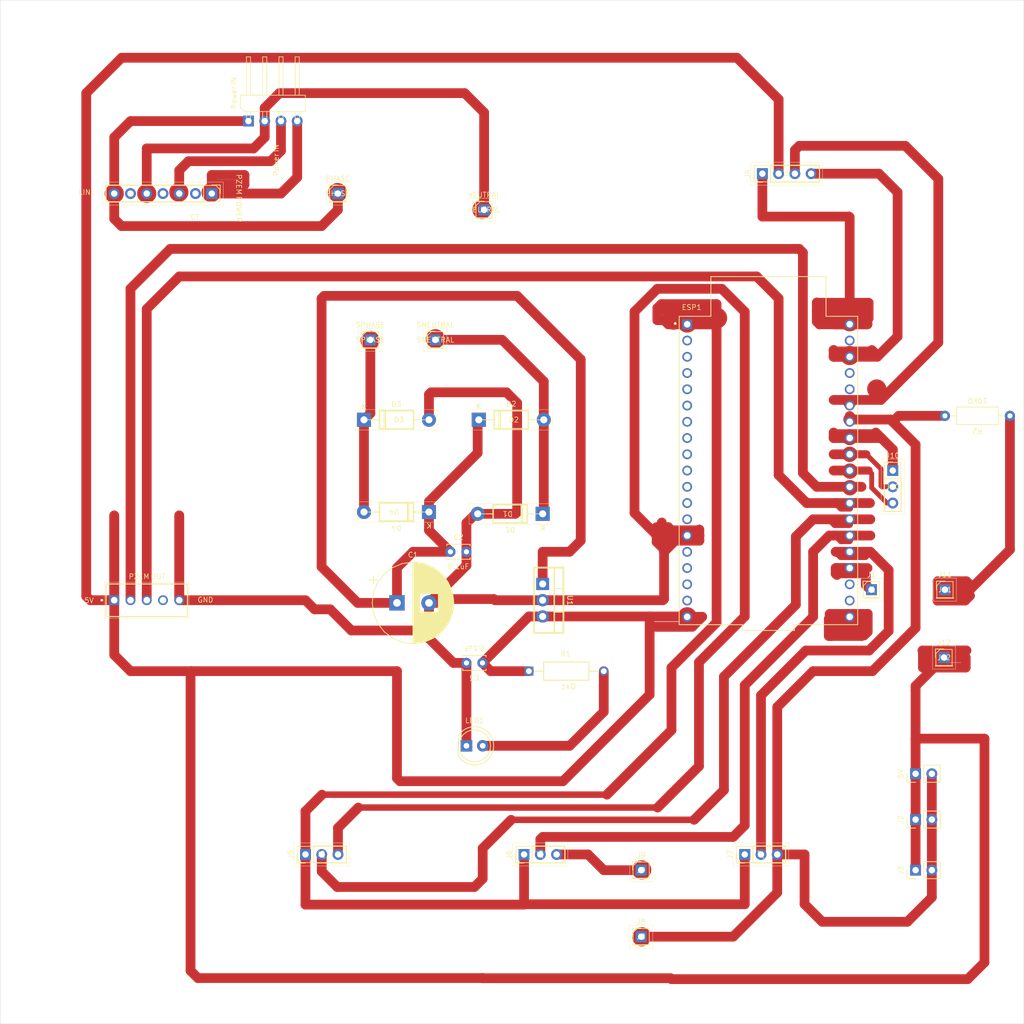
<source format=kicad_pcb>
(kicad_pcb (version 4) (generator gerbview)
  (layers (0 F.Cu signal) (31 B.Cu signal) (34 B.Paste user) (35 F.Paste user) (36 B.SilkS user) (37 F.SilkS user) (38 B.Mask user) (39 F.Mask user) (44 Edge.Cuts user))
  (gr_line (start -80 80) (end -80 -80) (layer Edge.Cuts) (width 0.05))
  (gr_line (start -80 -80) (end 80 -80) (layer Edge.Cuts) (width 0.05))
  (gr_line (start 80 -80) (end 80 80) (layer Edge.Cuts) (width 0.05))
  (gr_line (start 80 80) (end -80 80) (layer Edge.Cuts) (width 0.05))
  (gr_line (start -49.60808 -45.81074) (end -49.64618 -45.77264) (layer F.SilkS) (width 0.095))
  (gr_line (start -49.64618 -45.77264) (end -49.76046 -45.73454) (layer F.SilkS) (width 0.095))
  (gr_line (start -49.76046 -45.73454) (end -49.83665 -45.73454) (layer F.SilkS) (width 0.095))
  (gr_line (start -49.83665 -45.73454) (end -49.95094 -45.77264) (layer F.SilkS) (width 0.095))
  (gr_line (start -49.95094 -45.77264) (end -50.02713 -45.84883) (layer F.SilkS) (width 0.095))
  (gr_line (start -50.02713 -45.84883) (end -50.06522 -45.92502) (layer F.SilkS) (width 0.095))
  (gr_line (start -50.06522 -45.92502) (end -50.10332 -46.0774) (layer F.SilkS) (width 0.095))
  (gr_line (start -50.10332 -46.0774) (end -50.10332 -46.19169) (layer F.SilkS) (width 0.095))
  (gr_line (start -50.10332 -46.19169) (end -50.06522 -46.34407) (layer F.SilkS) (width 0.095))
  (gr_line (start -50.06522 -46.34407) (end -50.02713 -46.42026) (layer F.SilkS) (width 0.095))
  (gr_line (start -50.02713 -46.42026) (end -49.95094 -46.49645) (layer F.SilkS) (width 0.095))
  (gr_line (start -49.95094 -46.49645) (end -49.83665 -46.53454) (layer F.SilkS) (width 0.095))
  (gr_line (start -49.83665 -46.53454) (end -49.76046 -46.53454) (layer F.SilkS) (width 0.095))
  (gr_line (start -49.76046 -46.53454) (end -49.64618 -46.49645) (layer F.SilkS) (width 0.095))
  (gr_line (start -49.64618 -46.49645) (end -49.60808 -46.45835) (layer F.SilkS) (width 0.095))
  (gr_line (start -49.37951 -46.53454) (end -48.92237 -46.53454) (layer F.SilkS) (width 0.095))
  (gr_line (start -49.15094 -45.73454) (end -49.15094 -46.53454) (layer F.SilkS) (width 0.095))
  (gr_line (start -67.17077 -49.61294) (end -67.55172 -49.61294) (layer F.SilkS) (width 0.095))
  (gr_line (start -67.55172 -49.61294) (end -67.55172 -50.41294) (layer F.SilkS) (width 0.095))
  (gr_line (start -66.9041 -49.61294) (end -66.9041 -50.41294) (layer F.SilkS) (width 0.095))
  (gr_line (start -66.52315 -49.61294) (end -66.52315 -50.41294) (layer F.SilkS) (width 0.095))
  (gr_line (start -66.52315 -50.41294) (end -66.06601 -49.61294) (layer F.SilkS) (width 0.095))
  (gr_line (start -66.06601 -49.61294) (end -66.06601 -50.41294) (layer F.SilkS) (width 0.095))
  (gr_line (start -65.68506 -50.03199) (end -65.41839 -50.03199) (layer F.SilkS) (width 0.095))
  (gr_line (start -65.30411 -49.61294) (end -65.68506 -49.61294) (layer F.SilkS) (width 0.095))
  (gr_line (start -65.68506 -49.61294) (end -65.68506 -50.41294) (layer F.SilkS) (width 0.095))
  (gr_line (start -65.68506 -50.41294) (end -65.30411 -50.41294) (layer F.SilkS) (width 0.095))
  (gr_line (start -66.25987 13.39426) (end -66.64082 13.39426) (layer F.SilkS) (width 0.095))
  (gr_line (start -66.64082 13.39426) (end -66.67892 13.77521) (layer F.SilkS) (width 0.095))
  (gr_line (start -66.67892 13.77521) (end -66.64082 13.73711) (layer F.SilkS) (width 0.095))
  (gr_line (start -66.64082 13.73711) (end -66.56463 13.69902) (layer F.SilkS) (width 0.095))
  (gr_line (start -66.56463 13.69902) (end -66.37416 13.69902) (layer F.SilkS) (width 0.095))
  (gr_line (start -66.37416 13.69902) (end -66.29797 13.73711) (layer F.SilkS) (width 0.095))
  (gr_line (start -66.29797 13.73711) (end -66.25987 13.77521) (layer F.SilkS) (width 0.095))
  (gr_line (start -66.25987 13.77521) (end -66.22178 13.8514) (layer F.SilkS) (width 0.095))
  (gr_line (start -66.22178 13.8514) (end -66.22178 14.04187) (layer F.SilkS) (width 0.095))
  (gr_line (start -66.22178 14.04187) (end -66.25987 14.11806) (layer F.SilkS) (width 0.095))
  (gr_line (start -66.25987 14.11806) (end -66.29797 14.15616) (layer F.SilkS) (width 0.095))
  (gr_line (start -66.29797 14.15616) (end -66.37416 14.19426) (layer F.SilkS) (width 0.095))
  (gr_line (start -66.37416 14.19426) (end -66.56463 14.19426) (layer F.SilkS) (width 0.095))
  (gr_line (start -66.56463 14.19426) (end -66.64082 14.15616) (layer F.SilkS) (width 0.095))
  (gr_line (start -66.64082 14.15616) (end -66.67892 14.11806) (layer F.SilkS) (width 0.095))
  (gr_line (start -65.9932 13.39426) (end -65.72654 14.19426) (layer F.SilkS) (width 0.095))
  (gr_line (start -65.72654 14.19426) (end -65.45987 13.39426) (layer F.SilkS) (width 0.095))
  (gr_line (start -48.52638 13.34275) (end -48.60257 13.30466) (layer F.SilkS) (width 0.095))
  (gr_line (start -48.60257 13.30466) (end -48.71685 13.30466) (layer F.SilkS) (width 0.095))
  (gr_line (start -48.71685 13.30466) (end -48.83114 13.34275) (layer F.SilkS) (width 0.095))
  (gr_line (start -48.83114 13.34275) (end -48.90733 13.41894) (layer F.SilkS) (width 0.095))
  (gr_line (start -48.90733 13.41894) (end -48.94542 13.49513) (layer F.SilkS) (width 0.095))
  (gr_line (start -48.94542 13.49513) (end -48.98352 13.64751) (layer F.SilkS) (width 0.095))
  (gr_line (start -48.98352 13.64751) (end -48.98352 13.7618) (layer F.SilkS) (width 0.095))
  (gr_line (start -48.98352 13.7618) (end -48.94542 13.91418) (layer F.SilkS) (width 0.095))
  (gr_line (start -48.94542 13.91418) (end -48.90733 13.99037) (layer F.SilkS) (width 0.095))
  (gr_line (start -48.90733 13.99037) (end -48.83114 14.06656) (layer F.SilkS) (width 0.095))
  (gr_line (start -48.83114 14.06656) (end -48.71685 14.10466) (layer F.SilkS) (width 0.095))
  (gr_line (start -48.71685 14.10466) (end -48.64066 14.10466) (layer F.SilkS) (width 0.095))
  (gr_line (start -48.64066 14.10466) (end -48.52638 14.06656) (layer F.SilkS) (width 0.095))
  (gr_line (start -48.52638 14.06656) (end -48.48828 14.02846) (layer F.SilkS) (width 0.095))
  (gr_line (start -48.48828 14.02846) (end -48.48828 13.7618) (layer F.SilkS) (width 0.095))
  (gr_line (start -48.48828 13.7618) (end -48.64066 13.7618) (layer F.SilkS) (width 0.095))
  (gr_line (start -48.14542 14.10466) (end -48.14542 13.30466) (layer F.SilkS) (width 0.095))
  (gr_line (start -48.14542 13.30466) (end -47.68828 14.10466) (layer F.SilkS) (width 0.095))
  (gr_line (start -47.68828 14.10466) (end -47.68828 13.30466) (layer F.SilkS) (width 0.095))
  (gr_line (start -47.30733 14.10466) (end -47.30733 13.30466) (layer F.SilkS) (width 0.095))
  (gr_line (start -47.30733 13.30466) (end -47.11685 13.30466) (layer F.SilkS) (width 0.095))
  (gr_line (start -47.11685 13.30466) (end -47.00257 13.34275) (layer F.SilkS) (width 0.095))
  (gr_line (start -47.00257 13.34275) (end -46.92638 13.41894) (layer F.SilkS) (width 0.095))
  (gr_line (start -46.92638 13.41894) (end -46.88828 13.49513) (layer F.SilkS) (width 0.095))
  (gr_line (start -46.88828 13.49513) (end -46.85019 13.64751) (layer F.SilkS) (width 0.095))
  (gr_line (start -46.85019 13.64751) (end -46.85019 13.7618) (layer F.SilkS) (width 0.095))
  (gr_line (start -46.85019 13.7618) (end -46.88828 13.91418) (layer F.SilkS) (width 0.095))
  (gr_line (start -46.88828 13.91418) (end -46.92638 13.99037) (layer F.SilkS) (width 0.095))
  (gr_line (start -46.92638 13.99037) (end -47.00257 14.06656) (layer F.SilkS) (width 0.095))
  (gr_line (start -47.00257 14.06656) (end -47.11685 14.10466) (layer F.SilkS) (width 0.095))
  (gr_line (start -47.11685 14.10466) (end -47.30733 14.10466) (layer F.SilkS) (width 0.095))
  (gr_line (start 60.30976 41.06289) (end 60.30976 41.44384) (layer F.SilkS) (width 0.095))
  (gr_line (start 60.30976 41.44384) (end 60.69071 41.48194) (layer F.SilkS) (width 0.095))
  (gr_line (start 60.69071 41.48194) (end 60.65261 41.44384) (layer F.SilkS) (width 0.095))
  (gr_line (start 60.65261 41.44384) (end 60.61452 41.36765) (layer F.SilkS) (width 0.095))
  (gr_line (start 60.61452 41.36765) (end 60.61452 41.17718) (layer F.SilkS) (width 0.095))
  (gr_line (start 60.61452 41.17718) (end 60.65261 41.10098) (layer F.SilkS) (width 0.095))
  (gr_line (start 60.65261 41.10098) (end 60.69071 41.06289) (layer F.SilkS) (width 0.095))
  (gr_line (start 60.69071 41.06289) (end 60.7669 41.02479) (layer F.SilkS) (width 0.095))
  (gr_line (start 60.7669 41.02479) (end 60.95737 41.02479) (layer F.SilkS) (width 0.095))
  (gr_line (start 60.95737 41.02479) (end 61.03356 41.06289) (layer F.SilkS) (width 0.095))
  (gr_line (start 61.03356 41.06289) (end 61.07166 41.10098) (layer F.SilkS) (width 0.095))
  (gr_line (start 61.07166 41.10098) (end 61.10976 41.17718) (layer F.SilkS) (width 0.095))
  (gr_line (start 61.10976 41.17718) (end 61.10976 41.36765) (layer F.SilkS) (width 0.095))
  (gr_line (start 61.10976 41.36765) (end 61.07166 41.44384) (layer F.SilkS) (width 0.095))
  (gr_line (start 61.07166 41.44384) (end 61.03356 41.48194) (layer F.SilkS) (width 0.095))
  (gr_line (start 60.30976 40.79622) (end 61.10976 40.52956) (layer F.SilkS) (width 0.095))
  (gr_line (start 61.10976 40.52956) (end 60.30976 40.26289) (layer F.SilkS) (width 0.095))
  (gr_line (start 19.91623 55.54196) (end 19.91623 56.11338) (layer F.SilkS) (width 0.095))
  (gr_line (start 19.91623 56.11338) (end 19.87814 56.22767) (layer F.SilkS) (width 0.095))
  (gr_line (start 19.87814 56.22767) (end 19.80195 56.30386) (layer F.SilkS) (width 0.095))
  (gr_line (start 19.80195 56.30386) (end 19.68766 56.34196) (layer F.SilkS) (width 0.095))
  (gr_line (start 19.68766 56.34196) (end 19.61147 56.34196) (layer F.SilkS) (width 0.095))
  (gr_line (start 20.33528 56.34196) (end 20.48766 56.34196) (layer F.SilkS) (width 0.095))
  (gr_line (start 20.48766 56.34196) (end 20.56385 56.30386) (layer F.SilkS) (width 0.095))
  (gr_line (start 20.56385 56.30386) (end 20.60195 56.26576) (layer F.SilkS) (width 0.095))
  (gr_line (start 20.60195 56.26576) (end 20.67814 56.15148) (layer F.SilkS) (width 0.095))
  (gr_line (start 20.67814 56.15148) (end 20.71623 55.9991) (layer F.SilkS) (width 0.095))
  (gr_line (start 20.71623 55.9991) (end 20.71623 55.69434) (layer F.SilkS) (width 0.095))
  (gr_line (start 20.71623 55.69434) (end 20.67814 55.61815) (layer F.SilkS) (width 0.095))
  (gr_line (start 20.67814 55.61815) (end 20.64004 55.58005) (layer F.SilkS) (width 0.095))
  (gr_line (start 20.64004 55.58005) (end 20.56385 55.54196) (layer F.SilkS) (width 0.095))
  (gr_line (start 20.56385 55.54196) (end 20.41147 55.54196) (layer F.SilkS) (width 0.095))
  (gr_line (start 20.41147 55.54196) (end 20.33528 55.58005) (layer F.SilkS) (width 0.095))
  (gr_line (start 20.33528 55.58005) (end 20.29719 55.61815) (layer F.SilkS) (width 0.095))
  (gr_line (start 20.29719 55.61815) (end 20.25909 55.69434) (layer F.SilkS) (width 0.095))
  (gr_line (start 20.25909 55.69434) (end 20.25909 55.88481) (layer F.SilkS) (width 0.095))
  (gr_line (start 20.25909 55.88481) (end 20.29719 55.961) (layer F.SilkS) (width 0.095))
  (gr_line (start 20.29719 55.961) (end 20.33528 55.9991) (layer F.SilkS) (width 0.095))
  (gr_line (start 20.33528 55.9991) (end 20.41147 56.03719) (layer F.SilkS) (width 0.095))
  (gr_line (start 20.41147 56.03719) (end 20.56385 56.03719) (layer F.SilkS) (width 0.095))
  (gr_line (start 20.56385 56.03719) (end 20.64004 55.9991) (layer F.SilkS) (width 0.095))
  (gr_line (start 20.64004 55.9991) (end 20.67814 55.961) (layer F.SilkS) (width 0.095))
  (gr_line (start 20.67814 55.961) (end 20.71623 55.88481) (layer F.SilkS) (width 0.095))
  (gr_line (start 19.91623 53.21196) (end 19.91623 53.78338) (layer F.SilkS) (width 0.095))
  (gr_line (start 19.91623 53.78338) (end 19.87814 53.89767) (layer F.SilkS) (width 0.095))
  (gr_line (start 19.87814 53.89767) (end 19.80195 53.97386) (layer F.SilkS) (width 0.095))
  (gr_line (start 19.80195 53.97386) (end 19.68766 54.01196) (layer F.SilkS) (width 0.095))
  (gr_line (start 19.68766 54.01196) (end 19.61147 54.01196) (layer F.SilkS) (width 0.095))
  (gr_line (start 20.33528 54.01196) (end 20.48766 54.01196) (layer F.SilkS) (width 0.095))
  (gr_line (start 20.48766 54.01196) (end 20.56385 53.97386) (layer F.SilkS) (width 0.095))
  (gr_line (start 20.56385 53.97386) (end 20.60195 53.93576) (layer F.SilkS) (width 0.095))
  (gr_line (start 20.60195 53.93576) (end 20.67814 53.82148) (layer F.SilkS) (width 0.095))
  (gr_line (start 20.67814 53.82148) (end 20.71623 53.6691) (layer F.SilkS) (width 0.095))
  (gr_line (start 20.71623 53.6691) (end 20.71623 53.36434) (layer F.SilkS) (width 0.095))
  (gr_line (start 20.71623 53.36434) (end 20.67814 53.28815) (layer F.SilkS) (width 0.095))
  (gr_line (start 20.67814 53.28815) (end 20.64004 53.25005) (layer F.SilkS) (width 0.095))
  (gr_line (start 20.64004 53.25005) (end 20.56385 53.21196) (layer F.SilkS) (width 0.095))
  (gr_line (start 20.56385 53.21196) (end 20.41147 53.21196) (layer F.SilkS) (width 0.095))
  (gr_line (start 20.41147 53.21196) (end 20.33528 53.25005) (layer F.SilkS) (width 0.095))
  (gr_line (start 20.33528 53.25005) (end 20.29719 53.28815) (layer F.SilkS) (width 0.095))
  (gr_line (start 20.29719 53.28815) (end 20.25909 53.36434) (layer F.SilkS) (width 0.095))
  (gr_line (start 20.25909 53.36434) (end 20.25909 53.55481) (layer F.SilkS) (width 0.095))
  (gr_line (start 20.25909 53.55481) (end 20.29719 53.631) (layer F.SilkS) (width 0.095))
  (gr_line (start 20.29719 53.631) (end 20.33528 53.6691) (layer F.SilkS) (width 0.095))
  (gr_line (start 20.33528 53.6691) (end 20.41147 53.70719) (layer F.SilkS) (width 0.095))
  (gr_line (start 20.41147 53.70719) (end 20.56385 53.70719) (layer F.SilkS) (width 0.095))
  (gr_line (start 20.56385 53.70719) (end 20.64004 53.6691) (layer F.SilkS) (width 0.095))
  (gr_line (start 20.64004 53.6691) (end 20.67814 53.631) (layer F.SilkS) (width 0.095))
  (gr_line (start 20.67814 53.631) (end 20.71623 53.55481) (layer F.SilkS) (width 0.095))
  (gr_line (start 60.30976 48.33458) (end 60.88118 48.33458) (layer F.SilkS) (width 0.095))
  (gr_line (start 60.88118 48.33458) (end 60.99547 48.37267) (layer F.SilkS) (width 0.095))
  (gr_line (start 60.99547 48.37267) (end 61.07166 48.44886) (layer F.SilkS) (width 0.095))
  (gr_line (start 61.07166 48.44886) (end 61.10976 48.56315) (layer F.SilkS) (width 0.095))
  (gr_line (start 61.10976 48.56315) (end 61.10976 48.63934) (layer F.SilkS) (width 0.095))
  (gr_line (start 60.38595 47.99172) (end 60.34785 47.95362) (layer F.SilkS) (width 0.095))
  (gr_line (start 60.34785 47.95362) (end 60.30976 47.87743) (layer F.SilkS) (width 0.095))
  (gr_line (start 60.30976 47.87743) (end 60.30976 47.68696) (layer F.SilkS) (width 0.095))
  (gr_line (start 60.30976 47.68696) (end 60.34785 47.61077) (layer F.SilkS) (width 0.095))
  (gr_line (start 60.34785 47.61077) (end 60.38595 47.57267) (layer F.SilkS) (width 0.095))
  (gr_line (start 60.38595 47.57267) (end 60.46214 47.53458) (layer F.SilkS) (width 0.095))
  (gr_line (start 60.46214 47.53458) (end 60.53833 47.53458) (layer F.SilkS) (width 0.095))
  (gr_line (start 60.53833 47.53458) (end 60.65261 47.57267) (layer F.SilkS) (width 0.095))
  (gr_line (start 60.65261 47.57267) (end 61.10976 48.02981) (layer F.SilkS) (width 0.095))
  (gr_line (start 61.10976 48.02981) (end 61.10976 47.53458) (layer F.SilkS) (width 0.095))
  (gr_line (start -23.34772 -16.14894) (end -23.34772 -16.94894) (layer F.SilkS) (width 0.095))
  (gr_line (start -22.89058 -16.14894) (end -23.23344 -16.60609) (layer F.SilkS) (width 0.095))
  (gr_line (start -22.89058 -16.94894) (end -23.34772 -16.4918) (layer F.SilkS) (width 0.095))
  (gr_line (start -23.34772 -16.14894) (end -23.34772 -16.94894) (layer F.SilkS) (width 0.095))
  (gr_line (start -22.89058 -16.14894) (end -23.23344 -16.60609) (layer F.SilkS) (width 0.095))
  (gr_line (start -22.89058 -16.94894) (end -23.34772 -16.4918) (layer F.SilkS) (width 0.095))
  (gr_line (start -18.25868 -14.04894) (end -18.25868 -14.84894) (layer F.SilkS) (width 0.095))
  (gr_line (start -18.25868 -14.84894) (end -18.0682 -14.84894) (layer F.SilkS) (width 0.095))
  (gr_line (start -18.0682 -14.84894) (end -17.95391 -14.81085) (layer F.SilkS) (width 0.095))
  (gr_line (start -17.95391 -14.81085) (end -17.87772 -14.73466) (layer F.SilkS) (width 0.095))
  (gr_line (start -17.87772 -14.73466) (end -17.83963 -14.65847) (layer F.SilkS) (width 0.095))
  (gr_line (start -17.83963 -14.65847) (end -17.80153 -14.50609) (layer F.SilkS) (width 0.095))
  (gr_line (start -17.80153 -14.50609) (end -17.80153 -14.3918) (layer F.SilkS) (width 0.095))
  (gr_line (start -17.80153 -14.3918) (end -17.83963 -14.23942) (layer F.SilkS) (width 0.095))
  (gr_line (start -17.83963 -14.23942) (end -17.87772 -14.16323) (layer F.SilkS) (width 0.095))
  (gr_line (start -17.87772 -14.16323) (end -17.95391 -14.08704) (layer F.SilkS) (width 0.095))
  (gr_line (start -17.95391 -14.08704) (end -18.0682 -14.04894) (layer F.SilkS) (width 0.095))
  (gr_line (start -18.0682 -14.04894) (end -18.25868 -14.04894) (layer F.SilkS) (width 0.095))
  (gr_line (start -17.53487 -14.84894) (end -17.03963 -14.84894) (layer F.SilkS) (width 0.095))
  (gr_line (start -17.03963 -14.84894) (end -17.30629 -14.54418) (layer F.SilkS) (width 0.095))
  (gr_line (start -17.30629 -14.54418) (end -17.19201 -14.54418) (layer F.SilkS) (width 0.095))
  (gr_line (start -17.19201 -14.54418) (end -17.11582 -14.50609) (layer F.SilkS) (width 0.095))
  (gr_line (start -17.11582 -14.50609) (end -17.07772 -14.46799) (layer F.SilkS) (width 0.095))
  (gr_line (start -17.07772 -14.46799) (end -17.03963 -14.3918) (layer F.SilkS) (width 0.095))
  (gr_line (start -17.03963 -14.3918) (end -17.03963 -14.20133) (layer F.SilkS) (width 0.095))
  (gr_line (start -17.03963 -14.20133) (end -17.07772 -14.12514) (layer F.SilkS) (width 0.095))
  (gr_line (start -17.07772 -14.12514) (end -17.11582 -14.08704) (layer F.SilkS) (width 0.095))
  (gr_line (start -17.11582 -14.08704) (end -17.19201 -14.04894) (layer F.SilkS) (width 0.095))
  (gr_line (start -17.19201 -14.04894) (end -17.42058 -14.04894) (layer F.SilkS) (width 0.095))
  (gr_line (start -17.42058 -14.04894) (end -17.49677 -14.08704) (layer F.SilkS) (width 0.095))
  (gr_line (start -17.49677 -14.08704) (end -17.53487 -14.12514) (layer F.SilkS) (width 0.095))
  (gr_line (start -18.64868 -16.51894) (end -18.64868 -17.31894) (layer F.SilkS) (width 0.095))
  (gr_line (start -18.64868 -17.31894) (end -18.4582 -17.31894) (layer F.SilkS) (width 0.095))
  (gr_line (start -18.4582 -17.31894) (end -18.34391 -17.28085) (layer F.SilkS) (width 0.095))
  (gr_line (start -18.34391 -17.28085) (end -18.26772 -17.20466) (layer F.SilkS) (width 0.095))
  (gr_line (start -18.26772 -17.20466) (end -18.22963 -17.12847) (layer F.SilkS) (width 0.095))
  (gr_line (start -18.22963 -17.12847) (end -18.19153 -16.97609) (layer F.SilkS) (width 0.095))
  (gr_line (start -18.19153 -16.97609) (end -18.19153 -16.8618) (layer F.SilkS) (width 0.095))
  (gr_line (start -18.19153 -16.8618) (end -18.22963 -16.70942) (layer F.SilkS) (width 0.095))
  (gr_line (start -18.22963 -16.70942) (end -18.26772 -16.63323) (layer F.SilkS) (width 0.095))
  (gr_line (start -18.26772 -16.63323) (end -18.34391 -16.55704) (layer F.SilkS) (width 0.095))
  (gr_line (start -18.34391 -16.55704) (end -18.4582 -16.51894) (layer F.SilkS) (width 0.095))
  (gr_line (start -18.4582 -16.51894) (end -18.64868 -16.51894) (layer F.SilkS) (width 0.095))
  (gr_line (start -17.92487 -17.31894) (end -17.42963 -17.31894) (layer F.SilkS) (width 0.095))
  (gr_line (start -17.42963 -17.31894) (end -17.69629 -17.01418) (layer F.SilkS) (width 0.095))
  (gr_line (start -17.69629 -17.01418) (end -17.58201 -17.01418) (layer F.SilkS) (width 0.095))
  (gr_line (start -17.58201 -17.01418) (end -17.50582 -16.97609) (layer F.SilkS) (width 0.095))
  (gr_line (start -17.50582 -16.97609) (end -17.46772 -16.93799) (layer F.SilkS) (width 0.095))
  (gr_line (start -17.46772 -16.93799) (end -17.42963 -16.8618) (layer F.SilkS) (width 0.095))
  (gr_line (start -17.42963 -16.8618) (end -17.42963 -16.67133) (layer F.SilkS) (width 0.095))
  (gr_line (start -17.42963 -16.67133) (end -17.46772 -16.59514) (layer F.SilkS) (width 0.095))
  (gr_line (start -17.46772 -16.59514) (end -17.50582 -16.55704) (layer F.SilkS) (width 0.095))
  (gr_line (start -17.50582 -16.55704) (end -17.58201 -16.51894) (layer F.SilkS) (width 0.095))
  (gr_line (start -17.58201 -16.51894) (end -17.81058 -16.51894) (layer F.SilkS) (width 0.095))
  (gr_line (start -17.81058 -16.51894) (end -17.88677 -16.55704) (layer F.SilkS) (width 0.095))
  (gr_line (start -17.88677 -16.55704) (end -17.92487 -16.59514) (layer F.SilkS) (width 0.095))
  (gr_line (start 38.48056 53.78866) (end 39.05198 53.78866) (layer F.SilkS) (width 0.095))
  (gr_line (start 39.05198 53.78866) (end 39.16627 53.82675) (layer F.SilkS) (width 0.095))
  (gr_line (start 39.16627 53.82675) (end 39.24246 53.90294) (layer F.SilkS) (width 0.095))
  (gr_line (start 39.24246 53.90294) (end 39.28056 54.01723) (layer F.SilkS) (width 0.095))
  (gr_line (start 39.28056 54.01723) (end 39.28056 54.09342) (layer F.SilkS) (width 0.095))
  (gr_line (start 38.48056 53.4839) (end 38.48056 52.95056) (layer F.SilkS) (width 0.095))
  (gr_line (start 38.48056 52.95056) (end 39.28056 53.29342) (layer F.SilkS) (width 0.095))
  (gr_line (start 33.61056 53.78868) (end 34.18198 53.78868) (layer F.SilkS) (width 0.095))
  (gr_line (start 34.18198 53.78868) (end 34.29627 53.82677) (layer F.SilkS) (width 0.095))
  (gr_line (start 34.29627 53.82677) (end 34.37246 53.90296) (layer F.SilkS) (width 0.095))
  (gr_line (start 34.37246 53.90296) (end 34.41056 54.01725) (layer F.SilkS) (width 0.095))
  (gr_line (start 34.41056 54.01725) (end 34.41056 54.09344) (layer F.SilkS) (width 0.095))
  (gr_line (start 33.61056 53.48391) (end 33.61056 52.95058) (layer F.SilkS) (width 0.095))
  (gr_line (start 33.61056 52.95058) (end 34.41056 53.29344) (layer F.SilkS) (width 0.095))
  (gr_line (start 58.85938 -4.37544) (end 58.85938 -3.80402) (layer F.SilkS) (width 0.095))
  (gr_line (start 58.85938 -3.80402) (end 58.82129 -3.68973) (layer F.SilkS) (width 0.095))
  (gr_line (start 58.82129 -3.68973) (end 58.74509 -3.61354) (layer F.SilkS) (width 0.095))
  (gr_line (start 58.74509 -3.61354) (end 58.63081 -3.57544) (layer F.SilkS) (width 0.095))
  (gr_line (start 58.63081 -3.57544) (end 58.55462 -3.57544) (layer F.SilkS) (width 0.095))
  (gr_line (start 59.65938 -3.57544) (end 59.20224 -3.57544) (layer F.SilkS) (width 0.095))
  (gr_line (start 59.43081 -3.57544) (end 59.43081 -4.37544) (layer F.SilkS) (width 0.095))
  (gr_line (start 59.43081 -4.37544) (end 59.35462 -4.26116) (layer F.SilkS) (width 0.095))
  (gr_line (start 59.35462 -4.26116) (end 59.27843 -4.18497) (layer F.SilkS) (width 0.095))
  (gr_line (start 59.27843 -4.18497) (end 59.20224 -4.14687) (layer F.SilkS) (width 0.095))
  (gr_line (start 60.15462 -4.37544) (end 60.23081 -4.37544) (layer F.SilkS) (width 0.095))
  (gr_line (start 60.23081 -4.37544) (end 60.307 -4.33735) (layer F.SilkS) (width 0.095))
  (gr_line (start 60.307 -4.33735) (end 60.3451 -4.29925) (layer F.SilkS) (width 0.095))
  (gr_line (start 60.3451 -4.29925) (end 60.38319 -4.22306) (layer F.SilkS) (width 0.095))
  (gr_line (start 60.38319 -4.22306) (end 60.42129 -4.07068) (layer F.SilkS) (width 0.095))
  (gr_line (start 60.42129 -4.07068) (end 60.42129 -3.88021) (layer F.SilkS) (width 0.095))
  (gr_line (start 60.42129 -3.88021) (end 60.38319 -3.72783) (layer F.SilkS) (width 0.095))
  (gr_line (start 60.38319 -3.72783) (end 60.3451 -3.65164) (layer F.SilkS) (width 0.095))
  (gr_line (start 60.3451 -3.65164) (end 60.307 -3.61354) (layer F.SilkS) (width 0.095))
  (gr_line (start 60.307 -3.61354) (end 60.23081 -3.57544) (layer F.SilkS) (width 0.095))
  (gr_line (start 60.23081 -3.57544) (end 60.15462 -3.57544) (layer F.SilkS) (width 0.095))
  (gr_line (start 60.15462 -3.57544) (end 60.07843 -3.61354) (layer F.SilkS) (width 0.095))
  (gr_line (start 60.07843 -3.61354) (end 60.04033 -3.65164) (layer F.SilkS) (width 0.095))
  (gr_line (start 60.04033 -3.65164) (end 60.00224 -3.72783) (layer F.SilkS) (width 0.095))
  (gr_line (start 60.00224 -3.72783) (end 59.96414 -3.88021) (layer F.SilkS) (width 0.095))
  (gr_line (start 59.96414 -3.88021) (end 59.96414 -4.07068) (layer F.SilkS) (width 0.095))
  (gr_line (start 59.96414 -4.07068) (end 60.00224 -4.22306) (layer F.SilkS) (width 0.095))
  (gr_line (start 60.00224 -4.22306) (end 60.04033 -4.29925) (layer F.SilkS) (width 0.095))
  (gr_line (start 60.04033 -4.29925) (end 60.07843 -4.33735) (layer F.SilkS) (width 0.095))
  (gr_line (start 60.07843 -4.33735) (end 60.15462 -4.37544) (layer F.SilkS) (width 0.095))
  (gr_line (start 58.85938 -9.24544) (end 58.85938 -8.67402) (layer F.SilkS) (width 0.095))
  (gr_line (start 58.85938 -8.67402) (end 58.82129 -8.55973) (layer F.SilkS) (width 0.095))
  (gr_line (start 58.82129 -8.55973) (end 58.74509 -8.48354) (layer F.SilkS) (width 0.095))
  (gr_line (start 58.74509 -8.48354) (end 58.63081 -8.44544) (layer F.SilkS) (width 0.095))
  (gr_line (start 58.63081 -8.44544) (end 58.55462 -8.44544) (layer F.SilkS) (width 0.095))
  (gr_line (start 59.65938 -8.44544) (end 59.20224 -8.44544) (layer F.SilkS) (width 0.095))
  (gr_line (start 59.43081 -8.44544) (end 59.43081 -9.24544) (layer F.SilkS) (width 0.095))
  (gr_line (start 59.43081 -9.24544) (end 59.35462 -9.13116) (layer F.SilkS) (width 0.095))
  (gr_line (start 59.35462 -9.13116) (end 59.27843 -9.05497) (layer F.SilkS) (width 0.095))
  (gr_line (start 59.27843 -9.05497) (end 59.20224 -9.01687) (layer F.SilkS) (width 0.095))
  (gr_line (start 60.15462 -9.24544) (end 60.23081 -9.24544) (layer F.SilkS) (width 0.095))
  (gr_line (start 60.23081 -9.24544) (end 60.307 -9.20735) (layer F.SilkS) (width 0.095))
  (gr_line (start 60.307 -9.20735) (end 60.3451 -9.16925) (layer F.SilkS) (width 0.095))
  (gr_line (start 60.3451 -9.16925) (end 60.38319 -9.09306) (layer F.SilkS) (width 0.095))
  (gr_line (start 60.38319 -9.09306) (end 60.42129 -8.94068) (layer F.SilkS) (width 0.095))
  (gr_line (start 60.42129 -8.94068) (end 60.42129 -8.75021) (layer F.SilkS) (width 0.095))
  (gr_line (start 60.42129 -8.75021) (end 60.38319 -8.59783) (layer F.SilkS) (width 0.095))
  (gr_line (start 60.38319 -8.59783) (end 60.3451 -8.52164) (layer F.SilkS) (width 0.095))
  (gr_line (start 60.3451 -8.52164) (end 60.307 -8.48354) (layer F.SilkS) (width 0.095))
  (gr_line (start 60.307 -8.48354) (end 60.23081 -8.44544) (layer F.SilkS) (width 0.095))
  (gr_line (start 60.23081 -8.44544) (end 60.15462 -8.44544) (layer F.SilkS) (width 0.095))
  (gr_line (start 60.15462 -8.44544) (end 60.07843 -8.48354) (layer F.SilkS) (width 0.095))
  (gr_line (start 60.07843 -8.48354) (end 60.04033 -8.52164) (layer F.SilkS) (width 0.095))
  (gr_line (start 60.04033 -8.52164) (end 60.00224 -8.59783) (layer F.SilkS) (width 0.095))
  (gr_line (start 60.00224 -8.59783) (end 59.96414 -8.75021) (layer F.SilkS) (width 0.095))
  (gr_line (start 59.96414 -8.75021) (end 59.96414 -8.94068) (layer F.SilkS) (width 0.095))
  (gr_line (start 59.96414 -8.94068) (end 60.00224 -9.09306) (layer F.SilkS) (width 0.095))
  (gr_line (start 60.00224 -9.09306) (end 60.04033 -9.16925) (layer F.SilkS) (width 0.095))
  (gr_line (start 60.04033 -9.16925) (end 60.07843 -9.20735) (layer F.SilkS) (width 0.095))
  (gr_line (start 60.07843 -9.20735) (end 60.15462 -9.24544) (layer F.SilkS) (width 0.095))
  (gr_line (start -4.55781 21.72014) (end -4.634 21.72014) (layer F.SilkS) (width 0.095))
  (gr_line (start -4.634 21.72014) (end -4.71019 21.68205) (layer F.SilkS) (width 0.095))
  (gr_line (start -4.71019 21.68205) (end -4.74828 21.64395) (layer F.SilkS) (width 0.095))
  (gr_line (start -4.74828 21.64395) (end -4.78638 21.56776) (layer F.SilkS) (width 0.095))
  (gr_line (start -4.78638 21.56776) (end -4.82447 21.41538) (layer F.SilkS) (width 0.095))
  (gr_line (start -4.82447 21.41538) (end -4.82447 21.2249) (layer F.SilkS) (width 0.095))
  (gr_line (start -4.82447 21.2249) (end -4.78638 21.07252) (layer F.SilkS) (width 0.095))
  (gr_line (start -4.78638 21.07252) (end -4.74828 20.99633) (layer F.SilkS) (width 0.095))
  (gr_line (start -4.74828 20.99633) (end -4.71019 20.95824) (layer F.SilkS) (width 0.095))
  (gr_line (start -4.71019 20.95824) (end -4.634 20.92014) (layer F.SilkS) (width 0.095))
  (gr_line (start -4.634 20.92014) (end -4.55781 20.92014) (layer F.SilkS) (width 0.095))
  (gr_line (start -4.55781 20.92014) (end -4.48162 20.95824) (layer F.SilkS) (width 0.095))
  (gr_line (start -4.48162 20.95824) (end -4.44352 20.99633) (layer F.SilkS) (width 0.095))
  (gr_line (start -4.44352 20.99633) (end -4.40543 21.07252) (layer F.SilkS) (width 0.095))
  (gr_line (start -4.40543 21.07252) (end -4.36733 21.2249) (layer F.SilkS) (width 0.095))
  (gr_line (start -4.36733 21.2249) (end -4.36733 21.41538) (layer F.SilkS) (width 0.095))
  (gr_line (start -4.36733 21.41538) (end -4.40543 21.56776) (layer F.SilkS) (width 0.095))
  (gr_line (start -4.40543 21.56776) (end -4.44352 21.64395) (layer F.SilkS) (width 0.095))
  (gr_line (start -4.44352 21.64395) (end -4.48162 21.68205) (layer F.SilkS) (width 0.095))
  (gr_line (start -4.48162 21.68205) (end -4.55781 21.72014) (layer F.SilkS) (width 0.095))
  (gr_line (start -5.16733 20.99633) (end -5.20543 20.95824) (layer F.SilkS) (width 0.095))
  (gr_line (start -5.20543 20.95824) (end -5.16733 20.92014) (layer F.SilkS) (width 0.095))
  (gr_line (start -5.16733 20.92014) (end -5.12924 20.95824) (layer F.SilkS) (width 0.095))
  (gr_line (start -5.12924 20.95824) (end -5.16733 20.99633) (layer F.SilkS) (width 0.095))
  (gr_line (start -5.16733 20.99633) (end -5.16733 20.92014) (layer F.SilkS) (width 0.095))
  (gr_line (start -5.96733 20.92014) (end -5.51019 20.92014) (layer F.SilkS) (width 0.095))
  (gr_line (start -5.73876 20.92014) (end -5.73876 21.72014) (layer F.SilkS) (width 0.095))
  (gr_line (start -5.73876 21.72014) (end -5.66257 21.60586) (layer F.SilkS) (width 0.095))
  (gr_line (start -5.66257 21.60586) (end -5.58638 21.52967) (layer F.SilkS) (width 0.095))
  (gr_line (start -5.58638 21.52967) (end -5.51019 21.49157) (layer F.SilkS) (width 0.095))
  (gr_line (start -6.65305 21.45348) (end -6.65305 20.92014) (layer F.SilkS) (width 0.095))
  (gr_line (start -6.31019 21.45348) (end -6.31019 21.03443) (layer F.SilkS) (width 0.095))
  (gr_line (start -6.31019 21.03443) (end -6.34828 20.95824) (layer F.SilkS) (width 0.095))
  (gr_line (start -6.34828 20.95824) (end -6.42447 20.92014) (layer F.SilkS) (width 0.095))
  (gr_line (start -6.42447 20.92014) (end -6.53876 20.92014) (layer F.SilkS) (width 0.095))
  (gr_line (start -6.53876 20.92014) (end -6.61495 20.95824) (layer F.SilkS) (width 0.095))
  (gr_line (start -6.61495 20.95824) (end -6.65305 20.99633) (layer F.SilkS) (width 0.095))
  (gr_line (start -7.30067 21.33919) (end -7.034 21.33919) (layer F.SilkS) (width 0.095))
  (gr_line (start -7.034 20.92014) (end -7.034 21.72014) (layer F.SilkS) (width 0.095))
  (gr_line (start -7.034 21.72014) (end -7.41495 21.72014) (layer F.SilkS) (width 0.095))
  (gr_line (start -5.73877 25.59633) (end -5.70068 25.55824) (layer F.SilkS) (width 0.095))
  (gr_line (start -5.70068 25.55824) (end -5.58639 25.52014) (layer F.SilkS) (width 0.095))
  (gr_line (start -5.58639 25.52014) (end -5.5102 25.52014) (layer F.SilkS) (width 0.095))
  (gr_line (start -5.5102 25.52014) (end -5.39592 25.55824) (layer F.SilkS) (width 0.095))
  (gr_line (start -5.39592 25.55824) (end -5.31973 25.63443) (layer F.SilkS) (width 0.095))
  (gr_line (start -5.31973 25.63443) (end -5.28163 25.71062) (layer F.SilkS) (width 0.095))
  (gr_line (start -5.28163 25.71062) (end -5.24353 25.863) (layer F.SilkS) (width 0.095))
  (gr_line (start -5.24353 25.863) (end -5.24353 25.97728) (layer F.SilkS) (width 0.095))
  (gr_line (start -5.24353 25.97728) (end -5.28163 26.12967) (layer F.SilkS) (width 0.095))
  (gr_line (start -5.28163 26.12967) (end -5.31973 26.20586) (layer F.SilkS) (width 0.095))
  (gr_line (start -5.31973 26.20586) (end -5.39592 26.28205) (layer F.SilkS) (width 0.095))
  (gr_line (start -5.39592 26.28205) (end -5.5102 26.32014) (layer F.SilkS) (width 0.095))
  (gr_line (start -5.5102 26.32014) (end -5.58639 26.32014) (layer F.SilkS) (width 0.095))
  (gr_line (start -5.58639 26.32014) (end -5.70068 26.28205) (layer F.SilkS) (width 0.095))
  (gr_line (start -5.70068 26.28205) (end -5.73877 26.24395) (layer F.SilkS) (width 0.095))
  (gr_line (start -6.00544 26.32014) (end -6.50068 26.32014) (layer F.SilkS) (width 0.095))
  (gr_line (start -6.50068 26.32014) (end -6.23401 26.01538) (layer F.SilkS) (width 0.095))
  (gr_line (start -6.23401 26.01538) (end -6.3483 26.01538) (layer F.SilkS) (width 0.095))
  (gr_line (start -6.3483 26.01538) (end -6.42449 25.97728) (layer F.SilkS) (width 0.095))
  (gr_line (start -6.42449 25.97728) (end -6.46258 25.93919) (layer F.SilkS) (width 0.095))
  (gr_line (start -6.46258 25.93919) (end -6.50068 25.863) (layer F.SilkS) (width 0.095))
  (gr_line (start -6.50068 25.863) (end -6.50068 25.67252) (layer F.SilkS) (width 0.095))
  (gr_line (start -6.50068 25.67252) (end -6.46258 25.59633) (layer F.SilkS) (width 0.095))
  (gr_line (start -6.46258 25.59633) (end -6.42449 25.55824) (layer F.SilkS) (width 0.095))
  (gr_line (start -6.42449 25.55824) (end -6.3483 25.52014) (layer F.SilkS) (width 0.095))
  (gr_line (start -6.3483 25.52014) (end -6.11973 25.52014) (layer F.SilkS) (width 0.095))
  (gr_line (start -6.11973 25.52014) (end -6.04353 25.55824) (layer F.SilkS) (width 0.095))
  (gr_line (start -6.04353 25.55824) (end -6.00544 25.59633) (layer F.SilkS) (width 0.095))
  (gr_line (start 42.50636 -52.61375) (end 43.07778 -52.61375) (layer F.SilkS) (width 0.095))
  (gr_line (start 43.07778 -52.61375) (end 43.19207 -52.57565) (layer F.SilkS) (width 0.095))
  (gr_line (start 43.19207 -52.57565) (end 43.26826 -52.49946) (layer F.SilkS) (width 0.095))
  (gr_line (start 43.26826 -52.49946) (end 43.30636 -52.38518) (layer F.SilkS) (width 0.095))
  (gr_line (start 43.30636 -52.38518) (end 43.30636 -52.30899) (layer F.SilkS) (width 0.095))
  (gr_line (start 42.77302 -53.33756) (end 43.30636 -53.33756) (layer F.SilkS) (width 0.095))
  (gr_line (start 42.46826 -53.14708) (end 43.03969 -52.9566) (layer F.SilkS) (width 0.095))
  (gr_line (start 43.03969 -52.9566) (end 43.03969 -53.45184) (layer F.SilkS) (width 0.095))
  (gr_line (start 36.36636 -52.61372) (end 36.93778 -52.61372) (layer F.SilkS) (width 0.095))
  (gr_line (start 36.93778 -52.61372) (end 37.05207 -52.57563) (layer F.SilkS) (width 0.095))
  (gr_line (start 37.05207 -52.57563) (end 37.12826 -52.49944) (layer F.SilkS) (width 0.095))
  (gr_line (start 37.12826 -52.49944) (end 37.16636 -52.38515) (layer F.SilkS) (width 0.095))
  (gr_line (start 37.16636 -52.38515) (end 37.16636 -52.30896) (layer F.SilkS) (width 0.095))
  (gr_line (start 36.63302 -53.33753) (end 37.16636 -53.33753) (layer F.SilkS) (width 0.095))
  (gr_line (start 36.32826 -53.14706) (end 36.89969 -52.95658) (layer F.SilkS) (width 0.095))
  (gr_line (start 36.89969 -52.95658) (end 36.89969 -53.45182) (layer F.SilkS) (width 0.095))
  (gr_line (start -59.70803 10.4503) (end -59.70803 9.64998) (layer F.SilkS) (width 0.09504))
  (gr_line (start -59.70803 9.64998) (end -59.40315 9.64998) (layer F.SilkS) (width 0.09504))
  (gr_line (start -59.40315 9.64998) (end -59.32693 9.68809) (layer F.SilkS) (width 0.09504))
  (gr_line (start -59.32693 9.68809) (end -59.28882 9.7262) (layer F.SilkS) (width 0.09504))
  (gr_line (start -59.28882 9.7262) (end -59.25071 9.80242) (layer F.SilkS) (width 0.09504))
  (gr_line (start -59.25071 9.80242) (end -59.25071 9.91675) (layer F.SilkS) (width 0.09504))
  (gr_line (start -59.25071 9.91675) (end -59.28882 9.99298) (layer F.SilkS) (width 0.09504))
  (gr_line (start -59.28882 9.99298) (end -59.32693 10.03109) (layer F.SilkS) (width 0.09504))
  (gr_line (start -59.32693 10.03109) (end -59.40315 10.0692) (layer F.SilkS) (width 0.09504))
  (gr_line (start -59.40315 10.0692) (end -59.70803 10.0692) (layer F.SilkS) (width 0.09504))
  (gr_line (start -58.98393 9.64998) (end -58.45039 9.64998) (layer F.SilkS) (width 0.09504))
  (gr_line (start -58.45039 9.64998) (end -58.98393 10.4503) (layer F.SilkS) (width 0.09504))
  (gr_line (start -58.98393 10.4503) (end -58.45039 10.4503) (layer F.SilkS) (width 0.09504))
  (gr_line (start -58.1455 10.03109) (end -57.87873 10.03109) (layer F.SilkS) (width 0.09504))
  (gr_line (start -57.7644 10.4503) (end -58.1455 10.4503) (layer F.SilkS) (width 0.09504))
  (gr_line (start -58.1455 10.4503) (end -58.1455 9.64998) (layer F.SilkS) (width 0.09504))
  (gr_line (start -58.1455 9.64998) (end -57.7644 9.64998) (layer F.SilkS) (width 0.09504))
  (gr_line (start -57.4214 10.4503) (end -57.4214 9.64998) (layer F.SilkS) (width 0.09504))
  (gr_line (start -57.4214 9.64998) (end -57.15463 10.22164) (layer F.SilkS) (width 0.09504))
  (gr_line (start -57.15463 10.22164) (end -56.88786 9.64998) (layer F.SilkS) (width 0.09504))
  (gr_line (start -56.88786 9.64998) (end -56.88786 10.4503) (layer F.SilkS) (width 0.09504))
  (gr_line (start -56.12565 9.64998) (end -55.97321 9.64998) (layer F.SilkS) (width 0.09504))
  (gr_line (start -55.97321 9.64998) (end -55.89698 9.68809) (layer F.SilkS) (width 0.09504))
  (gr_line (start -55.89698 9.68809) (end -55.82076 9.76431) (layer F.SilkS) (width 0.09504))
  (gr_line (start -55.82076 9.76431) (end -55.78265 9.91675) (layer F.SilkS) (width 0.09504))
  (gr_line (start -55.78265 9.91675) (end -55.78265 10.18353) (layer F.SilkS) (width 0.09504))
  (gr_line (start -55.78265 10.18353) (end -55.82076 10.33597) (layer F.SilkS) (width 0.09504))
  (gr_line (start -55.82076 10.33597) (end -55.89698 10.41219) (layer F.SilkS) (width 0.09504))
  (gr_line (start -55.89698 10.41219) (end -55.97321 10.4503) (layer F.SilkS) (width 0.09504))
  (gr_line (start -55.97321 10.4503) (end -56.12565 10.4503) (layer F.SilkS) (width 0.09504))
  (gr_line (start -56.12565 10.4503) (end -56.20187 10.41219) (layer F.SilkS) (width 0.09504))
  (gr_line (start -56.20187 10.41219) (end -56.27809 10.33597) (layer F.SilkS) (width 0.09504))
  (gr_line (start -56.27809 10.33597) (end -56.3162 10.18353) (layer F.SilkS) (width 0.09504))
  (gr_line (start -56.3162 10.18353) (end -56.3162 9.91675) (layer F.SilkS) (width 0.09504))
  (gr_line (start -56.3162 9.91675) (end -56.27809 9.76431) (layer F.SilkS) (width 0.09504))
  (gr_line (start -56.27809 9.76431) (end -56.20187 9.68809) (layer F.SilkS) (width 0.09504))
  (gr_line (start -56.20187 9.68809) (end -56.12565 9.64998) (layer F.SilkS) (width 0.09504))
  (gr_line (start -55.43966 9.64998) (end -55.43966 10.29786) (layer F.SilkS) (width 0.09504))
  (gr_line (start -55.43966 10.29786) (end -55.40155 10.37408) (layer F.SilkS) (width 0.09504))
  (gr_line (start -55.40155 10.37408) (end -55.36344 10.41219) (layer F.SilkS) (width 0.09504))
  (gr_line (start -55.36344 10.41219) (end -55.28722 10.4503) (layer F.SilkS) (width 0.09504))
  (gr_line (start -55.28722 10.4503) (end -55.13478 10.4503) (layer F.SilkS) (width 0.09504))
  (gr_line (start -55.13478 10.4503) (end -55.05855 10.41219) (layer F.SilkS) (width 0.09504))
  (gr_line (start -55.05855 10.41219) (end -55.02044 10.37408) (layer F.SilkS) (width 0.09504))
  (gr_line (start -55.02044 10.37408) (end -54.98233 10.29786) (layer F.SilkS) (width 0.09504))
  (gr_line (start -54.98233 10.29786) (end -54.98233 9.64998) (layer F.SilkS) (width 0.09504))
  (gr_line (start -54.71556 9.64998) (end -54.25824 9.64998) (layer F.SilkS) (width 0.09504))
  (gr_line (start -54.4869 10.4503) (end -54.4869 9.64998) (layer F.SilkS) (width 0.09504))
  (gr_line (start -36.49652 -52.67776) (end -37.29652 -52.67776) (layer F.SilkS) (width 0.095))
  (gr_line (start -37.29652 -52.67776) (end -37.29652 -52.98252) (layer F.SilkS) (width 0.095))
  (gr_line (start -37.29652 -52.98252) (end -37.25843 -53.05871) (layer F.SilkS) (width 0.095))
  (gr_line (start -37.25843 -53.05871) (end -37.22033 -53.0968) (layer F.SilkS) (width 0.095))
  (gr_line (start -37.22033 -53.0968) (end -37.14414 -53.1349) (layer F.SilkS) (width 0.095))
  (gr_line (start -37.14414 -53.1349) (end -37.02986 -53.1349) (layer F.SilkS) (width 0.095))
  (gr_line (start -37.02986 -53.1349) (end -36.95367 -53.0968) (layer F.SilkS) (width 0.095))
  (gr_line (start -36.95367 -53.0968) (end -36.91557 -53.05871) (layer F.SilkS) (width 0.095))
  (gr_line (start -36.91557 -53.05871) (end -36.87748 -52.98252) (layer F.SilkS) (width 0.095))
  (gr_line (start -36.87748 -52.98252) (end -36.87748 -52.67776) (layer F.SilkS) (width 0.095))
  (gr_line (start -36.49652 -53.59204) (end -36.53462 -53.51585) (layer F.SilkS) (width 0.095))
  (gr_line (start -36.53462 -53.51585) (end -36.57271 -53.47776) (layer F.SilkS) (width 0.095))
  (gr_line (start -36.57271 -53.47776) (end -36.6489 -53.43966) (layer F.SilkS) (width 0.095))
  (gr_line (start -36.6489 -53.43966) (end -36.87748 -53.43966) (layer F.SilkS) (width 0.095))
  (gr_line (start -36.87748 -53.43966) (end -36.95367 -53.47776) (layer F.SilkS) (width 0.095))
  (gr_line (start -36.95367 -53.47776) (end -36.99176 -53.51585) (layer F.SilkS) (width 0.095))
  (gr_line (start -36.99176 -53.51585) (end -37.02986 -53.59204) (layer F.SilkS) (width 0.095))
  (gr_line (start -37.02986 -53.59204) (end -37.02986 -53.70633) (layer F.SilkS) (width 0.095))
  (gr_line (start -37.02986 -53.70633) (end -36.99176 -53.78252) (layer F.SilkS) (width 0.095))
  (gr_line (start -36.99176 -53.78252) (end -36.95367 -53.82061) (layer F.SilkS) (width 0.095))
  (gr_line (start -36.95367 -53.82061) (end -36.87748 -53.85871) (layer F.SilkS) (width 0.095))
  (gr_line (start -36.87748 -53.85871) (end -36.6489 -53.85871) (layer F.SilkS) (width 0.095))
  (gr_line (start -36.6489 -53.85871) (end -36.57271 -53.82061) (layer F.SilkS) (width 0.095))
  (gr_line (start -36.57271 -53.82061) (end -36.53462 -53.78252) (layer F.SilkS) (width 0.095))
  (gr_line (start -36.53462 -53.78252) (end -36.49652 -53.70633) (layer F.SilkS) (width 0.095))
  (gr_line (start -36.49652 -53.70633) (end -36.49652 -53.59204) (layer F.SilkS) (width 0.095))
  (gr_line (start -37.02986 -54.12537) (end -36.49652 -54.27776) (layer F.SilkS) (width 0.095))
  (gr_line (start -36.49652 -54.27776) (end -36.87748 -54.43014) (layer F.SilkS) (width 0.095))
  (gr_line (start -36.87748 -54.43014) (end -36.49652 -54.58252) (layer F.SilkS) (width 0.095))
  (gr_line (start -36.49652 -54.58252) (end -37.02986 -54.7349) (layer F.SilkS) (width 0.095))
  (gr_line (start -36.53462 -55.34442) (end -36.49652 -55.26823) (layer F.SilkS) (width 0.095))
  (gr_line (start -36.49652 -55.26823) (end -36.49652 -55.11585) (layer F.SilkS) (width 0.095))
  (gr_line (start -36.49652 -55.11585) (end -36.53462 -55.03966) (layer F.SilkS) (width 0.095))
  (gr_line (start -36.53462 -55.03966) (end -36.61081 -55.00156) (layer F.SilkS) (width 0.095))
  (gr_line (start -36.61081 -55.00156) (end -36.91557 -55.00156) (layer F.SilkS) (width 0.095))
  (gr_line (start -36.91557 -55.00156) (end -36.99176 -55.03966) (layer F.SilkS) (width 0.095))
  (gr_line (start -36.99176 -55.03966) (end -37.02986 -55.11585) (layer F.SilkS) (width 0.095))
  (gr_line (start -37.02986 -55.11585) (end -37.02986 -55.26823) (layer F.SilkS) (width 0.095))
  (gr_line (start -37.02986 -55.26823) (end -36.99176 -55.34442) (layer F.SilkS) (width 0.095))
  (gr_line (start -36.99176 -55.34442) (end -36.91557 -55.38252) (layer F.SilkS) (width 0.095))
  (gr_line (start -36.91557 -55.38252) (end -36.83938 -55.38252) (layer F.SilkS) (width 0.095))
  (gr_line (start -36.83938 -55.38252) (end -36.76319 -55.00156) (layer F.SilkS) (width 0.095))
  (gr_line (start -36.49652 -55.72537) (end -37.02986 -55.72537) (layer F.SilkS) (width 0.095))
  (gr_line (start -36.87748 -55.72537) (end -36.95367 -55.76347) (layer F.SilkS) (width 0.095))
  (gr_line (start -36.95367 -55.76347) (end -36.99176 -55.80156) (layer F.SilkS) (width 0.095))
  (gr_line (start -36.99176 -55.80156) (end -37.02986 -55.87776) (layer F.SilkS) (width 0.095))
  (gr_line (start -37.02986 -55.87776) (end -37.02986 -55.95395) (layer F.SilkS) (width 0.095))
  (gr_line (start -36.49652 -56.44918) (end -37.29652 -56.44918) (layer F.SilkS) (width 0.095))
  (gr_line (start -36.49652 -56.83014) (end -37.29652 -56.83014) (layer F.SilkS) (width 0.095))
  (gr_line (start -37.29652 -56.83014) (end -36.49652 -57.28728) (layer F.SilkS) (width 0.095))
  (gr_line (start -36.49652 -57.28728) (end -37.29652 -57.28728) (layer F.SilkS) (width 0.095))
  (gr_line (start -43.09516 -63.18093) (end -43.89516 -63.18093) (layer F.SilkS) (width 0.095))
  (gr_line (start -43.89516 -63.18093) (end -43.89516 -63.48569) (layer F.SilkS) (width 0.095))
  (gr_line (start -43.89516 -63.48569) (end -43.85707 -63.56188) (layer F.SilkS) (width 0.095))
  (gr_line (start -43.85707 -63.56188) (end -43.81897 -63.59998) (layer F.SilkS) (width 0.095))
  (gr_line (start -43.81897 -63.59998) (end -43.74278 -63.63807) (layer F.SilkS) (width 0.095))
  (gr_line (start -43.74278 -63.63807) (end -43.62849 -63.63807) (layer F.SilkS) (width 0.095))
  (gr_line (start -43.62849 -63.63807) (end -43.5523 -63.59998) (layer F.SilkS) (width 0.095))
  (gr_line (start -43.5523 -63.59998) (end -43.51421 -63.56188) (layer F.SilkS) (width 0.095))
  (gr_line (start -43.51421 -63.56188) (end -43.47611 -63.48569) (layer F.SilkS) (width 0.095))
  (gr_line (start -43.47611 -63.48569) (end -43.47611 -63.18093) (layer F.SilkS) (width 0.095))
  (gr_line (start -43.09516 -64.09522) (end -43.13326 -64.01903) (layer F.SilkS) (width 0.095))
  (gr_line (start -43.13326 -64.01903) (end -43.17135 -63.98093) (layer F.SilkS) (width 0.095))
  (gr_line (start -43.17135 -63.98093) (end -43.24754 -63.94284) (layer F.SilkS) (width 0.095))
  (gr_line (start -43.24754 -63.94284) (end -43.47611 -63.94284) (layer F.SilkS) (width 0.095))
  (gr_line (start -43.47611 -63.94284) (end -43.5523 -63.98093) (layer F.SilkS) (width 0.095))
  (gr_line (start -43.5523 -63.98093) (end -43.5904 -64.01903) (layer F.SilkS) (width 0.095))
  (gr_line (start -43.5904 -64.01903) (end -43.62849 -64.09522) (layer F.SilkS) (width 0.095))
  (gr_line (start -43.62849 -64.09522) (end -43.62849 -64.2095) (layer F.SilkS) (width 0.095))
  (gr_line (start -43.62849 -64.2095) (end -43.5904 -64.28569) (layer F.SilkS) (width 0.095))
  (gr_line (start -43.5904 -64.28569) (end -43.5523 -64.32379) (layer F.SilkS) (width 0.095))
  (gr_line (start -43.5523 -64.32379) (end -43.47611 -64.36188) (layer F.SilkS) (width 0.095))
  (gr_line (start -43.47611 -64.36188) (end -43.24754 -64.36188) (layer F.SilkS) (width 0.095))
  (gr_line (start -43.24754 -64.36188) (end -43.17135 -64.32379) (layer F.SilkS) (width 0.095))
  (gr_line (start -43.17135 -64.32379) (end -43.13326 -64.28569) (layer F.SilkS) (width 0.095))
  (gr_line (start -43.13326 -64.28569) (end -43.09516 -64.2095) (layer F.SilkS) (width 0.095))
  (gr_line (start -43.09516 -64.2095) (end -43.09516 -64.09522) (layer F.SilkS) (width 0.095))
  (gr_line (start -43.62849 -64.62855) (end -43.09516 -64.78093) (layer F.SilkS) (width 0.095))
  (gr_line (start -43.09516 -64.78093) (end -43.47611 -64.93331) (layer F.SilkS) (width 0.095))
  (gr_line (start -43.47611 -64.93331) (end -43.09516 -65.08569) (layer F.SilkS) (width 0.095))
  (gr_line (start -43.09516 -65.08569) (end -43.62849 -65.23807) (layer F.SilkS) (width 0.095))
  (gr_line (start -43.13326 -65.8476) (end -43.09516 -65.77141) (layer F.SilkS) (width 0.095))
  (gr_line (start -43.09516 -65.77141) (end -43.09516 -65.61903) (layer F.SilkS) (width 0.095))
  (gr_line (start -43.09516 -65.61903) (end -43.13326 -65.54284) (layer F.SilkS) (width 0.095))
  (gr_line (start -43.13326 -65.54284) (end -43.20945 -65.50474) (layer F.SilkS) (width 0.095))
  (gr_line (start -43.20945 -65.50474) (end -43.51421 -65.50474) (layer F.SilkS) (width 0.095))
  (gr_line (start -43.51421 -65.50474) (end -43.5904 -65.54284) (layer F.SilkS) (width 0.095))
  (gr_line (start -43.5904 -65.54284) (end -43.62849 -65.61903) (layer F.SilkS) (width 0.095))
  (gr_line (start -43.62849 -65.61903) (end -43.62849 -65.77141) (layer F.SilkS) (width 0.095))
  (gr_line (start -43.62849 -65.77141) (end -43.5904 -65.8476) (layer F.SilkS) (width 0.095))
  (gr_line (start -43.5904 -65.8476) (end -43.51421 -65.88569) (layer F.SilkS) (width 0.095))
  (gr_line (start -43.51421 -65.88569) (end -43.43802 -65.88569) (layer F.SilkS) (width 0.095))
  (gr_line (start -43.43802 -65.88569) (end -43.36183 -65.50474) (layer F.SilkS) (width 0.095))
  (gr_line (start -43.09516 -66.22855) (end -43.62849 -66.22855) (layer F.SilkS) (width 0.095))
  (gr_line (start -43.47611 -66.22855) (end -43.5523 -66.26665) (layer F.SilkS) (width 0.095))
  (gr_line (start -43.5523 -66.26665) (end -43.5904 -66.30474) (layer F.SilkS) (width 0.095))
  (gr_line (start -43.5904 -66.30474) (end -43.62849 -66.38093) (layer F.SilkS) (width 0.095))
  (gr_line (start -43.62849 -66.38093) (end -43.62849 -66.45712) (layer F.SilkS) (width 0.095))
  (gr_line (start -43.09516 -66.95236) (end -43.89516 -66.95236) (layer F.SilkS) (width 0.095))
  (gr_line (start -43.09516 -67.33331) (end -43.89516 -67.33331) (layer F.SilkS) (width 0.095))
  (gr_line (start -43.89516 -67.33331) (end -43.09516 -67.79045) (layer F.SilkS) (width 0.095))
  (gr_line (start -43.09516 -67.79045) (end -43.89516 -67.79045) (layer F.SilkS) (width 0.095))
  (gr_line (start -12.76868 1.73484) (end -12.76868 2.53484) (layer F.SilkS) (width 0.095))
  (gr_line (start -13.22583 1.73484) (end -12.88297 2.19199) (layer F.SilkS) (width 0.095))
  (gr_line (start -13.22583 2.53484) (end -12.76868 2.0777) (layer F.SilkS) (width 0.095))
  (gr_line (start -12.76868 1.73484) (end -12.76868 2.53484) (layer F.SilkS) (width 0.095))
  (gr_line (start -13.22583 1.73484) (end -12.88297 2.19199) (layer F.SilkS) (width 0.095))
  (gr_line (start -13.22583 2.53484) (end -12.76868 2.0777) (layer F.SilkS) (width 0.095))
  (gr_line (start -17.85772 -0.36517) (end -17.85772 0.43483) (layer F.SilkS) (width 0.095))
  (gr_line (start -17.85772 0.43483) (end -18.0482 0.43483) (layer F.SilkS) (width 0.095))
  (gr_line (start -18.0482 0.43483) (end -18.16249 0.39673) (layer F.SilkS) (width 0.095))
  (gr_line (start -18.16249 0.39673) (end -18.23868 0.32054) (layer F.SilkS) (width 0.095))
  (gr_line (start -18.23868 0.32054) (end -18.27677 0.24435) (layer F.SilkS) (width 0.095))
  (gr_line (start -18.27677 0.24435) (end -18.31487 0.09197) (layer F.SilkS) (width 0.095))
  (gr_line (start -18.31487 0.09197) (end -18.31487 -0.02231) (layer F.SilkS) (width 0.095))
  (gr_line (start -18.31487 -0.02231) (end -18.27677 -0.17469) (layer F.SilkS) (width 0.095))
  (gr_line (start -18.27677 -0.17469) (end -18.23868 -0.25088) (layer F.SilkS) (width 0.095))
  (gr_line (start -18.23868 -0.25088) (end -18.16249 -0.32708) (layer F.SilkS) (width 0.095))
  (gr_line (start -18.16249 -0.32708) (end -18.0482 -0.36517) (layer F.SilkS) (width 0.095))
  (gr_line (start -18.0482 -0.36517) (end -17.85772 -0.36517) (layer F.SilkS) (width 0.095))
  (gr_line (start -19.00058 0.16816) (end -19.00058 -0.36517) (layer F.SilkS) (width 0.095))
  (gr_line (start -18.81011 0.47293) (end -18.61963 -0.0985) (layer F.SilkS) (width 0.095))
  (gr_line (start -18.61963 -0.0985) (end -19.11487 -0.0985) (layer F.SilkS) (width 0.095))
  (gr_line (start -17.46773 2.10483) (end -17.46773 2.90483) (layer F.SilkS) (width 0.095))
  (gr_line (start -17.46773 2.90483) (end -17.65821 2.90483) (layer F.SilkS) (width 0.095))
  (gr_line (start -17.65821 2.90483) (end -17.77249 2.86674) (layer F.SilkS) (width 0.095))
  (gr_line (start -17.77249 2.86674) (end -17.84868 2.79055) (layer F.SilkS) (width 0.095))
  (gr_line (start -17.84868 2.79055) (end -17.88678 2.71436) (layer F.SilkS) (width 0.095))
  (gr_line (start -17.88678 2.71436) (end -17.92487 2.56197) (layer F.SilkS) (width 0.095))
  (gr_line (start -17.92487 2.56197) (end -17.92487 2.44769) (layer F.SilkS) (width 0.095))
  (gr_line (start -17.92487 2.44769) (end -17.88678 2.29531) (layer F.SilkS) (width 0.095))
  (gr_line (start -17.88678 2.29531) (end -17.84868 2.21912) (layer F.SilkS) (width 0.095))
  (gr_line (start -17.84868 2.21912) (end -17.77249 2.14293) (layer F.SilkS) (width 0.095))
  (gr_line (start -17.77249 2.14293) (end -17.65821 2.10483) (layer F.SilkS) (width 0.095))
  (gr_line (start -17.65821 2.10483) (end -17.46773 2.10483) (layer F.SilkS) (width 0.095))
  (gr_line (start -18.61059 2.63817) (end -18.61059 2.10483) (layer F.SilkS) (width 0.095))
  (gr_line (start -18.42011 2.94293) (end -18.22964 2.3715) (layer F.SilkS) (width 0.095))
  (gr_line (start -18.22964 2.3715) (end -18.72487 2.3715) (layer F.SilkS) (width 0.095))
  (gr_line (start -5.40212 -16.14894) (end -5.40212 -16.94894) (layer F.SilkS) (width 0.095))
  (gr_line (start -4.94498 -16.14894) (end -5.28784 -16.60609) (layer F.SilkS) (width 0.095))
  (gr_line (start -4.94498 -16.94894) (end -5.40212 -16.4918) (layer F.SilkS) (width 0.095))
  (gr_line (start -5.40212 -16.14894) (end -5.40212 -16.94894) (layer F.SilkS) (width 0.095))
  (gr_line (start -4.94498 -16.14894) (end -5.28784 -16.60609) (layer F.SilkS) (width 0.095))
  (gr_line (start -4.94498 -16.94894) (end -5.40212 -16.4918) (layer F.SilkS) (width 0.095))
  (gr_line (start -0.31308 -14.04894) (end -0.31308 -14.84894) (layer F.SilkS) (width 0.095))
  (gr_line (start -0.31308 -14.84894) (end -0.1226 -14.84894) (layer F.SilkS) (width 0.095))
  (gr_line (start -0.1226 -14.84894) (end -0.00831 -14.81085) (layer F.SilkS) (width 0.095))
  (gr_line (start -0.00831 -14.81085) (end 0.06788 -14.73466) (layer F.SilkS) (width 0.095))
  (gr_line (start 0.06788 -14.73466) (end 0.10597 -14.65847) (layer F.SilkS) (width 0.095))
  (gr_line (start 0.10597 -14.65847) (end 0.14407 -14.50609) (layer F.SilkS) (width 0.095))
  (gr_line (start 0.14407 -14.50609) (end 0.14407 -14.3918) (layer F.SilkS) (width 0.095))
  (gr_line (start 0.14407 -14.3918) (end 0.10597 -14.23942) (layer F.SilkS) (width 0.095))
  (gr_line (start 0.10597 -14.23942) (end 0.06788 -14.16323) (layer F.SilkS) (width 0.095))
  (gr_line (start 0.06788 -14.16323) (end -0.00831 -14.08704) (layer F.SilkS) (width 0.095))
  (gr_line (start -0.00831 -14.08704) (end -0.1226 -14.04894) (layer F.SilkS) (width 0.095))
  (gr_line (start -0.1226 -14.04894) (end -0.31308 -14.04894) (layer F.SilkS) (width 0.095))
  (gr_line (start 0.44883 -14.77275) (end 0.48692 -14.81085) (layer F.SilkS) (width 0.095))
  (gr_line (start 0.48692 -14.81085) (end 0.56311 -14.84894) (layer F.SilkS) (width 0.095))
  (gr_line (start 0.56311 -14.84894) (end 0.75359 -14.84894) (layer F.SilkS) (width 0.095))
  (gr_line (start 0.75359 -14.84894) (end 0.82978 -14.81085) (layer F.SilkS) (width 0.095))
  (gr_line (start 0.82978 -14.81085) (end 0.86788 -14.77275) (layer F.SilkS) (width 0.095))
  (gr_line (start 0.86788 -14.77275) (end 0.90597 -14.69656) (layer F.SilkS) (width 0.095))
  (gr_line (start 0.90597 -14.69656) (end 0.90597 -14.62037) (layer F.SilkS) (width 0.095))
  (gr_line (start 0.90597 -14.62037) (end 0.86788 -14.50609) (layer F.SilkS) (width 0.095))
  (gr_line (start 0.86788 -14.50609) (end 0.41073 -14.04894) (layer F.SilkS) (width 0.095))
  (gr_line (start 0.41073 -14.04894) (end 0.90597 -14.04894) (layer F.SilkS) (width 0.095))
  (gr_line (start -0.70308 -16.51894) (end -0.70308 -17.31894) (layer F.SilkS) (width 0.095))
  (gr_line (start -0.70308 -17.31894) (end -0.5126 -17.31894) (layer F.SilkS) (width 0.095))
  (gr_line (start -0.5126 -17.31894) (end -0.39831 -17.28085) (layer F.SilkS) (width 0.095))
  (gr_line (start -0.39831 -17.28085) (end -0.32212 -17.20466) (layer F.SilkS) (width 0.095))
  (gr_line (start -0.32212 -17.20466) (end -0.28403 -17.12847) (layer F.SilkS) (width 0.095))
  (gr_line (start -0.28403 -17.12847) (end -0.24593 -16.97609) (layer F.SilkS) (width 0.095))
  (gr_line (start -0.24593 -16.97609) (end -0.24593 -16.8618) (layer F.SilkS) (width 0.095))
  (gr_line (start -0.24593 -16.8618) (end -0.28403 -16.70942) (layer F.SilkS) (width 0.095))
  (gr_line (start -0.28403 -16.70942) (end -0.32212 -16.63323) (layer F.SilkS) (width 0.095))
  (gr_line (start -0.32212 -16.63323) (end -0.39831 -16.55704) (layer F.SilkS) (width 0.095))
  (gr_line (start -0.39831 -16.55704) (end -0.5126 -16.51894) (layer F.SilkS) (width 0.095))
  (gr_line (start -0.5126 -16.51894) (end -0.70308 -16.51894) (layer F.SilkS) (width 0.095))
  (gr_line (start 0.05883 -17.24275) (end 0.09692 -17.28085) (layer F.SilkS) (width 0.095))
  (gr_line (start 0.09692 -17.28085) (end 0.17311 -17.31894) (layer F.SilkS) (width 0.095))
  (gr_line (start 0.17311 -17.31894) (end 0.36359 -17.31894) (layer F.SilkS) (width 0.095))
  (gr_line (start 0.36359 -17.31894) (end 0.43978 -17.28085) (layer F.SilkS) (width 0.095))
  (gr_line (start 0.43978 -17.28085) (end 0.47788 -17.24275) (layer F.SilkS) (width 0.095))
  (gr_line (start 0.47788 -17.24275) (end 0.51597 -17.16656) (layer F.SilkS) (width 0.095))
  (gr_line (start 0.51597 -17.16656) (end 0.51597 -17.09037) (layer F.SilkS) (width 0.095))
  (gr_line (start 0.51597 -17.09037) (end 0.47788 -16.97609) (layer F.SilkS) (width 0.095))
  (gr_line (start 0.47788 -16.97609) (end 0.02073 -16.51894) (layer F.SilkS) (width 0.095))
  (gr_line (start 0.02073 -16.51894) (end 0.51597 -16.51894) (layer F.SilkS) (width 0.095))
  (gr_line (start 8.28732 27.65616) (end 7.83018 27.65616) (layer F.SilkS) (width 0.095))
  (gr_line (start 8.05875 27.65616) (end 8.05875 26.85616) (layer F.SilkS) (width 0.095))
  (gr_line (start 8.05875 26.85616) (end 7.98256 26.97044) (layer F.SilkS) (width 0.095))
  (gr_line (start 7.98256 26.97044) (end 7.90637 27.04663) (layer F.SilkS) (width 0.095))
  (gr_line (start 7.90637 27.04663) (end 7.83018 27.08473) (layer F.SilkS) (width 0.095))
  (gr_line (start 8.63018 27.65616) (end 8.63018 26.85616) (layer F.SilkS) (width 0.095))
  (gr_line (start 8.70637 27.35139) (end 8.93494 27.65616) (layer F.SilkS) (width 0.095))
  (gr_line (start 8.93494 27.12282) (end 8.63018 27.42758) (layer F.SilkS) (width 0.095))
  (gr_line (start 9.2397 27.65616) (end 9.43018 27.65616) (layer F.SilkS) (width 0.095))
  (gr_line (start 9.43018 27.65616) (end 9.43018 27.50377) (layer F.SilkS) (width 0.095))
  (gr_line (start 9.43018 27.50377) (end 9.35399 27.46568) (layer F.SilkS) (width 0.095))
  (gr_line (start 9.35399 27.46568) (end 9.2778 27.38949) (layer F.SilkS) (width 0.095))
  (gr_line (start 9.2778 27.38949) (end 9.2397 27.2752) (layer F.SilkS) (width 0.095))
  (gr_line (start 9.2397 27.2752) (end 9.2397 27.08473) (layer F.SilkS) (width 0.095))
  (gr_line (start 9.2397 27.08473) (end 9.2778 26.97044) (layer F.SilkS) (width 0.095))
  (gr_line (start 9.2778 26.97044) (end 9.35399 26.89425) (layer F.SilkS) (width 0.095))
  (gr_line (start 9.35399 26.89425) (end 9.46828 26.85616) (layer F.SilkS) (width 0.095))
  (gr_line (start 9.46828 26.85616) (end 9.62066 26.85616) (layer F.SilkS) (width 0.095))
  (gr_line (start 9.62066 26.85616) (end 9.73494 26.89425) (layer F.SilkS) (width 0.095))
  (gr_line (start 9.73494 26.89425) (end 9.81113 26.97044) (layer F.SilkS) (width 0.095))
  (gr_line (start 9.81113 26.97044) (end 9.84923 27.08473) (layer F.SilkS) (width 0.095))
  (gr_line (start 9.84923 27.08473) (end 9.84923 27.2752) (layer F.SilkS) (width 0.095))
  (gr_line (start 9.84923 27.2752) (end 9.81113 27.38949) (layer F.SilkS) (width 0.095))
  (gr_line (start 9.81113 27.38949) (end 9.73494 27.46568) (layer F.SilkS) (width 0.095))
  (gr_line (start 9.73494 27.46568) (end 9.65875 27.50377) (layer F.SilkS) (width 0.095))
  (gr_line (start 9.65875 27.50377) (end 9.65875 27.65616) (layer F.SilkS) (width 0.095))
  (gr_line (start 9.65875 27.65616) (end 9.84923 27.65616) (layer F.SilkS) (width 0.095))
  (gr_line (start 8.23592 22.53576) (end 7.96925 22.1548) (layer F.SilkS) (width 0.095))
  (gr_line (start 7.77878 22.53576) (end 7.77878 21.73576) (layer F.SilkS) (width 0.095))
  (gr_line (start 7.77878 21.73576) (end 8.08354 21.73576) (layer F.SilkS) (width 0.095))
  (gr_line (start 8.08354 21.73576) (end 8.15973 21.77385) (layer F.SilkS) (width 0.095))
  (gr_line (start 8.15973 21.77385) (end 8.19782 21.81195) (layer F.SilkS) (width 0.095))
  (gr_line (start 8.19782 21.81195) (end 8.23592 21.88814) (layer F.SilkS) (width 0.095))
  (gr_line (start 8.23592 21.88814) (end 8.23592 22.00242) (layer F.SilkS) (width 0.095))
  (gr_line (start 8.23592 22.00242) (end 8.19782 22.07861) (layer F.SilkS) (width 0.095))
  (gr_line (start 8.19782 22.07861) (end 8.15973 22.11671) (layer F.SilkS) (width 0.095))
  (gr_line (start 8.15973 22.11671) (end 8.08354 22.1548) (layer F.SilkS) (width 0.095))
  (gr_line (start 8.08354 22.1548) (end 7.77878 22.1548) (layer F.SilkS) (width 0.095))
  (gr_line (start 8.99782 22.53576) (end 8.54068 22.53576) (layer F.SilkS) (width 0.095))
  (gr_line (start 8.76925 22.53576) (end 8.76925 21.73576) (layer F.SilkS) (width 0.095))
  (gr_line (start 8.76925 21.73576) (end 8.69306 21.85004) (layer F.SilkS) (width 0.095))
  (gr_line (start 8.69306 21.85004) (end 8.61687 21.92623) (layer F.SilkS) (width 0.095))
  (gr_line (start 8.61687 21.92623) (end 8.54068 21.96433) (layer F.SilkS) (width 0.095))
  (gr_line (start -14.7803 -26.58614) (end -14.66601 -26.54804) (layer F.SilkS) (width 0.095))
  (gr_line (start -14.66601 -26.54804) (end -14.47554 -26.54804) (layer F.SilkS) (width 0.095))
  (gr_line (start -14.47554 -26.54804) (end -14.39935 -26.58614) (layer F.SilkS) (width 0.095))
  (gr_line (start -14.39935 -26.58614) (end -14.36125 -26.62424) (layer F.SilkS) (width 0.095))
  (gr_line (start -14.36125 -26.62424) (end -14.32316 -26.70043) (layer F.SilkS) (width 0.095))
  (gr_line (start -14.32316 -26.70043) (end -14.32316 -26.77662) (layer F.SilkS) (width 0.095))
  (gr_line (start -14.32316 -26.77662) (end -14.36125 -26.85281) (layer F.SilkS) (width 0.095))
  (gr_line (start -14.36125 -26.85281) (end -14.39935 -26.8909) (layer F.SilkS) (width 0.095))
  (gr_line (start -14.39935 -26.8909) (end -14.47554 -26.929) (layer F.SilkS) (width 0.095))
  (gr_line (start -14.47554 -26.929) (end -14.62792 -26.96709) (layer F.SilkS) (width 0.095))
  (gr_line (start -14.62792 -26.96709) (end -14.70411 -27.00519) (layer F.SilkS) (width 0.095))
  (gr_line (start -14.70411 -27.00519) (end -14.7422 -27.04328) (layer F.SilkS) (width 0.095))
  (gr_line (start -14.7422 -27.04328) (end -14.7803 -27.11947) (layer F.SilkS) (width 0.095))
  (gr_line (start -14.7803 -27.11947) (end -14.7803 -27.19566) (layer F.SilkS) (width 0.095))
  (gr_line (start -14.7803 -27.19566) (end -14.7422 -27.27185) (layer F.SilkS) (width 0.095))
  (gr_line (start -14.7422 -27.27185) (end -14.70411 -27.30995) (layer F.SilkS) (width 0.095))
  (gr_line (start -14.70411 -27.30995) (end -14.62792 -27.34804) (layer F.SilkS) (width 0.095))
  (gr_line (start -14.62792 -27.34804) (end -14.43744 -27.34804) (layer F.SilkS) (width 0.095))
  (gr_line (start -14.43744 -27.34804) (end -14.32316 -27.30995) (layer F.SilkS) (width 0.095))
  (gr_line (start -13.9803 -26.54804) (end -13.9803 -27.34804) (layer F.SilkS) (width 0.095))
  (gr_line (start -13.9803 -27.34804) (end -13.52316 -26.54804) (layer F.SilkS) (width 0.095))
  (gr_line (start -13.52316 -26.54804) (end -13.52316 -27.34804) (layer F.SilkS) (width 0.095))
  (gr_line (start -13.1422 -26.96709) (end -12.87554 -26.96709) (layer F.SilkS) (width 0.095))
  (gr_line (start -12.76125 -26.54804) (end -13.1422 -26.54804) (layer F.SilkS) (width 0.095))
  (gr_line (start -13.1422 -26.54804) (end -13.1422 -27.34804) (layer F.SilkS) (width 0.095))
  (gr_line (start -13.1422 -27.34804) (end -12.76125 -27.34804) (layer F.SilkS) (width 0.095))
  (gr_line (start -12.41839 -27.34804) (end -12.41839 -26.70043) (layer F.SilkS) (width 0.095))
  (gr_line (start -12.41839 -26.70043) (end -12.3803 -26.62424) (layer F.SilkS) (width 0.095))
  (gr_line (start -12.3803 -26.62424) (end -12.3422 -26.58614) (layer F.SilkS) (width 0.095))
  (gr_line (start -12.3422 -26.58614) (end -12.26601 -26.54804) (layer F.SilkS) (width 0.095))
  (gr_line (start -12.26601 -26.54804) (end -12.11363 -26.54804) (layer F.SilkS) (width 0.095))
  (gr_line (start -12.11363 -26.54804) (end -12.03744 -26.58614) (layer F.SilkS) (width 0.095))
  (gr_line (start -12.03744 -26.58614) (end -11.99935 -26.62424) (layer F.SilkS) (width 0.095))
  (gr_line (start -11.99935 -26.62424) (end -11.96125 -26.70043) (layer F.SilkS) (width 0.095))
  (gr_line (start -11.96125 -26.70043) (end -11.96125 -27.34804) (layer F.SilkS) (width 0.095))
  (gr_line (start -11.69459 -27.34804) (end -11.23744 -27.34804) (layer F.SilkS) (width 0.095))
  (gr_line (start -11.46601 -26.54804) (end -11.46601 -27.34804) (layer F.SilkS) (width 0.095))
  (gr_line (start -10.51363 -26.54804) (end -10.7803 -26.929) (layer F.SilkS) (width 0.095))
  (gr_line (start -10.97078 -26.54804) (end -10.97078 -27.34804) (layer F.SilkS) (width 0.095))
  (gr_line (start -10.97078 -27.34804) (end -10.66601 -27.34804) (layer F.SilkS) (width 0.095))
  (gr_line (start -10.66601 -27.34804) (end -10.58982 -27.30995) (layer F.SilkS) (width 0.095))
  (gr_line (start -10.58982 -27.30995) (end -10.55173 -27.27185) (layer F.SilkS) (width 0.095))
  (gr_line (start -10.55173 -27.27185) (end -10.51363 -27.19566) (layer F.SilkS) (width 0.095))
  (gr_line (start -10.51363 -27.19566) (end -10.51363 -27.08138) (layer F.SilkS) (width 0.095))
  (gr_line (start -10.51363 -27.08138) (end -10.55173 -27.00519) (layer F.SilkS) (width 0.095))
  (gr_line (start -10.55173 -27.00519) (end -10.58982 -26.96709) (layer F.SilkS) (width 0.095))
  (gr_line (start -10.58982 -26.96709) (end -10.66601 -26.929) (layer F.SilkS) (width 0.095))
  (gr_line (start -10.66601 -26.929) (end -10.97078 -26.929) (layer F.SilkS) (width 0.095))
  (gr_line (start -10.20887 -26.77662) (end -9.82792 -26.77662) (layer F.SilkS) (width 0.095))
  (gr_line (start -10.28506 -26.54804) (end -10.01839 -27.34804) (layer F.SilkS) (width 0.095))
  (gr_line (start -10.01839 -27.34804) (end -9.75173 -26.54804) (layer F.SilkS) (width 0.095))
  (gr_line (start -9.10411 -26.54804) (end -9.48506 -26.54804) (layer F.SilkS) (width 0.095))
  (gr_line (start -9.48506 -26.54804) (end -9.48506 -27.34804) (layer F.SilkS) (width 0.095))
  (gr_line (start -14.7803 -28.91614) (end -14.66601 -28.87804) (layer F.SilkS) (width 0.095))
  (gr_line (start -14.66601 -28.87804) (end -14.47554 -28.87804) (layer F.SilkS) (width 0.095))
  (gr_line (start -14.47554 -28.87804) (end -14.39935 -28.91614) (layer F.SilkS) (width 0.095))
  (gr_line (start -14.39935 -28.91614) (end -14.36125 -28.95424) (layer F.SilkS) (width 0.095))
  (gr_line (start -14.36125 -28.95424) (end -14.32316 -29.03043) (layer F.SilkS) (width 0.095))
  (gr_line (start -14.32316 -29.03043) (end -14.32316 -29.10662) (layer F.SilkS) (width 0.095))
  (gr_line (start -14.32316 -29.10662) (end -14.36125 -29.18281) (layer F.SilkS) (width 0.095))
  (gr_line (start -14.36125 -29.18281) (end -14.39935 -29.2209) (layer F.SilkS) (width 0.095))
  (gr_line (start -14.39935 -29.2209) (end -14.47554 -29.259) (layer F.SilkS) (width 0.095))
  (gr_line (start -14.47554 -29.259) (end -14.62792 -29.29709) (layer F.SilkS) (width 0.095))
  (gr_line (start -14.62792 -29.29709) (end -14.70411 -29.33519) (layer F.SilkS) (width 0.095))
  (gr_line (start -14.70411 -29.33519) (end -14.7422 -29.37328) (layer F.SilkS) (width 0.095))
  (gr_line (start -14.7422 -29.37328) (end -14.7803 -29.44947) (layer F.SilkS) (width 0.095))
  (gr_line (start -14.7803 -29.44947) (end -14.7803 -29.52566) (layer F.SilkS) (width 0.095))
  (gr_line (start -14.7803 -29.52566) (end -14.7422 -29.60185) (layer F.SilkS) (width 0.095))
  (gr_line (start -14.7422 -29.60185) (end -14.70411 -29.63995) (layer F.SilkS) (width 0.095))
  (gr_line (start -14.70411 -29.63995) (end -14.62792 -29.67804) (layer F.SilkS) (width 0.095))
  (gr_line (start -14.62792 -29.67804) (end -14.43744 -29.67804) (layer F.SilkS) (width 0.095))
  (gr_line (start -14.43744 -29.67804) (end -14.32316 -29.63995) (layer F.SilkS) (width 0.095))
  (gr_line (start -13.9803 -28.87804) (end -13.9803 -29.67804) (layer F.SilkS) (width 0.095))
  (gr_line (start -13.9803 -29.67804) (end -13.52316 -28.87804) (layer F.SilkS) (width 0.095))
  (gr_line (start -13.52316 -28.87804) (end -13.52316 -29.67804) (layer F.SilkS) (width 0.095))
  (gr_line (start -13.1422 -29.29709) (end -12.87554 -29.29709) (layer F.SilkS) (width 0.095))
  (gr_line (start -12.76125 -28.87804) (end -13.1422 -28.87804) (layer F.SilkS) (width 0.095))
  (gr_line (start -13.1422 -28.87804) (end -13.1422 -29.67804) (layer F.SilkS) (width 0.095))
  (gr_line (start -13.1422 -29.67804) (end -12.76125 -29.67804) (layer F.SilkS) (width 0.095))
  (gr_line (start -12.41839 -29.67804) (end -12.41839 -29.03043) (layer F.SilkS) (width 0.095))
  (gr_line (start -12.41839 -29.03043) (end -12.3803 -28.95424) (layer F.SilkS) (width 0.095))
  (gr_line (start -12.3803 -28.95424) (end -12.3422 -28.91614) (layer F.SilkS) (width 0.095))
  (gr_line (start -12.3422 -28.91614) (end -12.26601 -28.87804) (layer F.SilkS) (width 0.095))
  (gr_line (start -12.26601 -28.87804) (end -12.11363 -28.87804) (layer F.SilkS) (width 0.095))
  (gr_line (start -12.11363 -28.87804) (end -12.03744 -28.91614) (layer F.SilkS) (width 0.095))
  (gr_line (start -12.03744 -28.91614) (end -11.99935 -28.95424) (layer F.SilkS) (width 0.095))
  (gr_line (start -11.99935 -28.95424) (end -11.96125 -29.03043) (layer F.SilkS) (width 0.095))
  (gr_line (start -11.96125 -29.03043) (end -11.96125 -29.67804) (layer F.SilkS) (width 0.095))
  (gr_line (start -11.69459 -29.67804) (end -11.23744 -29.67804) (layer F.SilkS) (width 0.095))
  (gr_line (start -11.46601 -28.87804) (end -11.46601 -29.67804) (layer F.SilkS) (width 0.095))
  (gr_line (start -10.51363 -28.87804) (end -10.7803 -29.259) (layer F.SilkS) (width 0.095))
  (gr_line (start -10.97078 -28.87804) (end -10.97078 -29.67804) (layer F.SilkS) (width 0.095))
  (gr_line (start -10.97078 -29.67804) (end -10.66601 -29.67804) (layer F.SilkS) (width 0.095))
  (gr_line (start -10.66601 -29.67804) (end -10.58982 -29.63995) (layer F.SilkS) (width 0.095))
  (gr_line (start -10.58982 -29.63995) (end -10.55173 -29.60185) (layer F.SilkS) (width 0.095))
  (gr_line (start -10.55173 -29.60185) (end -10.51363 -29.52566) (layer F.SilkS) (width 0.095))
  (gr_line (start -10.51363 -29.52566) (end -10.51363 -29.41138) (layer F.SilkS) (width 0.095))
  (gr_line (start -10.51363 -29.41138) (end -10.55173 -29.33519) (layer F.SilkS) (width 0.095))
  (gr_line (start -10.55173 -29.33519) (end -10.58982 -29.29709) (layer F.SilkS) (width 0.095))
  (gr_line (start -10.58982 -29.29709) (end -10.66601 -29.259) (layer F.SilkS) (width 0.095))
  (gr_line (start -10.66601 -29.259) (end -10.97078 -29.259) (layer F.SilkS) (width 0.095))
  (gr_line (start -10.20887 -29.10662) (end -9.82792 -29.10662) (layer F.SilkS) (width 0.095))
  (gr_line (start -10.28506 -28.87804) (end -10.01839 -29.67804) (layer F.SilkS) (width 0.095))
  (gr_line (start -10.01839 -29.67804) (end -9.75173 -28.87804) (layer F.SilkS) (width 0.095))
  (gr_line (start -9.10411 -28.87804) (end -9.48506 -28.87804) (layer F.SilkS) (width 0.095))
  (gr_line (start -9.48506 -28.87804) (end -9.48506 -29.67804) (layer F.SilkS) (width 0.095))
  (gr_line (start 9.49585 13.17547) (end 8.84823 13.17547) (layer F.SilkS) (width 0.095))
  (gr_line (start 8.84823 13.17547) (end 8.77204 13.21357) (layer F.SilkS) (width 0.095))
  (gr_line (start 8.77204 13.21357) (end 8.73394 13.25166) (layer F.SilkS) (width 0.095))
  (gr_line (start 8.73394 13.25166) (end 8.69585 13.32785) (layer F.SilkS) (width 0.095))
  (gr_line (start 8.69585 13.32785) (end 8.69585 13.48023) (layer F.SilkS) (width 0.095))
  (gr_line (start 8.69585 13.48023) (end 8.73394 13.55642) (layer F.SilkS) (width 0.095))
  (gr_line (start 8.73394 13.55642) (end 8.77204 13.59452) (layer F.SilkS) (width 0.095))
  (gr_line (start 8.77204 13.59452) (end 8.84823 13.63262) (layer F.SilkS) (width 0.095))
  (gr_line (start 8.84823 13.63262) (end 9.49585 13.63262) (layer F.SilkS) (width 0.095))
  (gr_line (start 8.69585 14.43261) (end 8.69585 13.97547) (layer F.SilkS) (width 0.095))
  (gr_line (start 8.69585 14.20404) (end 9.49585 14.20404) (layer F.SilkS) (width 0.095))
  (gr_line (start 9.49585 14.20404) (end 9.38156 14.12785) (layer F.SilkS) (width 0.095))
  (gr_line (start 9.38156 14.12785) (end 9.30537 14.05166) (layer F.SilkS) (width 0.095))
  (gr_line (start 9.30537 14.05166) (end 9.26728 13.97547) (layer F.SilkS) (width 0.095))
  (gr_line (start 9.49585 13.17547) (end 8.84823 13.17547) (layer F.SilkS) (width 0.095))
  (gr_line (start 8.84823 13.17547) (end 8.77204 13.21357) (layer F.SilkS) (width 0.095))
  (gr_line (start 8.77204 13.21357) (end 8.73394 13.25166) (layer F.SilkS) (width 0.095))
  (gr_line (start 8.73394 13.25166) (end 8.69585 13.32785) (layer F.SilkS) (width 0.095))
  (gr_line (start 8.69585 13.32785) (end 8.69585 13.48023) (layer F.SilkS) (width 0.095))
  (gr_line (start 8.69585 13.48023) (end 8.73394 13.55642) (layer F.SilkS) (width 0.095))
  (gr_line (start 8.73394 13.55642) (end 8.77204 13.59452) (layer F.SilkS) (width 0.095))
  (gr_line (start 8.77204 13.59452) (end 8.84823 13.63262) (layer F.SilkS) (width 0.095))
  (gr_line (start 8.84823 13.63262) (end 9.49585 13.63262) (layer F.SilkS) (width 0.095))
  (gr_line (start 8.69585 14.43261) (end 8.69585 13.97547) (layer F.SilkS) (width 0.095))
  (gr_line (start 8.69585 14.20404) (end 9.49585 14.20404) (layer F.SilkS) (width 0.095))
  (gr_line (start 9.49585 14.20404) (end 9.38156 14.12785) (layer F.SilkS) (width 0.095))
  (gr_line (start 9.38156 14.12785) (end 9.30537 14.05166) (layer F.SilkS) (width 0.095))
  (gr_line (start 9.30537 14.05166) (end 9.26728 13.97547) (layer F.SilkS) (width 0.095))
  (gr_line (start 26.74527 -32.04449) (end 27.01193 -32.04449) (layer F.SilkS) (width 0.095))
  (gr_line (start 27.12622 -31.62544) (end 26.74527 -31.62544) (layer F.SilkS) (width 0.095))
  (gr_line (start 26.74527 -31.62544) (end 26.74527 -32.42544) (layer F.SilkS) (width 0.095))
  (gr_line (start 26.74527 -32.42544) (end 27.12622 -32.42544) (layer F.SilkS) (width 0.095))
  (gr_line (start 27.43098 -31.66354) (end 27.54527 -31.62544) (layer F.SilkS) (width 0.095))
  (gr_line (start 27.54527 -31.62544) (end 27.73574 -31.62544) (layer F.SilkS) (width 0.095))
  (gr_line (start 27.73574 -31.62544) (end 27.81193 -31.66354) (layer F.SilkS) (width 0.095))
  (gr_line (start 27.81193 -31.66354) (end 27.85003 -31.70164) (layer F.SilkS) (width 0.095))
  (gr_line (start 27.85003 -31.70164) (end 27.88812 -31.77783) (layer F.SilkS) (width 0.095))
  (gr_line (start 27.88812 -31.77783) (end 27.88812 -31.85402) (layer F.SilkS) (width 0.095))
  (gr_line (start 27.88812 -31.85402) (end 27.85003 -31.93021) (layer F.SilkS) (width 0.095))
  (gr_line (start 27.85003 -31.93021) (end 27.81193 -31.9683) (layer F.SilkS) (width 0.095))
  (gr_line (start 27.81193 -31.9683) (end 27.73574 -32.0064) (layer F.SilkS) (width 0.095))
  (gr_line (start 27.73574 -32.0064) (end 27.58336 -32.04449) (layer F.SilkS) (width 0.095))
  (gr_line (start 27.58336 -32.04449) (end 27.50717 -32.08259) (layer F.SilkS) (width 0.095))
  (gr_line (start 27.50717 -32.08259) (end 27.46908 -32.12068) (layer F.SilkS) (width 0.095))
  (gr_line (start 27.46908 -32.12068) (end 27.43098 -32.19687) (layer F.SilkS) (width 0.095))
  (gr_line (start 27.43098 -32.19687) (end 27.43098 -32.27306) (layer F.SilkS) (width 0.095))
  (gr_line (start 27.43098 -32.27306) (end 27.46908 -32.34925) (layer F.SilkS) (width 0.095))
  (gr_line (start 27.46908 -32.34925) (end 27.50717 -32.38735) (layer F.SilkS) (width 0.095))
  (gr_line (start 27.50717 -32.38735) (end 27.58336 -32.42544) (layer F.SilkS) (width 0.095))
  (gr_line (start 27.58336 -32.42544) (end 27.77384 -32.42544) (layer F.SilkS) (width 0.095))
  (gr_line (start 27.77384 -32.42544) (end 27.88812 -32.38735) (layer F.SilkS) (width 0.095))
  (gr_line (start 28.23098 -31.62544) (end 28.23098 -32.42544) (layer F.SilkS) (width 0.095))
  (gr_line (start 28.23098 -32.42544) (end 28.53574 -32.42544) (layer F.SilkS) (width 0.095))
  (gr_line (start 28.53574 -32.42544) (end 28.61193 -32.38735) (layer F.SilkS) (width 0.095))
  (gr_line (start 28.61193 -32.38735) (end 28.65003 -32.34925) (layer F.SilkS) (width 0.095))
  (gr_line (start 28.65003 -32.34925) (end 28.68812 -32.27306) (layer F.SilkS) (width 0.095))
  (gr_line (start 28.68812 -32.27306) (end 28.68812 -32.15878) (layer F.SilkS) (width 0.095))
  (gr_line (start 28.68812 -32.15878) (end 28.65003 -32.08259) (layer F.SilkS) (width 0.095))
  (gr_line (start 28.65003 -32.08259) (end 28.61193 -32.04449) (layer F.SilkS) (width 0.095))
  (gr_line (start 28.61193 -32.04449) (end 28.53574 -32.0064) (layer F.SilkS) (width 0.095))
  (gr_line (start 28.53574 -32.0064) (end 28.23098 -32.0064) (layer F.SilkS) (width 0.095))
  (gr_line (start 29.45003 -31.62544) (end 28.99289 -31.62544) (layer F.SilkS) (width 0.095))
  (gr_line (start 29.22146 -31.62544) (end 29.22146 -32.42544) (layer F.SilkS) (width 0.095))
  (gr_line (start 29.22146 -32.42544) (end 29.14527 -32.31116) (layer F.SilkS) (width 0.095))
  (gr_line (start 29.14527 -32.31116) (end 29.06908 -32.23497) (layer F.SilkS) (width 0.095))
  (gr_line (start 29.06908 -32.23497) (end 28.99289 -32.19687) (layer F.SilkS) (width 0.095))
  (gr_line (start -43.05515 -52.60681) (end -42.25515 -52.60681) (layer F.SilkS) (width 0.095))
  (gr_line (start -42.25515 -52.60681) (end -42.25515 -52.30205) (layer F.SilkS) (width 0.095))
  (gr_line (start -42.25515 -52.30205) (end -42.29325 -52.22586) (layer F.SilkS) (width 0.095))
  (gr_line (start -42.29325 -52.22586) (end -42.33134 -52.18776) (layer F.SilkS) (width 0.095))
  (gr_line (start -42.33134 -52.18776) (end -42.40754 -52.14967) (layer F.SilkS) (width 0.095))
  (gr_line (start -42.40754 -52.14967) (end -42.52182 -52.14967) (layer F.SilkS) (width 0.095))
  (gr_line (start -42.52182 -52.14967) (end -42.59801 -52.18776) (layer F.SilkS) (width 0.095))
  (gr_line (start -42.59801 -52.18776) (end -42.63611 -52.22586) (layer F.SilkS) (width 0.095))
  (gr_line (start -42.63611 -52.22586) (end -42.6742 -52.30205) (layer F.SilkS) (width 0.095))
  (gr_line (start -42.6742 -52.30205) (end -42.6742 -52.60681) (layer F.SilkS) (width 0.095))
  (gr_line (start -42.25515 -51.883) (end -42.25515 -51.34967) (layer F.SilkS) (width 0.095))
  (gr_line (start -42.25515 -51.34967) (end -43.05515 -51.883) (layer F.SilkS) (width 0.095))
  (gr_line (start -43.05515 -51.883) (end -43.05515 -51.34967) (layer F.SilkS) (width 0.095))
  (gr_line (start -42.63611 -51.0449) (end -42.63611 -50.77824) (layer F.SilkS) (width 0.095))
  (gr_line (start -43.05515 -50.66395) (end -43.05515 -51.0449) (layer F.SilkS) (width 0.095))
  (gr_line (start -43.05515 -51.0449) (end -42.25515 -51.0449) (layer F.SilkS) (width 0.095))
  (gr_line (start -42.25515 -51.0449) (end -42.25515 -50.66395) (layer F.SilkS) (width 0.095))
  (gr_line (start -43.05515 -50.32109) (end -42.25515 -50.32109) (layer F.SilkS) (width 0.095))
  (gr_line (start -42.25515 -50.32109) (end -42.82658 -50.05443) (layer F.SilkS) (width 0.095))
  (gr_line (start -42.82658 -50.05443) (end -42.25515 -49.78776) (layer F.SilkS) (width 0.095))
  (gr_line (start -42.25515 -49.78776) (end -43.05515 -49.78776) (layer F.SilkS) (width 0.095))
  (gr_line (start -43.05515 -49.17824) (end -42.25515 -49.17824) (layer F.SilkS) (width 0.095))
  (gr_line (start -42.25515 -49.17824) (end -42.25515 -48.87347) (layer F.SilkS) (width 0.095))
  (gr_line (start -42.25515 -48.87347) (end -42.29325 -48.79728) (layer F.SilkS) (width 0.095))
  (gr_line (start -42.29325 -48.79728) (end -42.33134 -48.75919) (layer F.SilkS) (width 0.095))
  (gr_line (start -42.33134 -48.75919) (end -42.40754 -48.72109) (layer F.SilkS) (width 0.095))
  (gr_line (start -42.40754 -48.72109) (end -42.52182 -48.72109) (layer F.SilkS) (width 0.095))
  (gr_line (start -42.52182 -48.72109) (end -42.59801 -48.75919) (layer F.SilkS) (width 0.095))
  (gr_line (start -42.59801 -48.75919) (end -42.63611 -48.79728) (layer F.SilkS) (width 0.095))
  (gr_line (start -42.63611 -48.79728) (end -42.6742 -48.87347) (layer F.SilkS) (width 0.095))
  (gr_line (start -42.6742 -48.87347) (end -42.6742 -49.17824) (layer F.SilkS) (width 0.095))
  (gr_line (start -42.25515 -48.22586) (end -42.25515 -48.07347) (layer F.SilkS) (width 0.095))
  (gr_line (start -42.25515 -48.07347) (end -42.29325 -47.99728) (layer F.SilkS) (width 0.095))
  (gr_line (start -42.29325 -47.99728) (end -42.36944 -47.92109) (layer F.SilkS) (width 0.095))
  (gr_line (start -42.36944 -47.92109) (end -42.52182 -47.883) (layer F.SilkS) (width 0.095))
  (gr_line (start -42.52182 -47.883) (end -42.78849 -47.883) (layer F.SilkS) (width 0.095))
  (gr_line (start -42.78849 -47.883) (end -42.94087 -47.92109) (layer F.SilkS) (width 0.095))
  (gr_line (start -42.94087 -47.92109) (end -43.01706 -47.99728) (layer F.SilkS) (width 0.095))
  (gr_line (start -43.01706 -47.99728) (end -43.05515 -48.07347) (layer F.SilkS) (width 0.095))
  (gr_line (start -43.05515 -48.07347) (end -43.05515 -48.22586) (layer F.SilkS) (width 0.095))
  (gr_line (start -43.05515 -48.22586) (end -43.01706 -48.30205) (layer F.SilkS) (width 0.095))
  (gr_line (start -43.01706 -48.30205) (end -42.94087 -48.37824) (layer F.SilkS) (width 0.095))
  (gr_line (start -42.94087 -48.37824) (end -42.78849 -48.41633) (layer F.SilkS) (width 0.095))
  (gr_line (start -42.78849 -48.41633) (end -42.52182 -48.41633) (layer F.SilkS) (width 0.095))
  (gr_line (start -42.52182 -48.41633) (end -42.36944 -48.37824) (layer F.SilkS) (width 0.095))
  (gr_line (start -42.36944 -48.37824) (end -42.29325 -48.30205) (layer F.SilkS) (width 0.095))
  (gr_line (start -42.29325 -48.30205) (end -42.25515 -48.22586) (layer F.SilkS) (width 0.095))
  (gr_line (start -42.25515 -47.61633) (end -43.05515 -47.42586) (layer F.SilkS) (width 0.095))
  (gr_line (start -43.05515 -47.42586) (end -42.48373 -47.27348) (layer F.SilkS) (width 0.095))
  (gr_line (start -42.48373 -47.27348) (end -43.05515 -47.12109) (layer F.SilkS) (width 0.095))
  (gr_line (start -43.05515 -47.12109) (end -42.25515 -46.93062) (layer F.SilkS) (width 0.095))
  (gr_line (start -42.63611 -46.62586) (end -42.63611 -46.35919) (layer F.SilkS) (width 0.095))
  (gr_line (start -43.05515 -46.2449) (end -43.05515 -46.62586) (layer F.SilkS) (width 0.095))
  (gr_line (start -43.05515 -46.62586) (end -42.25515 -46.62586) (layer F.SilkS) (width 0.095))
  (gr_line (start -42.25515 -46.62586) (end -42.25515 -46.2449) (layer F.SilkS) (width 0.095))
  (gr_line (start -43.05515 -45.4449) (end -42.6742 -45.71157) (layer F.SilkS) (width 0.095))
  (gr_line (start -43.05515 -45.90205) (end -42.25515 -45.90205) (layer F.SilkS) (width 0.095))
  (gr_line (start -42.25515 -45.90205) (end -42.25515 -45.59728) (layer F.SilkS) (width 0.095))
  (gr_line (start -42.25515 -45.59728) (end -42.29325 -45.52109) (layer F.SilkS) (width 0.095))
  (gr_line (start -42.29325 -45.52109) (end -42.33134 -45.483) (layer F.SilkS) (width 0.095))
  (gr_line (start -42.33134 -45.483) (end -42.40754 -45.4449) (layer F.SilkS) (width 0.095))
  (gr_line (start -42.40754 -45.4449) (end -42.52182 -45.4449) (layer F.SilkS) (width 0.095))
  (gr_line (start -42.52182 -45.4449) (end -42.59801 -45.483) (layer F.SilkS) (width 0.095))
  (gr_line (start -42.59801 -45.483) (end -42.63611 -45.52109) (layer F.SilkS) (width 0.095))
  (gr_line (start -42.63611 -45.52109) (end -42.6742 -45.59728) (layer F.SilkS) (width 0.095))
  (gr_line (start -42.6742 -45.59728) (end -42.6742 -45.90205) (layer F.SilkS) (width 0.095))
  (gr_line (start -28.93459 -49.40804) (end -28.93459 -50.20804) (layer F.SilkS) (width 0.095))
  (gr_line (start -28.93459 -50.20804) (end -28.62982 -50.20804) (layer F.SilkS) (width 0.095))
  (gr_line (start -28.62982 -50.20804) (end -28.55363 -50.16995) (layer F.SilkS) (width 0.095))
  (gr_line (start -28.55363 -50.16995) (end -28.51554 -50.13185) (layer F.SilkS) (width 0.095))
  (gr_line (start -28.51554 -50.13185) (end -28.47744 -50.05566) (layer F.SilkS) (width 0.095))
  (gr_line (start -28.47744 -50.05566) (end -28.47744 -49.94138) (layer F.SilkS) (width 0.095))
  (gr_line (start -28.47744 -49.94138) (end -28.51554 -49.86519) (layer F.SilkS) (width 0.095))
  (gr_line (start -28.51554 -49.86519) (end -28.55363 -49.82709) (layer F.SilkS) (width 0.095))
  (gr_line (start -28.55363 -49.82709) (end -28.62982 -49.789) (layer F.SilkS) (width 0.095))
  (gr_line (start -28.62982 -49.789) (end -28.93459 -49.789) (layer F.SilkS) (width 0.095))
  (gr_line (start -28.13459 -49.40804) (end -28.13459 -50.20804) (layer F.SilkS) (width 0.095))
  (gr_line (start -28.13459 -49.82709) (end -27.67744 -49.82709) (layer F.SilkS) (width 0.095))
  (gr_line (start -27.67744 -49.40804) (end -27.67744 -50.20804) (layer F.SilkS) (width 0.095))
  (gr_line (start -27.33459 -49.63662) (end -26.95363 -49.63662) (layer F.SilkS) (width 0.095))
  (gr_line (start -27.41078 -49.40804) (end -27.14411 -50.20804) (layer F.SilkS) (width 0.095))
  (gr_line (start -27.14411 -50.20804) (end -26.87744 -49.40804) (layer F.SilkS) (width 0.095))
  (gr_line (start -26.64887 -49.44614) (end -26.53459 -49.40804) (layer F.SilkS) (width 0.095))
  (gr_line (start -26.53459 -49.40804) (end -26.34411 -49.40804) (layer F.SilkS) (width 0.095))
  (gr_line (start -26.34411 -49.40804) (end -26.26792 -49.44614) (layer F.SilkS) (width 0.095))
  (gr_line (start -26.26792 -49.44614) (end -26.22982 -49.48424) (layer F.SilkS) (width 0.095))
  (gr_line (start -26.22982 -49.48424) (end -26.19173 -49.56043) (layer F.SilkS) (width 0.095))
  (gr_line (start -26.19173 -49.56043) (end -26.19173 -49.63662) (layer F.SilkS) (width 0.095))
  (gr_line (start -26.19173 -49.63662) (end -26.22982 -49.71281) (layer F.SilkS) (width 0.095))
  (gr_line (start -26.22982 -49.71281) (end -26.26792 -49.7509) (layer F.SilkS) (width 0.095))
  (gr_line (start -26.26792 -49.7509) (end -26.34411 -49.789) (layer F.SilkS) (width 0.095))
  (gr_line (start -26.34411 -49.789) (end -26.49649 -49.82709) (layer F.SilkS) (width 0.095))
  (gr_line (start -26.49649 -49.82709) (end -26.57268 -49.86519) (layer F.SilkS) (width 0.095))
  (gr_line (start -26.57268 -49.86519) (end -26.61078 -49.90328) (layer F.SilkS) (width 0.095))
  (gr_line (start -26.61078 -49.90328) (end -26.64887 -49.97947) (layer F.SilkS) (width 0.095))
  (gr_line (start -26.64887 -49.97947) (end -26.64887 -50.05566) (layer F.SilkS) (width 0.095))
  (gr_line (start -26.64887 -50.05566) (end -26.61078 -50.13185) (layer F.SilkS) (width 0.095))
  (gr_line (start -26.61078 -50.13185) (end -26.57268 -50.16995) (layer F.SilkS) (width 0.095))
  (gr_line (start -26.57268 -50.16995) (end -26.49649 -50.20804) (layer F.SilkS) (width 0.095))
  (gr_line (start -26.49649 -50.20804) (end -26.30601 -50.20804) (layer F.SilkS) (width 0.095))
  (gr_line (start -26.30601 -50.20804) (end -26.19173 -50.16995) (layer F.SilkS) (width 0.095))
  (gr_line (start -25.84887 -49.82709) (end -25.58221 -49.82709) (layer F.SilkS) (width 0.095))
  (gr_line (start -25.46792 -49.40804) (end -25.84887 -49.40804) (layer F.SilkS) (width 0.095))
  (gr_line (start -25.84887 -49.40804) (end -25.84887 -50.20804) (layer F.SilkS) (width 0.095))
  (gr_line (start -25.84887 -50.20804) (end -25.46792 -50.20804) (layer F.SilkS) (width 0.095))
  (gr_line (start -28.93459 -51.73804) (end -28.93459 -52.53804) (layer F.SilkS) (width 0.095))
  (gr_line (start -28.93459 -52.53804) (end -28.62982 -52.53804) (layer F.SilkS) (width 0.095))
  (gr_line (start -28.62982 -52.53804) (end -28.55363 -52.49995) (layer F.SilkS) (width 0.095))
  (gr_line (start -28.55363 -52.49995) (end -28.51554 -52.46185) (layer F.SilkS) (width 0.095))
  (gr_line (start -28.51554 -52.46185) (end -28.47744 -52.38566) (layer F.SilkS) (width 0.095))
  (gr_line (start -28.47744 -52.38566) (end -28.47744 -52.27138) (layer F.SilkS) (width 0.095))
  (gr_line (start -28.47744 -52.27138) (end -28.51554 -52.19519) (layer F.SilkS) (width 0.095))
  (gr_line (start -28.51554 -52.19519) (end -28.55363 -52.15709) (layer F.SilkS) (width 0.095))
  (gr_line (start -28.55363 -52.15709) (end -28.62982 -52.119) (layer F.SilkS) (width 0.095))
  (gr_line (start -28.62982 -52.119) (end -28.93459 -52.119) (layer F.SilkS) (width 0.095))
  (gr_line (start -28.13459 -51.73804) (end -28.13459 -52.53804) (layer F.SilkS) (width 0.095))
  (gr_line (start -28.13459 -52.15709) (end -27.67744 -52.15709) (layer F.SilkS) (width 0.095))
  (gr_line (start -27.67744 -51.73804) (end -27.67744 -52.53804) (layer F.SilkS) (width 0.095))
  (gr_line (start -27.33459 -51.96662) (end -26.95363 -51.96662) (layer F.SilkS) (width 0.095))
  (gr_line (start -27.41078 -51.73804) (end -27.14411 -52.53804) (layer F.SilkS) (width 0.095))
  (gr_line (start -27.14411 -52.53804) (end -26.87744 -51.73804) (layer F.SilkS) (width 0.095))
  (gr_line (start -26.64887 -51.77614) (end -26.53459 -51.73804) (layer F.SilkS) (width 0.095))
  (gr_line (start -26.53459 -51.73804) (end -26.34411 -51.73804) (layer F.SilkS) (width 0.095))
  (gr_line (start -26.34411 -51.73804) (end -26.26792 -51.77614) (layer F.SilkS) (width 0.095))
  (gr_line (start -26.26792 -51.77614) (end -26.22982 -51.81424) (layer F.SilkS) (width 0.095))
  (gr_line (start -26.22982 -51.81424) (end -26.19173 -51.89043) (layer F.SilkS) (width 0.095))
  (gr_line (start -26.19173 -51.89043) (end -26.19173 -51.96662) (layer F.SilkS) (width 0.095))
  (gr_line (start -26.19173 -51.96662) (end -26.22982 -52.04281) (layer F.SilkS) (width 0.095))
  (gr_line (start -26.22982 -52.04281) (end -26.26792 -52.0809) (layer F.SilkS) (width 0.095))
  (gr_line (start -26.26792 -52.0809) (end -26.34411 -52.119) (layer F.SilkS) (width 0.095))
  (gr_line (start -26.34411 -52.119) (end -26.49649 -52.15709) (layer F.SilkS) (width 0.095))
  (gr_line (start -26.49649 -52.15709) (end -26.57268 -52.19519) (layer F.SilkS) (width 0.095))
  (gr_line (start -26.57268 -52.19519) (end -26.61078 -52.23328) (layer F.SilkS) (width 0.095))
  (gr_line (start -26.61078 -52.23328) (end -26.64887 -52.30947) (layer F.SilkS) (width 0.095))
  (gr_line (start -26.64887 -52.30947) (end -26.64887 -52.38566) (layer F.SilkS) (width 0.095))
  (gr_line (start -26.64887 -52.38566) (end -26.61078 -52.46185) (layer F.SilkS) (width 0.095))
  (gr_line (start -26.61078 -52.46185) (end -26.57268 -52.49995) (layer F.SilkS) (width 0.095))
  (gr_line (start -26.57268 -52.49995) (end -26.49649 -52.53804) (layer F.SilkS) (width 0.095))
  (gr_line (start -26.49649 -52.53804) (end -26.30601 -52.53804) (layer F.SilkS) (width 0.095))
  (gr_line (start -26.30601 -52.53804) (end -26.19173 -52.49995) (layer F.SilkS) (width 0.095))
  (gr_line (start -25.84887 -52.15709) (end -25.58221 -52.15709) (layer F.SilkS) (width 0.095))
  (gr_line (start -25.46792 -51.73804) (end -25.84887 -51.73804) (layer F.SilkS) (width 0.095))
  (gr_line (start -25.84887 -51.73804) (end -25.84887 -52.53804) (layer F.SilkS) (width 0.095))
  (gr_line (start -25.84887 -52.53804) (end -25.46792 -52.53804) (layer F.SilkS) (width 0.095))
  (gr_line (start 5.00052 2.01814) (end 5.00052 2.81814) (layer F.SilkS) (width 0.095))
  (gr_line (start 4.54337 2.01814) (end 4.88623 2.47529) (layer F.SilkS) (width 0.095))
  (gr_line (start 4.54337 2.81814) (end 5.00052 2.361) (layer F.SilkS) (width 0.095))
  (gr_line (start 5.00052 2.01814) (end 5.00052 2.81814) (layer F.SilkS) (width 0.095))
  (gr_line (start 4.54337 2.01814) (end 4.88623 2.47529) (layer F.SilkS) (width 0.095))
  (gr_line (start 4.54337 2.81814) (end 5.00052 2.361) (layer F.SilkS) (width 0.095))
  (gr_line (start -0.08852 -0.08187) (end -0.08852 0.71813) (layer F.SilkS) (width 0.095))
  (gr_line (start -0.08852 0.71813) (end -0.279 0.71813) (layer F.SilkS) (width 0.095))
  (gr_line (start -0.279 0.71813) (end -0.39329 0.68003) (layer F.SilkS) (width 0.095))
  (gr_line (start -0.39329 0.68003) (end -0.46948 0.60384) (layer F.SilkS) (width 0.095))
  (gr_line (start -0.46948 0.60384) (end -0.50757 0.52765) (layer F.SilkS) (width 0.095))
  (gr_line (start -0.50757 0.52765) (end -0.54567 0.37527) (layer F.SilkS) (width 0.095))
  (gr_line (start -0.54567 0.37527) (end -0.54567 0.26099) (layer F.SilkS) (width 0.095))
  (gr_line (start -0.54567 0.26099) (end -0.50757 0.10861) (layer F.SilkS) (width 0.095))
  (gr_line (start -0.50757 0.10861) (end -0.46948 0.03242) (layer F.SilkS) (width 0.095))
  (gr_line (start -0.46948 0.03242) (end -0.39329 -0.04378) (layer F.SilkS) (width 0.095))
  (gr_line (start -0.39329 -0.04378) (end -0.279 -0.08187) (layer F.SilkS) (width 0.095))
  (gr_line (start -0.279 -0.08187) (end -0.08852 -0.08187) (layer F.SilkS) (width 0.095))
  (gr_line (start -1.30757 -0.08187) (end -0.85043 -0.08187) (layer F.SilkS) (width 0.095))
  (gr_line (start -1.079 -0.08187) (end -1.079 0.71813) (layer F.SilkS) (width 0.095))
  (gr_line (start -1.079 0.71813) (end -1.00281 0.60384) (layer F.SilkS) (width 0.095))
  (gr_line (start -1.00281 0.60384) (end -0.92662 0.52765) (layer F.SilkS) (width 0.095))
  (gr_line (start -0.92662 0.52765) (end -0.85043 0.48956) (layer F.SilkS) (width 0.095))
  (gr_line (start 0.30147 2.38813) (end 0.30147 3.18813) (layer F.SilkS) (width 0.095))
  (gr_line (start 0.30147 3.18813) (end 0.11099 3.18813) (layer F.SilkS) (width 0.095))
  (gr_line (start 0.11099 3.18813) (end -0.00329 3.15004) (layer F.SilkS) (width 0.095))
  (gr_line (start -0.00329 3.15004) (end -0.07948 3.07385) (layer F.SilkS) (width 0.095))
  (gr_line (start -0.07948 3.07385) (end -0.11758 2.99766) (layer F.SilkS) (width 0.095))
  (gr_line (start -0.11758 2.99766) (end -0.15567 2.84527) (layer F.SilkS) (width 0.095))
  (gr_line (start -0.15567 2.84527) (end -0.15567 2.73099) (layer F.SilkS) (width 0.095))
  (gr_line (start -0.15567 2.73099) (end -0.11758 2.57861) (layer F.SilkS) (width 0.095))
  (gr_line (start -0.11758 2.57861) (end -0.07948 2.50242) (layer F.SilkS) (width 0.095))
  (gr_line (start -0.07948 2.50242) (end -0.00329 2.42623) (layer F.SilkS) (width 0.095))
  (gr_line (start -0.00329 2.42623) (end 0.11099 2.38813) (layer F.SilkS) (width 0.095))
  (gr_line (start 0.11099 2.38813) (end 0.30147 2.38813) (layer F.SilkS) (width 0.095))
  (gr_line (start -0.91758 2.38813) (end -0.46044 2.38813) (layer F.SilkS) (width 0.095))
  (gr_line (start -0.68901 2.38813) (end -0.68901 3.18813) (layer F.SilkS) (width 0.095))
  (gr_line (start -0.68901 3.18813) (end -0.61282 3.07385) (layer F.SilkS) (width 0.095))
  (gr_line (start -0.61282 3.07385) (end -0.53663 2.99766) (layer F.SilkS) (width 0.095))
  (gr_line (start -0.53663 2.99766) (end -0.46044 2.95956) (layer F.SilkS) (width 0.095))
  (gr_line (start -6.68411 -47.40138) (end -6.68411 -46.86804) (layer F.SilkS) (width 0.095))
  (gr_line (start -6.68411 -47.32519) (end -6.64601 -47.36328) (layer F.SilkS) (width 0.095))
  (gr_line (start -6.64601 -47.36328) (end -6.56982 -47.40138) (layer F.SilkS) (width 0.095))
  (gr_line (start -6.56982 -47.40138) (end -6.45554 -47.40138) (layer F.SilkS) (width 0.095))
  (gr_line (start -6.45554 -47.40138) (end -6.37935 -47.36328) (layer F.SilkS) (width 0.095))
  (gr_line (start -6.37935 -47.36328) (end -6.34125 -47.28709) (layer F.SilkS) (width 0.095))
  (gr_line (start -6.34125 -47.28709) (end -6.34125 -46.86804) (layer F.SilkS) (width 0.095))
  (gr_line (start -5.9603 -47.28709) (end -5.69363 -47.28709) (layer F.SilkS) (width 0.095))
  (gr_line (start -5.57935 -46.86804) (end -5.9603 -46.86804) (layer F.SilkS) (width 0.095))
  (gr_line (start -5.9603 -46.86804) (end -5.9603 -47.66804) (layer F.SilkS) (width 0.095))
  (gr_line (start -5.9603 -47.66804) (end -5.57935 -47.66804) (layer F.SilkS) (width 0.095))
  (gr_line (start -5.23649 -47.66804) (end -5.23649 -47.02043) (layer F.SilkS) (width 0.095))
  (gr_line (start -5.23649 -47.02043) (end -5.19839 -46.94424) (layer F.SilkS) (width 0.095))
  (gr_line (start -5.19839 -46.94424) (end -5.1603 -46.90614) (layer F.SilkS) (width 0.095))
  (gr_line (start -5.1603 -46.90614) (end -5.08411 -46.86804) (layer F.SilkS) (width 0.095))
  (gr_line (start -5.08411 -46.86804) (end -4.93173 -46.86804) (layer F.SilkS) (width 0.095))
  (gr_line (start -4.93173 -46.86804) (end -4.85554 -46.90614) (layer F.SilkS) (width 0.095))
  (gr_line (start -4.85554 -46.90614) (end -4.81744 -46.94424) (layer F.SilkS) (width 0.095))
  (gr_line (start -4.81744 -46.94424) (end -4.77935 -47.02043) (layer F.SilkS) (width 0.095))
  (gr_line (start -4.77935 -47.02043) (end -4.77935 -47.66804) (layer F.SilkS) (width 0.095))
  (gr_line (start -4.51268 -47.66804) (end -4.05554 -47.66804) (layer F.SilkS) (width 0.095))
  (gr_line (start -4.28411 -46.86804) (end -4.28411 -47.66804) (layer F.SilkS) (width 0.095))
  (gr_line (start -3.33173 -46.86804) (end -3.59839 -47.249) (layer F.SilkS) (width 0.095))
  (gr_line (start -3.78887 -46.86804) (end -3.78887 -47.66804) (layer F.SilkS) (width 0.095))
  (gr_line (start -3.78887 -47.66804) (end -3.48411 -47.66804) (layer F.SilkS) (width 0.095))
  (gr_line (start -3.48411 -47.66804) (end -3.40792 -47.62995) (layer F.SilkS) (width 0.095))
  (gr_line (start -3.40792 -47.62995) (end -3.36982 -47.59185) (layer F.SilkS) (width 0.095))
  (gr_line (start -3.36982 -47.59185) (end -3.33173 -47.51566) (layer F.SilkS) (width 0.095))
  (gr_line (start -3.33173 -47.51566) (end -3.33173 -47.40138) (layer F.SilkS) (width 0.095))
  (gr_line (start -3.33173 -47.40138) (end -3.36982 -47.32519) (layer F.SilkS) (width 0.095))
  (gr_line (start -3.36982 -47.32519) (end -3.40792 -47.28709) (layer F.SilkS) (width 0.095))
  (gr_line (start -3.40792 -47.28709) (end -3.48411 -47.249) (layer F.SilkS) (width 0.095))
  (gr_line (start -3.48411 -47.249) (end -3.78887 -47.249) (layer F.SilkS) (width 0.095))
  (gr_line (start -3.02697 -47.09662) (end -2.64601 -47.09662) (layer F.SilkS) (width 0.095))
  (gr_line (start -3.10316 -46.86804) (end -2.83649 -47.66804) (layer F.SilkS) (width 0.095))
  (gr_line (start -2.83649 -47.66804) (end -2.56982 -46.86804) (layer F.SilkS) (width 0.095))
  (gr_line (start -1.9222 -46.86804) (end -2.30316 -46.86804) (layer F.SilkS) (width 0.095))
  (gr_line (start -2.30316 -46.86804) (end -2.30316 -47.66804) (layer F.SilkS) (width 0.095))
  (gr_line (start -6.68411 -49.73138) (end -6.68411 -49.19804) (layer F.SilkS) (width 0.095))
  (gr_line (start -6.68411 -49.65519) (end -6.64601 -49.69328) (layer F.SilkS) (width 0.095))
  (gr_line (start -6.64601 -49.69328) (end -6.56982 -49.73138) (layer F.SilkS) (width 0.095))
  (gr_line (start -6.56982 -49.73138) (end -6.45554 -49.73138) (layer F.SilkS) (width 0.095))
  (gr_line (start -6.45554 -49.73138) (end -6.37935 -49.69328) (layer F.SilkS) (width 0.095))
  (gr_line (start -6.37935 -49.69328) (end -6.34125 -49.61709) (layer F.SilkS) (width 0.095))
  (gr_line (start -6.34125 -49.61709) (end -6.34125 -49.19804) (layer F.SilkS) (width 0.095))
  (gr_line (start -5.9603 -49.61709) (end -5.69363 -49.61709) (layer F.SilkS) (width 0.095))
  (gr_line (start -5.57935 -49.19804) (end -5.9603 -49.19804) (layer F.SilkS) (width 0.095))
  (gr_line (start -5.9603 -49.19804) (end -5.9603 -49.99804) (layer F.SilkS) (width 0.095))
  (gr_line (start -5.9603 -49.99804) (end -5.57935 -49.99804) (layer F.SilkS) (width 0.095))
  (gr_line (start -5.23649 -49.99804) (end -5.23649 -49.35043) (layer F.SilkS) (width 0.095))
  (gr_line (start -5.23649 -49.35043) (end -5.19839 -49.27424) (layer F.SilkS) (width 0.095))
  (gr_line (start -5.19839 -49.27424) (end -5.1603 -49.23614) (layer F.SilkS) (width 0.095))
  (gr_line (start -5.1603 -49.23614) (end -5.08411 -49.19804) (layer F.SilkS) (width 0.095))
  (gr_line (start -5.08411 -49.19804) (end -4.93173 -49.19804) (layer F.SilkS) (width 0.095))
  (gr_line (start -4.93173 -49.19804) (end -4.85554 -49.23614) (layer F.SilkS) (width 0.095))
  (gr_line (start -4.85554 -49.23614) (end -4.81744 -49.27424) (layer F.SilkS) (width 0.095))
  (gr_line (start -4.81744 -49.27424) (end -4.77935 -49.35043) (layer F.SilkS) (width 0.095))
  (gr_line (start -4.77935 -49.35043) (end -4.77935 -49.99804) (layer F.SilkS) (width 0.095))
  (gr_line (start -4.51268 -49.99804) (end -4.05554 -49.99804) (layer F.SilkS) (width 0.095))
  (gr_line (start -4.28411 -49.19804) (end -4.28411 -49.99804) (layer F.SilkS) (width 0.095))
  (gr_line (start -3.33173 -49.19804) (end -3.59839 -49.579) (layer F.SilkS) (width 0.095))
  (gr_line (start -3.78887 -49.19804) (end -3.78887 -49.99804) (layer F.SilkS) (width 0.095))
  (gr_line (start -3.78887 -49.99804) (end -3.48411 -49.99804) (layer F.SilkS) (width 0.095))
  (gr_line (start -3.48411 -49.99804) (end -3.40792 -49.95995) (layer F.SilkS) (width 0.095))
  (gr_line (start -3.40792 -49.95995) (end -3.36982 -49.92185) (layer F.SilkS) (width 0.095))
  (gr_line (start -3.36982 -49.92185) (end -3.33173 -49.84566) (layer F.SilkS) (width 0.095))
  (gr_line (start -3.33173 -49.84566) (end -3.33173 -49.73138) (layer F.SilkS) (width 0.095))
  (gr_line (start -3.33173 -49.73138) (end -3.36982 -49.65519) (layer F.SilkS) (width 0.095))
  (gr_line (start -3.36982 -49.65519) (end -3.40792 -49.61709) (layer F.SilkS) (width 0.095))
  (gr_line (start -3.40792 -49.61709) (end -3.48411 -49.579) (layer F.SilkS) (width 0.095))
  (gr_line (start -3.48411 -49.579) (end -3.78887 -49.579) (layer F.SilkS) (width 0.095))
  (gr_line (start -3.02697 -49.42662) (end -2.64601 -49.42662) (layer F.SilkS) (width 0.095))
  (gr_line (start -3.10316 -49.19804) (end -2.83649 -49.99804) (layer F.SilkS) (width 0.095))
  (gr_line (start -2.83649 -49.99804) (end -2.56982 -49.19804) (layer F.SilkS) (width 0.095))
  (gr_line (start -1.9222 -49.19804) (end -2.30316 -49.19804) (layer F.SilkS) (width 0.095))
  (gr_line (start -2.30316 -49.19804) (end -2.30316 -49.99804) (layer F.SilkS) (width 0.095))
  (gr_line (start 73.67684 -17.76507) (end 74.13398 -17.76507) (layer F.SilkS) (width 0.095))
  (gr_line (start 73.90541 -17.76507) (end 73.90541 -16.96507) (layer F.SilkS) (width 0.095))
  (gr_line (start 73.90541 -16.96507) (end 73.9816 -17.07935) (layer F.SilkS) (width 0.095))
  (gr_line (start 73.9816 -17.07935) (end 74.05779 -17.15554) (layer F.SilkS) (width 0.095))
  (gr_line (start 74.05779 -17.15554) (end 74.13398 -17.19364) (layer F.SilkS) (width 0.095))
  (gr_line (start 73.1816 -16.96507) (end 73.10541 -16.96507) (layer F.SilkS) (width 0.095))
  (gr_line (start 73.10541 -16.96507) (end 73.02922 -17.00316) (layer F.SilkS) (width 0.095))
  (gr_line (start 73.02922 -17.00316) (end 72.99112 -17.04126) (layer F.SilkS) (width 0.095))
  (gr_line (start 72.99112 -17.04126) (end 72.95303 -17.11745) (layer F.SilkS) (width 0.095))
  (gr_line (start 72.95303 -17.11745) (end 72.91493 -17.26983) (layer F.SilkS) (width 0.095))
  (gr_line (start 72.91493 -17.26983) (end 72.91493 -17.46031) (layer F.SilkS) (width 0.095))
  (gr_line (start 72.91493 -17.46031) (end 72.95303 -17.61269) (layer F.SilkS) (width 0.095))
  (gr_line (start 72.95303 -17.61269) (end 72.99112 -17.68888) (layer F.SilkS) (width 0.095))
  (gr_line (start 72.99112 -17.68888) (end 73.02922 -17.72697) (layer F.SilkS) (width 0.095))
  (gr_line (start 73.02922 -17.72697) (end 73.10541 -17.76507) (layer F.SilkS) (width 0.095))
  (gr_line (start 73.10541 -17.76507) (end 73.1816 -17.76507) (layer F.SilkS) (width 0.095))
  (gr_line (start 73.1816 -17.76507) (end 73.25779 -17.72697) (layer F.SilkS) (width 0.095))
  (gr_line (start 73.25779 -17.72697) (end 73.29589 -17.68888) (layer F.SilkS) (width 0.095))
  (gr_line (start 73.29589 -17.68888) (end 73.33398 -17.61269) (layer F.SilkS) (width 0.095))
  (gr_line (start 73.33398 -17.61269) (end 73.37208 -17.46031) (layer F.SilkS) (width 0.095))
  (gr_line (start 73.37208 -17.46031) (end 73.37208 -17.26983) (layer F.SilkS) (width 0.095))
  (gr_line (start 73.37208 -17.26983) (end 73.33398 -17.11745) (layer F.SilkS) (width 0.095))
  (gr_line (start 73.33398 -17.11745) (end 73.29589 -17.04126) (layer F.SilkS) (width 0.095))
  (gr_line (start 73.29589 -17.04126) (end 73.25779 -17.00316) (layer F.SilkS) (width 0.095))
  (gr_line (start 73.25779 -17.00316) (end 73.1816 -16.96507) (layer F.SilkS) (width 0.095))
  (gr_line (start 72.57208 -17.76507) (end 72.57208 -16.96507) (layer F.SilkS) (width 0.095))
  (gr_line (start 72.49589 -17.46031) (end 72.26731 -17.76507) (layer F.SilkS) (width 0.095))
  (gr_line (start 72.26731 -17.23173) (end 72.57208 -17.5365) (layer F.SilkS) (width 0.095))
  (gr_line (start 71.96255 -17.76507) (end 71.77208 -17.76507) (layer F.SilkS) (width 0.095))
  (gr_line (start 71.77208 -17.76507) (end 71.77208 -17.61269) (layer F.SilkS) (width 0.095))
  (gr_line (start 71.77208 -17.61269) (end 71.84827 -17.57459) (layer F.SilkS) (width 0.095))
  (gr_line (start 71.84827 -17.57459) (end 71.92446 -17.4984) (layer F.SilkS) (width 0.095))
  (gr_line (start 71.92446 -17.4984) (end 71.96255 -17.38412) (layer F.SilkS) (width 0.095))
  (gr_line (start 71.96255 -17.38412) (end 71.96255 -17.19364) (layer F.SilkS) (width 0.095))
  (gr_line (start 71.96255 -17.19364) (end 71.92446 -17.07935) (layer F.SilkS) (width 0.095))
  (gr_line (start 71.92446 -17.07935) (end 71.84827 -17.00316) (layer F.SilkS) (width 0.095))
  (gr_line (start 71.84827 -17.00316) (end 71.73398 -16.96507) (layer F.SilkS) (width 0.095))
  (gr_line (start 71.73398 -16.96507) (end 71.5816 -16.96507) (layer F.SilkS) (width 0.095))
  (gr_line (start 71.5816 -16.96507) (end 71.46731 -17.00316) (layer F.SilkS) (width 0.095))
  (gr_line (start 71.46731 -17.00316) (end 71.39112 -17.07935) (layer F.SilkS) (width 0.095))
  (gr_line (start 71.39112 -17.07935) (end 71.35303 -17.19364) (layer F.SilkS) (width 0.095))
  (gr_line (start 71.35303 -17.19364) (end 71.35303 -17.38412) (layer F.SilkS) (width 0.095))
  (gr_line (start 71.35303 -17.38412) (end 71.39112 -17.4984) (layer F.SilkS) (width 0.095))
  (gr_line (start 71.39112 -17.4984) (end 71.46731 -17.57459) (layer F.SilkS) (width 0.095))
  (gr_line (start 71.46731 -17.57459) (end 71.54351 -17.61269) (layer F.SilkS) (width 0.095))
  (gr_line (start 71.54351 -17.61269) (end 71.54351 -17.76507) (layer F.SilkS) (width 0.095))
  (gr_line (start 71.54351 -17.76507) (end 71.35303 -17.76507) (layer F.SilkS) (width 0.095))
  (gr_line (start 72.87683 -13.02507) (end 73.14349 -12.64412) (layer F.SilkS) (width 0.095))
  (gr_line (start 73.33397 -13.02507) (end 73.33397 -12.22507) (layer F.SilkS) (width 0.095))
  (gr_line (start 73.33397 -12.22507) (end 73.02921 -12.22507) (layer F.SilkS) (width 0.095))
  (gr_line (start 73.02921 -12.22507) (end 72.95302 -12.26316) (layer F.SilkS) (width 0.095))
  (gr_line (start 72.95302 -12.26316) (end 72.91492 -12.30126) (layer F.SilkS) (width 0.095))
  (gr_line (start 72.91492 -12.30126) (end 72.87683 -12.37745) (layer F.SilkS) (width 0.095))
  (gr_line (start 72.87683 -12.37745) (end 72.87683 -12.49173) (layer F.SilkS) (width 0.095))
  (gr_line (start 72.87683 -12.49173) (end 72.91492 -12.56793) (layer F.SilkS) (width 0.095))
  (gr_line (start 72.91492 -12.56793) (end 72.95302 -12.60602) (layer F.SilkS) (width 0.095))
  (gr_line (start 72.95302 -12.60602) (end 73.02921 -12.64412) (layer F.SilkS) (width 0.095))
  (gr_line (start 73.02921 -12.64412) (end 73.33397 -12.64412) (layer F.SilkS) (width 0.095))
  (gr_line (start 72.57207 -12.30126) (end 72.53397 -12.26316) (layer F.SilkS) (width 0.095))
  (gr_line (start 72.53397 -12.26316) (end 72.45778 -12.22507) (layer F.SilkS) (width 0.095))
  (gr_line (start 72.45778 -12.22507) (end 72.2673 -12.22507) (layer F.SilkS) (width 0.095))
  (gr_line (start 72.2673 -12.22507) (end 72.19111 -12.26316) (layer F.SilkS) (width 0.095))
  (gr_line (start 72.19111 -12.26316) (end 72.15302 -12.30126) (layer F.SilkS) (width 0.095))
  (gr_line (start 72.15302 -12.30126) (end 72.11492 -12.37745) (layer F.SilkS) (width 0.095))
  (gr_line (start 72.11492 -12.37745) (end 72.11492 -12.45364) (layer F.SilkS) (width 0.095))
  (gr_line (start 72.11492 -12.45364) (end 72.15302 -12.56793) (layer F.SilkS) (width 0.095))
  (gr_line (start 72.15302 -12.56793) (end 72.61016 -13.02507) (layer F.SilkS) (width 0.095))
  (gr_line (start 72.61016 -13.02507) (end 72.11492 -13.02507) (layer F.SilkS) (width 0.095))
  (gr_line (start 55.92683 11.70426) (end 55.92683 12.27568) (layer F.SilkS) (width 0.095))
  (gr_line (start 55.92683 12.27568) (end 55.88874 12.38997) (layer F.SilkS) (width 0.095))
  (gr_line (start 55.88874 12.38997) (end 55.81255 12.46616) (layer F.SilkS) (width 0.095))
  (gr_line (start 55.81255 12.46616) (end 55.69826 12.50426) (layer F.SilkS) (width 0.095))
  (gr_line (start 55.69826 12.50426) (end 55.62207 12.50426) (layer F.SilkS) (width 0.095))
  (gr_line (start 56.72683 12.50426) (end 56.26969 12.50426) (layer F.SilkS) (width 0.095))
  (gr_line (start 56.49826 12.50426) (end 56.49826 11.70426) (layer F.SilkS) (width 0.095))
  (gr_line (start 56.49826 11.70426) (end 56.42207 11.81854) (layer F.SilkS) (width 0.095))
  (gr_line (start 56.42207 11.81854) (end 56.34588 11.89473) (layer F.SilkS) (width 0.095))
  (gr_line (start 56.34588 11.89473) (end 56.26969 11.93283) (layer F.SilkS) (width 0.095))
  (gr_line (start 55.92683 9.37426) (end 55.92683 9.94568) (layer F.SilkS) (width 0.095))
  (gr_line (start 55.92683 9.94568) (end 55.88874 10.05997) (layer F.SilkS) (width 0.095))
  (gr_line (start 55.88874 10.05997) (end 55.81255 10.13616) (layer F.SilkS) (width 0.095))
  (gr_line (start 55.81255 10.13616) (end 55.69826 10.17426) (layer F.SilkS) (width 0.095))
  (gr_line (start 55.69826 10.17426) (end 55.62207 10.17426) (layer F.SilkS) (width 0.095))
  (gr_line (start 56.72683 10.17426) (end 56.26969 10.17426) (layer F.SilkS) (width 0.095))
  (gr_line (start 56.49826 10.17426) (end 56.49826 9.37426) (layer F.SilkS) (width 0.095))
  (gr_line (start 56.49826 9.37426) (end 56.42207 9.48854) (layer F.SilkS) (width 0.095))
  (gr_line (start 56.42207 9.48854) (end 56.34588 9.56473) (layer F.SilkS) (width 0.095))
  (gr_line (start 56.34588 9.56473) (end 56.26969 9.60283) (layer F.SilkS) (width 0.095))
  (gr_line (start -24.27363 -26.58614) (end -24.15935 -26.54804) (layer F.SilkS) (width 0.095))
  (gr_line (start -24.15935 -26.54804) (end -23.96887 -26.54804) (layer F.SilkS) (width 0.095))
  (gr_line (start -23.96887 -26.54804) (end -23.89268 -26.58614) (layer F.SilkS) (width 0.095))
  (gr_line (start -23.89268 -26.58614) (end -23.85459 -26.62424) (layer F.SilkS) (width 0.095))
  (gr_line (start -23.85459 -26.62424) (end -23.81649 -26.70043) (layer F.SilkS) (width 0.095))
  (gr_line (start -23.81649 -26.70043) (end -23.81649 -26.77662) (layer F.SilkS) (width 0.095))
  (gr_line (start -23.81649 -26.77662) (end -23.85459 -26.85281) (layer F.SilkS) (width 0.095))
  (gr_line (start -23.85459 -26.85281) (end -23.89268 -26.8909) (layer F.SilkS) (width 0.095))
  (gr_line (start -23.89268 -26.8909) (end -23.96887 -26.929) (layer F.SilkS) (width 0.095))
  (gr_line (start -23.96887 -26.929) (end -24.12125 -26.96709) (layer F.SilkS) (width 0.095))
  (gr_line (start -24.12125 -26.96709) (end -24.19744 -27.00519) (layer F.SilkS) (width 0.095))
  (gr_line (start -24.19744 -27.00519) (end -24.23554 -27.04328) (layer F.SilkS) (width 0.095))
  (gr_line (start -24.23554 -27.04328) (end -24.27363 -27.11947) (layer F.SilkS) (width 0.095))
  (gr_line (start -24.27363 -27.11947) (end -24.27363 -27.19566) (layer F.SilkS) (width 0.095))
  (gr_line (start -24.27363 -27.19566) (end -24.23554 -27.27185) (layer F.SilkS) (width 0.095))
  (gr_line (start -24.23554 -27.27185) (end -24.19744 -27.30995) (layer F.SilkS) (width 0.095))
  (gr_line (start -24.19744 -27.30995) (end -24.12125 -27.34804) (layer F.SilkS) (width 0.095))
  (gr_line (start -24.12125 -27.34804) (end -23.93078 -27.34804) (layer F.SilkS) (width 0.095))
  (gr_line (start -23.93078 -27.34804) (end -23.81649 -27.30995) (layer F.SilkS) (width 0.095))
  (gr_line (start -23.47363 -26.54804) (end -23.47363 -27.34804) (layer F.SilkS) (width 0.095))
  (gr_line (start -23.47363 -27.34804) (end -23.16887 -27.34804) (layer F.SilkS) (width 0.095))
  (gr_line (start -23.16887 -27.34804) (end -23.09268 -27.30995) (layer F.SilkS) (width 0.095))
  (gr_line (start -23.09268 -27.30995) (end -23.05459 -27.27185) (layer F.SilkS) (width 0.095))
  (gr_line (start -23.05459 -27.27185) (end -23.01649 -27.19566) (layer F.SilkS) (width 0.095))
  (gr_line (start -23.01649 -27.19566) (end -23.01649 -27.08138) (layer F.SilkS) (width 0.095))
  (gr_line (start -23.01649 -27.08138) (end -23.05459 -27.00519) (layer F.SilkS) (width 0.095))
  (gr_line (start -23.05459 -27.00519) (end -23.09268 -26.96709) (layer F.SilkS) (width 0.095))
  (gr_line (start -23.09268 -26.96709) (end -23.16887 -26.929) (layer F.SilkS) (width 0.095))
  (gr_line (start -23.16887 -26.929) (end -23.47363 -26.929) (layer F.SilkS) (width 0.095))
  (gr_line (start -22.67363 -26.54804) (end -22.67363 -27.34804) (layer F.SilkS) (width 0.095))
  (gr_line (start -22.67363 -26.96709) (end -22.21649 -26.96709) (layer F.SilkS) (width 0.095))
  (gr_line (start -22.21649 -26.54804) (end -22.21649 -27.34804) (layer F.SilkS) (width 0.095))
  (gr_line (start -21.87363 -26.77662) (end -21.49268 -26.77662) (layer F.SilkS) (width 0.095))
  (gr_line (start -21.94982 -26.54804) (end -21.68316 -27.34804) (layer F.SilkS) (width 0.095))
  (gr_line (start -21.68316 -27.34804) (end -21.41649 -26.54804) (layer F.SilkS) (width 0.095))
  (gr_line (start -21.18792 -26.58614) (end -21.07363 -26.54804) (layer F.SilkS) (width 0.095))
  (gr_line (start -21.07363 -26.54804) (end -20.88316 -26.54804) (layer F.SilkS) (width 0.095))
  (gr_line (start -20.88316 -26.54804) (end -20.80697 -26.58614) (layer F.SilkS) (width 0.095))
  (gr_line (start -20.80697 -26.58614) (end -20.76887 -26.62424) (layer F.SilkS) (width 0.095))
  (gr_line (start -20.76887 -26.62424) (end -20.73078 -26.70043) (layer F.SilkS) (width 0.095))
  (gr_line (start -20.73078 -26.70043) (end -20.73078 -26.77662) (layer F.SilkS) (width 0.095))
  (gr_line (start -20.73078 -26.77662) (end -20.76887 -26.85281) (layer F.SilkS) (width 0.095))
  (gr_line (start -20.76887 -26.85281) (end -20.80697 -26.8909) (layer F.SilkS) (width 0.095))
  (gr_line (start -20.80697 -26.8909) (end -20.88316 -26.929) (layer F.SilkS) (width 0.095))
  (gr_line (start -20.88316 -26.929) (end -21.03554 -26.96709) (layer F.SilkS) (width 0.095))
  (gr_line (start -21.03554 -26.96709) (end -21.11173 -27.00519) (layer F.SilkS) (width 0.095))
  (gr_line (start -21.11173 -27.00519) (end -21.14982 -27.04328) (layer F.SilkS) (width 0.095))
  (gr_line (start -21.14982 -27.04328) (end -21.18792 -27.11947) (layer F.SilkS) (width 0.095))
  (gr_line (start -21.18792 -27.11947) (end -21.18792 -27.19566) (layer F.SilkS) (width 0.095))
  (gr_line (start -21.18792 -27.19566) (end -21.14982 -27.27185) (layer F.SilkS) (width 0.095))
  (gr_line (start -21.14982 -27.27185) (end -21.11173 -27.30995) (layer F.SilkS) (width 0.095))
  (gr_line (start -21.11173 -27.30995) (end -21.03554 -27.34804) (layer F.SilkS) (width 0.095))
  (gr_line (start -21.03554 -27.34804) (end -20.84506 -27.34804) (layer F.SilkS) (width 0.095))
  (gr_line (start -20.84506 -27.34804) (end -20.73078 -27.30995) (layer F.SilkS) (width 0.095))
  (gr_line (start -20.38792 -26.96709) (end -20.12125 -26.96709) (layer F.SilkS) (width 0.095))
  (gr_line (start -20.00697 -26.54804) (end -20.38792 -26.54804) (layer F.SilkS) (width 0.095))
  (gr_line (start -20.38792 -26.54804) (end -20.38792 -27.34804) (layer F.SilkS) (width 0.095))
  (gr_line (start -20.38792 -27.34804) (end -20.00697 -27.34804) (layer F.SilkS) (width 0.095))
  (gr_line (start -24.27363 -28.91614) (end -24.15935 -28.87804) (layer F.SilkS) (width 0.095))
  (gr_line (start -24.15935 -28.87804) (end -23.96887 -28.87804) (layer F.SilkS) (width 0.095))
  (gr_line (start -23.96887 -28.87804) (end -23.89268 -28.91614) (layer F.SilkS) (width 0.095))
  (gr_line (start -23.89268 -28.91614) (end -23.85459 -28.95424) (layer F.SilkS) (width 0.095))
  (gr_line (start -23.85459 -28.95424) (end -23.81649 -29.03043) (layer F.SilkS) (width 0.095))
  (gr_line (start -23.81649 -29.03043) (end -23.81649 -29.10662) (layer F.SilkS) (width 0.095))
  (gr_line (start -23.81649 -29.10662) (end -23.85459 -29.18281) (layer F.SilkS) (width 0.095))
  (gr_line (start -23.85459 -29.18281) (end -23.89268 -29.2209) (layer F.SilkS) (width 0.095))
  (gr_line (start -23.89268 -29.2209) (end -23.96887 -29.259) (layer F.SilkS) (width 0.095))
  (gr_line (start -23.96887 -29.259) (end -24.12125 -29.29709) (layer F.SilkS) (width 0.095))
  (gr_line (start -24.12125 -29.29709) (end -24.19744 -29.33519) (layer F.SilkS) (width 0.095))
  (gr_line (start -24.19744 -29.33519) (end -24.23554 -29.37328) (layer F.SilkS) (width 0.095))
  (gr_line (start -24.23554 -29.37328) (end -24.27363 -29.44947) (layer F.SilkS) (width 0.095))
  (gr_line (start -24.27363 -29.44947) (end -24.27363 -29.52566) (layer F.SilkS) (width 0.095))
  (gr_line (start -24.27363 -29.52566) (end -24.23554 -29.60185) (layer F.SilkS) (width 0.095))
  (gr_line (start -24.23554 -29.60185) (end -24.19744 -29.63995) (layer F.SilkS) (width 0.095))
  (gr_line (start -24.19744 -29.63995) (end -24.12125 -29.67804) (layer F.SilkS) (width 0.095))
  (gr_line (start -24.12125 -29.67804) (end -23.93078 -29.67804) (layer F.SilkS) (width 0.095))
  (gr_line (start -23.93078 -29.67804) (end -23.81649 -29.63995) (layer F.SilkS) (width 0.095))
  (gr_line (start -23.47363 -28.87804) (end -23.47363 -29.67804) (layer F.SilkS) (width 0.095))
  (gr_line (start -23.47363 -29.67804) (end -23.16887 -29.67804) (layer F.SilkS) (width 0.095))
  (gr_line (start -23.16887 -29.67804) (end -23.09268 -29.63995) (layer F.SilkS) (width 0.095))
  (gr_line (start -23.09268 -29.63995) (end -23.05459 -29.60185) (layer F.SilkS) (width 0.095))
  (gr_line (start -23.05459 -29.60185) (end -23.01649 -29.52566) (layer F.SilkS) (width 0.095))
  (gr_line (start -23.01649 -29.52566) (end -23.01649 -29.41138) (layer F.SilkS) (width 0.095))
  (gr_line (start -23.01649 -29.41138) (end -23.05459 -29.33519) (layer F.SilkS) (width 0.095))
  (gr_line (start -23.05459 -29.33519) (end -23.09268 -29.29709) (layer F.SilkS) (width 0.095))
  (gr_line (start -23.09268 -29.29709) (end -23.16887 -29.259) (layer F.SilkS) (width 0.095))
  (gr_line (start -23.16887 -29.259) (end -23.47363 -29.259) (layer F.SilkS) (width 0.095))
  (gr_line (start -22.67363 -28.87804) (end -22.67363 -29.67804) (layer F.SilkS) (width 0.095))
  (gr_line (start -22.67363 -29.29709) (end -22.21649 -29.29709) (layer F.SilkS) (width 0.095))
  (gr_line (start -22.21649 -28.87804) (end -22.21649 -29.67804) (layer F.SilkS) (width 0.095))
  (gr_line (start -21.87363 -29.10662) (end -21.49268 -29.10662) (layer F.SilkS) (width 0.095))
  (gr_line (start -21.94982 -28.87804) (end -21.68316 -29.67804) (layer F.SilkS) (width 0.095))
  (gr_line (start -21.68316 -29.67804) (end -21.41649 -28.87804) (layer F.SilkS) (width 0.095))
  (gr_line (start -21.18792 -28.91614) (end -21.07363 -28.87804) (layer F.SilkS) (width 0.095))
  (gr_line (start -21.07363 -28.87804) (end -20.88316 -28.87804) (layer F.SilkS) (width 0.095))
  (gr_line (start -20.88316 -28.87804) (end -20.80697 -28.91614) (layer F.SilkS) (width 0.095))
  (gr_line (start -20.80697 -28.91614) (end -20.76887 -28.95424) (layer F.SilkS) (width 0.095))
  (gr_line (start -20.76887 -28.95424) (end -20.73078 -29.03043) (layer F.SilkS) (width 0.095))
  (gr_line (start -20.73078 -29.03043) (end -20.73078 -29.10662) (layer F.SilkS) (width 0.095))
  (gr_line (start -20.73078 -29.10662) (end -20.76887 -29.18281) (layer F.SilkS) (width 0.095))
  (gr_line (start -20.76887 -29.18281) (end -20.80697 -29.2209) (layer F.SilkS) (width 0.095))
  (gr_line (start -20.80697 -29.2209) (end -20.88316 -29.259) (layer F.SilkS) (width 0.095))
  (gr_line (start -20.88316 -29.259) (end -21.03554 -29.29709) (layer F.SilkS) (width 0.095))
  (gr_line (start -21.03554 -29.29709) (end -21.11173 -29.33519) (layer F.SilkS) (width 0.095))
  (gr_line (start -21.11173 -29.33519) (end -21.14982 -29.37328) (layer F.SilkS) (width 0.095))
  (gr_line (start -21.14982 -29.37328) (end -21.18792 -29.44947) (layer F.SilkS) (width 0.095))
  (gr_line (start -21.18792 -29.44947) (end -21.18792 -29.52566) (layer F.SilkS) (width 0.095))
  (gr_line (start -21.18792 -29.52566) (end -21.14982 -29.60185) (layer F.SilkS) (width 0.095))
  (gr_line (start -21.14982 -29.60185) (end -21.11173 -29.63995) (layer F.SilkS) (width 0.095))
  (gr_line (start -21.11173 -29.63995) (end -21.03554 -29.67804) (layer F.SilkS) (width 0.095))
  (gr_line (start -21.03554 -29.67804) (end -20.84506 -29.67804) (layer F.SilkS) (width 0.095))
  (gr_line (start -20.84506 -29.67804) (end -20.73078 -29.63995) (layer F.SilkS) (width 0.095))
  (gr_line (start -20.38792 -29.29709) (end -20.12125 -29.29709) (layer F.SilkS) (width 0.095))
  (gr_line (start -20.00697 -28.87804) (end -20.38792 -28.87804) (layer F.SilkS) (width 0.095))
  (gr_line (start -20.38792 -28.87804) (end -20.38792 -29.67804) (layer F.SilkS) (width 0.095))
  (gr_line (start -20.38792 -29.67804) (end -20.00697 -29.67804) (layer F.SilkS) (width 0.095))
  (gr_line (start 67.01588 11.70426) (end 67.01588 12.27568) (layer F.SilkS) (width 0.095))
  (gr_line (start 67.01588 12.27568) (end 66.97779 12.38997) (layer F.SilkS) (width 0.095))
  (gr_line (start 66.97779 12.38997) (end 66.90159 12.46616) (layer F.SilkS) (width 0.095))
  (gr_line (start 66.90159 12.46616) (end 66.78731 12.50426) (layer F.SilkS) (width 0.095))
  (gr_line (start 66.78731 12.50426) (end 66.71112 12.50426) (layer F.SilkS) (width 0.095))
  (gr_line (start 67.81588 12.50426) (end 67.35874 12.50426) (layer F.SilkS) (width 0.095))
  (gr_line (start 67.58731 12.50426) (end 67.58731 11.70426) (layer F.SilkS) (width 0.095))
  (gr_line (start 67.58731 11.70426) (end 67.51112 11.81854) (layer F.SilkS) (width 0.095))
  (gr_line (start 67.51112 11.81854) (end 67.43493 11.89473) (layer F.SilkS) (width 0.095))
  (gr_line (start 67.43493 11.89473) (end 67.35874 11.93283) (layer F.SilkS) (width 0.095))
  (gr_line (start 68.57779 12.50426) (end 68.12064 12.50426) (layer F.SilkS) (width 0.095))
  (gr_line (start 68.34921 12.50426) (end 68.34921 11.70426) (layer F.SilkS) (width 0.095))
  (gr_line (start 68.34921 11.70426) (end 68.27302 11.81854) (layer F.SilkS) (width 0.095))
  (gr_line (start 68.27302 11.81854) (end 68.19683 11.89473) (layer F.SilkS) (width 0.095))
  (gr_line (start 68.19683 11.89473) (end 68.12064 11.93283) (layer F.SilkS) (width 0.095))
  (gr_line (start 67.01588 9.37426) (end 67.01588 9.94568) (layer F.SilkS) (width 0.095))
  (gr_line (start 67.01588 9.94568) (end 66.97779 10.05997) (layer F.SilkS) (width 0.095))
  (gr_line (start 66.97779 10.05997) (end 66.90159 10.13616) (layer F.SilkS) (width 0.095))
  (gr_line (start 66.90159 10.13616) (end 66.78731 10.17426) (layer F.SilkS) (width 0.095))
  (gr_line (start 66.78731 10.17426) (end 66.71112 10.17426) (layer F.SilkS) (width 0.095))
  (gr_line (start 67.81588 10.17426) (end 67.35874 10.17426) (layer F.SilkS) (width 0.095))
  (gr_line (start 67.58731 10.17426) (end 67.58731 9.37426) (layer F.SilkS) (width 0.095))
  (gr_line (start 67.58731 9.37426) (end 67.51112 9.48854) (layer F.SilkS) (width 0.095))
  (gr_line (start 67.51112 9.48854) (end 67.43493 9.56473) (layer F.SilkS) (width 0.095))
  (gr_line (start 67.43493 9.56473) (end 67.35874 9.60283) (layer F.SilkS) (width 0.095))
  (gr_line (start 68.57779 10.17426) (end 68.12064 10.17426) (layer F.SilkS) (width 0.095))
  (gr_line (start 68.34921 10.17426) (end 68.34921 9.37426) (layer F.SilkS) (width 0.095))
  (gr_line (start 68.34921 9.37426) (end 68.27302 9.48854) (layer F.SilkS) (width 0.095))
  (gr_line (start 68.27302 9.48854) (end 68.19683 9.56473) (layer F.SilkS) (width 0.095))
  (gr_line (start 68.19683 9.56473) (end 68.12064 9.60283) (layer F.SilkS) (width 0.095))
  (gr_line (start -30.17394 53.78866) (end -29.60252 53.78866) (layer F.SilkS) (width 0.095))
  (gr_line (start -29.60252 53.78866) (end -29.48823 53.82675) (layer F.SilkS) (width 0.095))
  (gr_line (start -29.48823 53.82675) (end -29.41204 53.90294) (layer F.SilkS) (width 0.095))
  (gr_line (start -29.41204 53.90294) (end -29.37394 54.01723) (layer F.SilkS) (width 0.095))
  (gr_line (start -29.37394 54.01723) (end -29.37394 54.09342) (layer F.SilkS) (width 0.095))
  (gr_line (start -30.17394 53.02675) (end -30.17394 53.4077) (layer F.SilkS) (width 0.095))
  (gr_line (start -30.17394 53.4077) (end -29.79299 53.4458) (layer F.SilkS) (width 0.095))
  (gr_line (start -29.79299 53.4458) (end -29.83109 53.4077) (layer F.SilkS) (width 0.095))
  (gr_line (start -29.83109 53.4077) (end -29.86918 53.33151) (layer F.SilkS) (width 0.095))
  (gr_line (start -29.86918 53.33151) (end -29.86918 53.14104) (layer F.SilkS) (width 0.095))
  (gr_line (start -29.86918 53.14104) (end -29.83109 53.06485) (layer F.SilkS) (width 0.095))
  (gr_line (start -29.83109 53.06485) (end -29.79299 53.02675) (layer F.SilkS) (width 0.095))
  (gr_line (start -29.79299 53.02675) (end -29.7168 52.98866) (layer F.SilkS) (width 0.095))
  (gr_line (start -29.7168 52.98866) (end -29.52633 52.98866) (layer F.SilkS) (width 0.095))
  (gr_line (start -29.52633 52.98866) (end -29.45014 53.02675) (layer F.SilkS) (width 0.095))
  (gr_line (start -29.45014 53.02675) (end -29.41204 53.06485) (layer F.SilkS) (width 0.095))
  (gr_line (start -29.41204 53.06485) (end -29.37394 53.14104) (layer F.SilkS) (width 0.095))
  (gr_line (start -29.37394 53.14104) (end -29.37394 53.33151) (layer F.SilkS) (width 0.095))
  (gr_line (start -29.37394 53.33151) (end -29.41204 53.4077) (layer F.SilkS) (width 0.095))
  (gr_line (start -29.41204 53.4077) (end -29.45014 53.4458) (layer F.SilkS) (width 0.095))
  (gr_line (start -35.04394 53.78868) (end -34.47252 53.78868) (layer F.SilkS) (width 0.095))
  (gr_line (start -34.47252 53.78868) (end -34.35823 53.82677) (layer F.SilkS) (width 0.095))
  (gr_line (start -34.35823 53.82677) (end -34.28204 53.90296) (layer F.SilkS) (width 0.095))
  (gr_line (start -34.28204 53.90296) (end -34.24394 54.01725) (layer F.SilkS) (width 0.095))
  (gr_line (start -34.24394 54.01725) (end -34.24394 54.09344) (layer F.SilkS) (width 0.095))
  (gr_line (start -35.04394 53.02677) (end -35.04394 53.40772) (layer F.SilkS) (width 0.095))
  (gr_line (start -35.04394 53.40772) (end -34.66299 53.44582) (layer F.SilkS) (width 0.095))
  (gr_line (start -34.66299 53.44582) (end -34.70109 53.40772) (layer F.SilkS) (width 0.095))
  (gr_line (start -34.70109 53.40772) (end -34.73918 53.33153) (layer F.SilkS) (width 0.095))
  (gr_line (start -34.73918 53.33153) (end -34.73918 53.14106) (layer F.SilkS) (width 0.095))
  (gr_line (start -34.73918 53.14106) (end -34.70109 53.06487) (layer F.SilkS) (width 0.095))
  (gr_line (start -34.70109 53.06487) (end -34.66299 53.02677) (layer F.SilkS) (width 0.095))
  (gr_line (start -34.66299 53.02677) (end -34.5868 52.98868) (layer F.SilkS) (width 0.095))
  (gr_line (start -34.5868 52.98868) (end -34.39633 52.98868) (layer F.SilkS) (width 0.095))
  (gr_line (start -34.39633 52.98868) (end -34.32014 53.02677) (layer F.SilkS) (width 0.095))
  (gr_line (start -34.32014 53.02677) (end -34.28204 53.06487) (layer F.SilkS) (width 0.095))
  (gr_line (start -34.28204 53.06487) (end -34.24394 53.14106) (layer F.SilkS) (width 0.095))
  (gr_line (start -34.24394 53.14106) (end -34.24394 53.33153) (layer F.SilkS) (width 0.095))
  (gr_line (start -34.24394 53.33153) (end -34.28204 53.40772) (layer F.SilkS) (width 0.095))
  (gr_line (start -34.28204 53.40772) (end -34.32014 53.44582) (layer F.SilkS) (width 0.095))
  (gr_line (start -9.68719 8.08456) (end -9.611 8.08456) (layer F.SilkS) (width 0.095))
  (gr_line (start -9.611 8.08456) (end -9.5348 8.12265) (layer F.SilkS) (width 0.095))
  (gr_line (start -9.5348 8.12265) (end -9.49671 8.16075) (layer F.SilkS) (width 0.095))
  (gr_line (start -9.49671 8.16075) (end -9.45861 8.23694) (layer F.SilkS) (width 0.095))
  (gr_line (start -9.45861 8.23694) (end -9.42052 8.38932) (layer F.SilkS) (width 0.095))
  (gr_line (start -9.42052 8.38932) (end -9.42052 8.57979) (layer F.SilkS) (width 0.095))
  (gr_line (start -9.42052 8.57979) (end -9.45861 8.73217) (layer F.SilkS) (width 0.095))
  (gr_line (start -9.45861 8.73217) (end -9.49671 8.80836) (layer F.SilkS) (width 0.095))
  (gr_line (start -9.49671 8.80836) (end -9.5348 8.84646) (layer F.SilkS) (width 0.095))
  (gr_line (start -9.5348 8.84646) (end -9.611 8.88456) (layer F.SilkS) (width 0.095))
  (gr_line (start -9.611 8.88456) (end -9.68719 8.88456) (layer F.SilkS) (width 0.095))
  (gr_line (start -9.68719 8.88456) (end -9.76338 8.84646) (layer F.SilkS) (width 0.095))
  (gr_line (start -9.76338 8.84646) (end -9.80147 8.80836) (layer F.SilkS) (width 0.095))
  (gr_line (start -9.80147 8.80836) (end -9.83957 8.73217) (layer F.SilkS) (width 0.095))
  (gr_line (start -9.83957 8.73217) (end -9.87766 8.57979) (layer F.SilkS) (width 0.095))
  (gr_line (start -9.87766 8.57979) (end -9.87766 8.38932) (layer F.SilkS) (width 0.095))
  (gr_line (start -9.87766 8.38932) (end -9.83957 8.23694) (layer F.SilkS) (width 0.095))
  (gr_line (start -9.83957 8.23694) (end -9.80147 8.16075) (layer F.SilkS) (width 0.095))
  (gr_line (start -9.80147 8.16075) (end -9.76338 8.12265) (layer F.SilkS) (width 0.095))
  (gr_line (start -9.76338 8.12265) (end -9.68719 8.08456) (layer F.SilkS) (width 0.095))
  (gr_line (start -9.07766 8.80836) (end -9.03957 8.84646) (layer F.SilkS) (width 0.095))
  (gr_line (start -9.03957 8.84646) (end -9.07766 8.88456) (layer F.SilkS) (width 0.095))
  (gr_line (start -9.07766 8.88456) (end -9.11576 8.84646) (layer F.SilkS) (width 0.095))
  (gr_line (start -9.11576 8.84646) (end -9.07766 8.80836) (layer F.SilkS) (width 0.095))
  (gr_line (start -9.07766 8.80836) (end -9.07766 8.88456) (layer F.SilkS) (width 0.095))
  (gr_line (start -8.27766 8.88456) (end -8.73481 8.88456) (layer F.SilkS) (width 0.095))
  (gr_line (start -8.50623 8.88456) (end -8.50623 8.08456) (layer F.SilkS) (width 0.095))
  (gr_line (start -8.50623 8.08456) (end -8.58242 8.19884) (layer F.SilkS) (width 0.095))
  (gr_line (start -8.58242 8.19884) (end -8.65861 8.27503) (layer F.SilkS) (width 0.095))
  (gr_line (start -8.65861 8.27503) (end -8.73481 8.31313) (layer F.SilkS) (width 0.095))
  (gr_line (start -7.59195 8.35122) (end -7.59195 8.88456) (layer F.SilkS) (width 0.095))
  (gr_line (start -7.9348 8.35122) (end -7.9348 8.77027) (layer F.SilkS) (width 0.095))
  (gr_line (start -7.9348 8.77027) (end -7.89671 8.84646) (layer F.SilkS) (width 0.095))
  (gr_line (start -7.89671 8.84646) (end -7.82052 8.88456) (layer F.SilkS) (width 0.095))
  (gr_line (start -7.82052 8.88456) (end -7.70623 8.88456) (layer F.SilkS) (width 0.095))
  (gr_line (start -7.70623 8.88456) (end -7.63004 8.84646) (layer F.SilkS) (width 0.095))
  (gr_line (start -7.63004 8.84646) (end -7.59195 8.80836) (layer F.SilkS) (width 0.095))
  (gr_line (start -6.94433 8.46551) (end -7.21099 8.46551) (layer F.SilkS) (width 0.095))
  (gr_line (start -7.21099 8.88456) (end -7.21099 8.08456) (layer F.SilkS) (width 0.095))
  (gr_line (start -7.21099 8.08456) (end -6.83004 8.08456) (layer F.SilkS) (width 0.095))
  (gr_line (start -8.50623 4.20836) (end -8.54433 4.24646) (layer F.SilkS) (width 0.095))
  (gr_line (start -8.54433 4.24646) (end -8.65861 4.28456) (layer F.SilkS) (width 0.095))
  (gr_line (start -8.65861 4.28456) (end -8.7348 4.28456) (layer F.SilkS) (width 0.095))
  (gr_line (start -8.7348 4.28456) (end -8.84909 4.24646) (layer F.SilkS) (width 0.095))
  (gr_line (start -8.84909 4.24646) (end -8.92528 4.17027) (layer F.SilkS) (width 0.095))
  (gr_line (start -8.92528 4.17027) (end -8.96338 4.09408) (layer F.SilkS) (width 0.095))
  (gr_line (start -8.96338 4.09408) (end -9.00147 3.9417) (layer F.SilkS) (width 0.095))
  (gr_line (start -9.00147 3.9417) (end -9.00147 3.82741) (layer F.SilkS) (width 0.095))
  (gr_line (start -9.00147 3.82741) (end -8.96338 3.67503) (layer F.SilkS) (width 0.095))
  (gr_line (start -8.96338 3.67503) (end -8.92528 3.59884) (layer F.SilkS) (width 0.095))
  (gr_line (start -8.92528 3.59884) (end -8.84909 3.52265) (layer F.SilkS) (width 0.095))
  (gr_line (start -8.84909 3.52265) (end -8.7348 3.48456) (layer F.SilkS) (width 0.095))
  (gr_line (start -8.7348 3.48456) (end -8.65861 3.48456) (layer F.SilkS) (width 0.095))
  (gr_line (start -8.65861 3.48456) (end -8.54433 3.52265) (layer F.SilkS) (width 0.095))
  (gr_line (start -8.54433 3.52265) (end -8.50623 3.56075) (layer F.SilkS) (width 0.095))
  (gr_line (start -8.20147 3.56075) (end -8.16338 3.52265) (layer F.SilkS) (width 0.095))
  (gr_line (start -8.16338 3.52265) (end -8.08719 3.48456) (layer F.SilkS) (width 0.095))
  (gr_line (start -8.08719 3.48456) (end -7.89671 3.48456) (layer F.SilkS) (width 0.095))
  (gr_line (start -7.89671 3.48456) (end -7.82052 3.52265) (layer F.SilkS) (width 0.095))
  (gr_line (start -7.82052 3.52265) (end -7.78242 3.56075) (layer F.SilkS) (width 0.095))
  (gr_line (start -7.78242 3.56075) (end -7.74433 3.63694) (layer F.SilkS) (width 0.095))
  (gr_line (start -7.74433 3.63694) (end -7.74433 3.71313) (layer F.SilkS) (width 0.095))
  (gr_line (start -7.74433 3.71313) (end -7.78242 3.82741) (layer F.SilkS) (width 0.095))
  (gr_line (start -7.78242 3.82741) (end -8.23957 4.28456) (layer F.SilkS) (width 0.095))
  (gr_line (start -8.23957 4.28456) (end -7.74433 4.28456) (layer F.SilkS) (width 0.095))
  (gr_line (start -15.61153 6.99296) (end -15.64963 7.03106) (layer F.SilkS) (width 0.095))
  (gr_line (start -15.64963 7.03106) (end -15.76391 7.06916) (layer F.SilkS) (width 0.095))
  (gr_line (start -15.76391 7.06916) (end -15.8401 7.06916) (layer F.SilkS) (width 0.095))
  (gr_line (start -15.8401 7.06916) (end -15.95439 7.03106) (layer F.SilkS) (width 0.095))
  (gr_line (start -15.95439 7.03106) (end -16.03058 6.95487) (layer F.SilkS) (width 0.095))
  (gr_line (start -16.03058 6.95487) (end -16.06868 6.87868) (layer F.SilkS) (width 0.095))
  (gr_line (start -16.06868 6.87868) (end -16.10677 6.7263) (layer F.SilkS) (width 0.095))
  (gr_line (start -16.10677 6.7263) (end -16.10677 6.61201) (layer F.SilkS) (width 0.095))
  (gr_line (start -16.10677 6.61201) (end -16.06868 6.45963) (layer F.SilkS) (width 0.095))
  (gr_line (start -16.06868 6.45963) (end -16.03058 6.38344) (layer F.SilkS) (width 0.095))
  (gr_line (start -16.03058 6.38344) (end -15.95439 6.30725) (layer F.SilkS) (width 0.095))
  (gr_line (start -15.95439 6.30725) (end -15.8401 6.26916) (layer F.SilkS) (width 0.095))
  (gr_line (start -15.8401 6.26916) (end -15.76391 6.26916) (layer F.SilkS) (width 0.095))
  (gr_line (start -15.76391 6.26916) (end -15.64963 6.30725) (layer F.SilkS) (width 0.095))
  (gr_line (start -15.64963 6.30725) (end -15.61153 6.34535) (layer F.SilkS) (width 0.095))
  (gr_line (start -14.84963 7.06916) (end -15.30677 7.06916) (layer F.SilkS) (width 0.095))
  (gr_line (start -15.0782 7.06916) (end -15.0782 6.26916) (layer F.SilkS) (width 0.095))
  (gr_line (start -15.0782 6.26916) (end -15.15439 6.38344) (layer F.SilkS) (width 0.095))
  (gr_line (start -15.15439 6.38344) (end -15.23058 6.45963) (layer F.SilkS) (width 0.095))
  (gr_line (start -15.23058 6.45963) (end -15.30677 6.49773) (layer F.SilkS) (width 0.095))
  (gr_line (start 3.98856 53.78866) (end 4.55998 53.78866) (layer F.SilkS) (width 0.095))
  (gr_line (start 4.55998 53.78866) (end 4.67427 53.82675) (layer F.SilkS) (width 0.095))
  (gr_line (start 4.67427 53.82675) (end 4.75046 53.90294) (layer F.SilkS) (width 0.095))
  (gr_line (start 4.75046 53.90294) (end 4.78856 54.01723) (layer F.SilkS) (width 0.095))
  (gr_line (start 4.78856 54.01723) (end 4.78856 54.09342) (layer F.SilkS) (width 0.095))
  (gr_line (start 3.98856 53.06485) (end 3.98856 53.21723) (layer F.SilkS) (width 0.095))
  (gr_line (start 3.98856 53.21723) (end 4.02665 53.29342) (layer F.SilkS) (width 0.095))
  (gr_line (start 4.02665 53.29342) (end 4.06475 53.33151) (layer F.SilkS) (width 0.095))
  (gr_line (start 4.06475 53.33151) (end 4.17903 53.4077) (layer F.SilkS) (width 0.095))
  (gr_line (start 4.17903 53.4077) (end 4.33141 53.4458) (layer F.SilkS) (width 0.095))
  (gr_line (start 4.33141 53.4458) (end 4.63617 53.4458) (layer F.SilkS) (width 0.095))
  (gr_line (start 4.63617 53.4458) (end 4.71236 53.4077) (layer F.SilkS) (width 0.095))
  (gr_line (start 4.71236 53.4077) (end 4.75046 53.36961) (layer F.SilkS) (width 0.095))
  (gr_line (start 4.75046 53.36961) (end 4.78856 53.29342) (layer F.SilkS) (width 0.095))
  (gr_line (start 4.78856 53.29342) (end 4.78856 53.14104) (layer F.SilkS) (width 0.095))
  (gr_line (start 4.78856 53.14104) (end 4.75046 53.06485) (layer F.SilkS) (width 0.095))
  (gr_line (start 4.75046 53.06485) (end 4.71236 53.02675) (layer F.SilkS) (width 0.095))
  (gr_line (start 4.71236 53.02675) (end 4.63617 52.98866) (layer F.SilkS) (width 0.095))
  (gr_line (start 4.63617 52.98866) (end 4.4457 52.98866) (layer F.SilkS) (width 0.095))
  (gr_line (start 4.4457 52.98866) (end 4.36951 53.02675) (layer F.SilkS) (width 0.095))
  (gr_line (start 4.36951 53.02675) (end 4.33141 53.06485) (layer F.SilkS) (width 0.095))
  (gr_line (start 4.33141 53.06485) (end 4.29332 53.14104) (layer F.SilkS) (width 0.095))
  (gr_line (start 4.29332 53.14104) (end 4.29332 53.29342) (layer F.SilkS) (width 0.095))
  (gr_line (start 4.29332 53.29342) (end 4.33141 53.36961) (layer F.SilkS) (width 0.095))
  (gr_line (start 4.33141 53.36961) (end 4.36951 53.4077) (layer F.SilkS) (width 0.095))
  (gr_line (start 4.36951 53.4077) (end 4.4457 53.4458) (layer F.SilkS) (width 0.095))
  (gr_line (start -0.88144 53.78868) (end -0.31002 53.78868) (layer F.SilkS) (width 0.095))
  (gr_line (start -0.31002 53.78868) (end -0.19573 53.82677) (layer F.SilkS) (width 0.095))
  (gr_line (start -0.19573 53.82677) (end -0.11954 53.90296) (layer F.SilkS) (width 0.095))
  (gr_line (start -0.11954 53.90296) (end -0.08144 54.01725) (layer F.SilkS) (width 0.095))
  (gr_line (start -0.08144 54.01725) (end -0.08144 54.09344) (layer F.SilkS) (width 0.095))
  (gr_line (start -0.88144 53.06487) (end -0.88144 53.21725) (layer F.SilkS) (width 0.095))
  (gr_line (start -0.88144 53.21725) (end -0.84335 53.29344) (layer F.SilkS) (width 0.095))
  (gr_line (start -0.84335 53.29344) (end -0.80525 53.33153) (layer F.SilkS) (width 0.095))
  (gr_line (start -0.80525 53.33153) (end -0.69097 53.40772) (layer F.SilkS) (width 0.095))
  (gr_line (start -0.69097 53.40772) (end -0.53859 53.44582) (layer F.SilkS) (width 0.095))
  (gr_line (start -0.53859 53.44582) (end -0.23383 53.44582) (layer F.SilkS) (width 0.095))
  (gr_line (start -0.23383 53.44582) (end -0.15764 53.40772) (layer F.SilkS) (width 0.095))
  (gr_line (start -0.15764 53.40772) (end -0.11954 53.36963) (layer F.SilkS) (width 0.095))
  (gr_line (start -0.11954 53.36963) (end -0.08144 53.29344) (layer F.SilkS) (width 0.095))
  (gr_line (start -0.08144 53.29344) (end -0.08144 53.14106) (layer F.SilkS) (width 0.095))
  (gr_line (start -0.08144 53.14106) (end -0.11954 53.06487) (layer F.SilkS) (width 0.095))
  (gr_line (start -0.11954 53.06487) (end -0.15764 53.02677) (layer F.SilkS) (width 0.095))
  (gr_line (start -0.15764 53.02677) (end -0.23383 52.98868) (layer F.SilkS) (width 0.095))
  (gr_line (start -0.23383 52.98868) (end -0.4243 52.98868) (layer F.SilkS) (width 0.095))
  (gr_line (start -0.4243 52.98868) (end -0.50049 53.02677) (layer F.SilkS) (width 0.095))
  (gr_line (start -0.50049 53.02677) (end -0.53859 53.06487) (layer F.SilkS) (width 0.095))
  (gr_line (start -0.53859 53.06487) (end -0.57668 53.14106) (layer F.SilkS) (width 0.095))
  (gr_line (start -0.57668 53.14106) (end -0.57668 53.29344) (layer F.SilkS) (width 0.095))
  (gr_line (start -0.57668 53.29344) (end -0.53859 53.36963) (layer F.SilkS) (width 0.095))
  (gr_line (start -0.53859 53.36963) (end -0.50049 53.40772) (layer F.SilkS) (width 0.095))
  (gr_line (start -0.50049 53.40772) (end -0.4243 53.44582) (layer F.SilkS) (width 0.095))
  (gr_line (start 60.30976 56.24348) (end 60.88118 56.24348) (layer F.SilkS) (width 0.095))
  (gr_line (start 60.88118 56.24348) (end 60.99547 56.28157) (layer F.SilkS) (width 0.095))
  (gr_line (start 60.99547 56.28157) (end 61.07166 56.35776) (layer F.SilkS) (width 0.095))
  (gr_line (start 61.07166 56.35776) (end 61.10976 56.47205) (layer F.SilkS) (width 0.095))
  (gr_line (start 61.10976 56.47205) (end 61.10976 56.54824) (layer F.SilkS) (width 0.095))
  (gr_line (start 60.30976 55.93871) (end 60.30976 55.44348) (layer F.SilkS) (width 0.095))
  (gr_line (start 60.30976 55.44348) (end 60.61452 55.71014) (layer F.SilkS) (width 0.095))
  (gr_line (start 60.61452 55.71014) (end 60.61452 55.59586) (layer F.SilkS) (width 0.095))
  (gr_line (start 60.61452 55.59586) (end 60.65261 55.51967) (layer F.SilkS) (width 0.095))
  (gr_line (start 60.65261 55.51967) (end 60.69071 55.48157) (layer F.SilkS) (width 0.095))
  (gr_line (start 60.69071 55.48157) (end 60.7669 55.44348) (layer F.SilkS) (width 0.095))
  (gr_line (start 60.7669 55.44348) (end 60.95737 55.44348) (layer F.SilkS) (width 0.095))
  (gr_line (start 60.95737 55.44348) (end 61.03356 55.48157) (layer F.SilkS) (width 0.095))
  (gr_line (start 61.03356 55.48157) (end 61.07166 55.51967) (layer F.SilkS) (width 0.095))
  (gr_line (start 61.07166 55.51967) (end 61.10976 55.59586) (layer F.SilkS) (width 0.095))
  (gr_line (start 61.10976 55.59586) (end 61.10976 55.82443) (layer F.SilkS) (width 0.095))
  (gr_line (start 61.10976 55.82443) (end 61.07166 55.90062) (layer F.SilkS) (width 0.095))
  (gr_line (start 61.07166 55.90062) (end 61.03356 55.93871) (layer F.SilkS) (width 0.095))
  (gr_line (start -6.74574 32.94686) (end -7.12669 32.94686) (layer F.SilkS) (width 0.095))
  (gr_line (start -7.12669 32.94686) (end -7.12669 32.14686) (layer F.SilkS) (width 0.095))
  (gr_line (start -6.47907 32.52781) (end -6.21241 32.52781) (layer F.SilkS) (width 0.095))
  (gr_line (start -6.09812 32.94686) (end -6.47907 32.94686) (layer F.SilkS) (width 0.095))
  (gr_line (start -6.47907 32.94686) (end -6.47907 32.14686) (layer F.SilkS) (width 0.095))
  (gr_line (start -6.47907 32.14686) (end -6.09812 32.14686) (layer F.SilkS) (width 0.095))
  (gr_line (start -5.75526 32.94686) (end -5.75526 32.14686) (layer F.SilkS) (width 0.095))
  (gr_line (start -5.75526 32.14686) (end -5.56479 32.14686) (layer F.SilkS) (width 0.095))
  (gr_line (start -5.56479 32.14686) (end -5.4505 32.18495) (layer F.SilkS) (width 0.095))
  (gr_line (start -5.4505 32.18495) (end -5.37431 32.26114) (layer F.SilkS) (width 0.095))
  (gr_line (start -5.37431 32.26114) (end -5.33621 32.33733) (layer F.SilkS) (width 0.095))
  (gr_line (start -5.33621 32.33733) (end -5.29812 32.48971) (layer F.SilkS) (width 0.095))
  (gr_line (start -5.29812 32.48971) (end -5.29812 32.604) (layer F.SilkS) (width 0.095))
  (gr_line (start -5.29812 32.604) (end -5.33621 32.75638) (layer F.SilkS) (width 0.095))
  (gr_line (start -5.33621 32.75638) (end -5.37431 32.83257) (layer F.SilkS) (width 0.095))
  (gr_line (start -5.37431 32.83257) (end -5.4505 32.90876) (layer F.SilkS) (width 0.095))
  (gr_line (start -5.4505 32.90876) (end -5.56479 32.94686) (layer F.SilkS) (width 0.095))
  (gr_line (start -5.56479 32.94686) (end -5.75526 32.94686) (layer F.SilkS) (width 0.095))
  (gr_line (start -4.53621 32.94686) (end -4.99336 32.94686) (layer F.SilkS) (width 0.095))
  (gr_line (start -4.76479 32.94686) (end -4.76479 32.14686) (layer F.SilkS) (width 0.095))
  (gr_line (start -4.76479 32.14686) (end -4.84098 32.26114) (layer F.SilkS) (width 0.095))
  (gr_line (start -4.84098 32.26114) (end -4.91717 32.33733) (layer F.SilkS) (width 0.095))
  (gr_line (start -4.91717 32.33733) (end -4.99336 32.37543) (layer F.SilkS) (width 0.095))
  (gr_line (start 19.91623 65.93806) (end 19.91623 66.50948) (layer F.SilkS) (width 0.095))
  (gr_line (start 19.91623 66.50948) (end 19.87814 66.62377) (layer F.SilkS) (width 0.095))
  (gr_line (start 19.87814 66.62377) (end 19.80195 66.69996) (layer F.SilkS) (width 0.095))
  (gr_line (start 19.80195 66.69996) (end 19.68766 66.73806) (layer F.SilkS) (width 0.095))
  (gr_line (start 19.68766 66.73806) (end 19.61147 66.73806) (layer F.SilkS) (width 0.095))
  (gr_line (start 20.41147 66.28091) (end 20.33528 66.24282) (layer F.SilkS) (width 0.095))
  (gr_line (start 20.33528 66.24282) (end 20.29719 66.20472) (layer F.SilkS) (width 0.095))
  (gr_line (start 20.29719 66.20472) (end 20.25909 66.12853) (layer F.SilkS) (width 0.095))
  (gr_line (start 20.25909 66.12853) (end 20.25909 66.09044) (layer F.SilkS) (width 0.095))
  (gr_line (start 20.25909 66.09044) (end 20.29719 66.01425) (layer F.SilkS) (width 0.095))
  (gr_line (start 20.29719 66.01425) (end 20.33528 65.97615) (layer F.SilkS) (width 0.095))
  (gr_line (start 20.33528 65.97615) (end 20.41147 65.93806) (layer F.SilkS) (width 0.095))
  (gr_line (start 20.41147 65.93806) (end 20.56385 65.93806) (layer F.SilkS) (width 0.095))
  (gr_line (start 20.56385 65.93806) (end 20.64004 65.97615) (layer F.SilkS) (width 0.095))
  (gr_line (start 20.64004 65.97615) (end 20.67814 66.01425) (layer F.SilkS) (width 0.095))
  (gr_line (start 20.67814 66.01425) (end 20.71623 66.09044) (layer F.SilkS) (width 0.095))
  (gr_line (start 20.71623 66.09044) (end 20.71623 66.12853) (layer F.SilkS) (width 0.095))
  (gr_line (start 20.71623 66.12853) (end 20.67814 66.20472) (layer F.SilkS) (width 0.095))
  (gr_line (start 20.67814 66.20472) (end 20.64004 66.24282) (layer F.SilkS) (width 0.095))
  (gr_line (start 20.64004 66.24282) (end 20.56385 66.28091) (layer F.SilkS) (width 0.095))
  (gr_line (start 20.56385 66.28091) (end 20.41147 66.28091) (layer F.SilkS) (width 0.095))
  (gr_line (start 20.41147 66.28091) (end 20.33528 66.31901) (layer F.SilkS) (width 0.095))
  (gr_line (start 20.33528 66.31901) (end 20.29719 66.3571) (layer F.SilkS) (width 0.095))
  (gr_line (start 20.29719 66.3571) (end 20.25909 66.43329) (layer F.SilkS) (width 0.095))
  (gr_line (start 20.25909 66.43329) (end 20.25909 66.58567) (layer F.SilkS) (width 0.095))
  (gr_line (start 20.25909 66.58567) (end 20.29719 66.66186) (layer F.SilkS) (width 0.095))
  (gr_line (start 20.29719 66.66186) (end 20.33528 66.69996) (layer F.SilkS) (width 0.095))
  (gr_line (start 20.33528 66.69996) (end 20.41147 66.73806) (layer F.SilkS) (width 0.095))
  (gr_line (start 20.41147 66.73806) (end 20.56385 66.73806) (layer F.SilkS) (width 0.095))
  (gr_line (start 20.56385 66.73806) (end 20.64004 66.69996) (layer F.SilkS) (width 0.095))
  (gr_line (start 20.64004 66.69996) (end 20.67814 66.66186) (layer F.SilkS) (width 0.095))
  (gr_line (start 20.67814 66.66186) (end 20.71623 66.58567) (layer F.SilkS) (width 0.095))
  (gr_line (start 20.71623 66.58567) (end 20.71623 66.43329) (layer F.SilkS) (width 0.095))
  (gr_line (start 20.71623 66.43329) (end 20.67814 66.3571) (layer F.SilkS) (width 0.095))
  (gr_line (start 20.67814 66.3571) (end 20.64004 66.31901) (layer F.SilkS) (width 0.095))
  (gr_line (start 20.64004 66.31901) (end 20.56385 66.28091) (layer F.SilkS) (width 0.095))
  (gr_line (start 19.91623 63.60806) (end 19.91623 64.17948) (layer F.SilkS) (width 0.095))
  (gr_line (start 19.91623 64.17948) (end 19.87814 64.29377) (layer F.SilkS) (width 0.095))
  (gr_line (start 19.87814 64.29377) (end 19.80195 64.36996) (layer F.SilkS) (width 0.095))
  (gr_line (start 19.80195 64.36996) (end 19.68766 64.40806) (layer F.SilkS) (width 0.095))
  (gr_line (start 19.68766 64.40806) (end 19.61147 64.40806) (layer F.SilkS) (width 0.095))
  (gr_line (start 20.41147 63.95091) (end 20.33528 63.91282) (layer F.SilkS) (width 0.095))
  (gr_line (start 20.33528 63.91282) (end 20.29719 63.87472) (layer F.SilkS) (width 0.095))
  (gr_line (start 20.29719 63.87472) (end 20.25909 63.79853) (layer F.SilkS) (width 0.095))
  (gr_line (start 20.25909 63.79853) (end 20.25909 63.76044) (layer F.SilkS) (width 0.095))
  (gr_line (start 20.25909 63.76044) (end 20.29719 63.68425) (layer F.SilkS) (width 0.095))
  (gr_line (start 20.29719 63.68425) (end 20.33528 63.64615) (layer F.SilkS) (width 0.095))
  (gr_line (start 20.33528 63.64615) (end 20.41147 63.60806) (layer F.SilkS) (width 0.095))
  (gr_line (start 20.41147 63.60806) (end 20.56385 63.60806) (layer F.SilkS) (width 0.095))
  (gr_line (start 20.56385 63.60806) (end 20.64004 63.64615) (layer F.SilkS) (width 0.095))
  (gr_line (start 20.64004 63.64615) (end 20.67814 63.68425) (layer F.SilkS) (width 0.095))
  (gr_line (start 20.67814 63.68425) (end 20.71623 63.76044) (layer F.SilkS) (width 0.095))
  (gr_line (start 20.71623 63.76044) (end 20.71623 63.79853) (layer F.SilkS) (width 0.095))
  (gr_line (start 20.71623 63.79853) (end 20.67814 63.87472) (layer F.SilkS) (width 0.095))
  (gr_line (start 20.67814 63.87472) (end 20.64004 63.91282) (layer F.SilkS) (width 0.095))
  (gr_line (start 20.64004 63.91282) (end 20.56385 63.95091) (layer F.SilkS) (width 0.095))
  (gr_line (start 20.56385 63.95091) (end 20.41147 63.95091) (layer F.SilkS) (width 0.095))
  (gr_line (start 20.41147 63.95091) (end 20.33528 63.98901) (layer F.SilkS) (width 0.095))
  (gr_line (start 20.33528 63.98901) (end 20.29719 64.0271) (layer F.SilkS) (width 0.095))
  (gr_line (start 20.29719 64.0271) (end 20.25909 64.10329) (layer F.SilkS) (width 0.095))
  (gr_line (start 20.25909 64.10329) (end 20.25909 64.25567) (layer F.SilkS) (width 0.095))
  (gr_line (start 20.25909 64.25567) (end 20.29719 64.33186) (layer F.SilkS) (width 0.095))
  (gr_line (start 20.29719 64.33186) (end 20.33528 64.36996) (layer F.SilkS) (width 0.095))
  (gr_line (start 20.33528 64.36996) (end 20.41147 64.40806) (layer F.SilkS) (width 0.095))
  (gr_line (start 20.41147 64.40806) (end 20.56385 64.40806) (layer F.SilkS) (width 0.095))
  (gr_line (start 20.56385 64.40806) (end 20.64004 64.36996) (layer F.SilkS) (width 0.095))
  (gr_line (start 20.64004 64.36996) (end 20.67814 64.33186) (layer F.SilkS) (width 0.095))
  (gr_line (start 20.67814 64.33186) (end 20.71623 64.25567) (layer F.SilkS) (width 0.095))
  (gr_line (start 20.71623 64.25567) (end 20.71623 64.10329) (layer F.SilkS) (width 0.095))
  (gr_line (start 20.71623 64.10329) (end 20.67814 64.0271) (layer F.SilkS) (width 0.095))
  (gr_line (start 20.67814 64.0271) (end 20.64004 63.98901) (layer F.SilkS) (width 0.095))
  (gr_line (start 20.64004 63.98901) (end 20.56385 63.95091) (layer F.SilkS) (width 0.095))
  (gr_line (start 66.87188 19.97806) (end 66.87188 20.54948) (layer F.SilkS) (width 0.095))
  (gr_line (start 66.87188 20.54948) (end 66.83379 20.66377) (layer F.SilkS) (width 0.095))
  (gr_line (start 66.83379 20.66377) (end 66.75759 20.73996) (layer F.SilkS) (width 0.095))
  (gr_line (start 66.75759 20.73996) (end 66.64331 20.77806) (layer F.SilkS) (width 0.095))
  (gr_line (start 66.64331 20.77806) (end 66.56712 20.77806) (layer F.SilkS) (width 0.095))
  (gr_line (start 67.67188 20.77806) (end 67.21474 20.77806) (layer F.SilkS) (width 0.095))
  (gr_line (start 67.44331 20.77806) (end 67.44331 19.97806) (layer F.SilkS) (width 0.095))
  (gr_line (start 67.44331 19.97806) (end 67.36712 20.09234) (layer F.SilkS) (width 0.095))
  (gr_line (start 67.36712 20.09234) (end 67.29093 20.16853) (layer F.SilkS) (width 0.095))
  (gr_line (start 67.29093 20.16853) (end 67.21474 20.20663) (layer F.SilkS) (width 0.095))
  (gr_line (start 67.97664 20.05425) (end 68.01474 20.01615) (layer F.SilkS) (width 0.095))
  (gr_line (start 68.01474 20.01615) (end 68.09093 19.97806) (layer F.SilkS) (width 0.095))
  (gr_line (start 68.09093 19.97806) (end 68.2814 19.97806) (layer F.SilkS) (width 0.095))
  (gr_line (start 68.2814 19.97806) (end 68.3576 20.01615) (layer F.SilkS) (width 0.095))
  (gr_line (start 68.3576 20.01615) (end 68.39569 20.05425) (layer F.SilkS) (width 0.095))
  (gr_line (start 68.39569 20.05425) (end 68.43379 20.13044) (layer F.SilkS) (width 0.095))
  (gr_line (start 68.43379 20.13044) (end 68.43379 20.20663) (layer F.SilkS) (width 0.095))
  (gr_line (start 68.43379 20.20663) (end 68.39569 20.32091) (layer F.SilkS) (width 0.095))
  (gr_line (start 68.39569 20.32091) (end 67.93855 20.77806) (layer F.SilkS) (width 0.095))
  (gr_line (start 67.93855 20.77806) (end 68.43379 20.77806) (layer F.SilkS) (width 0.095))
  (gr_line (start 66.87188 22.30806) (end 66.87188 22.87948) (layer F.SilkS) (width 0.095))
  (gr_line (start 66.87188 22.87948) (end 66.83379 22.99377) (layer F.SilkS) (width 0.095))
  (gr_line (start 66.83379 22.99377) (end 66.75759 23.06996) (layer F.SilkS) (width 0.095))
  (gr_line (start 66.75759 23.06996) (end 66.64331 23.10806) (layer F.SilkS) (width 0.095))
  (gr_line (start 66.64331 23.10806) (end 66.56712 23.10806) (layer F.SilkS) (width 0.095))
  (gr_line (start 67.67188 23.10806) (end 67.21474 23.10806) (layer F.SilkS) (width 0.095))
  (gr_line (start 67.44331 23.10806) (end 67.44331 22.30806) (layer F.SilkS) (width 0.095))
  (gr_line (start 67.44331 22.30806) (end 67.36712 22.42234) (layer F.SilkS) (width 0.095))
  (gr_line (start 67.36712 22.42234) (end 67.29093 22.49853) (layer F.SilkS) (width 0.095))
  (gr_line (start 67.29093 22.49853) (end 67.21474 22.53663) (layer F.SilkS) (width 0.095))
  (gr_line (start 67.97664 22.38425) (end 68.01474 22.34615) (layer F.SilkS) (width 0.095))
  (gr_line (start 68.01474 22.34615) (end 68.09093 22.30806) (layer F.SilkS) (width 0.095))
  (gr_line (start 68.09093 22.30806) (end 68.2814 22.30806) (layer F.SilkS) (width 0.095))
  (gr_line (start 68.2814 22.30806) (end 68.3576 22.34615) (layer F.SilkS) (width 0.095))
  (gr_line (start 68.3576 22.34615) (end 68.39569 22.38425) (layer F.SilkS) (width 0.095))
  (gr_line (start 68.39569 22.38425) (end 68.43379 22.46044) (layer F.SilkS) (width 0.095))
  (gr_line (start 68.43379 22.46044) (end 68.43379 22.53663) (layer F.SilkS) (width 0.095))
  (gr_line (start 68.43379 22.53663) (end 68.39569 22.65091) (layer F.SilkS) (width 0.095))
  (gr_line (start 68.39569 22.65091) (end 67.93855 23.10806) (layer F.SilkS) (width 0.095))
  (gr_line (start 67.93855 23.10806) (end 68.43379 23.10806) (layer F.SilkS) (width 0.095))
  (gr_line (start 61.74461 42.24051) (end 61.7446 40.91051) (layer F.SilkS) (width 0.12))
  (gr_line (start 63.07461 42.2405) (end 61.74461 42.24051) (layer F.SilkS) (width 0.12))
  (gr_line (start 64.34461 42.2405) (end 64.3446 39.5805) (layer F.SilkS) (width 0.12))
  (gr_line (start 64.3446 39.5805) (end 66.9446 39.58049) (layer F.SilkS) (width 0.12))
  (gr_line (start 64.34461 42.2405) (end 66.94461 42.24049) (layer F.SilkS) (width 0.12))
  (gr_line (start 66.94461 42.24049) (end 66.9446 39.58049) (layer F.SilkS) (width 0.12))
  (gr_line (start 19.5479 54.7068) (end 21.4529 54.7068) (layer F.SilkS) (width 0.1))
  (gr_line (start 21.4529 54.7068) (end 21.4529 57.2468) (layer F.SilkS) (width 0.1))
  (gr_line (start 21.4529 57.2468) (end 18.9129 57.2468) (layer F.SilkS) (width 0.1))
  (gr_line (start 18.9129 57.2468) (end 18.9129 55.3418) (layer F.SilkS) (width 0.1))
  (gr_line (start 18.9129 55.3418) (end 19.5479 54.7068) (layer F.SilkS) (width 0.1))
  (gr_line (start 18.8529 57.3068) (end 21.5129 57.3068) (layer F.SilkS) (width 0.12))
  (gr_line (start 18.8529 57.2468) (end 18.8529 57.3068) (layer F.SilkS) (width 0.12))
  (gr_line (start 21.5129 57.2468) (end 21.5129 57.3068) (layer F.SilkS) (width 0.12))
  (gr_line (start 18.8529 57.2468) (end 21.5129 57.2468) (layer F.SilkS) (width 0.12))
  (gr_line (start 18.8529 55.9768) (end 18.8529 54.6468) (layer F.SilkS) (width 0.12))
  (gr_line (start 18.8529 54.6468) (end 20.1829 54.6468) (layer F.SilkS) (width 0.12))
  (gr_line (start 18.3829 54.1768) (end 18.3829 57.7768) (layer F.SilkS) (width 0.05))
  (gr_line (start 18.3829 57.7768) (end 21.9829 57.7768) (layer F.SilkS) (width 0.05))
  (gr_line (start 21.9829 57.7768) (end 21.9829 54.1768) (layer F.SilkS) (width 0.05))
  (gr_line (start 21.9829 54.1768) (end 18.3829 54.1768) (layer F.SilkS) (width 0.05))
  (gr_line (start 61.74461 49.39791) (end 61.7446 48.06791) (layer F.SilkS) (width 0.12))
  (gr_line (start 63.07461 49.3979) (end 61.74461 49.39791) (layer F.SilkS) (width 0.12))
  (gr_line (start 64.34461 49.3979) (end 64.3446 46.7379) (layer F.SilkS) (width 0.12))
  (gr_line (start 64.3446 46.7379) (end 66.9446 46.73789) (layer F.SilkS) (width 0.12))
  (gr_line (start 64.34461 49.3979) (end 66.94461 49.39789) (layer F.SilkS) (width 0.12))
  (gr_line (start 66.94461 49.39789) (end 66.9446 46.73789) (layer F.SilkS) (width 0.12))
  (gr_line (start -20.6582 -15.7641) (end -20.6582 -13.0641) (layer F.SilkS) (width 0.1))
  (gr_line (start -20.6582 -13.0641) (end -15.4582 -13.0641) (layer F.SilkS) (width 0.1))
  (gr_line (start -15.4582 -13.0641) (end -15.4582 -15.7641) (layer F.SilkS) (width 0.1))
  (gr_line (start -15.4582 -15.7641) (end -20.6582 -15.7641) (layer F.SilkS) (width 0.1))
  (gr_line (start -23.1382 -14.4141) (end -20.6582 -14.4141) (layer F.SilkS) (width 0.1))
  (gr_line (start -12.9782 -14.4141) (end -15.4582 -14.4141) (layer F.SilkS) (width 0.1))
  (gr_line (start -19.8782 -15.7641) (end -19.8782 -13.0641) (layer F.SilkS) (width 0.1))
  (gr_line (start -19.7782 -15.7641) (end -19.7782 -13.0641) (layer F.SilkS) (width 0.1))
  (gr_line (start -19.9782 -15.7641) (end -19.9782 -13.0641) (layer F.SilkS) (width 0.1))
  (gr_line (start -20.7782 -15.8841) (end -20.7782 -12.9441) (layer F.SilkS) (width 0.12))
  (gr_line (start -20.7782 -12.9441) (end -15.3382 -12.9441) (layer F.SilkS) (width 0.12))
  (gr_line (start -15.3382 -12.9441) (end -15.3382 -15.8841) (layer F.SilkS) (width 0.12))
  (gr_line (start -15.3382 -15.8841) (end -20.7782 -15.8841) (layer F.SilkS) (width 0.12))
  (gr_line (start -21.7982 -14.4141) (end -20.7782 -14.4141) (layer F.SilkS) (width 0.12))
  (gr_line (start -14.3182 -14.4141) (end -15.3382 -14.4141) (layer F.SilkS) (width 0.12))
  (gr_line (start -19.8782 -15.8841) (end -19.8782 -12.9441) (layer F.SilkS) (width 0.12))
  (gr_line (start -19.7582 -15.8841) (end -19.7582 -12.9441) (layer F.SilkS) (width 0.12))
  (gr_line (start -19.9982 -15.8841) (end -19.9982 -12.9441) (layer F.SilkS) (width 0.12))
  (gr_line (start -24.4882 -16.0141) (end -24.4882 -12.8141) (layer F.SilkS) (width 0.05))
  (gr_line (start -24.4882 -12.8141) (end -11.6282 -12.8141) (layer F.SilkS) (width 0.05))
  (gr_line (start -11.6282 -12.8141) (end -11.6282 -16.0141) (layer F.SilkS) (width 0.05))
  (gr_line (start -11.6282 -16.0141) (end -24.4882 -16.0141) (layer F.SilkS) (width 0.05))
  (gr_line (start 35.1054 54.15701) (end 35.1054 52.25201) (layer F.SilkS) (width 0.1))
  (gr_line (start 35.1054 52.25201) (end 42.7254 52.25198) (layer F.SilkS) (width 0.1))
  (gr_line (start 42.7254 52.25198) (end 42.72541 54.79198) (layer F.SilkS) (width 0.1))
  (gr_line (start 42.72541 54.79198) (end 35.74041 54.792) (layer F.SilkS) (width 0.1))
  (gr_line (start 35.74041 54.792) (end 35.1054 54.15701) (layer F.SilkS) (width 0.1))
  (gr_line (start 42.78541 54.85198) (end 42.7854 52.19198) (layer F.SilkS) (width 0.12))
  (gr_line (start 37.64541 54.852) (end 42.78541 54.85198) (layer F.SilkS) (width 0.12))
  (gr_line (start 37.6454 52.192) (end 42.7854 52.19198) (layer F.SilkS) (width 0.12))
  (gr_line (start 37.64541 54.852) (end 37.6454 52.192) (layer F.SilkS) (width 0.12))
  (gr_line (start 36.37541 54.852) (end 35.04541 54.85201) (layer F.SilkS) (width 0.12))
  (gr_line (start 35.04541 54.85201) (end 35.0454 53.52201) (layer F.SilkS) (width 0.12))
  (gr_line (start 34.57541 55.32201) (end 43.22541 55.32198) (layer F.SilkS) (width 0.05))
  (gr_line (start 43.22541 55.32198) (end 43.22539 51.72198) (layer F.SilkS) (width 0.05))
  (gr_line (start 43.22539 51.72198) (end 34.57539 51.72201) (layer F.SilkS) (width 0.05))
  (gr_line (start 34.57539 51.72201) (end 34.57541 55.32201) (layer F.SilkS) (width 0.05))
  (gr_line (start 58.872 -7.7506) (end 60.777 -7.7506) (layer F.SilkS) (width 0.1))
  (gr_line (start 60.777 -7.7506) (end 60.777 -0.1306) (layer F.SilkS) (width 0.1))
  (gr_line (start 60.777 -0.1306) (end 58.237 -0.1306) (layer F.SilkS) (width 0.1))
  (gr_line (start 58.237 -0.1306) (end 58.237 -7.1156) (layer F.SilkS) (width 0.1))
  (gr_line (start 58.237 -7.1156) (end 58.872 -7.7506) (layer F.SilkS) (width 0.1))
  (gr_line (start 58.177 -0.0706) (end 60.837 -0.0706) (layer F.SilkS) (width 0.12))
  (gr_line (start 58.177 -5.2106) (end 58.177 -0.0706) (layer F.SilkS) (width 0.12))
  (gr_line (start 60.837 -5.2106) (end 60.837 -0.0706) (layer F.SilkS) (width 0.12))
  (gr_line (start 58.177 -5.2106) (end 60.837 -5.2106) (layer F.SilkS) (width 0.12))
  (gr_line (start 58.177 -6.4806) (end 58.177 -7.8106) (layer F.SilkS) (width 0.12))
  (gr_line (start 58.177 -7.8106) (end 59.507 -7.8106) (layer F.SilkS) (width 0.12))
  (gr_line (start 57.707 -8.2806) (end 57.707 0.3694) (layer F.SilkS) (width 0.05))
  (gr_line (start 57.707 0.3694) (end 61.307 0.3694) (layer F.SilkS) (width 0.05))
  (gr_line (start 61.307 0.3694) (end 61.307 -8.2806) (layer F.SilkS) (width 0.05))
  (gr_line (start 61.307 -8.2806) (end 57.707 -8.2806) (layer F.SilkS) (width 0.05))
  (gr_line (start -4.0521 24.7553) (end -7.6921 24.75529) (layer F.SilkS) (width 0.12))
  (gr_line (start -4.0521 22.4153) (end -7.6921 22.41529) (layer F.SilkS) (width 0.12))
  (gr_line (start -4.0521 24.7553) (end -4.0521 24.5103) (layer F.SilkS) (width 0.12))
  (gr_line (start -4.0521 22.6603) (end -4.0521 22.4153) (layer F.SilkS) (width 0.12))
  (gr_line (start -7.6921 24.75529) (end -7.6921 24.51029) (layer F.SilkS) (width 0.12))
  (gr_line (start -7.6921 22.66029) (end -7.6921 22.41529) (layer F.SilkS) (width 0.12))
  (gr_line (start 37.8612 -52.2454) (end 37.8612 -54.1504) (layer F.SilkS) (width 0.1))
  (gr_line (start 37.8612 -54.1504) (end 48.0212 -54.15043) (layer F.SilkS) (width 0.1))
  (gr_line (start 48.0212 -54.15043) (end 48.02121 -51.61043) (layer F.SilkS) (width 0.1))
  (gr_line (start 48.02121 -51.61043) (end 38.49621 -51.6104) (layer F.SilkS) (width 0.1))
  (gr_line (start 38.49621 -51.6104) (end 37.8612 -52.2454) (layer F.SilkS) (width 0.1))
  (gr_line (start 48.08121 -51.55043) (end 48.0812 -54.21043) (layer F.SilkS) (width 0.12))
  (gr_line (start 40.40121 -51.55041) (end 48.08121 -51.55043) (layer F.SilkS) (width 0.12))
  (gr_line (start 40.4012 -54.21041) (end 48.0812 -54.21043) (layer F.SilkS) (width 0.12))
  (gr_line (start 40.40121 -51.55041) (end 40.4012 -54.21041) (layer F.SilkS) (width 0.12))
  (gr_line (start 39.13121 -51.5504) (end 37.80121 -51.5504) (layer F.SilkS) (width 0.12))
  (gr_line (start 37.80121 -51.5504) (end 37.8012 -52.8804) (layer F.SilkS) (width 0.12))
  (gr_line (start 37.33121 -51.08039) (end 48.53121 -51.08044) (layer F.SilkS) (width 0.05))
  (gr_line (start 48.53121 -51.08044) (end 48.53119 -54.68044) (layer F.SilkS) (width 0.05))
  (gr_line (start 48.53119 -54.68044) (end 37.33119 -54.68039) (layer F.SilkS) (width 0.05))
  (gr_line (start 37.33119 -54.68039) (end 37.33121 -51.08039) (layer F.SilkS) (width 0.05))
  (gr_line (start -50.7403 16.325) (end -50.7403 11.245) (layer F.SilkS) (width 0.127))
  (gr_line (start -63.4403 16.325) (end -50.7403 16.325) (layer F.SilkS) (width 0.127))
  (gr_line (start -63.4403 11.245) (end -63.4403 16.325) (layer F.SilkS) (width 0.127))
  (gr_line (start -50.7403 11.245) (end -63.4403 11.245) (layer F.SilkS) (width 0.127))
  (gr_line (start -64.0103 13.785) (end -64.01371 13.81088) (layer F.SilkS) (width 0.2))
  (gr_line (start -64.01371 13.81088) (end -64.0237 13.835) (layer F.SilkS) (width 0.2))
  (gr_line (start -64.0237 13.835) (end -64.03959 13.85571) (layer F.SilkS) (width 0.2))
  (gr_line (start -64.03959 13.85571) (end -64.0603 13.8716) (layer F.SilkS) (width 0.2))
  (gr_line (start -64.0603 13.8716) (end -64.08442 13.88159) (layer F.SilkS) (width 0.2))
  (gr_line (start -64.08442 13.88159) (end -64.1103 13.885) (layer F.SilkS) (width 0.2))
  (gr_line (start -64.1103 13.885) (end -64.13618 13.88159) (layer F.SilkS) (width 0.2))
  (gr_line (start -64.13618 13.88159) (end -64.1603 13.8716) (layer F.SilkS) (width 0.2))
  (gr_line (start -64.1603 13.8716) (end -64.18101 13.85571) (layer F.SilkS) (width 0.2))
  (gr_line (start -64.18101 13.85571) (end -64.1969 13.835) (layer F.SilkS) (width 0.2))
  (gr_line (start -64.1969 13.835) (end -64.20689 13.81088) (layer F.SilkS) (width 0.2))
  (gr_line (start -64.20689 13.81088) (end -64.2103 13.785) (layer F.SilkS) (width 0.2))
  (gr_line (start -64.2103 13.785) (end -64.20689 13.75912) (layer F.SilkS) (width 0.2))
  (gr_line (start -64.20689 13.75912) (end -64.1969 13.735) (layer F.SilkS) (width 0.2))
  (gr_line (start -64.1969 13.735) (end -64.18101 13.71429) (layer F.SilkS) (width 0.2))
  (gr_line (start -64.18101 13.71429) (end -64.1603 13.6984) (layer F.SilkS) (width 0.2))
  (gr_line (start -64.1603 13.6984) (end -64.13618 13.68841) (layer F.SilkS) (width 0.2))
  (gr_line (start -64.13618 13.68841) (end -64.1103 13.685) (layer F.SilkS) (width 0.2))
  (gr_line (start -64.1103 13.685) (end -64.08442 13.68841) (layer F.SilkS) (width 0.2))
  (gr_line (start -64.08442 13.68841) (end -64.0603 13.6984) (layer F.SilkS) (width 0.2))
  (gr_line (start -64.0603 13.6984) (end -64.03959 13.71429) (layer F.SilkS) (width 0.2))
  (gr_line (start -64.03959 13.71429) (end -64.0237 13.735) (layer F.SilkS) (width 0.2))
  (gr_line (start -64.0237 13.735) (end -64.01371 13.75912) (layer F.SilkS) (width 0.2))
  (gr_line (start -64.01371 13.75912) (end -64.0103 13.785) (layer F.SilkS) (width 0.2))
  (gr_line (start -63.6903 16.575) (end -63.6903 10.995) (layer F.SilkS) (width 0.05))
  (gr_line (start -50.4903 16.575) (end -63.6903 16.575) (layer F.SilkS) (width 0.05))
  (gr_line (start -50.4903 10.995) (end -50.4903 16.575) (layer F.SilkS) (width 0.05))
  (gr_line (start -63.6903 10.995) (end -50.4903 10.995) (layer F.SilkS) (width 0.05))
  (gr_line (start -50.7403 11.245) (end -63.4403 11.245) (layer F.SilkS) (width 0.127))
  (gr_line (start -50.7403 16.325) (end -50.7403 11.245) (layer F.SilkS) (width 0.127))
  (gr_line (start -63.4403 16.325) (end -50.7403 16.325) (layer F.SilkS) (width 0.127))
  (gr_line (start -63.4403 11.245) (end -63.4403 16.325) (layer F.SilkS) (width 0.127))
  (gr_line (start -42.46031 -63.2357) (end -42.46032 -65.1407) (layer F.SilkS) (width 0.1))
  (gr_line (start -42.46032 -65.1407) (end -32.30032 -65.14073) (layer F.SilkS) (width 0.1))
  (gr_line (start -32.30032 -65.14073) (end -32.30031 -62.60073) (layer F.SilkS) (width 0.1))
  (gr_line (start -32.30031 -62.60073) (end -41.82531 -62.6007) (layer F.SilkS) (width 0.1))
  (gr_line (start -41.82531 -62.6007) (end -42.46031 -63.2357) (layer F.SilkS) (width 0.1))
  (gr_line (start -41.5103 -60.7807) (end -41.51031 -62.6007) (layer F.SilkS) (width 0.1))
  (gr_line (start -41.5103 -60.7807) (end -40.8703 -60.7807) (layer F.SilkS) (width 0.1))
  (gr_line (start -40.8703 -60.7807) (end -40.87031 -62.6007) (layer F.SilkS) (width 0.1))
  (gr_line (start -41.51032 -65.1407) (end -41.51034 -71.1407) (layer F.SilkS) (width 0.1))
  (gr_line (start -41.51034 -71.1407) (end -40.87034 -71.1407) (layer F.SilkS) (width 0.1))
  (gr_line (start -40.87032 -65.1407) (end -40.87034 -71.1407) (layer F.SilkS) (width 0.1))
  (gr_line (start -38.9703 -60.78071) (end -38.97031 -62.60071) (layer F.SilkS) (width 0.1))
  (gr_line (start -38.9703 -60.78071) (end -38.3303 -60.78071) (layer F.SilkS) (width 0.1))
  (gr_line (start -38.3303 -60.78071) (end -38.33031 -62.60071) (layer F.SilkS) (width 0.1))
  (gr_line (start -38.97032 -65.14071) (end -38.97034 -71.14071) (layer F.SilkS) (width 0.1))
  (gr_line (start -38.97034 -71.14071) (end -38.33034 -71.14071) (layer F.SilkS) (width 0.1))
  (gr_line (start -38.33032 -65.14071) (end -38.33034 -71.14071) (layer F.SilkS) (width 0.1))
  (gr_line (start -36.4303 -60.78072) (end -36.43031 -62.60072) (layer F.SilkS) (width 0.1))
  (gr_line (start -36.4303 -60.78072) (end -35.7903 -60.78072) (layer F.SilkS) (width 0.1))
  (gr_line (start -35.7903 -60.78072) (end -35.79031 -62.60072) (layer F.SilkS) (width 0.1))
  (gr_line (start -36.43032 -65.14072) (end -36.43034 -71.14072) (layer F.SilkS) (width 0.1))
  (gr_line (start -36.43034 -71.14072) (end -35.79034 -71.14072) (layer F.SilkS) (width 0.1))
  (gr_line (start -35.79032 -65.14072) (end -35.79034 -71.14072) (layer F.SilkS) (width 0.1))
  (gr_line (start -33.8903 -60.78073) (end -33.89031 -62.60073) (layer F.SilkS) (width 0.1))
  (gr_line (start -33.8903 -60.78073) (end -33.2503 -60.78073) (layer F.SilkS) (width 0.1))
  (gr_line (start -33.2503 -60.78073) (end -33.25031 -62.60073) (layer F.SilkS) (width 0.1))
  (gr_line (start -33.89032 -65.14073) (end -33.89034 -71.14073) (layer F.SilkS) (width 0.1))
  (gr_line (start -33.89034 -71.14073) (end -33.25034 -71.14073) (layer F.SilkS) (width 0.1))
  (gr_line (start -33.25032 -65.14073) (end -33.25034 -71.14073) (layer F.SilkS) (width 0.1))
  (gr_line (start -15.4582 1.34999) (end -15.4582 -1.35001) (layer F.SilkS) (width 0.1))
  (gr_line (start -15.4582 -1.35001) (end -20.6582 -1.35002) (layer F.SilkS) (width 0.1))
  (gr_line (start -20.6582 -1.35002) (end -20.6582 1.34998) (layer F.SilkS) (width 0.1))
  (gr_line (start -20.6582 1.34998) (end -15.4582 1.34999) (layer F.SilkS) (width 0.1))
  (gr_line (start -12.9782 0) (end -15.4582 -0.00001) (layer F.SilkS) (width 0.1))
  (gr_line (start -23.1382 -0.00003) (end -20.6582 -0.00002) (layer F.SilkS) (width 0.1))
  (gr_line (start -16.2382 1.34999) (end -16.2382 -1.35001) (layer F.SilkS) (width 0.1))
  (gr_line (start -16.3382 1.34999) (end -16.3382 -1.35001) (layer F.SilkS) (width 0.1))
  (gr_line (start -16.1382 1.34999) (end -16.1382 -1.35001) (layer F.SilkS) (width 0.1))
  (gr_line (start -15.3382 1.46999) (end -15.3382 -1.47001) (layer F.SilkS) (width 0.12))
  (gr_line (start -15.3382 -1.47001) (end -20.7782 -1.47002) (layer F.SilkS) (width 0.12))
  (gr_line (start -20.7782 -1.47002) (end -20.7782 1.46998) (layer F.SilkS) (width 0.12))
  (gr_line (start -20.7782 1.46998) (end -15.3382 1.46999) (layer F.SilkS) (width 0.12))
  (gr_line (start -14.3182 0) (end -15.3382 -0.00001) (layer F.SilkS) (width 0.12))
  (gr_line (start -21.7982 -0.00002) (end -20.7782 -0.00002) (layer F.SilkS) (width 0.12))
  (gr_line (start -16.2382 1.46999) (end -16.2382 -1.47001) (layer F.SilkS) (width 0.12))
  (gr_line (start -16.3582 1.46999) (end -16.3582 -1.47001) (layer F.SilkS) (width 0.12))
  (gr_line (start -16.1182 1.46999) (end -16.1182 -1.47001) (layer F.SilkS) (width 0.12))
  (gr_line (start -11.6282 1.6) (end -11.6282 -1.6) (layer F.SilkS) (width 0.05))
  (gr_line (start -11.6282 -1.6) (end -24.4882 -1.60003) (layer F.SilkS) (width 0.05))
  (gr_line (start -24.4882 -1.60003) (end -24.4882 1.59997) (layer F.SilkS) (width 0.05))
  (gr_line (start -24.4882 1.59997) (end -11.6282 1.6) (layer F.SilkS) (width 0.05))
  (gr_line (start -2.7126 -15.7641) (end -2.7126 -13.0641) (layer F.SilkS) (width 0.1))
  (gr_line (start -2.7126 -13.0641) (end 2.4874 -13.0641) (layer F.SilkS) (width 0.1))
  (gr_line (start 2.4874 -13.0641) (end 2.4874 -15.7641) (layer F.SilkS) (width 0.1))
  (gr_line (start 2.4874 -15.7641) (end -2.7126 -15.7641) (layer F.SilkS) (width 0.1))
  (gr_line (start -5.1926 -14.4141) (end -2.7126 -14.4141) (layer F.SilkS) (width 0.1))
  (gr_line (start 4.9674 -14.4141) (end 2.4874 -14.4141) (layer F.SilkS) (width 0.1))
  (gr_line (start -1.9326 -15.7641) (end -1.9326 -13.0641) (layer F.SilkS) (width 0.1))
  (gr_line (start -1.8326 -15.7641) (end -1.8326 -13.0641) (layer F.SilkS) (width 0.1))
  (gr_line (start -2.0326 -15.7641) (end -2.0326 -13.0641) (layer F.SilkS) (width 0.1))
  (gr_line (start -2.8326 -15.8841) (end -2.8326 -12.9441) (layer F.SilkS) (width 0.12))
  (gr_line (start -2.8326 -12.9441) (end 2.6074 -12.9441) (layer F.SilkS) (width 0.12))
  (gr_line (start 2.6074 -12.9441) (end 2.6074 -15.8841) (layer F.SilkS) (width 0.12))
  (gr_line (start 2.6074 -15.8841) (end -2.8326 -15.8841) (layer F.SilkS) (width 0.12))
  (gr_line (start -3.8526 -14.4141) (end -2.8326 -14.4141) (layer F.SilkS) (width 0.12))
  (gr_line (start 3.6274 -14.4141) (end 2.6074 -14.4141) (layer F.SilkS) (width 0.12))
  (gr_line (start -1.9326 -15.8841) (end -1.9326 -12.9441) (layer F.SilkS) (width 0.12))
  (gr_line (start -1.8126 -15.8841) (end -1.8126 -12.9441) (layer F.SilkS) (width 0.12))
  (gr_line (start -2.0526 -15.8841) (end -2.0526 -12.9441) (layer F.SilkS) (width 0.12))
  (gr_line (start -6.5426 -16.0141) (end -6.5426 -12.8141) (layer F.SilkS) (width 0.05))
  (gr_line (start -6.5426 -12.8141) (end 6.3174 -12.8141) (layer F.SilkS) (width 0.05))
  (gr_line (start 6.3174 -12.8141) (end 6.3174 -16.0141) (layer F.SilkS) (width 0.05))
  (gr_line (start 6.3174 -16.0141) (end -6.5426 -16.0141) (layer F.SilkS) (width 0.05))
  (gr_line (start 12.0108 23.4516) (end 12.0108 26.2964) (layer F.SilkS) (width 0.1524))
  (gr_line (start 13.3882 24.874) (end 12.1382 24.874) (layer F.SilkS) (width 0.1524))
  (gr_line (start 3.6382 24.874) (end 4.9382 24.874) (layer F.SilkS) (width 0.1524))
  (gr_line (start 4.9496 23.4516) (end 12.0108 23.4516) (layer F.SilkS) (width 0.1524))
  (gr_line (start 4.9496 26.2964) (end 12.0108 26.2964) (layer F.SilkS) (width 0.1524))
  (gr_line (start 4.9496 23.4516) (end 4.9496 26.2964) (layer F.SilkS) (width 0.1524))
  (gr_line (start -12.6153 -28.1832) (end -10.7103 -28.1832) (layer F.SilkS) (width 0.1))
  (gr_line (start -10.7103 -28.1832) (end -10.7103 -25.6432) (layer F.SilkS) (width 0.1))
  (gr_line (start -10.7103 -25.6432) (end -13.2503 -25.6432) (layer F.SilkS) (width 0.1))
  (gr_line (start -13.2503 -25.6432) (end -13.2503 -27.5482) (layer F.SilkS) (width 0.1))
  (gr_line (start -13.2503 -27.5482) (end -12.6153 -28.1832) (layer F.SilkS) (width 0.1))
  (gr_line (start -13.3103 -25.5832) (end -10.6503 -25.5832) (layer F.SilkS) (width 0.12))
  (gr_line (start -13.3103 -25.6432) (end -13.3103 -25.5832) (layer F.SilkS) (width 0.12))
  (gr_line (start -10.6503 -25.6432) (end -10.6503 -25.5832) (layer F.SilkS) (width 0.12))
  (gr_line (start -13.3103 -25.6432) (end -10.6503 -25.6432) (layer F.SilkS) (width 0.12))
  (gr_line (start -13.3103 -26.9132) (end -13.3103 -28.2432) (layer F.SilkS) (width 0.12))
  (gr_line (start -13.3103 -28.2432) (end -11.9803 -28.2432) (layer F.SilkS) (width 0.12))
  (gr_line (start -13.7803 -28.7132) (end -13.7803 -25.1132) (layer F.SilkS) (width 0.05))
  (gr_line (start -13.7803 -25.1132) (end -10.1803 -25.1132) (layer F.SilkS) (width 0.05))
  (gr_line (start -10.1803 -25.1132) (end -10.1803 -28.7132) (layer F.SilkS) (width 0.05))
  (gr_line (start -10.1803 -28.7132) (end -13.7803 -28.7132) (layer F.SilkS) (width 0.05))
  (gr_line (start 7.941 8.785) (end 3.541 8.785) (layer F.SilkS) (width 0.1))
  (gr_line (start 3.541 8.785) (end 3.54101 18.785) (layer F.SilkS) (width 0.1))
  (gr_line (start 3.54101 18.785) (end 7.94101 18.785) (layer F.SilkS) (width 0.1))
  (gr_line (start 7.94101 18.785) (end 7.941 8.785) (layer F.SilkS) (width 0.1))
  (gr_line (start 6.671 8.785) (end 6.67101 18.785) (layer F.SilkS) (width 0.1))
  (gr_line (start 7.941 11.935) (end 6.671 11.935) (layer F.SilkS) (width 0.1))
  (gr_line (start 7.941 15.635) (end 6.671 15.635) (layer F.SilkS) (width 0.1))
  (gr_line (start 8.061 8.665) (end 8.06101 18.905) (layer F.SilkS) (width 0.12))
  (gr_line (start 3.42 8.665) (end 3.42001 18.905) (layer F.SilkS) (width 0.12))
  (gr_line (start 8.061 8.665) (end 3.42 8.665) (layer F.SilkS) (width 0.12))
  (gr_line (start 8.06101 18.905) (end 3.42001 18.905) (layer F.SilkS) (width 0.12))
  (gr_line (start 6.551 8.665) (end 6.55101 18.905) (layer F.SilkS) (width 0.12))
  (gr_line (start 8.061 11.935) (end 6.551 11.935) (layer F.SilkS) (width 0.12))
  (gr_line (start 8.061 15.636) (end 6.551 15.636) (layer F.SilkS) (width 0.12))
  (gr_line (start 8.191 8.535) (end 3.281 8.535) (layer F.SilkS) (width 0.05))
  (gr_line (start 3.281 8.535) (end 3.28101 19.035) (layer F.SilkS) (width 0.05))
  (gr_line (start 3.28101 19.035) (end 8.19101 19.035) (layer F.SilkS) (width 0.05))
  (gr_line (start 8.19101 19.035) (end 8.191 8.535) (layer F.SilkS) (width 0.05))
  (gr_line (start 25.6086 -29.4606) (end 25.60519 -29.43472) (layer F.SilkS) (width 0.2))
  (gr_line (start 25.60519 -29.43472) (end 25.5952 -29.4106) (layer F.SilkS) (width 0.2))
  (gr_line (start 25.5952 -29.4106) (end 25.57931 -29.38989) (layer F.SilkS) (width 0.2))
  (gr_line (start 25.57931 -29.38989) (end 25.5586 -29.374) (layer F.SilkS) (width 0.2))
  (gr_line (start 25.5586 -29.374) (end 25.53448 -29.36401) (layer F.SilkS) (width 0.2))
  (gr_line (start 25.53448 -29.36401) (end 25.5086 -29.3606) (layer F.SilkS) (width 0.2))
  (gr_line (start 25.5086 -29.3606) (end 25.48272 -29.36401) (layer F.SilkS) (width 0.2))
  (gr_line (start 25.48272 -29.36401) (end 25.4586 -29.374) (layer F.SilkS) (width 0.2))
  (gr_line (start 25.4586 -29.374) (end 25.43789 -29.38989) (layer F.SilkS) (width 0.2))
  (gr_line (start 25.43789 -29.38989) (end 25.422 -29.4106) (layer F.SilkS) (width 0.2))
  (gr_line (start 25.422 -29.4106) (end 25.41201 -29.43472) (layer F.SilkS) (width 0.2))
  (gr_line (start 25.41201 -29.43472) (end 25.4086 -29.4606) (layer F.SilkS) (width 0.2))
  (gr_line (start 25.4086 -29.4606) (end 25.41201 -29.48648) (layer F.SilkS) (width 0.2))
  (gr_line (start 25.41201 -29.48648) (end 25.422 -29.5106) (layer F.SilkS) (width 0.2))
  (gr_line (start 25.422 -29.5106) (end 25.43789 -29.53131) (layer F.SilkS) (width 0.2))
  (gr_line (start 25.43789 -29.53131) (end 25.4586 -29.5472) (layer F.SilkS) (width 0.2))
  (gr_line (start 25.4586 -29.5472) (end 25.48272 -29.55719) (layer F.SilkS) (width 0.2))
  (gr_line (start 25.48272 -29.55719) (end 25.5086 -29.5606) (layer F.SilkS) (width 0.2))
  (gr_line (start 25.5086 -29.5606) (end 25.53448 -29.55719) (layer F.SilkS) (width 0.2))
  (gr_line (start 25.53448 -29.55719) (end 25.5586 -29.5472) (layer F.SilkS) (width 0.2))
  (gr_line (start 25.5586 -29.5472) (end 25.57931 -29.53131) (layer F.SilkS) (width 0.2))
  (gr_line (start 25.57931 -29.53131) (end 25.5952 -29.5106) (layer F.SilkS) (width 0.2))
  (gr_line (start 25.5952 -29.5106) (end 25.60519 -29.48648) (layer F.SilkS) (width 0.2))
  (gr_line (start 25.60519 -29.48648) (end 25.6086 -29.4606) (layer F.SilkS) (width 0.2))
  (gr_line (start 44.1386 17.6094) (end 54.0286 17.6094) (layer F.SilkS) (width 0.127))
  (gr_line (start 44.1386 18.5094) (end 44.1386 17.6094) (layer F.SilkS) (width 0.127))
  (gr_line (start 36.0086 18.5094) (end 44.1386 18.5094) (layer F.SilkS) (width 0.127))
  (gr_line (start 36.0086 17.6094) (end 36.0086 18.5094) (layer F.SilkS) (width 0.127))
  (gr_line (start 26.1286 17.6094) (end 36.0086 17.6094) (layer F.SilkS) (width 0.127))
  (gr_line (start 49.0786 -36.7906) (end 49.0786 -30.5906) (layer F.SilkS) (width 0.127))
  (gr_line (start 31.0786 -36.7906) (end 49.0786 -36.7906) (layer F.SilkS) (width 0.127))
  (gr_line (start 31.0786 -30.5906) (end 31.0786 -36.7906) (layer F.SilkS) (width 0.127))
  (gr_line (start 31.0786 -30.5906) (end 26.1286 -30.5906) (layer F.SilkS) (width 0.127))
  (gr_line (start 54.0286 -30.5906) (end 49.0786 -30.5906) (layer F.SilkS) (width 0.127))
  (gr_line (start 54.0286 17.6094) (end 54.0286 -30.5906) (layer F.SilkS) (width 0.127))
  (gr_line (start 26.1286 -30.5906) (end 26.1286 17.6094) (layer F.SilkS) (width 0.127))
  (gr_line (start -45.6603 -50.4082) (end -45.6603 -48.5032) (layer F.SilkS) (width 0.1))
  (gr_line (start -45.6603 -48.5032) (end -63.4403 -48.50318) (layer F.SilkS) (width 0.1))
  (gr_line (start -63.4403 -48.50318) (end -63.4403 -51.04318) (layer F.SilkS) (width 0.1))
  (gr_line (start -63.4403 -51.04318) (end -46.2953 -51.0432) (layer F.SilkS) (width 0.1))
  (gr_line (start -46.2953 -51.0432) (end -45.6603 -50.4082) (layer F.SilkS) (width 0.1))
  (gr_line (start -63.5003 -51.10318) (end -63.5003 -48.44318) (layer F.SilkS) (width 0.12))
  (gr_line (start -48.2003 -51.1032) (end -63.5003 -51.10318) (layer F.SilkS) (width 0.12))
  (gr_line (start -48.2003 -48.4432) (end -63.5003 -48.44318) (layer F.SilkS) (width 0.12))
  (gr_line (start -48.2003 -51.1032) (end -48.2003 -48.4432) (layer F.SilkS) (width 0.12))
  (gr_line (start -46.9303 -51.1032) (end -45.6003 -51.1032) (layer F.SilkS) (width 0.12))
  (gr_line (start -45.6003 -51.1032) (end -45.6003 -49.7732) (layer F.SilkS) (width 0.12))
  (gr_line (start -45.1303 -51.5732) (end -63.9803 -51.57318) (layer F.SilkS) (width 0.05))
  (gr_line (start -63.9803 -51.57318) (end -63.9803 -47.97318) (layer F.SilkS) (width 0.05))
  (gr_line (start -63.9803 -47.97318) (end -45.1303 -47.9732) (layer F.SilkS) (width 0.05))
  (gr_line (start -45.1303 -47.9732) (end -45.1303 -51.5732) (layer F.SilkS) (width 0.05))
  (gr_line (start -27.8553 -51.0432) (end -25.9503 -51.0432) (layer F.SilkS) (width 0.1))
  (gr_line (start -25.9503 -51.0432) (end -25.9503 -48.5032) (layer F.SilkS) (width 0.1))
  (gr_line (start -25.9503 -48.5032) (end -28.4903 -48.5032) (layer F.SilkS) (width 0.1))
  (gr_line (start -28.4903 -48.5032) (end -28.4903 -50.4082) (layer F.SilkS) (width 0.1))
  (gr_line (start -28.4903 -50.4082) (end -27.8553 -51.0432) (layer F.SilkS) (width 0.1))
  (gr_line (start -28.5503 -48.4432) (end -25.8903 -48.4432) (layer F.SilkS) (width 0.12))
  (gr_line (start -28.5503 -48.5032) (end -28.5503 -48.4432) (layer F.SilkS) (width 0.12))
  (gr_line (start -25.8903 -48.5032) (end -25.8903 -48.4432) (layer F.SilkS) (width 0.12))
  (gr_line (start -28.5503 -48.5032) (end -25.8903 -48.5032) (layer F.SilkS) (width 0.12))
  (gr_line (start -28.5503 -49.7732) (end -28.5503 -51.1032) (layer F.SilkS) (width 0.12))
  (gr_line (start -28.5503 -51.1032) (end -27.2203 -51.1032) (layer F.SilkS) (width 0.12))
  (gr_line (start -29.0203 -51.5732) (end -29.0203 -47.9732) (layer F.SilkS) (width 0.05))
  (gr_line (start -29.0203 -47.9732) (end -25.4203 -47.9732) (layer F.SilkS) (width 0.05))
  (gr_line (start -25.4203 -47.9732) (end -25.4203 -51.5732) (layer F.SilkS) (width 0.05))
  (gr_line (start -25.4203 -51.5732) (end -29.0203 -51.5732) (layer F.SilkS) (width 0.05))
  (gr_line (start 2.311 1.63329) (end 2.311 -1.06671) (layer F.SilkS) (width 0.1))
  (gr_line (start 2.311 -1.06671) (end -2.889 -1.06672) (layer F.SilkS) (width 0.1))
  (gr_line (start -2.889 -1.06672) (end -2.889 1.63328) (layer F.SilkS) (width 0.1))
  (gr_line (start -2.889 1.63328) (end 2.311 1.63329) (layer F.SilkS) (width 0.1))
  (gr_line (start 4.791 0.2833) (end 2.311 0.28329) (layer F.SilkS) (width 0.1))
  (gr_line (start -5.369 0.28327) (end -2.889 0.28328) (layer F.SilkS) (width 0.1))
  (gr_line (start 1.531 1.63329) (end 1.531 -1.06671) (layer F.SilkS) (width 0.1))
  (gr_line (start 1.431 1.63329) (end 1.431 -1.06671) (layer F.SilkS) (width 0.1))
  (gr_line (start 1.631 1.63329) (end 1.631 -1.06671) (layer F.SilkS) (width 0.1))
  (gr_line (start 2.431 1.75329) (end 2.431 -1.18671) (layer F.SilkS) (width 0.12))
  (gr_line (start 2.431 -1.18671) (end -3.009 -1.18672) (layer F.SilkS) (width 0.12))
  (gr_line (start -3.009 -1.18672) (end -3.009 1.75328) (layer F.SilkS) (width 0.12))
  (gr_line (start -3.009 1.75328) (end 2.431 1.75329) (layer F.SilkS) (width 0.12))
  (gr_line (start 3.451 0.2833) (end 2.431 0.28329) (layer F.SilkS) (width 0.12))
  (gr_line (start -4.029 0.28328) (end -3.009 0.28328) (layer F.SilkS) (width 0.12))
  (gr_line (start 1.531 1.75329) (end 1.531 -1.18671) (layer F.SilkS) (width 0.12))
  (gr_line (start 1.411 1.75329) (end 1.411 -1.18671) (layer F.SilkS) (width 0.12))
  (gr_line (start 1.651 1.75329) (end 1.651 -1.18671) (layer F.SilkS) (width 0.12))
  (gr_line (start 6.141 1.8833) (end 6.141 -1.3167) (layer F.SilkS) (width 0.05))
  (gr_line (start 6.141 -1.3167) (end -6.719 -1.31673) (layer F.SilkS) (width 0.05))
  (gr_line (start -6.719 -1.31673) (end -6.719 1.88327) (layer F.SilkS) (width 0.05))
  (gr_line (start -6.719 1.88327) (end 6.141 1.8833) (layer F.SilkS) (width 0.05))
  (gr_line (start -4.9953 -48.5032) (end -3.0903 -48.5032) (layer F.SilkS) (width 0.1))
  (gr_line (start -3.0903 -48.5032) (end -3.0903 -45.9632) (layer F.SilkS) (width 0.1))
  (gr_line (start -3.0903 -45.9632) (end -5.6303 -45.9632) (layer F.SilkS) (width 0.1))
  (gr_line (start -5.6303 -45.9632) (end -5.6303 -47.8682) (layer F.SilkS) (width 0.1))
  (gr_line (start -5.6303 -47.8682) (end -4.9953 -48.5032) (layer F.SilkS) (width 0.1))
  (gr_line (start -5.6903 -45.9032) (end -3.0303 -45.9032) (layer F.SilkS) (width 0.12))
  (gr_line (start -5.6903 -45.9632) (end -5.6903 -45.9032) (layer F.SilkS) (width 0.12))
  (gr_line (start -3.0303 -45.9632) (end -3.0303 -45.9032) (layer F.SilkS) (width 0.12))
  (gr_line (start -5.6903 -45.9632) (end -3.0303 -45.9632) (layer F.SilkS) (width 0.12))
  (gr_line (start -5.6903 -47.2332) (end -5.6903 -48.5632) (layer F.SilkS) (width 0.12))
  (gr_line (start -5.6903 -48.5632) (end -4.3603 -48.5632) (layer F.SilkS) (width 0.12))
  (gr_line (start -6.1603 -49.0332) (end -6.1603 -45.4332) (layer F.SilkS) (width 0.05))
  (gr_line (start -6.1603 -45.4332) (end -2.5603 -45.4332) (layer F.SilkS) (width 0.05))
  (gr_line (start -2.5603 -45.4332) (end -2.5603 -49.0332) (layer F.SilkS) (width 0.05))
  (gr_line (start -2.5603 -49.0332) (end -6.1603 -49.0332) (layer F.SilkS) (width 0.05))
  (gr_line (start 76.0135 -13.65991) (end 76.0135 -16.39991) (layer F.SilkS) (width 0.12))
  (gr_line (start 76.0135 -16.39991) (end 69.4735 -16.39992) (layer F.SilkS) (width 0.12))
  (gr_line (start 69.4735 -16.39992) (end 69.4735 -13.65992) (layer F.SilkS) (width 0.12))
  (gr_line (start 69.4735 -13.65992) (end 76.0135 -13.65991) (layer F.SilkS) (width 0.12))
  (gr_line (start 76.7835 -15.0299) (end 76.0135 -15.02991) (layer F.SilkS) (width 0.12))
  (gr_line (start 68.7035 -15.02992) (end 69.4735 -15.02992) (layer F.SilkS) (width 0.12))
  (gr_line (start 55.5585 10.8691) (end 57.4635 10.8691) (layer F.SilkS) (width 0.1))
  (gr_line (start 57.4635 10.8691) (end 57.4635 13.4091) (layer F.SilkS) (width 0.1))
  (gr_line (start 57.4635 13.4091) (end 54.9235 13.4091) (layer F.SilkS) (width 0.1))
  (gr_line (start 54.9235 13.4091) (end 54.9235 11.5041) (layer F.SilkS) (width 0.1))
  (gr_line (start 54.9235 11.5041) (end 55.5585 10.8691) (layer F.SilkS) (width 0.1))
  (gr_line (start 54.8635 13.4691) (end 57.5235 13.4691) (layer F.SilkS) (width 0.12))
  (gr_line (start 54.8635 13.4091) (end 54.8635 13.4691) (layer F.SilkS) (width 0.12))
  (gr_line (start 57.5235 13.4091) (end 57.5235 13.4691) (layer F.SilkS) (width 0.12))
  (gr_line (start 54.8635 13.4091) (end 57.5235 13.4091) (layer F.SilkS) (width 0.12))
  (gr_line (start 54.8635 12.1391) (end 54.8635 10.8091) (layer F.SilkS) (width 0.12))
  (gr_line (start 54.8635 10.8091) (end 56.1935 10.8091) (layer F.SilkS) (width 0.12))
  (gr_line (start 54.3935 10.3391) (end 54.3935 13.9391) (layer F.SilkS) (width 0.05))
  (gr_line (start 54.3935 13.9391) (end 57.9935 13.9391) (layer F.SilkS) (width 0.05))
  (gr_line (start 57.9935 13.9391) (end 57.9935 10.3391) (layer F.SilkS) (width 0.05))
  (gr_line (start 57.9935 10.3391) (end 54.3935 10.3391) (layer F.SilkS) (width 0.05))
  (gr_line (start -22.7753 -28.1832) (end -20.8703 -28.1832) (layer F.SilkS) (width 0.1))
  (gr_line (start -20.8703 -28.1832) (end -20.8703 -25.6432) (layer F.SilkS) (width 0.1))
  (gr_line (start -20.8703 -25.6432) (end -23.4103 -25.6432) (layer F.SilkS) (width 0.1))
  (gr_line (start -23.4103 -25.6432) (end -23.4103 -27.5482) (layer F.SilkS) (width 0.1))
  (gr_line (start -23.4103 -27.5482) (end -22.7753 -28.1832) (layer F.SilkS) (width 0.1))
  (gr_line (start -23.4703 -25.5832) (end -20.8103 -25.5832) (layer F.SilkS) (width 0.12))
  (gr_line (start -23.4703 -25.6432) (end -23.4703 -25.5832) (layer F.SilkS) (width 0.12))
  (gr_line (start -20.8103 -25.6432) (end -20.8103 -25.5832) (layer F.SilkS) (width 0.12))
  (gr_line (start -23.4703 -25.6432) (end -20.8103 -25.6432) (layer F.SilkS) (width 0.12))
  (gr_line (start -23.4703 -26.9132) (end -23.4703 -28.2432) (layer F.SilkS) (width 0.12))
  (gr_line (start -23.4703 -28.2432) (end -22.1403 -28.2432) (layer F.SilkS) (width 0.12))
  (gr_line (start -23.9403 -28.7132) (end -23.9403 -25.1132) (layer F.SilkS) (width 0.05))
  (gr_line (start -23.9403 -25.1132) (end -20.3403 -25.1132) (layer F.SilkS) (width 0.05))
  (gr_line (start -20.3403 -25.1132) (end -20.3403 -28.7132) (layer F.SilkS) (width 0.05))
  (gr_line (start -20.3403 -28.7132) (end -23.9403 -28.7132) (layer F.SilkS) (width 0.05))
  (gr_line (start 67.0285 10.8691) (end 68.9335 10.8691) (layer F.SilkS) (width 0.1))
  (gr_line (start 68.9335 10.8691) (end 68.9335 13.4091) (layer F.SilkS) (width 0.1))
  (gr_line (start 68.9335 13.4091) (end 66.3935 13.4091) (layer F.SilkS) (width 0.1))
  (gr_line (start 66.3935 13.4091) (end 66.3935 11.5041) (layer F.SilkS) (width 0.1))
  (gr_line (start 66.3935 11.5041) (end 67.0285 10.8691) (layer F.SilkS) (width 0.1))
  (gr_line (start 66.3335 13.4691) (end 68.9935 13.4691) (layer F.SilkS) (width 0.12))
  (gr_line (start 66.3335 13.4091) (end 66.3335 13.4691) (layer F.SilkS) (width 0.12))
  (gr_line (start 68.9935 13.4091) (end 68.9935 13.4691) (layer F.SilkS) (width 0.12))
  (gr_line (start 66.3335 13.4091) (end 68.9935 13.4091) (layer F.SilkS) (width 0.12))
  (gr_line (start 66.3335 12.1391) (end 66.3335 10.8091) (layer F.SilkS) (width 0.12))
  (gr_line (start 66.3335 10.8091) (end 67.6635 10.8091) (layer F.SilkS) (width 0.12))
  (gr_line (start 65.8635 10.3391) (end 65.8635 13.9391) (layer F.SilkS) (width 0.05))
  (gr_line (start 65.8635 13.9391) (end 69.4635 13.9391) (layer F.SilkS) (width 0.05))
  (gr_line (start 69.4635 13.9391) (end 69.4635 10.3391) (layer F.SilkS) (width 0.05))
  (gr_line (start 69.4635 10.3391) (end 65.8635 10.3391) (layer F.SilkS) (width 0.05))
  (gr_line (start -33.5491 54.15701) (end -33.54911 52.25201) (layer F.SilkS) (width 0.1))
  (gr_line (start -33.54911 52.25201) (end -25.92911 52.25198) (layer F.SilkS) (width 0.1))
  (gr_line (start -25.92911 52.25198) (end -25.9291 54.79198) (layer F.SilkS) (width 0.1))
  (gr_line (start -25.9291 54.79198) (end -32.9141 54.792) (layer F.SilkS) (width 0.1))
  (gr_line (start -32.9141 54.792) (end -33.5491 54.15701) (layer F.SilkS) (width 0.1))
  (gr_line (start -25.8691 54.85198) (end -25.86911 52.19198) (layer F.SilkS) (width 0.12))
  (gr_line (start -31.0091 54.852) (end -25.8691 54.85198) (layer F.SilkS) (width 0.12))
  (gr_line (start -31.00911 52.192) (end -25.86911 52.19198) (layer F.SilkS) (width 0.12))
  (gr_line (start -31.0091 54.852) (end -31.00911 52.192) (layer F.SilkS) (width 0.12))
  (gr_line (start -32.2791 54.852) (end -33.6091 54.85201) (layer F.SilkS) (width 0.12))
  (gr_line (start -33.6091 54.85201) (end -33.6091 53.52201) (layer F.SilkS) (width 0.12))
  (gr_line (start -34.07909 55.32201) (end -25.42909 55.32198) (layer F.SilkS) (width 0.05))
  (gr_line (start -25.42909 55.32198) (end -25.42911 51.72198) (layer F.SilkS) (width 0.05))
  (gr_line (start -25.42911 51.72198) (end -34.07911 51.72201) (layer F.SilkS) (width 0.05))
  (gr_line (start -34.07911 51.72201) (end -34.07909 55.32201) (layer F.SilkS) (width 0.05))
  (gr_line (start -10.1929 5.0494) (end -6.5529 5.0494) (layer F.SilkS) (width 0.12))
  (gr_line (start -10.1929 7.3894) (end -6.5529 7.3894) (layer F.SilkS) (width 0.12))
  (gr_line (start -10.1929 5.0494) (end -10.1929 5.2944) (layer F.SilkS) (width 0.12))
  (gr_line (start -10.1929 7.1444) (end -10.1929 7.3894) (layer F.SilkS) (width 0.12))
  (gr_line (start -6.5529 5.0494) (end -6.5529 5.2944) (layer F.SilkS) (width 0.12))
  (gr_line (start -6.5529 7.1444) (end -6.5529 7.3894) (layer F.SilkS) (width 0.12))
  (gr_line (start -9.1082 14.204) (end -9.32525 15.85268) (layer F.SilkS) (width 0.12))
  (gr_line (start -9.32525 15.85268) (end -9.96162 17.389) (layer F.SilkS) (width 0.12))
  (gr_line (start -9.96162 17.389) (end -10.97393 18.70827) (layer F.SilkS) (width 0.12))
  (gr_line (start -10.97393 18.70827) (end -12.2932 19.72058) (layer F.SilkS) (width 0.12))
  (gr_line (start -12.2932 19.72058) (end -13.82952 20.35695) (layer F.SilkS) (width 0.12))
  (gr_line (start -13.82952 20.35695) (end -15.4782 20.574) (layer F.SilkS) (width 0.12))
  (gr_line (start -15.4782 20.574) (end -17.12688 20.35695) (layer F.SilkS) (width 0.12))
  (gr_line (start -17.12688 20.35695) (end -18.6632 19.72058) (layer F.SilkS) (width 0.12))
  (gr_line (start -18.6632 19.72058) (end -19.98247 18.70827) (layer F.SilkS) (width 0.12))
  (gr_line (start -19.98247 18.70827) (end -20.99478 17.389) (layer F.SilkS) (width 0.12))
  (gr_line (start -20.99478 17.389) (end -21.63115 15.85268) (layer F.SilkS) (width 0.12))
  (gr_line (start -21.63115 15.85268) (end -21.8482 14.204) (layer F.SilkS) (width 0.12))
  (gr_line (start -21.8482 14.204) (end -21.63115 12.55532) (layer F.SilkS) (width 0.12))
  (gr_line (start -21.63115 12.55532) (end -20.99478 11.019) (layer F.SilkS) (width 0.12))
  (gr_line (start -20.99478 11.019) (end -19.98247 9.69973) (layer F.SilkS) (width 0.12))
  (gr_line (start -19.98247 9.69973) (end -18.6632 8.68742) (layer F.SilkS) (width 0.12))
  (gr_line (start -18.6632 8.68742) (end -17.12688 8.05105) (layer F.SilkS) (width 0.12))
  (gr_line (start -17.12688 8.05105) (end -15.4782 7.834) (layer F.SilkS) (width 0.12))
  (gr_line (start -15.4782 7.834) (end -13.82952 8.05105) (layer F.SilkS) (width 0.12))
  (gr_line (start -13.82952 8.05105) (end -12.2932 8.68742) (layer F.SilkS) (width 0.12))
  (gr_line (start -12.2932 8.68742) (end -10.97393 9.69973) (layer F.SilkS) (width 0.12))
  (gr_line (start -10.97393 9.69973) (end -9.96162 11.019) (layer F.SilkS) (width 0.12))
  (gr_line (start -9.96162 11.019) (end -9.32525 12.55532) (layer F.SilkS) (width 0.12))
  (gr_line (start -9.32525 12.55532) (end -9.1082 14.204) (layer F.SilkS) (width 0.12))
  (gr_line (start -15.4782 7.874) (end -15.4782 20.534) (layer F.SilkS) (width 0.12))
  (gr_line (start -15.4382 7.874) (end -15.4382 20.534) (layer F.SilkS) (width 0.12))
  (gr_line (start -15.3982 7.874) (end -15.3982 20.534) (layer F.SilkS) (width 0.12))
  (gr_line (start -15.3582 7.875) (end -15.3582 20.533) (layer F.SilkS) (width 0.12))
  (gr_line (start -15.3182 7.876) (end -15.3182 20.532) (layer F.SilkS) (width 0.12))
  (gr_line (start -15.2782 7.877) (end -15.2782 20.531) (layer F.SilkS) (width 0.12))
  (gr_line (start -15.2382 7.878) (end -15.2382 20.53) (layer F.SilkS) (width 0.12))
  (gr_line (start -15.1982 7.88) (end -15.1982 20.528) (layer F.SilkS) (width 0.12))
  (gr_line (start -15.1582 7.882) (end -15.1582 20.526) (layer F.SilkS) (width 0.12))
  (gr_line (start -15.1182 7.884) (end -15.1182 20.524) (layer F.SilkS) (width 0.12))
  (gr_line (start -15.0782 7.886) (end -15.0782 20.522) (layer F.SilkS) (width 0.12))
  (gr_line (start -15.0382 7.889) (end -15.0382 20.519) (layer F.SilkS) (width 0.12))
  (gr_line (start -14.9982 7.892) (end -14.9982 20.516) (layer F.SilkS) (width 0.12))
  (gr_line (start -14.9582 7.895) (end -14.9582 20.513) (layer F.SilkS) (width 0.12))
  (gr_line (start -14.9182 7.898) (end -14.9182 20.51) (layer F.SilkS) (width 0.12))
  (gr_line (start -14.8782 7.902) (end -14.8782 20.506) (layer F.SilkS) (width 0.12))
  (gr_line (start -14.8382 7.906) (end -14.8382 20.502) (layer F.SilkS) (width 0.12))
  (gr_line (start -14.7982 7.91) (end -14.7982 20.498) (layer F.SilkS) (width 0.12))
  (gr_line (start -14.7572 7.914) (end -14.7572 20.494) (layer F.SilkS) (width 0.12))
  (gr_line (start -14.7172 7.919) (end -14.7172 20.489) (layer F.SilkS) (width 0.12))
  (gr_line (start -14.6772 7.924) (end -14.6772 20.484) (layer F.SilkS) (width 0.12))
  (gr_line (start -14.6372 7.929) (end -14.6372 20.479) (layer F.SilkS) (width 0.12))
  (gr_line (start -14.5972 7.935) (end -14.5972 20.473) (layer F.SilkS) (width 0.12))
  (gr_line (start -14.5572 7.94) (end -14.5572 20.468) (layer F.SilkS) (width 0.12))
  (gr_line (start -14.5172 7.946) (end -14.5172 20.462) (layer F.SilkS) (width 0.12))
  (gr_line (start -14.4772 7.952) (end -14.4772 20.456) (layer F.SilkS) (width 0.12))
  (gr_line (start -14.4372 7.959) (end -14.4372 20.449) (layer F.SilkS) (width 0.12))
  (gr_line (start -14.3972 7.966) (end -14.3972 12.764) (layer F.SilkS) (width 0.12))
  (gr_line (start -14.3972 15.644) (end -14.3972 20.442) (layer F.SilkS) (width 0.12))
  (gr_line (start -14.3572 7.973) (end -14.3572 12.764) (layer F.SilkS) (width 0.12))
  (gr_line (start -14.3572 15.644) (end -14.3572 20.435) (layer F.SilkS) (width 0.12))
  (gr_line (start -14.3172 7.98) (end -14.3172 12.764) (layer F.SilkS) (width 0.12))
  (gr_line (start -14.3172 15.644) (end -14.3172 20.428) (layer F.SilkS) (width 0.12))
  (gr_line (start -14.2772 7.988) (end -14.2772 12.764) (layer F.SilkS) (width 0.12))
  (gr_line (start -14.2772 15.644) (end -14.2772 20.42) (layer F.SilkS) (width 0.12))
  (gr_line (start -14.2372 7.995) (end -14.2372 12.764) (layer F.SilkS) (width 0.12))
  (gr_line (start -14.2372 15.644) (end -14.2372 20.413) (layer F.SilkS) (width 0.12))
  (gr_line (start -14.1972 8.003) (end -14.1972 12.764) (layer F.SilkS) (width 0.12))
  (gr_line (start -14.1972 15.644) (end -14.1972 20.405) (layer F.SilkS) (width 0.12))
  (gr_line (start -14.1572 8.012) (end -14.1572 12.764) (layer F.SilkS) (width 0.12))
  (gr_line (start -14.1572 15.644) (end -14.1572 20.396) (layer F.SilkS) (width 0.12))
  (gr_line (start -14.1172 8.02) (end -14.1172 12.764) (layer F.SilkS) (width 0.12))
  (gr_line (start -14.1172 15.644) (end -14.1172 20.388) (layer F.SilkS) (width 0.12))
  (gr_line (start -14.0772 8.029) (end -14.0772 12.764) (layer F.SilkS) (width 0.12))
  (gr_line (start -14.0772 15.644) (end -14.0772 20.379) (layer F.SilkS) (width 0.12))
  (gr_line (start -14.0372 8.038) (end -14.0372 12.764) (layer F.SilkS) (width 0.12))
  (gr_line (start -14.0372 15.644) (end -14.0372 20.37) (layer F.SilkS) (width 0.12))
  (gr_line (start -13.9972 8.048) (end -13.9972 12.764) (layer F.SilkS) (width 0.12))
  (gr_line (start -13.9972 15.644) (end -13.9972 20.36) (layer F.SilkS) (width 0.12))
  (gr_line (start -13.9572 8.058) (end -13.9572 12.764) (layer F.SilkS) (width 0.12))
  (gr_line (start -13.9572 15.644) (end -13.9572 20.35) (layer F.SilkS) (width 0.12))
  (gr_line (start -13.9172 8.067) (end -13.9172 12.764) (layer F.SilkS) (width 0.12))
  (gr_line (start -13.9172 15.644) (end -13.9172 20.341) (layer F.SilkS) (width 0.12))
  (gr_line (start -13.8772 8.078) (end -13.8772 12.764) (layer F.SilkS) (width 0.12))
  (gr_line (start -13.8772 15.644) (end -13.8772 20.33) (layer F.SilkS) (width 0.12))
  (gr_line (start -13.8372 8.088) (end -13.8372 12.764) (layer F.SilkS) (width 0.12))
  (gr_line (start -13.8372 15.644) (end -13.8372 20.32) (layer F.SilkS) (width 0.12))
  (gr_line (start -13.7972 8.099) (end -13.7972 12.764) (layer F.SilkS) (width 0.12))
  (gr_line (start -13.7972 15.644) (end -13.7972 20.309) (layer F.SilkS) (width 0.12))
  (gr_line (start -13.7572 8.11) (end -13.7572 12.764) (layer F.SilkS) (width 0.12))
  (gr_line (start -13.7572 15.644) (end -13.7572 20.298) (layer F.SilkS) (width 0.12))
  (gr_line (start -13.7172 8.121) (end -13.7172 12.764) (layer F.SilkS) (width 0.12))
  (gr_line (start -13.7172 15.644) (end -13.7172 20.287) (layer F.SilkS) (width 0.12))
  (gr_line (start -13.6772 8.133) (end -13.6772 12.764) (layer F.SilkS) (width 0.12))
  (gr_line (start -13.6772 15.644) (end -13.6772 20.275) (layer F.SilkS) (width 0.12))
  (gr_line (start -13.6372 8.145) (end -13.6372 12.764) (layer F.SilkS) (width 0.12))
  (gr_line (start -13.6372 15.644) (end -13.6372 20.263) (layer F.SilkS) (width 0.12))
  (gr_line (start -13.5972 8.157) (end -13.5972 12.764) (layer F.SilkS) (width 0.12))
  (gr_line (start -13.5972 15.644) (end -13.5972 20.251) (layer F.SilkS) (width 0.12))
  (gr_line (start -13.5572 8.17) (end -13.5572 12.764) (layer F.SilkS) (width 0.12))
  (gr_line (start -13.5572 15.644) (end -13.5572 20.238) (layer F.SilkS) (width 0.12))
  (gr_line (start -13.5172 8.183) (end -13.5172 12.764) (layer F.SilkS) (width 0.12))
  (gr_line (start -13.5172 15.644) (end -13.5172 20.225) (layer F.SilkS) (width 0.12))
  (gr_line (start -13.4772 8.196) (end -13.4772 12.764) (layer F.SilkS) (width 0.12))
  (gr_line (start -13.4772 15.644) (end -13.4772 20.212) (layer F.SilkS) (width 0.12))
  (gr_line (start -13.4372 8.209) (end -13.4372 12.764) (layer F.SilkS) (width 0.12))
  (gr_line (start -13.4372 15.644) (end -13.4372 20.199) (layer F.SilkS) (width 0.12))
  (gr_line (start -13.3972 8.223) (end -13.3972 12.764) (layer F.SilkS) (width 0.12))
  (gr_line (start -13.3972 15.644) (end -13.3972 20.185) (layer F.SilkS) (width 0.12))
  (gr_line (start -13.3572 8.237) (end -13.3572 12.764) (layer F.SilkS) (width 0.12))
  (gr_line (start -13.3572 15.644) (end -13.3572 20.171) (layer F.SilkS) (width 0.12))
  (gr_line (start -13.3172 8.251) (end -13.3172 12.764) (layer F.SilkS) (width 0.12))
  (gr_line (start -13.3172 15.644) (end -13.3172 20.157) (layer F.SilkS) (width 0.12))
  (gr_line (start -13.2772 8.265) (end -13.2772 12.764) (layer F.SilkS) (width 0.12))
  (gr_line (start -13.2772 15.644) (end -13.2772 20.143) (layer F.SilkS) (width 0.12))
  (gr_line (start -13.2372 8.28) (end -13.2372 12.764) (layer F.SilkS) (width 0.12))
  (gr_line (start -13.2372 15.644) (end -13.2372 20.128) (layer F.SilkS) (width 0.12))
  (gr_line (start -13.1972 8.296) (end -13.1972 12.764) (layer F.SilkS) (width 0.12))
  (gr_line (start -13.1972 15.644) (end -13.1972 20.112) (layer F.SilkS) (width 0.12))
  (gr_line (start -13.1572 8.311) (end -13.1572 12.764) (layer F.SilkS) (width 0.12))
  (gr_line (start -13.1572 15.644) (end -13.1572 20.097) (layer F.SilkS) (width 0.12))
  (gr_line (start -13.1172 8.327) (end -13.1172 12.764) (layer F.SilkS) (width 0.12))
  (gr_line (start -13.1172 15.644) (end -13.1172 20.081) (layer F.SilkS) (width 0.12))
  (gr_line (start -13.0772 8.343) (end -13.0772 12.764) (layer F.SilkS) (width 0.12))
  (gr_line (start -13.0772 15.644) (end -13.0772 20.065) (layer F.SilkS) (width 0.12))
  (gr_line (start -13.0372 8.359) (end -13.0372 12.764) (layer F.SilkS) (width 0.12))
  (gr_line (start -13.0372 15.644) (end -13.0372 20.049) (layer F.SilkS) (width 0.12))
  (gr_line (start -12.9972 8.376) (end -12.9972 12.764) (layer F.SilkS) (width 0.12))
  (gr_line (start -12.9972 15.644) (end -12.9972 20.032) (layer F.SilkS) (width 0.12))
  (gr_line (start -12.9572 8.393) (end -12.9572 12.764) (layer F.SilkS) (width 0.12))
  (gr_line (start -12.9572 15.644) (end -12.9572 20.015) (layer F.SilkS) (width 0.12))
  (gr_line (start -12.9172 8.411) (end -12.9172 12.764) (layer F.SilkS) (width 0.12))
  (gr_line (start -12.9172 15.644) (end -12.9172 19.997) (layer F.SilkS) (width 0.12))
  (gr_line (start -12.8772 8.428) (end -12.8772 12.764) (layer F.SilkS) (width 0.12))
  (gr_line (start -12.8772 15.644) (end -12.8772 19.98) (layer F.SilkS) (width 0.12))
  (gr_line (start -12.8372 8.446) (end -12.8372 12.764) (layer F.SilkS) (width 0.12))
  (gr_line (start -12.8372 15.644) (end -12.8372 19.962) (layer F.SilkS) (width 0.12))
  (gr_line (start -12.7972 8.465) (end -12.7972 12.764) (layer F.SilkS) (width 0.12))
  (gr_line (start -12.7972 15.644) (end -12.7972 19.943) (layer F.SilkS) (width 0.12))
  (gr_line (start -12.7572 8.483) (end -12.7572 12.764) (layer F.SilkS) (width 0.12))
  (gr_line (start -12.7572 15.644) (end -12.7572 19.925) (layer F.SilkS) (width 0.12))
  (gr_line (start -12.7172 8.502) (end -12.7172 12.764) (layer F.SilkS) (width 0.12))
  (gr_line (start -12.7172 15.644) (end -12.7172 19.906) (layer F.SilkS) (width 0.12))
  (gr_line (start -12.6772 8.522) (end -12.6772 12.764) (layer F.SilkS) (width 0.12))
  (gr_line (start -12.6772 15.644) (end -12.6772 19.886) (layer F.SilkS) (width 0.12))
  (gr_line (start -12.6372 8.542) (end -12.6372 12.764) (layer F.SilkS) (width 0.12))
  (gr_line (start -12.6372 15.644) (end -12.6372 19.866) (layer F.SilkS) (width 0.12))
  (gr_line (start -12.5972 8.562) (end -12.5972 12.764) (layer F.SilkS) (width 0.12))
  (gr_line (start -12.5972 15.644) (end -12.5972 19.846) (layer F.SilkS) (width 0.12))
  (gr_line (start -12.5572 8.582) (end -12.5572 12.764) (layer F.SilkS) (width 0.12))
  (gr_line (start -12.5572 15.644) (end -12.5572 19.826) (layer F.SilkS) (width 0.12))
  (gr_line (start -12.5172 8.603) (end -12.5172 12.764) (layer F.SilkS) (width 0.12))
  (gr_line (start -12.5172 15.644) (end -12.5172 19.805) (layer F.SilkS) (width 0.12))
  (gr_line (start -12.4772 8.624) (end -12.4772 12.764) (layer F.SilkS) (width 0.12))
  (gr_line (start -12.4772 15.644) (end -12.4772 19.784) (layer F.SilkS) (width 0.12))
  (gr_line (start -12.4372 8.646) (end -12.4372 12.764) (layer F.SilkS) (width 0.12))
  (gr_line (start -12.4372 15.644) (end -12.4372 19.762) (layer F.SilkS) (width 0.12))
  (gr_line (start -12.3972 8.668) (end -12.3972 12.764) (layer F.SilkS) (width 0.12))
  (gr_line (start -12.3972 15.644) (end -12.3972 19.74) (layer F.SilkS) (width 0.12))
  (gr_line (start -12.3572 8.69) (end -12.3572 12.764) (layer F.SilkS) (width 0.12))
  (gr_line (start -12.3572 15.644) (end -12.3572 19.718) (layer F.SilkS) (width 0.12))
  (gr_line (start -12.3172 8.713) (end -12.3172 12.764) (layer F.SilkS) (width 0.12))
  (gr_line (start -12.3172 15.644) (end -12.3172 19.695) (layer F.SilkS) (width 0.12))
  (gr_line (start -12.2772 8.736) (end -12.2772 12.764) (layer F.SilkS) (width 0.12))
  (gr_line (start -12.2772 15.644) (end -12.2772 19.672) (layer F.SilkS) (width 0.12))
  (gr_line (start -12.2372 8.759) (end -12.2372 12.764) (layer F.SilkS) (width 0.12))
  (gr_line (start -12.2372 15.644) (end -12.2372 19.649) (layer F.SilkS) (width 0.12))
  (gr_line (start -12.1972 8.783) (end -12.1972 12.764) (layer F.SilkS) (width 0.12))
  (gr_line (start -12.1972 15.644) (end -12.1972 19.625) (layer F.SilkS) (width 0.12))
  (gr_line (start -12.1572 8.807) (end -12.1572 12.764) (layer F.SilkS) (width 0.12))
  (gr_line (start -12.1572 15.644) (end -12.1572 19.601) (layer F.SilkS) (width 0.12))
  (gr_line (start -12.1172 8.832) (end -12.1172 12.764) (layer F.SilkS) (width 0.12))
  (gr_line (start -12.1172 15.644) (end -12.1172 19.576) (layer F.SilkS) (width 0.12))
  (gr_line (start -12.0772 8.857) (end -12.0772 12.764) (layer F.SilkS) (width 0.12))
  (gr_line (start -12.0772 15.644) (end -12.0772 19.551) (layer F.SilkS) (width 0.12))
  (gr_line (start -12.0372 8.882) (end -12.0372 12.764) (layer F.SilkS) (width 0.12))
  (gr_line (start -12.0372 15.644) (end -12.0372 19.526) (layer F.SilkS) (width 0.12))
  (gr_line (start -11.9972 8.908) (end -11.9972 12.764) (layer F.SilkS) (width 0.12))
  (gr_line (start -11.9972 15.644) (end -11.9972 19.5) (layer F.SilkS) (width 0.12))
  (gr_line (start -11.9572 8.934) (end -11.9572 12.764) (layer F.SilkS) (width 0.12))
  (gr_line (start -11.9572 15.644) (end -11.9572 19.474) (layer F.SilkS) (width 0.12))
  (gr_line (start -11.9172 8.961) (end -11.9172 12.764) (layer F.SilkS) (width 0.12))
  (gr_line (start -11.9172 15.644) (end -11.9172 19.447) (layer F.SilkS) (width 0.12))
  (gr_line (start -11.8772 8.988) (end -11.8772 12.764) (layer F.SilkS) (width 0.12))
  (gr_line (start -11.8772 15.644) (end -11.8772 19.42) (layer F.SilkS) (width 0.12))
  (gr_line (start -11.8372 9.016) (end -11.8372 12.764) (layer F.SilkS) (width 0.12))
  (gr_line (start -11.8372 15.644) (end -11.8372 19.392) (layer F.SilkS) (width 0.12))
  (gr_line (start -11.7972 9.044) (end -11.7972 12.764) (layer F.SilkS) (width 0.12))
  (gr_line (start -11.7972 15.644) (end -11.7972 19.364) (layer F.SilkS) (width 0.12))
  (gr_line (start -11.7572 9.073) (end -11.7572 12.764) (layer F.SilkS) (width 0.12))
  (gr_line (start -11.7572 15.644) (end -11.7572 19.335) (layer F.SilkS) (width 0.12))
  (gr_line (start -11.7172 9.102) (end -11.7172 12.764) (layer F.SilkS) (width 0.12))
  (gr_line (start -11.7172 15.644) (end -11.7172 19.306) (layer F.SilkS) (width 0.12))
  (gr_line (start -11.6772 9.131) (end -11.6772 12.764) (layer F.SilkS) (width 0.12))
  (gr_line (start -11.6772 15.644) (end -11.6772 19.277) (layer F.SilkS) (width 0.12))
  (gr_line (start -11.6372 9.161) (end -11.6372 12.764) (layer F.SilkS) (width 0.12))
  (gr_line (start -11.6372 15.644) (end -11.6372 19.247) (layer F.SilkS) (width 0.12))
  (gr_line (start -11.5972 9.192) (end -11.5972 12.764) (layer F.SilkS) (width 0.12))
  (gr_line (start -11.5972 15.644) (end -11.5972 19.216) (layer F.SilkS) (width 0.12))
  (gr_line (start -11.5572 9.222) (end -11.5572 12.764) (layer F.SilkS) (width 0.12))
  (gr_line (start -11.5572 15.644) (end -11.5572 19.186) (layer F.SilkS) (width 0.12))
  (gr_line (start -11.5172 9.254) (end -11.5172 19.154) (layer F.SilkS) (width 0.12))
  (gr_line (start -11.4772 9.286) (end -11.4772 19.122) (layer F.SilkS) (width 0.12))
  (gr_line (start -11.4372 9.319) (end -11.4372 19.089) (layer F.SilkS) (width 0.12))
  (gr_line (start -11.3972 9.352) (end -11.3972 19.056) (layer F.SilkS) (width 0.12))
  (gr_line (start -11.3572 9.385) (end -11.3572 19.023) (layer F.SilkS) (width 0.12))
  (gr_line (start -11.3172 9.419) (end -11.3172 18.989) (layer F.SilkS) (width 0.12))
  (gr_line (start -11.2772 9.454) (end -11.2772 18.954) (layer F.SilkS) (width 0.12))
  (gr_line (start -11.2372 9.49) (end -11.2372 18.918) (layer F.SilkS) (width 0.12))
  (gr_line (start -11.1972 9.526) (end -11.1972 18.882) (layer F.SilkS) (width 0.12))
  (gr_line (start -11.1572 9.562) (end -11.1572 18.846) (layer F.SilkS) (width 0.12))
  (gr_line (start -11.1172 9.599) (end -11.1172 18.809) (layer F.SilkS) (width 0.12))
  (gr_line (start -11.0772 9.637) (end -11.0772 18.771) (layer F.SilkS) (width 0.12))
  (gr_line (start -11.0372 9.676) (end -11.0372 18.732) (layer F.SilkS) (width 0.12))
  (gr_line (start -10.9972 9.715) (end -10.9972 18.693) (layer F.SilkS) (width 0.12))
  (gr_line (start -10.9572 9.755) (end -10.9572 18.653) (layer F.SilkS) (width 0.12))
  (gr_line (start -10.9172 9.796) (end -10.9172 18.612) (layer F.SilkS) (width 0.12))
  (gr_line (start -10.8772 9.837) (end -10.8772 18.571) (layer F.SilkS) (width 0.12))
  (gr_line (start -10.8372 9.879) (end -10.8372 18.529) (layer F.SilkS) (width 0.12))
  (gr_line (start -10.7972 9.922) (end -10.7972 18.486) (layer F.SilkS) (width 0.12))
  (gr_line (start -10.7572 9.966) (end -10.7572 18.442) (layer F.SilkS) (width 0.12))
  (gr_line (start -10.7172 10.01) (end -10.7172 18.398) (layer F.SilkS) (width 0.12))
  (gr_line (start -10.6772 10.056) (end -10.6772 18.352) (layer F.SilkS) (width 0.12))
  (gr_line (start -10.6372 10.102) (end -10.6372 18.306) (layer F.SilkS) (width 0.12))
  (gr_line (start -10.5972 10.149) (end -10.5972 18.259) (layer F.SilkS) (width 0.12))
  (gr_line (start -10.5572 10.197) (end -10.5572 18.211) (layer F.SilkS) (width 0.12))
  (gr_line (start -10.5172 10.247) (end -10.5172 18.161) (layer F.SilkS) (width 0.12))
  (gr_line (start -10.4772 10.297) (end -10.4772 18.111) (layer F.SilkS) (width 0.12))
  (gr_line (start -10.4372 10.348) (end -10.4372 18.06) (layer F.SilkS) (width 0.12))
  (gr_line (start -10.3972 10.4) (end -10.3972 18.008) (layer F.SilkS) (width 0.12))
  (gr_line (start -10.3572 10.454) (end -10.3572 17.954) (layer F.SilkS) (width 0.12))
  (gr_line (start -10.3172 10.508) (end -10.3172 17.9) (layer F.SilkS) (width 0.12))
  (gr_line (start -10.2772 10.564) (end -10.2772 17.844) (layer F.SilkS) (width 0.12))
  (gr_line (start -10.2372 10.621) (end -10.2372 17.787) (layer F.SilkS) (width 0.12))
  (gr_line (start -10.1972 10.68) (end -10.1972 17.728) (layer F.SilkS) (width 0.12))
  (gr_line (start -10.1572 10.74) (end -10.1572 17.668) (layer F.SilkS) (width 0.12))
  (gr_line (start -10.1172 10.802) (end -10.1172 17.606) (layer F.SilkS) (width 0.12))
  (gr_line (start -10.0772 10.865) (end -10.0772 17.543) (layer F.SilkS) (width 0.12))
  (gr_line (start -10.0372 10.929) (end -10.0372 17.479) (layer F.SilkS) (width 0.12))
  (gr_line (start -9.9972 10.996) (end -9.9972 17.412) (layer F.SilkS) (width 0.12))
  (gr_line (start -9.9572 11.064) (end -9.9572 17.344) (layer F.SilkS) (width 0.12))
  (gr_line (start -9.9172 11.135) (end -9.9172 17.273) (layer F.SilkS) (width 0.12))
  (gr_line (start -9.8772 11.208) (end -9.8772 17.2) (layer F.SilkS) (width 0.12))
  (gr_line (start -9.8372 11.283) (end -9.8372 17.125) (layer F.SilkS) (width 0.12))
  (gr_line (start -9.7972 11.36) (end -9.7972 17.048) (layer F.SilkS) (width 0.12))
  (gr_line (start -9.7572 11.44) (end -9.7572 16.968) (layer F.SilkS) (width 0.12))
  (gr_line (start -9.7172 11.523) (end -9.7172 16.885) (layer F.SilkS) (width 0.12))
  (gr_line (start -9.6772 11.61) (end -9.6772 16.798) (layer F.SilkS) (width 0.12))
  (gr_line (start -9.6372 11.7) (end -9.6372 16.708) (layer F.SilkS) (width 0.12))
  (gr_line (start -9.5972 11.794) (end -9.5972 16.614) (layer F.SilkS) (width 0.12))
  (gr_line (start -9.5572 11.892) (end -9.5572 16.516) (layer F.SilkS) (width 0.12))
  (gr_line (start -9.5172 11.995) (end -9.5172 16.413) (layer F.SilkS) (width 0.12))
  (gr_line (start -9.4772 12.104) (end -9.4772 16.304) (layer F.SilkS) (width 0.12))
  (gr_line (start -9.4372 12.22) (end -9.4372 16.188) (layer F.SilkS) (width 0.12))
  (gr_line (start -9.3972 12.343) (end -9.3972 16.065) (layer F.SilkS) (width 0.12))
  (gr_line (start -9.3572 12.476) (end -9.3572 15.932) (layer F.SilkS) (width 0.12))
  (gr_line (start -9.3172 12.621) (end -9.3172 15.787) (layer F.SilkS) (width 0.12))
  (gr_line (start -9.2772 12.782) (end -9.2772 15.626) (layer F.SilkS) (width 0.12))
  (gr_line (start -9.2372 12.963) (end -9.2372 15.445) (layer F.SilkS) (width 0.12))
  (gr_line (start -9.1972 13.176) (end -9.1972 15.232) (layer F.SilkS) (width 0.12))
  (gr_line (start -9.1572 13.447) (end -9.1572 14.961) (layer F.SilkS) (width 0.12))
  (gr_line (start -9.1172 13.887) (end -9.1172 14.521) (layer F.SilkS) (width 0.12))
  (gr_line (start -22.2953 10.629) (end -21.0453 10.629) (layer F.SilkS) (width 0.12))
  (gr_line (start -21.6703 10.004) (end -21.6703 11.254) (layer F.SilkS) (width 0.12))
  (gr_line (start 0.6134 54.15701) (end 0.6134 52.25201) (layer F.SilkS) (width 0.1))
  (gr_line (start 0.6134 52.25201) (end 8.2334 52.25198) (layer F.SilkS) (width 0.1))
  (gr_line (start 8.2334 52.25198) (end 8.23341 54.79198) (layer F.SilkS) (width 0.1))
  (gr_line (start 8.23341 54.79198) (end 1.24841 54.792) (layer F.SilkS) (width 0.1))
  (gr_line (start 1.24841 54.792) (end 0.6134 54.15701) (layer F.SilkS) (width 0.1))
  (gr_line (start 8.29341 54.85198) (end 8.2934 52.19198) (layer F.SilkS) (width 0.12))
  (gr_line (start 3.15341 54.852) (end 8.29341 54.85198) (layer F.SilkS) (width 0.12))
  (gr_line (start 3.1534 52.192) (end 8.2934 52.19198) (layer F.SilkS) (width 0.12))
  (gr_line (start 3.15341 54.852) (end 3.1534 52.192) (layer F.SilkS) (width 0.12))
  (gr_line (start 1.88341 54.852) (end 0.55341 54.85201) (layer F.SilkS) (width 0.12))
  (gr_line (start 0.55341 54.85201) (end 0.5534 53.52201) (layer F.SilkS) (width 0.12))
  (gr_line (start 0.08341 55.32201) (end 8.73341 55.32198) (layer F.SilkS) (width 0.05))
  (gr_line (start 8.73341 55.32198) (end 8.73339 51.72198) (layer F.SilkS) (width 0.05))
  (gr_line (start 8.73339 51.72198) (end 0.08339 51.72201) (layer F.SilkS) (width 0.05))
  (gr_line (start 0.08339 51.72201) (end 0.08341 55.32201) (layer F.SilkS) (width 0.05))
  (gr_line (start 61.74461 57.30681) (end 61.7446 55.97681) (layer F.SilkS) (width 0.12))
  (gr_line (start 63.07461 57.3068) (end 61.74461 57.30681) (layer F.SilkS) (width 0.12))
  (gr_line (start 64.34461 57.3068) (end 64.3446 54.6468) (layer F.SilkS) (width 0.12))
  (gr_line (start 64.3446 54.6468) (end 66.9446 54.64679) (layer F.SilkS) (width 0.12))
  (gr_line (start 64.34461 57.3068) (end 66.94461 57.30679) (layer F.SilkS) (width 0.12))
  (gr_line (start 66.94461 57.30679) (end 66.9446 54.64679) (layer F.SilkS) (width 0.12))
  (gr_line (start -2.8605 36.5412) (end -2.87796 36.86434) (layer F.SilkS) (width 0.12))
  (gr_line (start -2.87796 36.86434) (end -2.93024 37.1837) (layer F.SilkS) (width 0.12))
  (gr_line (start -2.93024 37.1837) (end -3.01673 37.49553) (layer F.SilkS) (width 0.12))
  (gr_line (start -3.01673 37.49553) (end -3.13641 37.7962) (layer F.SilkS) (width 0.12))
  (gr_line (start -3.13641 37.7962) (end -3.28789 38.08216) (layer F.SilkS) (width 0.12))
  (gr_line (start -3.28789 38.08216) (end -3.46938 38.35009) (layer F.SilkS) (width 0.12))
  (gr_line (start -3.46938 38.35009) (end -3.67877 38.59683) (layer F.SilkS) (width 0.12))
  (gr_line (start -3.67877 38.59683) (end -3.91359 38.81949) (layer F.SilkS) (width 0.12))
  (gr_line (start -3.91359 38.81949) (end -4.1711 39.01548) (layer F.SilkS) (width 0.12))
  (gr_line (start -4.1711 39.01548) (end -4.44829 39.18249) (layer F.SilkS) (width 0.12))
  (gr_line (start -4.44829 39.18249) (end -4.7419 39.31856) (layer F.SilkS) (width 0.12))
  (gr_line (start -4.7419 39.31856) (end -5.04849 39.4221) (layer F.SilkS) (width 0.12))
  (gr_line (start -5.04849 39.4221) (end -5.36449 39.49191) (layer F.SilkS) (width 0.12))
  (gr_line (start -5.36449 39.49191) (end -5.68617 39.52715) (layer F.SilkS) (width 0.12))
  (gr_line (start -5.68617 39.52715) (end -6.00978 39.52743) (layer F.SilkS) (width 0.12))
  (gr_line (start -6.00978 39.52743) (end -6.33152 39.49272) (layer F.SilkS) (width 0.12))
  (gr_line (start -6.33152 39.49272) (end -6.64763 39.42346) (layer F.SilkS) (width 0.12))
  (gr_line (start -6.64763 39.42346) (end -6.9544 39.32043) (layer F.SilkS) (width 0.12))
  (gr_line (start -6.9544 39.32043) (end -7.24824 39.18485) (layer F.SilkS) (width 0.12))
  (gr_line (start -7.24824 39.18485) (end -7.52571 39.01832) (layer F.SilkS) (width 0.12))
  (gr_line (start -7.52571 39.01832) (end -7.78355 38.82277) (layer F.SilkS) (width 0.12))
  (gr_line (start -7.78355 38.82277) (end -8.01875 38.6005) (layer F.SilkS) (width 0.12))
  (gr_line (start -8.01875 38.6005) (end -8.22855 38.35412) (layer F.SilkS) (width 0.12))
  (gr_line (start -8.22855 38.35412) (end -8.4105 38.0865) (layer F.SilkS) (width 0.12))
  (gr_line (start -2.8605 36.5422) (end -2.87796 36.21906) (layer F.SilkS) (width 0.12))
  (gr_line (start -2.87796 36.21906) (end -2.93024 35.89971) (layer F.SilkS) (width 0.12))
  (gr_line (start -2.93024 35.89971) (end -3.01673 35.58787) (layer F.SilkS) (width 0.12))
  (gr_line (start -3.01673 35.58787) (end -3.13641 35.2872) (layer F.SilkS) (width 0.12))
  (gr_line (start -3.13641 35.2872) (end -3.28789 35.00124) (layer F.SilkS) (width 0.12))
  (gr_line (start -3.28789 35.00124) (end -3.46938 34.73331) (layer F.SilkS) (width 0.12))
  (gr_line (start -3.46938 34.73331) (end -3.67877 34.48657) (layer F.SilkS) (width 0.12))
  (gr_line (start -3.67877 34.48657) (end -3.91359 34.26391) (layer F.SilkS) (width 0.12))
  (gr_line (start -3.91359 34.26391) (end -4.1711 34.06792) (layer F.SilkS) (width 0.12))
  (gr_line (start -4.1711 34.06792) (end -4.44829 33.90092) (layer F.SilkS) (width 0.12))
  (gr_line (start -4.44829 33.90092) (end -4.7419 33.76484) (layer F.SilkS) (width 0.12))
  (gr_line (start -4.7419 33.76484) (end -5.04849 33.6613) (layer F.SilkS) (width 0.12))
  (gr_line (start -5.04849 33.6613) (end -5.36449 33.5915) (layer F.SilkS) (width 0.12))
  (gr_line (start -5.36449 33.5915) (end -5.68617 33.55625) (layer F.SilkS) (width 0.12))
  (gr_line (start -5.68617 33.55625) (end -6.00978 33.55598) (layer F.SilkS) (width 0.12))
  (gr_line (start -6.00978 33.55598) (end -6.33152 33.59068) (layer F.SilkS) (width 0.12))
  (gr_line (start -6.33152 33.59068) (end -6.64763 33.65995) (layer F.SilkS) (width 0.12))
  (gr_line (start -6.64763 33.65995) (end -6.9544 33.76297) (layer F.SilkS) (width 0.12))
  (gr_line (start -6.9544 33.76297) (end -7.24824 33.89855) (layer F.SilkS) (width 0.12))
  (gr_line (start -7.24824 33.89855) (end -7.52571 34.06508) (layer F.SilkS) (width 0.12))
  (gr_line (start -7.52571 34.06508) (end -7.78355 34.26063) (layer F.SilkS) (width 0.12))
  (gr_line (start -7.78355 34.26063) (end -8.01875 34.4829) (layer F.SilkS) (width 0.12))
  (gr_line (start -8.01875 34.4829) (end -8.22855 34.72928) (layer F.SilkS) (width 0.12))
  (gr_line (start -8.22855 34.72928) (end -8.4105 34.9969) (layer F.SilkS) (width 0.12))
  (gr_line (start -3.3505 36.5417) (end -3.43569 37.18875) (layer F.SilkS) (width 0.12))
  (gr_line (start -3.43569 37.18875) (end -3.68544 37.7917) (layer F.SilkS) (width 0.12))
  (gr_line (start -3.68544 37.7917) (end -4.08273 38.30947) (layer F.SilkS) (width 0.12))
  (gr_line (start -4.08273 38.30947) (end -4.6005 38.70676) (layer F.SilkS) (width 0.12))
  (gr_line (start -4.6005 38.70676) (end -5.20345 38.95652) (layer F.SilkS) (width 0.12))
  (gr_line (start -5.20345 38.95652) (end -5.8505 39.0417) (layer F.SilkS) (width 0.12))
  (gr_line (start -5.8505 39.0417) (end -6.49755 38.95652) (layer F.SilkS) (width 0.12))
  (gr_line (start -6.49755 38.95652) (end -7.1005 38.70676) (layer F.SilkS) (width 0.12))
  (gr_line (start -7.1005 38.70676) (end -7.61827 38.30947) (layer F.SilkS) (width 0.12))
  (gr_line (start -7.61827 38.30947) (end -8.01556 37.7917) (layer F.SilkS) (width 0.12))
  (gr_line (start -8.01556 37.7917) (end -8.26532 37.18875) (layer F.SilkS) (width 0.12))
  (gr_line (start -8.26532 37.18875) (end -8.3505 36.5417) (layer F.SilkS) (width 0.12))
  (gr_line (start -8.3505 36.5417) (end -8.26532 35.89465) (layer F.SilkS) (width 0.12))
  (gr_line (start -8.26532 35.89465) (end -8.01556 35.2917) (layer F.SilkS) (width 0.12))
  (gr_line (start -8.01556 35.2917) (end -7.61827 34.77393) (layer F.SilkS) (width 0.12))
  (gr_line (start -7.61827 34.77393) (end -7.1005 34.37664) (layer F.SilkS) (width 0.12))
  (gr_line (start -7.1005 34.37664) (end -6.49755 34.12689) (layer F.SilkS) (width 0.12))
  (gr_line (start -6.49755 34.12689) (end -5.8505 34.0417) (layer F.SilkS) (width 0.12))
  (gr_line (start -5.8505 34.0417) (end -5.20345 34.12689) (layer F.SilkS) (width 0.12))
  (gr_line (start -5.20345 34.12689) (end -4.6005 34.37664) (layer F.SilkS) (width 0.12))
  (gr_line (start -4.6005 34.37664) (end -4.08273 34.77393) (layer F.SilkS) (width 0.12))
  (gr_line (start -4.08273 34.77393) (end -3.68544 35.2917) (layer F.SilkS) (width 0.12))
  (gr_line (start -3.68544 35.2917) (end -3.43569 35.89465) (layer F.SilkS) (width 0.12))
  (gr_line (start -3.43569 35.89465) (end -3.3505 36.5417) (layer F.SilkS) (width 0.12))
  (gr_line (start -8.4105 34.9967) (end -8.4105 38.0867) (layer F.SilkS) (width 0.12))
  (gr_line (start 19.5479 65.1029) (end 21.4529 65.1029) (layer F.SilkS) (width 0.1))
  (gr_line (start 21.4529 65.1029) (end 21.4529 67.6429) (layer F.SilkS) (width 0.1))
  (gr_line (start 21.4529 67.6429) (end 18.9129 67.6429) (layer F.SilkS) (width 0.1))
  (gr_line (start 18.9129 67.6429) (end 18.9129 65.7379) (layer F.SilkS) (width 0.1))
  (gr_line (start 18.9129 65.7379) (end 19.5479 65.1029) (layer F.SilkS) (width 0.1))
  (gr_line (start 18.8529 67.7029) (end 21.5129 67.7029) (layer F.SilkS) (width 0.12))
  (gr_line (start 18.8529 67.6429) (end 18.8529 67.7029) (layer F.SilkS) (width 0.12))
  (gr_line (start 21.5129 67.6429) (end 21.5129 67.7029) (layer F.SilkS) (width 0.12))
  (gr_line (start 18.8529 67.6429) (end 21.5129 67.6429) (layer F.SilkS) (width 0.12))
  (gr_line (start 18.8529 66.3729) (end 18.8529 65.0429) (layer F.SilkS) (width 0.12))
  (gr_line (start 18.8529 65.0429) (end 20.1829 65.0429) (layer F.SilkS) (width 0.12))
  (gr_line (start 18.3829 64.5729) (end 18.3829 68.1729) (layer F.SilkS) (width 0.05))
  (gr_line (start 18.3829 68.1729) (end 21.9829 68.1729) (layer F.SilkS) (width 0.05))
  (gr_line (start 21.9829 68.1729) (end 21.9829 64.5729) (layer F.SilkS) (width 0.05))
  (gr_line (start 21.9829 64.5729) (end 18.3829 64.5729) (layer F.SilkS) (width 0.05))
  (gr_line (start 66.1895 24.0729) (end 68.8495 24.0729) (layer F.SilkS) (width 0.12))
  (gr_line (start 66.1895 24.0129) (end 66.1895 24.0729) (layer F.SilkS) (width 0.12))
  (gr_line (start 68.8495 24.0129) (end 68.8495 24.0729) (layer F.SilkS) (width 0.12))
  (gr_line (start 66.1895 24.0129) (end 68.8495 24.0129) (layer F.SilkS) (width 0.12))
  (gr_line (start 66.1895 22.7429) (end 66.1895 21.4129) (layer F.SilkS) (width 0.12))
  (gr_line (start 66.1895 21.4129) (end 67.5195 21.4129) (layer F.SilkS) (width 0.12))
  (gr_line (start 65.7195 20.9429) (end 65.7195 24.5429) (layer F.SilkS) (width 0.05))
  (gr_line (start 65.7195 24.5429) (end 69.3195 24.5429) (layer F.SilkS) (width 0.05))
  (gr_line (start 69.3195 24.5429) (end 69.3195 20.9429) (layer F.SilkS) (width 0.05))
  (gr_line (start 69.3195 20.9429) (end 65.7195 20.9429) (layer F.SilkS) (width 0.05))
  (gr_line (start 66.8845 21.4729) (end 68.7895 21.4729) (layer F.SilkS) (width 0.1))
  (gr_line (start 68.7895 21.4729) (end 68.7895 24.0129) (layer F.SilkS) (width 0.1))
  (gr_line (start 68.7895 24.0129) (end 66.2495 24.0129) (layer F.SilkS) (width 0.1))
  (gr_line (start 66.2495 24.0129) (end 66.2495 22.1079) (layer F.SilkS) (width 0.1))
  (gr_line (start 66.2495 22.1079) (end 66.8845 21.4729) (layer F.SilkS) (width 0.1))
  (gr_poly (pts (xy 63.9246 40.0605) (xy 62.2246 40.0605) (xy 62.2246 41.7605) (xy 63.9246 41.7605)) (layer F.Cu) (width 0))
  (gr_circle (center 65.6146 40.91049) (end 66.4646 40.91049) (layer F.Cu) (width 0) (fill solid))
  (gr_poly (pts (xy 21.0329 55.1268) (xy 19.3329 55.1268) (xy 19.3329 56.8268) (xy 21.0329 56.8268)) (layer F.Cu) (width 0))
  (gr_poly (pts (xy 63.9246 47.2179) (xy 62.2246 47.2179) (xy 62.2246 48.9179) (xy 63.9246 48.9179)) (layer F.Cu) (width 0))
  (gr_circle (center 65.6146 48.06789) (end 66.4646 48.06789) (layer F.Cu) (width 0) (fill solid))
  (gr_poly (pts (xy -22.0382 -15.5141) (xy -24.2382 -15.5141) (xy -24.2382 -13.3141) (xy -22.0382 -13.3141)) (layer F.Cu) (width 0))
  (gr_circle (center -12.9782 -14.4141) (end -11.8782 -14.4141) (layer F.Cu) (width 0) (fill solid))
  (gr_circle (center 41.4554 53.52198) (end 42.3054 53.52198) (layer F.Cu) (width 0) (fill solid))
  (gr_circle (center 38.9154 53.52199) (end 39.7654 53.52199) (layer F.Cu) (width 0) (fill solid))
  (gr_poly (pts (xy 37.2254 52.672) (xy 35.5254 52.672) (xy 35.5254 54.372) (xy 37.2254 54.372)) (layer F.Cu) (width 0))
  (gr_circle (center 59.507 -1.4006) (end 60.357 -1.4006) (layer F.Cu) (width 0) (fill solid))
  (gr_circle (center 59.507 -3.9406) (end 60.357 -3.9406) (layer F.Cu) (width 0) (fill solid))
  (gr_poly (pts (xy 60.357 -7.3306) (xy 58.657 -7.3306) (xy 58.657 -5.6306) (xy 60.357 -5.6306)) (layer F.Cu) (width 0))
  (gr_circle (center -7.1221 23.58529) (end -6.3221 23.58529) (layer F.Cu) (width 0) (fill solid))
  (gr_circle (center -4.6221 23.5853) (end -3.8221 23.5853) (layer F.Cu) (width 0) (fill solid))
  (gr_circle (center 46.7512 -52.88043) (end 47.6012 -52.88043) (layer F.Cu) (width 0) (fill solid))
  (gr_circle (center 44.2112 -52.88042) (end 45.0612 -52.88042) (layer F.Cu) (width 0) (fill solid))
  (gr_circle (center 41.6712 -52.88041) (end 42.5212 -52.88041) (layer F.Cu) (width 0) (fill solid))
  (gr_poly (pts (xy 39.9812 -53.7304) (xy 38.2812 -53.7304) (xy 38.2812 -52.0304) (xy 39.9812 -52.0304)) (layer F.Cu) (width 0))
  (gr_circle (center -52.0103 13.785) (end -51.2453 13.785) (layer F.Cu) (width 0) (fill solid))
  (gr_circle (center -59.6303 13.785) (end -58.8653 13.785) (layer F.Cu) (width 0) (fill solid))
  (gr_circle (center -54.5503 13.785) (end -53.7853 13.785) (layer F.Cu) (width 0) (fill solid))
  (gr_circle (center -57.0903 13.785) (end -56.3253 13.785) (layer F.Cu) (width 0) (fill solid))
  (gr_poly (pts (xy -61.4053 13.02) (xy -62.9353 13.02) (xy -62.9353 14.55) (xy -61.4053 14.55)) (layer F.Cu) (width 0))
  (gr_poly (pts (xy -40.3403 -61.9507) (xy -42.0403 -61.9507) (xy -42.0403 -60.2507) (xy -40.3403 -60.2507)) (layer F.Cu) (width 0))
  (gr_circle (center -33.5703 -61.10073) (end -32.7203 -61.10073) (layer F.Cu) (width 0) (fill solid))
  (gr_circle (center -38.6503 -61.10071) (end -37.8003 -61.10071) (layer F.Cu) (width 0) (fill solid))
  (gr_circle (center -36.1103 -61.10072) (end -35.2603 -61.10072) (layer F.Cu) (width 0) (fill solid))
  (gr_poly (pts (xy -11.8782 -1.1) (xy -14.0782 -1.1) (xy -14.0782 1.1) (xy -11.8782 1.1)) (layer F.Cu) (width 0))
  (gr_circle (center -23.1382 -0.00003) (end -22.0382 -0.00003) (layer F.Cu) (width 0) (fill solid))
  (gr_poly (pts (xy -4.0926 -15.5141) (xy -6.2926 -15.5141) (xy -6.2926 -13.3141) (xy -4.0926 -13.3141)) (layer F.Cu) (width 0))
  (gr_circle (center 4.9674 -14.4141) (end 6.0674 -14.4141) (layer F.Cu) (width 0) (fill solid))
  (gr_poly (pts (xy 3.3382 24.174) (xy 1.9382 24.174) (xy 1.9382 25.574) (xy 3.3382 25.574)) (layer F.Cu) (width 0))
  (gr_circle (center 14.3382 24.874) (end 15.0382 24.874) (layer F.Cu) (width 0) (fill solid))
  (gr_poly (pts (xy -11.1303 -27.7632) (xy -12.8303 -27.7632) (xy -12.8303 -26.0632) (xy -11.1303 -26.0632)) (layer F.Cu) (width 0))
  (gr_poly (pts (xy 4.93187 17.27291) (xy 5.02433 17.2592) (xy 5.11501 17.23649) (xy 5.20302 17.205) (xy 5.28752 17.16503) (xy 5.36769 17.11697) (xy 5.44277 17.06129) (xy 5.51203 16.99852) (xy 5.5748 16.92926) (xy 5.63048 16.85418) (xy 5.67854 16.77401) (xy 5.71851 16.68951) (xy 5.75 16.6015) (xy 5.77271 16.51082) (xy 5.78642 16.41836) (xy 5.79101 16.325) (xy 5.78642 16.23164) (xy 5.77271 16.13918) (xy 5.75 16.0485) (xy 5.71851 15.96049) (xy 5.67854 15.87599) (xy 5.63048 15.79582) (xy 5.5748 15.72074) (xy 5.51203 15.65148) (xy 5.44277 15.58871) (xy 5.36769 15.53303) (xy 5.28752 15.48497) (xy 5.20302 15.445) (xy 5.11501 15.41351) (xy 5.02433 15.3908) (xy 4.93187 15.37709) (xy 4.83851 15.3725) (xy 4.79101 15.3725) (xy 4.74351 15.3725) (xy 4.65015 15.37709) (xy 4.55769 15.3908) (xy 4.46701 15.41351) (xy 4.379 15.445) (xy 4.2945 15.48497) (xy 4.21433 15.53303) (xy 4.13925 15.58871) (xy 4.06999 15.65148) (xy 4.00722 15.72074) (xy 3.95154 15.79582) (xy 3.90348 15.87599) (xy 3.86351 15.96049) (xy 3.83202 16.0485) (xy 3.80931 16.13918) (xy 3.7956 16.23164) (xy 3.79101 16.325) (xy 3.7956 16.41836) (xy 3.80931 16.51082) (xy 3.83202 16.6015) (xy 3.86351 16.68951) (xy 3.90348 16.77401) (xy 3.95154 16.85418) (xy 4.00722 16.92926) (xy 4.06999 16.99852) (xy 4.13925 17.06129) (xy 4.21433 17.11697) (xy 4.2945 17.16503) (xy 4.379 17.205) (xy 4.46701 17.23649) (xy 4.55769 17.2592) (xy 4.65015 17.27291) (xy 4.74351 17.2775) (xy 4.83851 17.2775)) (layer F.Cu) (width 0))
  (gr_poly (pts (xy 5.791 10.2925) (xy 3.791 10.2925) (xy 3.791 12.1975) (xy 5.791 12.1975)) (layer F.Cu) (width 0))
  (gr_poly (pts (xy 4.93186 14.73291) (xy 5.02432 14.7192) (xy 5.115 14.69649) (xy 5.20301 14.665) (xy 5.28751 14.62503) (xy 5.36768 14.57697) (xy 5.44276 14.52129) (xy 5.51202 14.45852) (xy 5.57479 14.38926) (xy 5.63047 14.31418) (xy 5.67853 14.23401) (xy 5.7185 14.14951) (xy 5.74999 14.0615) (xy 5.7727 13.97082) (xy 5.78641 13.87836) (xy 5.791 13.785) (xy 5.78641 13.69164) (xy 5.7727 13.59918) (xy 5.74999 13.5085) (xy 5.7185 13.42049) (xy 5.67853 13.33599) (xy 5.63047 13.25582) (xy 5.57479 13.18074) (xy 5.51202 13.11148) (xy 5.44276 13.04871) (xy 5.36768 12.99303) (xy 5.28751 12.94497) (xy 5.20301 12.905) (xy 5.115 12.87351) (xy 5.02432 12.8508) (xy 4.93186 12.83709) (xy 4.8385 12.8325) (xy 4.791 12.8325) (xy 4.7435 12.8325) (xy 4.65014 12.83709) (xy 4.55768 12.8508) (xy 4.467 12.87351) (xy 4.37899 12.905) (xy 4.29449 12.94497) (xy 4.21432 12.99303) (xy 4.13924 13.04871) (xy 4.06998 13.11148) (xy 4.00721 13.18074) (xy 3.95153 13.25582) (xy 3.90347 13.33599) (xy 3.8635 13.42049) (xy 3.83201 13.5085) (xy 3.8093 13.59918) (xy 3.79559 13.69164) (xy 3.791 13.785) (xy 3.79559 13.87836) (xy 3.8093 13.97082) (xy 3.83201 14.0615) (xy 3.8635 14.14951) (xy 3.90347 14.23401) (xy 3.95153 14.31418) (xy 4.00721 14.38926) (xy 4.06998 14.45852) (xy 4.13924 14.52129) (xy 4.21432 14.57697) (xy 4.29449 14.62503) (xy 4.37899 14.665) (xy 4.467 14.69649) (xy 4.55768 14.7192) (xy 4.65014 14.73291) (xy 4.7435 14.7375) (xy 4.8385 14.7375)) (layer F.Cu) (width 0))
  (gr_circle (center 52.7786 -1.4006) (end 53.5436 -1.4006) (layer F.Cu) (width 0) (fill solid))
  (gr_circle (center 27.3786 8.7594) (end 28.1436 8.7594) (layer F.Cu) (width 0) (fill solid))
  (gr_circle (center 52.7786 -6.4806) (end 53.5436 -6.4806) (layer F.Cu) (width 0) (fill solid))
  (gr_poly (pts (xy 28.1436 -30.1056) (xy 26.6136 -30.1056) (xy 26.6136 -28.5756) (xy 28.1436 -28.5756)) (layer F.Cu) (width 0))
  (gr_circle (center 27.3786 1.1394) (end 28.1436 1.1394) (layer F.Cu) (width 0) (fill solid))
  (gr_circle (center 52.7786 -9.0206) (end 53.5436 -9.0206) (layer F.Cu) (width 0) (fill solid))
  (gr_circle (center 52.7786 -29.3406) (end 53.5436 -29.3406) (layer F.Cu) (width 0) (fill solid))
  (gr_circle (center 27.3786 -9.0206) (end 28.1436 -9.0206) (layer F.Cu) (width 0) (fill solid))
  (gr_circle (center 52.7786 1.1394) (end 53.5436 1.1394) (layer F.Cu) (width 0) (fill solid))
  (gr_circle (center 27.3786 -3.9406) (end 28.1436 -3.9406) (layer F.Cu) (width 0) (fill solid))
  (gr_circle (center 52.7786 13.8394) (end 53.5436 13.8394) (layer F.Cu) (width 0) (fill solid))
  (gr_circle (center 52.7786 -14.1006) (end 53.5436 -14.1006) (layer F.Cu) (width 0) (fill solid))
  (gr_circle (center 27.3786 -1.4006) (end 28.1436 -1.4006) (layer F.Cu) (width 0) (fill solid))
  (gr_circle (center 27.3786 -26.8006) (end 28.1436 -26.8006) (layer F.Cu) (width 0) (fill solid))
  (gr_circle (center 52.7786 -11.5606) (end 53.5436 -11.5606) (layer F.Cu) (width 0) (fill solid))
  (gr_circle (center 27.3786 -24.2606) (end 28.1436 -24.2606) (layer F.Cu) (width 0) (fill solid))
  (gr_circle (center 27.3786 -16.6406) (end 28.1436 -16.6406) (layer F.Cu) (width 0) (fill solid))
  (gr_circle (center 27.3786 -21.7206) (end 28.1436 -21.7206) (layer F.Cu) (width 0) (fill solid))
  (gr_circle (center 27.3786 -11.5606) (end 28.1436 -11.5606) (layer F.Cu) (width 0) (fill solid))
  (gr_circle (center 27.3786 -19.1806) (end 28.1436 -19.1806) (layer F.Cu) (width 0) (fill solid))
  (gr_circle (center 52.7786 -19.1806) (end 53.5436 -19.1806) (layer F.Cu) (width 0) (fill solid))
  (gr_circle (center 52.7786 11.2994) (end 53.5436 11.2994) (layer F.Cu) (width 0) (fill solid))
  (gr_circle (center 52.7786 6.2194) (end 53.5436 6.2194) (layer F.Cu) (width 0) (fill solid))
  (gr_circle (center 52.7786 8.7594) (end 53.5436 8.7594) (layer F.Cu) (width 0) (fill solid))
  (gr_circle (center 52.7786 -21.7206) (end 53.5436 -21.7206) (layer F.Cu) (width 0) (fill solid))
  (gr_circle (center 52.7786 -16.6406) (end 53.5436 -16.6406) (layer F.Cu) (width 0) (fill solid))
  (gr_circle (center 52.7786 -24.2606) (end 53.5436 -24.2606) (layer F.Cu) (width 0) (fill solid))
  (gr_circle (center 52.7786 -26.8006) (end 53.5436 -26.8006) (layer F.Cu) (width 0) (fill solid))
  (gr_circle (center 27.3786 16.3794) (end 28.1436 16.3794) (layer F.Cu) (width 0) (fill solid))
  (gr_circle (center 27.3786 -6.4806) (end 28.1436 -6.4806) (layer F.Cu) (width 0) (fill solid))
  (gr_circle (center 27.3786 3.6794) (end 28.1436 3.6794) (layer F.Cu) (width 0) (fill solid))
  (gr_circle (center 27.3786 6.2194) (end 28.1436 6.2194) (layer F.Cu) (width 0) (fill solid))
  (gr_circle (center 52.7786 -3.9406) (end 53.5436 -3.9406) (layer F.Cu) (width 0) (fill solid))
  (gr_circle (center 27.3786 -14.1006) (end 28.1436 -14.1006) (layer F.Cu) (width 0) (fill solid))
  (gr_circle (center 52.7786 16.3794) (end 53.5436 16.3794) (layer F.Cu) (width 0) (fill solid))
  (gr_circle (center 27.3786 11.2994) (end 28.1436 11.2994) (layer F.Cu) (width 0) (fill solid))
  (gr_circle (center 52.7786 3.6794) (end 53.5436 3.6794) (layer F.Cu) (width 0) (fill solid))
  (gr_circle (center 27.3786 13.8394) (end 28.1436 13.8394) (layer F.Cu) (width 0) (fill solid))
  (gr_circle (center -49.4703 -49.7732) (end -48.6203 -49.7732) (layer F.Cu) (width 0) (fill solid))
  (gr_circle (center -62.1703 -49.77318) (end -61.3203 -49.77318) (layer F.Cu) (width 0) (fill solid))
  (gr_circle (center -59.6303 -49.77319) (end -58.7803 -49.77319) (layer F.Cu) (width 0) (fill solid))
  (gr_poly (pts (xy -46.0803 -50.6232) (xy -47.7803 -50.6232) (xy -47.7803 -48.9232) (xy -46.0803 -48.9232)) (layer F.Cu) (width 0))
  (gr_circle (center -57.0903 -49.77319) (end -56.2403 -49.77319) (layer F.Cu) (width 0) (fill solid))
  (gr_circle (center -52.0103 -49.7732) (end -51.1603 -49.7732) (layer F.Cu) (width 0) (fill solid))
  (gr_circle (center -54.5503 -49.77319) (end -53.7003 -49.77319) (layer F.Cu) (width 0) (fill solid))
  (gr_poly (pts (xy -26.3703 -50.6232) (xy -28.0703 -50.6232) (xy -28.0703 -48.9232) (xy -26.3703 -48.9232)) (layer F.Cu) (width 0))
  (gr_poly (pts (xy 5.891 -0.8167) (xy 3.691 -0.8167) (xy 3.691 1.3833) (xy 5.891 1.3833)) (layer F.Cu) (width 0))
  (gr_circle (center -5.369 0.28327) (end -4.269 0.28327) (layer F.Cu) (width 0) (fill solid))
  (gr_poly (pts (xy -3.5103 -48.0832) (xy -5.2103 -48.0832) (xy -5.2103 -46.3832) (xy -3.5103 -46.3832)) (layer F.Cu) (width 0))
  (gr_circle (center 77.8235 -15.0299) (end 78.6235 -15.0299) (layer F.Cu) (width 0) (fill solid))
  (gr_circle (center 67.6635 -15.02993) (end 68.4635 -15.02993) (layer F.Cu) (width 0) (fill solid))
  (gr_poly (pts (xy 57.0435 11.2891) (xy 55.3435 11.2891) (xy 55.3435 12.9891) (xy 57.0435 12.9891)) (layer F.Cu) (width 0))
  (gr_poly (pts (xy -21.2903 -27.7632) (xy -22.9903 -27.7632) (xy -22.9903 -26.0632) (xy -21.2903 -26.0632)) (layer F.Cu) (width 0))
  (gr_poly (pts (xy 68.5135 11.2891) (xy 66.8135 11.2891) (xy 66.8135 12.9891) (xy 68.5135 12.9891)) (layer F.Cu) (width 0))
  (gr_circle (center -27.1991 53.52198) (end -26.3491 53.52198) (layer F.Cu) (width 0) (fill solid))
  (gr_circle (center -29.7391 53.52199) (end -28.8891 53.52199) (layer F.Cu) (width 0) (fill solid))
  (gr_poly (pts (xy -31.4291 52.672) (xy -33.1291 52.672) (xy -33.1291 54.372) (xy -31.4291 54.372)) (layer F.Cu) (width 0))
  (gr_circle (center -7.1229 6.2194) (end -6.3229 6.2194) (layer F.Cu) (width 0) (fill solid))
  (gr_circle (center -9.6229 6.2194) (end -8.8229 6.2194) (layer F.Cu) (width 0) (fill solid))
  (gr_poly (pts (xy -16.7782 13.004) (xy -19.1782 13.004) (xy -19.1782 15.404) (xy -16.7782 15.404)) (layer F.Cu) (width 0))
  (gr_circle (center -12.9782 14.204) (end -11.7782 14.204) (layer F.Cu) (width 0) (fill solid))
  (gr_circle (center 6.9634 53.52198) (end 7.8134 53.52198) (layer F.Cu) (width 0) (fill solid))
  (gr_circle (center 4.4234 53.52199) (end 5.2734 53.52199) (layer F.Cu) (width 0) (fill solid))
  (gr_poly (pts (xy 2.7334 52.672) (xy 1.0334 52.672) (xy 1.0334 54.372) (xy 2.7334 54.372)) (layer F.Cu) (width 0))
  (gr_poly (pts (xy 63.9246 55.1268) (xy 62.2246 55.1268) (xy 62.2246 56.8268) (xy 63.9246 56.8268)) (layer F.Cu) (width 0))
  (gr_circle (center 65.6146 55.97679) (end 66.4646 55.97679) (layer F.Cu) (width 0) (fill solid))
  (gr_poly (pts (xy -6.2205 35.6417) (xy -8.0205 35.6417) (xy -8.0205 37.4417) (xy -6.2205 37.4417)) (layer F.Cu) (width 0))
  (gr_circle (center -4.5805 36.5417) (end -3.6805 36.5417) (layer F.Cu) (width 0) (fill solid))
  (gr_poly (pts (xy 21.0329 65.5229) (xy 19.3329 65.5229) (xy 19.3329 67.2229) (xy 21.0329 67.2229)) (layer F.Cu) (width 0))
  (gr_circle (center 27.3786 -29.5406) (end 28.8786 -29.5406) (layer F.Cu) (width 0) (fill solid))
  (gr_circle (center 27.3786 3.6794) (end 28.8786 3.6794) (layer F.Cu) (width 0) (fill solid))
  (gr_circle (center 27.3786 16.3794) (end 28.8786 16.3794) (layer F.Cu) (width 0) (fill solid))
  (gr_circle (center 52.7786 -29.7406) (end 54.2786 -29.7406) (layer F.Cu) (width 0) (fill solid))
  (gr_circle (center 52.7786 -24.4606) (end 54.2786 -24.4606) (layer F.Cu) (width 0) (fill solid))
  (gr_circle (center 52.7786 -17.0916) (end 53.7786 -17.0916) (layer F.Cu) (width 0) (fill solid))
  (gr_circle (center 57.0077 -19.226) (end 58.5077 -19.226) (layer F.Cu) (width 0) (fill solid))
  (gr_circle (center 52.7786 -14.4526) (end 53.7786 -14.4526) (layer F.Cu) (width 0) (fill solid))
  (gr_circle (center 52.7786 -11.7019) (end 54.0286 -11.7019) (layer F.Cu) (width 0) (fill solid))
  (gr_circle (center 52.7786 -9.0206) (end 53.9786 -9.0206) (layer F.Cu) (width 0) (fill solid))
  (gr_circle (center 52.815 -6.3927) (end 54.015 -6.3927) (layer F.Cu) (width 0) (fill solid))
  (gr_circle (center 52.815 -3.7928) (end 54.015 -3.7928) (layer F.Cu) (width 0) (fill solid))
  (gr_circle (center 52.7786 16.8264) (end 54.0286 16.8264) (layer F.Cu) (width 0) (fill solid))
  (gr_circle (center -62.1703 -49.7734) (end -60.6703 -49.7734) (layer F.Cu) (width 0) (fill solid))
  (gr_circle (center -57.0903 -49.7732) (end -55.5903 -49.7732) (layer F.Cu) (width 0) (fill solid))
  (gr_circle (center -52.0757 -49.9825) (end -50.5757 -49.9825) (layer F.Cu) (width 0) (fill solid))
  (gr_circle (center -47.0228 -49.9319) (end -45.5228 -49.9319) (layer F.Cu) (width 0) (fill solid))
  (gr_circle (center -27.2706 -49.9252) (end -25.7706 -49.9252) (layer F.Cu) (width 0) (fill solid))
  (gr_circle (center -4.6962 -47.2713) (end -3.1962 -47.2713) (layer F.Cu) (width 0) (fill solid))
  (gr_circle (center -22.1823 -26.8212) (end -20.6823 -26.8212) (layer F.Cu) (width 0) (fill solid))
  (gr_circle (center -11.9669 -27.0794) (end -10.4669 -27.0794) (layer F.Cu) (width 0) (fill solid))
  (gr_circle (center 20.2634 55.9318) (end 21.7634 55.9318) (layer F.Cu) (width 0) (fill solid))
  (gr_circle (center 20.2707 66.3872) (end 21.7707 66.3872) (layer F.Cu) (width 0) (fill solid))
  (gr_circle (center 52.7794 18.1284) (end 54.2794 18.1284) (layer F.Cu) (width 0) (fill solid))
  (gr_poly (pts (xy 68.3695 21.8929) (xy 66.6695 21.8929) (xy 66.6695 23.5929) (xy 68.3695 23.5929)) (layer F.Cu) (width 0))
  (segment (start 63.0746 35.4199) (end 73.842 35.4199) (width 1.524) (layer F.Cu) (net 0))
  (segment (start 27.3242 16.325) (end 27.3786 16.3794) (width 1.524) (layer F.Cu) (net 0))
  (segment (start 4.791 16.325) (end 2.6382 16.325) (width 1.524) (layer F.Cu) (net 0))
  (segment (start 2.6382 24.874) (end -3.3334 24.874) (width 1.524) (layer F.Cu) (net 0))
  (segment (start -3.3333 24.874) (end -4.6221 23.5853) (width 1.524) (layer F.Cu) (net 0))
  (segment (start -4.5805 72.8425) (end -49.0953 72.8425) (width 1.524) (layer F.Cu) (net 0))
  (segment (start -62.1703 0.5404) (end -62.1703 13.785) (width 1.524) (layer F.Cu) (net 0))
  (segment (start -62.1703 22.334) (end -59.6303 24.874) (width 1.524) (layer F.Cu) (net 0))
  (segment (start -17.5133 42.0737) (end 7.964 42.0737) (width 1.524) (layer F.Cu) (net 0))
  (segment (start 21.5108 28.5269) (end 7.964 42.0737) (width 1.524) (layer F.Cu) (net 0))
  (segment (start 63.0746 35.4199) (end 63.0748 35.4197) (width 1.524) (layer F.Cu) (net 0))
  (segment (start 24.9252 73.0096) (end 24.7792 72.8636) (width 1.524) (layer F.Cu) (net 0))
  (segment (start -65.9179 13.785) (end -62.1703 13.785) (width 1.524) (layer F.Cu) (net 0))
  (segment (start 2.6383 16.3249) (end -4.6221 23.5853) (width 1.524) (layer F.Cu) (net 0))
  (segment (start -62.1703 13.785) (end -62.1703 0.5404) (width 1.524) (layer F.Cu) (net 0))
  (segment (start -17.9782 24.874) (end -50.1465 24.874) (width 1.524) (layer F.Cu) (net 0))
  (segment (start -66.5468 13.1562) (end -65.918 13.785) (width 1.524) (layer F.Cu) (net 0))
  (segment (start 24.7792 72.8636) (end -4.5594 72.8636) (width 1.524) (layer F.Cu) (net 0))
  (segment (start -61.0188 -70.998) (end -66.5468 -65.47) (width 1.524) (layer F.Cu) (net 0))
  (segment (start 21.5108 16.3594) (end 21.5452 16.325) (width 1.524) (layer F.Cu) (net 0))
  (segment (start -66.5468 -65.47) (end -66.5468 13.1562) (width 1.524) (layer F.Cu) (net 0))
  (segment (start -17.9782 41.6088) (end -17.5133 42.0737) (width 1.524) (layer F.Cu) (net 0))
  (segment (start 73.842 70.3905) (end 71.2228 73.0097) (width 1.524) (layer F.Cu) (net 0))
  (segment (start -4.5593 72.8636) (end -4.5805 72.8424) (width 1.524) (layer F.Cu) (net 0))
  (segment (start 41.6712 -64.4904) (end 35.1636 -70.998) (width 1.524) (layer F.Cu) (net 0))
  (segment (start 63.0746 40.9105) (end 63.0746 35.4199) (width 1.524) (layer F.Cu) (net 0))
  (segment (start -62.1703 13.785) (end -62.1693 13.784) (width 1.524) (layer F.Cu) (net 0))
  (segment (start -50.2432 71.6947) (end -50.2432 24.9707) (width 1.524) (layer F.Cu) (net 0))
  (segment (start -49.0954 72.8425) (end -50.2432 71.6947) (width 1.524) (layer F.Cu) (net 0))
  (segment (start 63.0746 55.9768) (end 63.0746 48.0679) (width 1.524) (layer F.Cu) (net 0))
  (segment (start 71.2228 73.0096) (end 24.9252 73.0096) (width 1.524) (layer F.Cu) (net 0))
  (segment (start -62.1703 13.785) (end -62.1703 22.334) (width 1.524) (layer F.Cu) (net 0))
  (segment (start 63.0746 40.9105) (end 63.0746 48.0679) (width 1.524) (layer F.Cu) (net 0))
  (segment (start -50.2432 24.9708) (end -50.1464 24.874) (width 1.524) (layer F.Cu) (net 0))
  (segment (start 27.3242 16.325) (end 21.5452 16.325) (width 1.524) (layer F.Cu) (net 0))
  (segment (start 4.791 16.325) (end 21.5452 16.325) (width 1.524) (layer F.Cu) (net 0))
  (segment (start -59.6302 24.874) (end -50.1465 24.874) (width 1.524) (layer F.Cu) (net 0))
  (segment (start 35.1636 -70.998) (end -61.0188 -70.998) (width 1.524) (layer F.Cu) (net 0))
  (segment (start 73.842 35.4199) (end 73.842 70.3905) (width 1.524) (layer F.Cu) (net 0))
  (segment (start 21.5108 28.5269) (end 21.5108 16.3593) (width 1.524) (layer F.Cu) (net 0))
  (segment (start -17.9782 24.874) (end -17.9782 41.6088) (width 1.524) (layer F.Cu) (net 0))
  (segment (start 41.6712 -52.8804) (end 41.6712 -64.4904) (width 1.524) (layer F.Cu) (net 0))
  (segment (start -62.1703 -58.5607) (end -59.6303 -61.1007) (width 1.524) (layer F.Cu) (net 0))
  (segment (start -29.7603 -44.6932) (end -61.0363 -44.6932) (width 1.524) (layer F.Cu) (net 0))
  (segment (start -62.1703 -45.8272) (end -62.1703 -49.7732) (width 1.524) (layer F.Cu) (net 0))
  (segment (start -62.1703 -49.7732) (end -62.1701 -49.7734) (width 1.524) (layer F.Cu) (net 0))
  (segment (start -27.2203 -49.7732) (end -27.2203 -47.2332) (width 1.524) (layer F.Cu) (net 0))
  (segment (start -59.6303 -61.1007) (end -41.1903 -61.1007) (width 1.524) (layer F.Cu) (net 0))
  (segment (start -62.1703 -49.7732) (end -62.1703 -58.5608) (width 1.524) (layer F.Cu) (net 0))
  (segment (start -27.2203 -47.2332) (end -29.7603 -44.6932) (width 1.524) (layer F.Cu) (net 0))
  (segment (start -41.1903 -61.1007) (end -41.1901 -61.1009) (width 1.524) (layer F.Cu) (net 0))
  (segment (start -61.0363 -44.6932) (end -62.1703 -45.8272) (width 1.524) (layer F.Cu) (net 0))
  (segment (start 56.2156 -3.7928) (end 56.2156 -6.0001) (width 0.762) (layer F.Cu) (net 0))
  (segment (start 59.507 -1.4006) (end 59.5078 -1.4014) (width 1.524) (layer F.Cu) (net 0))
  (segment (start 52.7786 -6.4806) (end 50.2676 -6.4806) (width 1.524) (layer F.Cu) (net 0))
  (segment (start 52.7786 -6.4806) (end 55.7353 -6.4806) (width 1.27) (layer F.Cu) (net 0))
  (segment (start 58.6078 -1.4006) (end 59.507 -1.4006) (width 0.762) (layer F.Cu) (net 0))
  (segment (start 56.2156 -3.7928) (end 58.6078 -1.4006) (width 0.762) (layer F.Cu) (net 0))
  (segment (start 56.2156 -6.0001) (end 55.7353 -6.4806) (width 0.762) (layer F.Cu) (net 0))
  (segment (start 4.791 13.785) (end 23.5864 13.785) (width 1.524) (layer F.Cu) (net 0))
  (segment (start 22.7636 46.1905) (end 24.7792 44.1749) (width 1.524) (layer F.Cu) (net 0))
  (segment (start 34.5618 66.3729) (end 41.4554 59.4793) (width 1.524) (layer F.Cu) (net 0))
  (segment (start -7.1229 1.7197) (end -7.1229 6.2185) (width 1.524) (layer F.Cu) (net 0))
  (segment (start 27.3786 3.6794) (end 25.4497 3.6794) (width 1.524) (layer F.Cu) (net 0))
  (segment (start 27.3786 3.6794) (end 25.7066 3.6794) (width 1.524) (layer F.Cu) (net 0))
  (segment (start -12.9782 -14.4141) (end -12.9774 -14.4149) (width 1.524) (layer F.Cu) (net 0))
  (segment (start -7.1229 6.2194) (end -7.1221 6.2186) (width 1.524) (layer F.Cu) (net 0))
  (segment (start -25.1123 18.5123) (end -14.2333 18.5123) (width 1.524) (layer F.Cu) (net 0))
  (segment (start -52.0103 13.785) (end -32.2791 13.785) (width 1.524) (layer F.Cu) (net 0))
  (segment (start 4.7911 13.785) (end 4.7919 13.7842) (width 1.524) (layer F.Cu) (net 0))
  (segment (start -12.9782 14.204) (end -11.792 14.204) (width 1.524) (layer F.Cu) (net 0))
  (segment (start -14.2334 18.5122) (end -12.9782 19.7674) (width 1.524) (layer F.Cu) (net 0))
  (segment (start 0.5186 0.2833) (end 0.802 -0.0001) (width 1.524) (layer F.Cu) (net 0))
  (segment (start -7.1229 8.3487) (end -12.9781 14.204) (width 1.524) (layer F.Cu) (net 0))
  (segment (start -30.8571 15.207) (end -28.4175 15.207) (width 1.524) (layer F.Cu) (net 0))
  (segment (start -0.8653 -18.7079) (end -12.6447 -18.7079) (width 1.524) (layer F.Cu) (net 0))
  (segment (start 24.7792 3.6794) (end 25.4497 3.6794) (width 1.524) (layer F.Cu) (net 0))
  (segment (start -52.0103 0.5404) (end -52.0103 13.785) (width 1.524) (layer F.Cu) (net 0))
  (segment (start 27.3786 3.6794) (end 23.5864 3.6794) (width 1.524) (layer F.Cu) (net 0))
  (segment (start -9.1602 23.5853) (end -12.9782 19.7673) (width 1.524) (layer F.Cu) (net 0))
  (segment (start 29.2175 39.7366) (end 24.7792 44.1749) (width 1.524) (layer F.Cu) (net 0))
  (segment (start -2.6659 13.7842) (end 4.7919 13.7842) (width 1.524) (layer F.Cu) (net 0))
  (segment (start -32.2791 13.785) (end -30.8571 15.207) (width 1.524) (layer F.Cu) (net 0))
  (segment (start 60.4364 -15.03) (end 59.507 -14.1006) (width 1.524) (layer F.Cu) (net 0))
  (segment (start -12.3798 13.6056) (end -12.9782 14.204) (width 1.524) (layer F.Cu) (net 0))
  (segment (start -12.9782 -18.3745) (end -12.9782 -14.4141) (width 1.524) (layer F.Cu) (net 0))
  (segment (start -2.8445 13.6056) (end -12.3797 13.6056) (width 1.524) (layer F.Cu) (net 0))
  (segment (start -28.4175 15.207) (end -25.1123 18.5122) (width 1.524) (layer F.Cu) (net 0))
  (segment (start -27.1991 53.5219) (end -27.1991 49.3665) (width 1.524) (layer F.Cu) (net 0))
  (segment (start 22.7147 -34.8843) (end 32.7942 -34.8843) (width 1.524) (layer F.Cu) (net 0))
  (segment (start 67.6635 -15.0299) (end 60.4363 -15.0299) (width 1.524) (layer F.Cu) (net 0))
  (segment (start -7.1205 36.5417) (end -7.1205 23.5869) (width 1.524) (layer F.Cu) (net 0))
  (segment (start 19.148 -31.3176) (end 22.7147 -34.8843) (width 1.524) (layer F.Cu) (net 0))
  (segment (start 36.3754 16.3249) (end 36.3754 -31.3031) (width 1.524) (layer F.Cu) (net 0))
  (segment (start -7.1213 6.2194) (end -7.1205 6.2186) (width 1.524) (layer F.Cu) (net 0))
  (segment (start 20.1829 66.3729) (end 34.5617 66.3729) (width 1.524) (layer F.Cu) (net 0))
  (segment (start 29.2176 23.4827) (end 36.3754 16.3249) (width 1.524) (layer F.Cu) (net 0))
  (segment (start -5.369 0.2833) (end -5.6866 0.2833) (width 1.524) (layer F.Cu) (net 0))
  (segment (start -27.1991 49.3665) (end -24.0231 46.1905) (width 1.524) (layer F.Cu) (net 0))
  (segment (start 0.8019 -0.0001) (end 0.8019 -17.0407) (width 1.524) (layer F.Cu) (net 0))
  (segment (start -24.023 46.1905) (end 22.7636 46.1905) (width 1.016) (layer F.Cu) (net 0))
  (segment (start -12.9782 14.204) (end -12.9774 14.2032) (width 1.524) (layer F.Cu) (net 0))
  (segment (start 0.8019 -17.0407) (end -0.8653 -18.7079) (width 1.524) (layer F.Cu) (net 0))
  (segment (start -52.0103 13.785) (end -52.0093 13.784) (width 1.524) (layer F.Cu) (net 0))
  (segment (start 27.3786 3.6794) (end 29.2776 3.6794) (width 1.524) (layer F.Cu) (net 0))
  (segment (start -7.1221 23.5853) (end -9.1603 23.5853) (width 1.524) (layer F.Cu) (net 0))
  (segment (start 23.5864 13.785) (end 23.7658 13.6056) (width 1.524) (layer F.Cu) (net 0))
  (segment (start 19.148 0.1588) (end 19.148 -31.3176) (width 1.524) (layer F.Cu) (net 0))
  (segment (start -12.6448 -18.7079) (end -12.9782 -18.3745) (width 1.524) (layer F.Cu) (net 0))
  (segment (start 29.2175 39.7366) (end 29.2175 23.4827) (width 1.524) (layer F.Cu) (net 0))
  (segment (start -5.6865 0.2832) (end -7.1229 1.7196) (width 1.524) (layer F.Cu) (net 0))
  (segment (start 36.3754 -31.3031) (end 32.7942 -34.8843) (width 1.524) (layer F.Cu) (net 0))
  (segment (start -7.1205 23.5869) (end -7.1221 23.5853) (width 1.524) (layer F.Cu) (net 0))
  (segment (start -7.1229 6.2185) (end -7.1229 8.3487) (width 1.524) (layer F.Cu) (net 0))
  (segment (start -5.369 0.2833) (end 0.5186 0.2833) (width 1.524) (layer F.Cu) (net 0))
  (segment (start 23.7659 4.6926) (end 24.7791 3.6794) (width 1.524) (layer F.Cu) (net 0))
  (segment (start -12.9782 19.7674) (end -12.9782 14.204) (width 1.524) (layer F.Cu) (net 0))
  (segment (start -2.8445 13.6056) (end -2.6659 13.7842) (width 1.524) (layer F.Cu) (net 0))
  (segment (start -52.0103 13.785) (end -52.0103 0.5404) (width 1.524) (layer F.Cu) (net 0))
  (segment (start -22.1404 -15.4119) (end -23.1383 -14.4141) (width 1.524) (layer F.Cu) (net 0))
  (segment (start -23.1382 -14.414) (end -23.1374 -14.4148) (width 1.524) (layer F.Cu) (net 0))
  (segment (start -23.1382 0) (end -23.1382 -14.414) (width 1.524) (layer F.Cu) (net 0))
  (segment (start -22.1403 -26.9132) (end -22.1403 -15.412) (width 1.524) (layer F.Cu) (net 0))
  (segment (start 44.2112 -52.8804) (end 44.2112 -56.5544) (width 1.524) (layer F.Cu) (net 0))
  (segment (start 44.2111 -56.5544) (end 44.8887 -57.232) (width 1.524) (layer F.Cu) (net 0))
  (segment (start 44.8887 -57.232) (end 61.4777 -57.232) (width 1.524) (layer F.Cu) (net 0))
  (segment (start 61.4777 -57.232) (end 66.6245 -52.0852) (width 1.524) (layer F.Cu) (net 0))
  (segment (start 57.6488 -17.5176) (end 66.6245 -26.4933) (width 1.524) (layer F.Cu) (net 0))
  (segment (start 66.6245 -52.0852) (end 66.6245 -26.4933) (width 1.524) (layer F.Cu) (net 0))
  (segment (start -40.3845 -56.8266) (end -38.6503 -58.5608) (width 1.524) (layer F.Cu) (net 0))
  (segment (start -4.3603 -62.4311) (end -7.3993 -65.4701) (width 1.524) (layer F.Cu) (net 0))
  (segment (start -36.3523 -65.47) (end -38.6503 -63.172) (width 1.524) (layer F.Cu) (net 0))
  (segment (start -7.3992 -65.4701) (end -36.3522 -65.4701) (width 1.524) (layer F.Cu) (net 0))
  (segment (start -57.0903 -49.7732) (end -57.0903 -56.8266) (width 1.524) (layer F.Cu) (net 0))
  (segment (start -4.3603 -47.2332) (end -4.3603 -62.4312) (width 1.524) (layer F.Cu) (net 0))
  (segment (start -57.0903 -56.8266) (end -40.3845 -56.8266) (width 1.524) (layer F.Cu) (net 0))
  (segment (start -38.6503 -63.172) (end -38.6503 -61.1008) (width 1.524) (layer F.Cu) (net 0))
  (segment (start -38.6503 -58.5608) (end -38.6503 -61.1008) (width 1.524) (layer F.Cu) (net 0))
  (segment (start -29.7603 -33.3829) (end -29.7603 8.5709) (width 1.524) (layer F.Cu) (net 0))
  (segment (start -24.1272 14.204) (end -17.9782 14.204) (width 1.524) (layer F.Cu) (net 0))
  (segment (start 10.7402 4.4654) (end 10.7402 -23.8448) (width 1.524) (layer F.Cu) (net 0))
  (segment (start 8.9862 6.2194) (end 10.7402 4.4654) (width 1.524) (layer F.Cu) (net 0))
  (segment (start 4.791 11.245) (end 4.791 6.2194) (width 1.524) (layer F.Cu) (net 0))
  (segment (start -17.9782 14.204) (end -17.9782 8.7194) (width 1.524) (layer F.Cu) (net 0))
  (segment (start -12.9782 -1.6314) (end -5.369 -9.2406) (width 1.524) (layer F.Cu) (net 0))
  (segment (start -12.9781 2.8641) (end -9.6229 6.2193) (width 1.524) (layer F.Cu) (net 0))
  (segment (start -5.369 -14.2377) (end -5.1926 -14.4141) (width 1.524) (layer F.Cu) (net 0))
  (segment (start -29.7603 8.5708) (end -24.1271 14.204) (width 1.524) (layer F.Cu) (net 0))
  (segment (start 0.802 -33.7831) (end -29.3602 -33.7831) (width 1.524) (layer F.Cu) (net 0))
  (segment (start 4.791 6.2194) (end 8.9862 6.2194) (width 1.524) (layer F.Cu) (net 0))
  (segment (start -5.369 -9.2405) (end -5.369 -14.2377) (width 1.524) (layer F.Cu) (net 0))
  (segment (start -12.9782 0) (end -12.9782 2.864) (width 1.524) (layer F.Cu) (net 0))
  (segment (start -12.9782 0) (end -12.9782 -1.6314) (width 1.524) (layer F.Cu) (net 0))
  (segment (start -29.3601 -33.7831) (end -29.7603 -33.3829) (width 1.524) (layer F.Cu) (net 0))
  (segment (start 10.7402 -23.8449) (end 0.802 -33.7831) (width 1.524) (layer F.Cu) (net 0))
  (segment (start -17.9782 8.7193) (end -15.4782 6.2193) (width 1.524) (layer F.Cu) (net 0))
  (segment (start -15.4782 6.2193) (end -9.6229 6.2193) (width 1.524) (layer F.Cu) (net 0))
  (segment (start 4.7919 50.7839) (end 34.5665 50.7839) (width 1.524) (layer F.Cu) (net 0))
  (segment (start 4.4234 53.522) (end 4.4234 51.1524) (width 1.524) (layer F.Cu) (net 0))
  (segment (start 36.3754 48.975) (end 36.3754 27.0666) (width 1.524) (layer F.Cu) (net 0))
  (segment (start 49.5904 3.6794) (end 47.0626 6.2072) (width 1.524) (layer F.Cu) (net 0))
  (segment (start 4.4233 51.1525) (end 4.7919 50.7839) (width 1.524) (layer F.Cu) (net 0))
  (segment (start 47.0626 16.3794) (end 47.0626 6.2072) (width 1.524) (layer F.Cu) (net 0))
  (segment (start 34.5664 50.784) (end 36.3754 48.975) (width 1.524) (layer F.Cu) (net 0))
  (segment (start 36.3754 27.0666) (end 47.0626 16.3794) (width 1.524) (layer F.Cu) (net 0))
  (segment (start 52.7786 3.6794) (end 56.012 3.6794) (width 1.524) (layer F.Cu) (net 0))
  (segment (start 77.8235 -15.0299) (end 77.8235 5.8875) (width 1.524) (layer F.Cu) (net 0))
  (segment (start 77.8235 5.8875) (end 71.5719 12.1391) (width 1.524) (layer F.Cu) (net 0))
  (segment (start 71.5719 12.1391) (end 67.6635 12.1391) (width 1.524) (layer F.Cu) (net 0))
  (segment (start 52.7786 -24.2606) (end 50.2676 -24.2606) (width 1.524) (layer F.Cu) (net 0))
  (segment (start 60.2668 -27.4396) (end 57.0878 -24.2606) (width 1.524) (layer F.Cu) (net 0))
  (segment (start 57.3522 -52.8805) (end 60.2668 -49.9659) (width 1.524) (layer F.Cu) (net 0))
  (segment (start 60.2667 -49.9659) (end 60.2667 -27.4395) (width 1.524) (layer F.Cu) (net 0))
  (segment (start 46.7512 -52.8804) (end 57.3522 -52.8804) (width 1.524) (layer F.Cu) (net 0))
  (segment (start 50.5898 8.7594) (end 55.5588 8.7594) (width 1.524) (layer F.Cu) (net 0))
  (segment (start 55.3004 9.8436) (end 55.3004 11.4276) (width 1.524) (layer F.Cu) (net 0))
  (segment (start 54.2162 8.7594) (end 55.3004 9.8436) (width 1.524) (layer F.Cu) (net 0))
  (segment (start 55.3003 11.4275) (end 56.0119 12.1391) (width 1.524) (layer F.Cu) (net 0))
  (segment (start 52.7786 8.7594) (end 50.5898 8.7594) (width 1.524) (layer F.Cu) (net 0))
  (segment (start 52.7786 8.7594) (end 54.2162 8.7594) (width 1.524) (layer F.Cu) (net 0))
  (segment (start 14.3382 31.2138) (end 14.3382 24.874) (width 1.524) (layer F.Cu) (net 0))
  (segment (start -4.5805 36.5417) (end 9.0103 36.5417) (width 1.524) (layer F.Cu) (net 0))
  (segment (start 9.0104 36.5417) (end 14.3382 31.2139) (width 1.524) (layer F.Cu) (net 0))
  (segment (start 55.378 -9.0206) (end 56.012 -8.3866) (width 0.762) (layer F.Cu) (net 0))
  (segment (start 57.8142 -3.9406) (end 59.507 -3.9406) (width 0.762) (layer F.Cu) (net 0))
  (segment (start 52.7786 -9.0206) (end 50.2676 -9.0206) (width 1.524) (layer F.Cu) (net 0))
  (segment (start 57.6684 -4.0865) (end 57.8143 -3.9406) (width 0.762) (layer F.Cu) (net 0))
  (segment (start 57.6684 -4.0865) (end 57.6684 -6.7302) (width 0.762) (layer F.Cu) (net 0))
  (segment (start 59.507 -3.9406) (end 59.5078 -3.9414) (width 1.524) (layer F.Cu) (net 0))
  (segment (start 52.7786 -9.0206) (end 55.378 -9.0206) (width 1.27) (layer F.Cu) (net 0))
  (segment (start 57.6684 -6.7302) (end 56.012 -8.3866) (width 0.762) (layer F.Cu) (net 0))
  (segment (start 48.4854 64.0463) (end 61.7892 64.0463) (width 1.524) (layer F.Cu) (net 0))
  (segment (start 45.7227 61.2835) (end 48.4855 64.0463) (width 1.524) (layer F.Cu) (net 0))
  (segment (start 65.6146 40.9105) (end 65.6146 48.0679) (width 1.524) (layer F.Cu) (net 0))
  (segment (start 47.0626 24.874) (end 56.329 24.874) (width 1.524) (layer F.Cu) (net 0))
  (segment (start 61.7892 64.0463) (end 65.6146 60.2209) (width 1.524) (layer F.Cu) (net 0))
  (segment (start 41.4554 53.5219) (end 45.7226 53.5219) (width 1.524) (layer F.Cu) (net 0))
  (segment (start 41.4554 53.5219) (end 41.4554 59.4793) (width 1.524) (layer F.Cu) (net 0))
  (segment (start 65.6146 55.9767) (end 65.6146 48.0678) (width 1.524) (layer F.Cu) (net 0))
  (segment (start 65.6146 60.2209) (end 65.6146 55.9767) (width 1.524) (layer F.Cu) (net 0))
  (segment (start 45.7227 53.5219) (end 45.7227 61.2835) (width 1.524) (layer F.Cu) (net 0))
  (segment (start 56.329 24.874) (end 63.0746 18.1284) (width 1.524) (layer F.Cu) (net 0))
  (segment (start 63.0746 -10.533) (end 59.507 -14.1006) (width 1.524) (layer F.Cu) (net 0))
  (segment (start 41.4554 30.4812) (end 47.0626 24.874) (width 1.524) (layer F.Cu) (net 0))
  (segment (start 63.0746 18.1284) (end 63.0746 -10.533) (width 1.524) (layer F.Cu) (net 0))
  (segment (start 41.4554 53.522) (end 41.4554 30.4812) (width 1.524) (layer F.Cu) (net 0))
  (segment (start -57.0903 -31.7367) (end -52.0103 -36.8167) (width 1.524) (layer F.Cu) (net 0))
  (segment (start 41.6712 -33.3829) (end 41.6712 -5.7789) (width 1.524) (layer F.Cu) (net 0))
  (segment (start -57.0903 13.785) (end -57.0903 -31.7366) (width 1.524) (layer F.Cu) (net 0))
  (segment (start 41.6712 -5.7788) (end 46.0494 -1.4006) (width 1.524) (layer F.Cu) (net 0))
  (segment (start 52.7786 -1.4006) (end 55.9492 -1.4014) (width 1.524) (layer F.Cu) (net 0))
  (segment (start 38.2374 -36.8167) (end 41.6712 -33.3829) (width 1.524) (layer F.Cu) (net 0))
  (segment (start -52.0103 -36.8167) (end 38.2375 -36.8167) (width 1.524) (layer F.Cu) (net 0))
  (segment (start -36.1103 -61.1007) (end -36.1103 -56.4545) (width 1.524) (layer F.Cu) (net 0))
  (segment (start -50.5729 -54.8303) (end -52.0103 -53.3929) (width 1.524) (layer F.Cu) (net 0))
  (segment (start -36.1103 -56.4545) (end -37.7345 -54.8303) (width 1.524) (layer F.Cu) (net 0))
  (segment (start -37.7345 -54.8303) (end -50.5729 -54.8303) (width 1.524) (layer F.Cu) (net 0))
  (segment (start -52.0103 -53.393) (end -52.0103 -49.7732) (width 1.524) (layer F.Cu) (net 0))
  (segment (start 52.7786 6.2194) (end 50.602 6.2194) (width 1.524) (layer F.Cu) (net 0))
  (segment (start 58.8681 18.5928) (end 58.8681 9.0756) (width 1.524) (layer F.Cu) (net 0))
  (segment (start 50.602 6.2194) (end 50.5898 6.2072) (width 1.524) (layer F.Cu) (net 0))
  (segment (start 38.9154 53.522) (end 38.9154 28.6556) (width 1.524) (layer F.Cu) (net 0))
  (segment (start 52.7786 6.2194) (end 52.7794 6.2186) (width 1.524) (layer F.Cu) (net 0))
  (segment (start 58.8681 9.0756) (end 56.0119 6.2194) (width 1.524) (layer F.Cu) (net 0))
  (segment (start 45.9201 21.651) (end 55.8099 21.651) (width 1.524) (layer F.Cu) (net 0))
  (segment (start 55.8099 21.651) (end 58.8681 18.5928) (width 1.524) (layer F.Cu) (net 0))
  (segment (start 38.9154 28.6557) (end 45.9202 21.6509) (width 1.524) (layer F.Cu) (net 0))
  (segment (start 52.7786 -11.5606) (end 50.2676 -11.5606) (width 1.524) (layer F.Cu) (net 0))
  (segment (start 57.7228 -11.5606) (end 59.5078 -9.7756) (width 1.524) (layer F.Cu) (net 0))
  (segment (start 59.507 -6.4806) (end 59.5078 -9.7756) (width 1.524) (layer F.Cu) (net 0))
  (segment (start 59.5078 -6.4814) (end 59.5078 -9.7756) (width 1.524) (layer F.Cu) (net 0))
  (segment (start 52.7786 -11.5606) (end 57.7228 -11.5606) (width 1.524) (layer F.Cu) (net 0))
  (segment (start 59.5078 -6.4814) (end 59.5086 -6.4822) (width 1.524) (layer F.Cu) (net 0))
  (segment (start 59.5078 -9.7756) (end 59.5078 -9.7756) (width 1.524) (layer F.Cu) (net 0))
  (segment (start -4.5805 57.3144) (end -5.8723 58.6062) (width 1.524) (layer F.Cu) (net 0))
  (segment (start 44.3612 3.8408) (end 44.3612 14.4885) (width 1.524) (layer F.Cu) (net 0))
  (segment (start -29.7391 56.1838) (end -29.7391 53.522) (width 1.524) (layer F.Cu) (net 0))
  (segment (start 44.3612 3.8408) (end 47.0627 1.1393) (width 1.524) (layer F.Cu) (net 0))
  (segment (start -0.1369 48.1096) (end -4.5805 52.5532) (width 1.524) (layer F.Cu) (net 0))
  (segment (start 28.4634 48.1096) (end -0.1368 48.1096) (width 1.016) (layer F.Cu) (net 0))
  (segment (start -27.3167 58.6061) (end -29.7391 56.1837) (width 1.524) (layer F.Cu) (net 0))
  (segment (start 44.3612 14.4885) (end 33.1225 25.7272) (width 1.524) (layer F.Cu) (net 0))
  (segment (start -5.8723 58.6062) (end -27.3167 58.6062) (width 1.524) (layer F.Cu) (net 0))
  (segment (start 33.1225 43.4505) (end 28.4634 48.1096) (width 1.524) (layer F.Cu) (net 0))
  (segment (start 52.7786 1.1394) (end 56.012 1.1394) (width 1.524) (layer F.Cu) (net 0))
  (segment (start -4.5805 52.5532) (end -4.5805 57.3144) (width 1.524) (layer F.Cu) (net 0))
  (segment (start 33.1225 25.7272) (end 33.1225 43.4505) (width 1.524) (layer F.Cu) (net 0))
  (segment (start -33.5703 -52.3132) (end -36.1103 -49.7732) (width 1.524) (layer F.Cu) (net 0))
  (segment (start -33.5703 -61.1008) (end -33.5703 -52.3132) (width 1.524) (layer F.Cu) (net 0))
  (segment (start -36.1103 -49.7732) (end -46.9303 -49.7732) (width 1.524) (layer F.Cu) (net 0))
  (segment (start 4.9674 -14.4141) (end 4.9674 0.1069) (width 1.524) (layer F.Cu) (net 0))
  (segment (start 4.9674 -20.4017) (end 4.9674 -14.4141) (width 1.524) (layer F.Cu) (net 0))
  (segment (start 4.9674 0.1069) (end 4.791 0.2833) (width 1.524) (layer F.Cu) (net 0))
  (segment (start -1.5442 -26.9132) (end 4.9674 -20.4016) (width 1.524) (layer F.Cu) (net 0))
  (segment (start -11.9803 -26.9132) (end -1.5441 -26.9132) (width 1.524) (layer F.Cu) (net 0))
  (segment (start 52.7786 -46.0714) (end 52.7786 -29.3406) (width 1.524) (layer F.Cu) (net 0))
  (segment (start 39.1312 -46.176) (end 52.674 -46.176) (width 1.524) (layer F.Cu) (net 0))
  (segment (start 50.2676 -29.3406) (end 55.545 -29.3406) (width 1.524) (layer F.Cu) (net 0))
  (segment (start 52.7786 -29.3406) (end 50.2676 -29.3406) (width 1.524) (layer F.Cu) (net 0))
  (segment (start 52.674 -46.176) (end 52.7786 -46.0714) (width 1.524) (layer F.Cu) (net 0))
  (segment (start 39.1312 -52.8804) (end 39.1312 -46.176) (width 1.524) (layer F.Cu) (net 0))
  (segment (start -32.2791 46.7574) (end -32.2791 53.522) (width 1.524) (layer F.Cu) (net 0))
  (segment (start 24.9215 34.0896) (end 18.2879 40.7232) (width 1.524) (layer F.Cu) (net 0))
  (segment (start 31.973 -30.3108) (end 31.973 -28.8224) (width 1.524) (layer F.Cu) (net 0))
  (segment (start -29.6966 44.1749) (end -32.2791 46.7574) (width 1.524) (layer F.Cu) (net 0))
  (segment (start 36.3754 61.3016) (end 1.8834 61.3016) (width 1.524) (layer F.Cu) (net 0))
  (segment (start 24.9215 24.323) (end 24.9215 34.0896) (width 1.524) (layer F.Cu) (net 0))
  (segment (start -32.2791 53.522) (end -32.2791 61.362) (width 1.524) (layer F.Cu) (net 0))
  (segment (start -29.6966 44.1749) (end 14.8362 44.1749) (width 1.016) (layer F.Cu) (net 0))
  (segment (start 24.9215 24.323) (end 31.973 17.2715) (width 1.524) (layer F.Cu) (net 0))
  (segment (start 1.823 61.362) (end 1.8834 61.3016) (width 1.524) (layer F.Cu) (net 0))
  (segment (start -32.2791 61.362) (end 1.8229 61.362) (width 1.524) (layer F.Cu) (net 0))
  (segment (start 18.2879 40.7232) (end 14.8362 44.1749) (width 1.524) (layer F.Cu) (net 0))
  (segment (start 1.8834 61.3016) (end 1.8834 53.522) (width 1.524) (layer F.Cu) (net 0))
  (segment (start -32.2791 53.522) (end -32.2789 53.5218) (width 1.524) (layer F.Cu) (net 0))
  (segment (start 27.3786 -29.3406) (end 24.4288 -29.3406) (width 1.524) (layer F.Cu) (net 0))
  (segment (start 36.3754 53.522) (end 36.3754 61.3016) (width 1.524) (layer F.Cu) (net 0))
  (segment (start 6.9634 53.522) (end 11.8834 53.522) (width 1.524) (layer F.Cu) (net 0))
  (segment (start 14.3381 55.9768) (end 20.1829 55.9768) (width 1.524) (layer F.Cu) (net 0))
  (segment (start 11.8834 53.522) (end 14.3382 55.9768) (width 1.524) (layer F.Cu) (net 0))
  (segment (start 52.7786 -3.9406) (end 54.6246 -3.9406) (width 1.524) (layer F.Cu) (net 0))
  (segment (start 44.8887 -41.1225) (end -53.4155 -41.1225) (width 1.524) (layer F.Cu) (net 0))
  (segment (start 47.6164 -3.9406) (end 52.7786 -3.9406) (width 1.524) (layer F.Cu) (net 0))
  (segment (start 47.6164 -3.9406) (end 45.4631 -6.0939) (width 1.524) (layer F.Cu) (net 0))
  (segment (start -59.6303 -34.9077) (end -53.4155 -41.1225) (width 1.524) (layer F.Cu) (net 0))
  (segment (start 44.8887 -41.1225) (end 45.4631 -40.5481) (width 1.524) (layer F.Cu) (net 0))
  (segment (start 45.4631 -40.5481) (end 45.4631 -6.0939) (width 1.524) (layer F.Cu) (net 0))
  (segment (start -59.6303 13.785) (end -59.6303 -34.9076) (width 1.524) (layer F.Cu) (net 0))
  (segment (start 52.7786 -24.2606) (end 50.2676 -24.2606) (width 1.524) (layer F.Cu) (net 0))
  (segment (start 25.399 -30.3108) (end 31.973 -30.3108) (width 3.302) (layer F.Cu) (net 0))
  (segment (start 27.3786 -29.3406) (end 31.973 -29.3406) (width 1.524) (layer F.Cu) (net 0))
  (segment (start 52.7786 -1.4006) (end 52.7786 -0.5766) (width 1.016) (layer F.Cu) (net 0))
  (segment (start 52.7786 -0.5767) (end 51.4138 -0.5767) (width 1.016) (layer F.Cu) (net 0))
  (segment (start 51.4138 -0.5766) (end 50.5898 -1.4006) (width 1.016) (layer F.Cu) (net 0))
  (segment (start 46.0494 -1.4006) (end 50.5898 -1.4006) (width 1.524) (layer F.Cu) (net 0))
  (segment (start 52.7786 -1.4006) (end 50.5898 -1.4006) (width 1.524) (layer F.Cu) (net 0))
  (segment (start 52.7786 1.1394) (end 52.7786 1.9828) (width 0.254) (layer F.Cu) (net 0))
  (segment (start 52.7786 1.9829) (end 50.4338 1.9829) (width 1.016) (layer F.Cu) (net 0))
  (segment (start 50.4338 1.9828) (end 49.5904 1.1394) (width 1.016) (layer F.Cu) (net 0))
  (segment (start 47.0626 1.1394) (end 49.5904 1.1394) (width 1.524) (layer F.Cu) (net 0))
  (segment (start 52.7786 1.1394) (end 49.5904 1.1394) (width 1.524) (layer F.Cu) (net 0))
  (segment (start 52.7786 3.6794) (end 52.7794 4.5076) (width 0.254) (layer F.Cu) (net 0))
  (segment (start 52.7794 4.5076) (end 51.418 4.5076) (width 1.016) (layer F.Cu) (net 0))
  (segment (start 51.418 4.5076) (end 50.5898 3.6794) (width 1.016) (layer F.Cu) (net 0))
  (segment (start 52.7786 3.6794) (end 50.5898 3.6794) (width 1.524) (layer F.Cu) (net 0))
  (segment (start 49.5904 3.6794) (end 50.5898 3.6794) (width 1.524) (layer F.Cu) (net 0))
  (segment (start 56.012 6.2194) (end 52.7786 6.2194) (width 1.524) (layer F.Cu) (net 0))
  (segment (start 52.7786 6.2194) (end 52.7786 6.9904) (width 1.016) (layer F.Cu) (net 0))
  (segment (start 52.7786 6.9904) (end 51.373 6.9904) (width 1.016) (layer F.Cu) (net 0))
  (segment (start 51.373 6.9904) (end 50.5898 6.2072) (width 1.016) (layer F.Cu) (net 0))
  (segment (start 48.0534 -29.3406) (end 55.545 -29.3406) (width 1.524) (layer F.Cu) (net 0))
  (segment (start 52.7786 -24.2606) (end 52.7796 -24.2616) (width 1.524) (layer F.Cu) (net 0))
  (segment (start 57.0878 -24.2606) (end 52.7786 -24.2606) (width 1.524) (layer F.Cu) (net 0))
  (segment (start 52.7786 -24.2606) (end 52.7786 -24.2606) (width 1.524) (layer F.Cu) (net 0))
  (segment (start 56.7024 -24.8628) (end 56.244 -25.3212) (width 1.524) (layer F.Cu) (net 0))
  (segment (start 56.244 -25.2213) (end 50.2676 -25.2213) (width 1.27) (layer F.Cu) (net 0))
  (segment (start 50.2676 -24.2606) (end 50.2676 -25.3213) (width 1.524) (layer F.Cu) (net 0))
  (segment (start 50.2676 -25.2296) (end 50.2676 -25.3213) (width 1.524) (layer F.Cu) (net 0))
  (segment (start 27.3786 16.3794) (end 27.3786 17.9344) (width 1.524) (layer F.Cu) (net 0))
  (segment (start 27.3786 17.9345) (end 22.4682 17.9345) (width 1.524) (layer F.Cu) (net 0))
  (segment (start 22.4683 17.9345) (end 28.1663 17.9345) (width 1.524) (layer F.Cu) (net 0))
  (segment (start 28.1664 17.9344) (end 29.7214 16.3794) (width 1.524) (layer F.Cu) (net 0))
  (segment (start 27.3786 16.3794) (end 29.7214 16.3794) (width 1.524) (layer F.Cu) (net 0))
  (segment (start 29.7214 16.3794) (end 29.7214 16.3794) (width 1.524) (layer F.Cu) (net 0))
  (segment (start 29.2776 3.6794) (end 26.3058 3.6794) (width 1.524) (layer F.Cu) (net 0))
  (segment (start 23.7658 13.6056) (end 23.7658 6.2194) (width 1.524) (layer F.Cu) (net 0))
  (segment (start 29.2776 3.6794) (end 29.2776 2.7312) (width 1.524) (layer F.Cu) (net 0))
  (segment (start 29.2776 2.7312) (end 24.7584 2.7312) (width 1.27) (layer F.Cu) (net 0))
  (segment (start 24.7584 2.7313) (end 23.2395 4.2502) (width 1.524) (layer F.Cu) (net 0))
  (segment (start 25.7065 3.6794) (end 24.7202 2.6931) (width 1.524) (layer F.Cu) (net 0))
  (segment (start 23.2395 4.2502) (end 19.148 0.1588) (width 1.524) (layer F.Cu) (net 0))
  (segment (start 29.2776 3.6794) (end 29.2776 4.4802) (width 1.524) (layer F.Cu) (net 0))
  (segment (start 29.2776 4.4803) (end 25.505 4.4803) (width 1.524) (layer F.Cu) (net 0))
  (segment (start 25.5049 4.4803) (end 25.4995 4.4857) (width 1.524) (layer F.Cu) (net 0))
  (segment (start 26.3058 3.6794) (end 25.4995 4.4856) (width 1.524) (layer F.Cu) (net 0))
  (segment (start 23.7658 6.2194) (end 25.4995 4.4856) (width 1.524) (layer F.Cu) (net 0))
  (segment (start 27.3786 -29.3406) (end 27.3786 -28.9136) (width 1.524) (layer F.Cu) (net 0))
  (segment (start 31.973 -28.8224) (end 31.973 -28.4496) (width 1.524) (layer F.Cu) (net 0))
  (segment (start 22.6057 2.3692) (end 22.6057 4.6776) (width 1.524) (layer F.Cu) (net 0))
  (segment (start 22.6057 4.6776) (end 23.7659 5.8378) (width 1.524) (layer F.Cu) (net 0))
  (segment (start 23.7658 4.6926) (end 23.7659 5.8378) (width 1.524) (layer F.Cu) (net 0))
  (segment (start 23.7658 6.2194) (end 23.7659 5.8378) (width 1.524) (layer F.Cu) (net 0))
  (segment (start 31.973 -30.3108) (end 31.973 -32.4952) (width 1.524) (layer F.Cu) (net 0))
  (segment (start 31.973 -32.4953) (end 23.3442 -32.4953) (width 1.524) (layer F.Cu) (net 0))
  (segment (start 23.3441 -32.4952) (end 22.7147 -31.8658) (width 1.524) (layer F.Cu) (net 0))
  (segment (start 22.7147 -31.8658) (end 22.7147 -29.9774) (width 1.524) (layer F.Cu) (net 0))
  (segment (start 22.7147 -31.8658) (end 23.5011 -31.8658) (width 1.524) (layer F.Cu) (net 0))
  (segment (start 23.5011 -31.8658) (end 25.2275 -30.1394) (width 1.524) (layer F.Cu) (net 0))
  (segment (start 25.399 -30.3108) (end 25.2276 -30.1394) (width 3.302) (layer F.Cu) (net 0))
  (segment (start 55.545 -29.3406) (end 55.545 -30.1206) (width 1.524) (layer F.Cu) (net 0))
  (segment (start 55.545 -30.1206) (end 55.7352 -30.3108) (width 1.524) (layer F.Cu) (net 0))
  (segment (start 55.7353 -30.3108) (end 49.0236 -30.3108) (width 1.524) (layer F.Cu) (net 0))
  (segment (start 55.7352 -30.3108) (end 55.7352 -31.4334) (width 1.524) (layer F.Cu) (net 0))
  (segment (start 55.7352 -31.4335) (end 47.6382 -31.4335) (width 1.524) (layer F.Cu) (net 0))
  (segment (start 47.6381 -31.4335) (end 47.6381 -29.7559) (width 1.524) (layer F.Cu) (net 0))
  (segment (start 47.6382 -29.7558) (end 48.0534 -29.3406) (width 1.524) (layer F.Cu) (net 0))
  (segment (start 49.0236 -30.3108) (end 48.0534 -29.3406) (width 1.524) (layer F.Cu) (net 0))
  (segment (start 48.0534 -29.3406) (end 48.0534 -29.3406) (width 1.524) (layer F.Cu) (net 0))
  (segment (start 55.7352 -31.4334) (end 55.7352 -32.7032) (width 1.524) (layer F.Cu) (net 0))
  (segment (start 55.7352 -32.7033) (end 47.6684 -32.7033) (width 1.524) (layer F.Cu) (net 0))
  (segment (start 47.6684 -32.7033) (end 47.6382 -32.7335) (width 1.524) (layer F.Cu) (net 0))
  (segment (start 47.6382 -32.7336) (end 47.6382 -31.4336) (width 1.524) (layer F.Cu) (net 0))
  (segment (start 47.6382 -31.4336) (end 47.6392 -31.4346) (width 1.524) (layer F.Cu) (net 0))
  (segment (start 59.1551 -14.4526) (end 59.507 -14.1006) (width 1.524) (layer F.Cu) (net 0))
  (segment (start 50.2676 -11.5606) (end 50.2676 -12.4236) (width 1.524) (layer F.Cu) (net 0))
  (segment (start 50.2676 -12.4236) (end 56.8598 -12.4236) (width 1.016) (layer F.Cu) (net 0))
  (segment (start 56.8598 -12.4236) (end 57.7228 -11.5606) (width 1.524) (layer F.Cu) (net 0))
  (segment (start 50.5898 8.7594) (end 50.5898 9.6464) (width 1.524) (layer F.Cu) (net 0))
  (segment (start 50.5898 9.6464) (end 50.787 9.8436) (width 1.524) (layer F.Cu) (net 0))
  (segment (start 50.787 9.8436) (end 55.3004 9.8436) (width 1.016) (layer F.Cu) (net 0))
  (segment (start 52.7786 6.9904) (end 55.241 6.9904) (width 1.016) (layer F.Cu) (net 0))
  (segment (start 55.241 6.9904) (end 56.012 6.2194) (width 1.016) (layer F.Cu) (net 0))
  (segment (start 27.3786 -29.3406) (end 31.973 -29.3406) (width 1.524) (layer F.Cu) (net 0))
  (segment (start 31.973 17.2715) (end 31.973 -29.3406) (width 1.524) (layer F.Cu) (net 0))
  (segment (start 31.973 -28.4496) (end 31.973 -29.3406) (width 1.524) (layer F.Cu) (net 0))
  (segment (start 52.7786 -14.1006) (end 52.7786 -14.9934) (width 1.524) (layer F.Cu) (net 0))
  (segment (start 52.7786 -14.9935) (end 53.3195 -14.4526) (width 1.524) (layer F.Cu) (net 0))
  (segment (start 53.3195 -14.4526) (end 59.1551 -14.4526) (width 1.524) (layer F.Cu) (net 0))
  (segment (start 52.7786 -16.6406) (end 52.7786 -17.5177) (width 1.524) (layer F.Cu) (net 0))
  (segment (start 50.2676 -17.5177) (end 52.7786 -17.5177) (width 1.524) (layer F.Cu) (net 0))
  (segment (start 57.6488 -17.5177) (end 52.7786 -17.5177) (width 1.524) (layer F.Cu) (net 0))
  (segment (start 23.4129 1.7161) (end 23.4129 1.6427) (width 1.524) (layer F.Cu) (net 0))
  (segment (start 22.6057 2.3692) (end 24.4171 2.3692) (width 1.524) (layer F.Cu) (net 0))
  (segment (start 24.4172 2.3692) (end 24.7793 2.7313) (width 1.524) (layer F.Cu) (net 0))
  (segment (start 22.7147 -29.9774) (end 23.792 -29.9774) (width 1.524) (layer F.Cu) (net 0))
  (segment (start 23.792 -29.9774) (end 24.4288 -29.3406) (width 1.524) (layer F.Cu) (net 0))
  (segment (start 53.9908 17.3892) (end 49.8552 17.3892) (width 1.524) (layer F.Cu) (net 0))
  (segment (start 52.6248 18.7552) (end 53.9908 17.3892) (width 1.524) (layer F.Cu) (net 0))
  (segment (start 63.0746 35.4199) (end 63.0746 27.8653) (width 1.524) (layer F.Cu) (net 0))
  (segment (start 55.5879 15.9296) (end 55.5879 18.7266) (width 1.524) (layer F.Cu) (net 0))
  (segment (start 55.5879 18.7265) (end 55.0295 19.2849) (width 1.524) (layer F.Cu) (net 0))
  (segment (start 55.5879 15.9296) (end 55.5879 18.433) (width 1.524) (layer F.Cu) (net 0))
  (segment (start 55.5879 18.4331) (end 54.6481 19.3729) (width 1.524) (layer F.Cu) (net 0))
  (segment (start 49.5126 19.373) (end 49.5126 16.722) (width 1.524) (layer F.Cu) (net 0))
  (segment (start 49.5126 16.722) (end 49.8552 16.3794) (width 1.524) (layer F.Cu) (net 0))
  (segment (start 49.6528 15.9296) (end 49.6528 19.1706) (width 1.524) (layer F.Cu) (net 0))
  (segment (start 49.6528 19.1706) (end 49.8552 19.373) (width 1.524) (layer F.Cu) (net 0))
  (segment (start 54.648 19.373) (end 49.8552 19.373) (width 1.524) (layer F.Cu) (net 0))
  (segment (start 49.5126 19.373) (end 49.8552 19.373) (width 1.524) (layer F.Cu) (net 0))
  (segment (start 49.8552 19.373) (end 49.8552 19.3206) (width 1.524) (layer F.Cu) (net 0))
  (segment (start 49.8552 19.3206) (end 50.7428 18.433) (width 1.524) (layer F.Cu) (net 0))
  (segment (start 50.7428 18.433) (end 54.3434 18.433) (width 1.524) (layer F.Cu) (net 0))
  (segment (start 54.3434 18.433) (end 54.648 18.1284) (width 1.524) (layer F.Cu) (net 0))
  (segment (start 54.648 18.1284) (end 54.648 15.9296) (width 1.524) (layer F.Cu) (net 0))
  (segment (start 55.5879 15.9296) (end 54.648 15.9296) (width 1.524) (layer F.Cu) (net 0))
  (segment (start 49.6529 15.9296) (end 54.648 15.9296) (width 1.524) (layer F.Cu) (net 0))
  (segment (start 63.0746 27.8653) (end 63.0746 27.1879) (width 1.524) (layer F.Cu) (net 0))
  (segment (start 63.0745 27.1879) (end 67.5195 22.7429) (width 1.524) (layer F.Cu) (net 0))
  (segment (start 67.5195 22.7429) (end 70.9131 22.7429) (width 1.524) (layer F.Cu) (net 0))
  (segment (start 70.9132 22.7429) (end 70.9132 24.3097) (width 1.524) (layer F.Cu) (net 0))
  (segment (start 70.9132 24.3098) (end 64.2232 24.3098) (width 1.524) (layer F.Cu) (net 0))
  (segment (start 64.2231 24.3097) (end 64.2231 21.7185) (width 1.524) (layer F.Cu) (net 0))
  (segment (start 64.2232 21.7185) (end 64.1556 21.6509) (width 1.524) (layer F.Cu) (net 0))
  (segment (start 64.1556 21.6509) (end 71.016 21.651) (width 1.524) (layer F.Cu) (net 0))
  (segment (start 71.016 21.651) (end 66.5192 21.651) (width 1.524) (layer F.Cu) (net 0))
  (segment (start 66.5192 21.6511) (end 65.4272 22.7429) (width 1.524) (layer F.Cu) (net 0))
  (segment (start 65.4273 22.7429) (end 66.0565 22.7429) (width 1.524) (layer F.Cu) (net 0))
  (segment (start 66.0565 22.7429) (end 66.0565 23.3463) (width 1.524) (layer F.Cu) (net 0))
  (segment (start 66.0564 23.3463) (end 65.1312 24.2715) (width 1.524) (layer F.Cu) (net 0))
  (segment (start 71.5719 12.1391) (end 71.5719 11.3773) (width 1.524) (layer F.Cu) (net 0))
  (segment (start 71.5719 11.3774) (end 71.016 10.8214) (width 1.524) (layer F.Cu) (net 0))
  (segment (start 71.016 10.8214) (end 66.5588 10.8214) (width 1.524) (layer F.Cu) (net 0))
  (segment (start 66.5588 10.8215) (end 66.5192 10.8611) (width 1.524) (layer F.Cu) (net 0))
  (segment (start 66.5192 10.8612) (end 66.5192 13.8394) (width 1.524) (layer F.Cu) (net 0))
  (segment (start 70.8163 13.8394) (end 71.5719 13.0838) (width 1.524) (layer F.Cu) (net 0))
  (segment (start 71.5719 13.0839) (end 67.2747 13.0839) (width 1.524) (layer F.Cu) (net 0))
  (segment (start 67.2748 13.0838) (end 66.5192 13.8394) (width 1.524) (layer F.Cu) (net 0))
  (segment (start 66.5192 13.8394) (end 66.5192 13.8394) (width 1.524) (layer F.Cu) (net 0))
  (segment (start 70.8164 13.8394) (end 66.5192 13.8394) (width 1.524) (layer F.Cu) (net 0))
  (segment (start -46.9303 -52.6789) (end -41.8167 -52.6789) (width 1.524) (layer F.Cu) (net 0))
  (segment (start -41.8168 -52.6788) (end -41.8168 -51.1676) (width 1.524) (layer F.Cu) (net 0))
  (segment (start -41.8168 -51.1676) (end -46.5154 -51.1676) (width 1.524) (layer F.Cu) (net 0))
  (segment (start -46.5155 -51.1676) (end -46.9303 -51.5824) (width 1.524) (layer F.Cu) (net 0))
  (segment (start -46.9303 -49.7732) (end -46.9303 -51.5825) (width 1.524) (layer F.Cu) (net 0))
  (segment (start -46.9303 -52.6788) (end -46.9303 -51.5825) (width 1.524) (layer F.Cu) (net 0))
  (gr_poly (pts (xy 63.9246 40.0605) (xy 62.2246 40.0605) (xy 62.2246 41.7605) (xy 63.9246 41.7605)) (layer B.Cu) (width 0))
  (gr_circle (center 65.6146 40.91049) (end 66.4646 40.91049) (layer B.Cu) (width 0) (fill solid))
  (gr_poly (pts (xy 21.0329 55.1268) (xy 19.3329 55.1268) (xy 19.3329 56.8268) (xy 21.0329 56.8268)) (layer B.Cu) (width 0))
  (gr_poly (pts (xy 63.9246 47.2179) (xy 62.2246 47.2179) (xy 62.2246 48.9179) (xy 63.9246 48.9179)) (layer B.Cu) (width 0))
  (gr_circle (center 65.6146 48.06789) (end 66.4646 48.06789) (layer B.Cu) (width 0) (fill solid))
  (gr_poly (pts (xy -22.0382 -15.5141) (xy -24.2382 -15.5141) (xy -24.2382 -13.3141) (xy -22.0382 -13.3141)) (layer B.Cu) (width 0))
  (gr_circle (center -12.9782 -14.4141) (end -11.8782 -14.4141) (layer B.Cu) (width 0) (fill solid))
  (gr_circle (center 41.4554 53.52198) (end 42.3054 53.52198) (layer B.Cu) (width 0) (fill solid))
  (gr_circle (center 38.9154 53.52199) (end 39.7654 53.52199) (layer B.Cu) (width 0) (fill solid))
  (gr_poly (pts (xy 37.2254 52.672) (xy 35.5254 52.672) (xy 35.5254 54.372) (xy 37.2254 54.372)) (layer B.Cu) (width 0))
  (gr_circle (center 59.507 -1.4006) (end 60.357 -1.4006) (layer B.Cu) (width 0) (fill solid))
  (gr_circle (center 59.507 -3.9406) (end 60.357 -3.9406) (layer B.Cu) (width 0) (fill solid))
  (gr_poly (pts (xy 60.357 -7.3306) (xy 58.657 -7.3306) (xy 58.657 -5.6306) (xy 60.357 -5.6306)) (layer B.Cu) (width 0))
  (gr_circle (center -7.1221 23.58529) (end -6.3221 23.58529) (layer B.Cu) (width 0) (fill solid))
  (gr_circle (center -4.6221 23.5853) (end -3.8221 23.5853) (layer B.Cu) (width 0) (fill solid))
  (gr_circle (center 46.7512 -52.88043) (end 47.6012 -52.88043) (layer B.Cu) (width 0) (fill solid))
  (gr_circle (center 44.2112 -52.88042) (end 45.0612 -52.88042) (layer B.Cu) (width 0) (fill solid))
  (gr_circle (center 41.6712 -52.88041) (end 42.5212 -52.88041) (layer B.Cu) (width 0) (fill solid))
  (gr_poly (pts (xy 39.9812 -53.7304) (xy 38.2812 -53.7304) (xy 38.2812 -52.0304) (xy 39.9812 -52.0304)) (layer B.Cu) (width 0))
  (gr_circle (center -52.0103 13.785) (end -51.2453 13.785) (layer B.Cu) (width 0) (fill solid))
  (gr_circle (center -59.6303 13.785) (end -58.8653 13.785) (layer B.Cu) (width 0) (fill solid))
  (gr_circle (center -54.5503 13.785) (end -53.7853 13.785) (layer B.Cu) (width 0) (fill solid))
  (gr_circle (center -57.0903 13.785) (end -56.3253 13.785) (layer B.Cu) (width 0) (fill solid))
  (gr_poly (pts (xy -61.4053 13.02) (xy -62.9353 13.02) (xy -62.9353 14.55) (xy -61.4053 14.55)) (layer B.Cu) (width 0))
  (gr_poly (pts (xy -40.3403 -61.9507) (xy -42.0403 -61.9507) (xy -42.0403 -60.2507) (xy -40.3403 -60.2507)) (layer B.Cu) (width 0))
  (gr_circle (center -33.5703 -61.10073) (end -32.7203 -61.10073) (layer B.Cu) (width 0) (fill solid))
  (gr_circle (center -38.6503 -61.10071) (end -37.8003 -61.10071) (layer B.Cu) (width 0) (fill solid))
  (gr_circle (center -36.1103 -61.10072) (end -35.2603 -61.10072) (layer B.Cu) (width 0) (fill solid))
  (gr_poly (pts (xy -11.8782 -1.1) (xy -14.0782 -1.1) (xy -14.0782 1.1) (xy -11.8782 1.1)) (layer B.Cu) (width 0))
  (gr_circle (center -23.1382 -0.00003) (end -22.0382 -0.00003) (layer B.Cu) (width 0) (fill solid))
  (gr_poly (pts (xy -4.0926 -15.5141) (xy -6.2926 -15.5141) (xy -6.2926 -13.3141) (xy -4.0926 -13.3141)) (layer B.Cu) (width 0))
  (gr_circle (center 4.9674 -14.4141) (end 6.0674 -14.4141) (layer B.Cu) (width 0) (fill solid))
  (gr_poly (pts (xy 3.3382 24.174) (xy 1.9382 24.174) (xy 1.9382 25.574) (xy 3.3382 25.574)) (layer B.Cu) (width 0))
  (gr_circle (center 14.3382 24.874) (end 15.0382 24.874) (layer B.Cu) (width 0) (fill solid))
  (gr_poly (pts (xy -11.1303 -27.7632) (xy -12.8303 -27.7632) (xy -12.8303 -26.0632) (xy -11.1303 -26.0632)) (layer B.Cu) (width 0))
  (gr_poly (pts (xy 4.93187 17.27291) (xy 5.02433 17.2592) (xy 5.11501 17.23649) (xy 5.20302 17.205) (xy 5.28752 17.16503) (xy 5.36769 17.11697) (xy 5.44277 17.06129) (xy 5.51203 16.99852) (xy 5.5748 16.92926) (xy 5.63048 16.85418) (xy 5.67854 16.77401) (xy 5.71851 16.68951) (xy 5.75 16.6015) (xy 5.77271 16.51082) (xy 5.78642 16.41836) (xy 5.79101 16.325) (xy 5.78642 16.23164) (xy 5.77271 16.13918) (xy 5.75 16.0485) (xy 5.71851 15.96049) (xy 5.67854 15.87599) (xy 5.63048 15.79582) (xy 5.5748 15.72074) (xy 5.51203 15.65148) (xy 5.44277 15.58871) (xy 5.36769 15.53303) (xy 5.28752 15.48497) (xy 5.20302 15.445) (xy 5.11501 15.41351) (xy 5.02433 15.3908) (xy 4.93187 15.37709) (xy 4.83851 15.3725) (xy 4.79101 15.3725) (xy 4.74351 15.3725) (xy 4.65015 15.37709) (xy 4.55769 15.3908) (xy 4.46701 15.41351) (xy 4.379 15.445) (xy 4.2945 15.48497) (xy 4.21433 15.53303) (xy 4.13925 15.58871) (xy 4.06999 15.65148) (xy 4.00722 15.72074) (xy 3.95154 15.79582) (xy 3.90348 15.87599) (xy 3.86351 15.96049) (xy 3.83202 16.0485) (xy 3.80931 16.13918) (xy 3.7956 16.23164) (xy 3.79101 16.325) (xy 3.7956 16.41836) (xy 3.80931 16.51082) (xy 3.83202 16.6015) (xy 3.86351 16.68951) (xy 3.90348 16.77401) (xy 3.95154 16.85418) (xy 4.00722 16.92926) (xy 4.06999 16.99852) (xy 4.13925 17.06129) (xy 4.21433 17.11697) (xy 4.2945 17.16503) (xy 4.379 17.205) (xy 4.46701 17.23649) (xy 4.55769 17.2592) (xy 4.65015 17.27291) (xy 4.74351 17.2775) (xy 4.83851 17.2775)) (layer B.Cu) (width 0))
  (gr_poly (pts (xy 5.791 10.2925) (xy 3.791 10.2925) (xy 3.791 12.1975) (xy 5.791 12.1975)) (layer B.Cu) (width 0))
  (gr_poly (pts (xy 4.93186 14.73291) (xy 5.02432 14.7192) (xy 5.115 14.69649) (xy 5.20301 14.665) (xy 5.28751 14.62503) (xy 5.36768 14.57697) (xy 5.44276 14.52129) (xy 5.51202 14.45852) (xy 5.57479 14.38926) (xy 5.63047 14.31418) (xy 5.67853 14.23401) (xy 5.7185 14.14951) (xy 5.74999 14.0615) (xy 5.7727 13.97082) (xy 5.78641 13.87836) (xy 5.791 13.785) (xy 5.78641 13.69164) (xy 5.7727 13.59918) (xy 5.74999 13.5085) (xy 5.7185 13.42049) (xy 5.67853 13.33599) (xy 5.63047 13.25582) (xy 5.57479 13.18074) (xy 5.51202 13.11148) (xy 5.44276 13.04871) (xy 5.36768 12.99303) (xy 5.28751 12.94497) (xy 5.20301 12.905) (xy 5.115 12.87351) (xy 5.02432 12.8508) (xy 4.93186 12.83709) (xy 4.8385 12.8325) (xy 4.791 12.8325) (xy 4.7435 12.8325) (xy 4.65014 12.83709) (xy 4.55768 12.8508) (xy 4.467 12.87351) (xy 4.37899 12.905) (xy 4.29449 12.94497) (xy 4.21432 12.99303) (xy 4.13924 13.04871) (xy 4.06998 13.11148) (xy 4.00721 13.18074) (xy 3.95153 13.25582) (xy 3.90347 13.33599) (xy 3.8635 13.42049) (xy 3.83201 13.5085) (xy 3.8093 13.59918) (xy 3.79559 13.69164) (xy 3.791 13.785) (xy 3.79559 13.87836) (xy 3.8093 13.97082) (xy 3.83201 14.0615) (xy 3.8635 14.14951) (xy 3.90347 14.23401) (xy 3.95153 14.31418) (xy 4.00721 14.38926) (xy 4.06998 14.45852) (xy 4.13924 14.52129) (xy 4.21432 14.57697) (xy 4.29449 14.62503) (xy 4.37899 14.665) (xy 4.467 14.69649) (xy 4.55768 14.7192) (xy 4.65014 14.73291) (xy 4.7435 14.7375) (xy 4.8385 14.7375)) (layer B.Cu) (width 0))
  (gr_circle (center 52.7786 -1.4006) (end 53.5436 -1.4006) (layer B.Cu) (width 0) (fill solid))
  (gr_circle (center 27.3786 8.7594) (end 28.1436 8.7594) (layer B.Cu) (width 0) (fill solid))
  (gr_circle (center 52.7786 -6.4806) (end 53.5436 -6.4806) (layer B.Cu) (width 0) (fill solid))
  (gr_poly (pts (xy 28.1436 -30.1056) (xy 26.6136 -30.1056) (xy 26.6136 -28.5756) (xy 28.1436 -28.5756)) (layer B.Cu) (width 0))
  (gr_circle (center 27.3786 1.1394) (end 28.1436 1.1394) (layer B.Cu) (width 0) (fill solid))
  (gr_circle (center 52.7786 -9.0206) (end 53.5436 -9.0206) (layer B.Cu) (width 0) (fill solid))
  (gr_circle (center 52.7786 -29.3406) (end 53.5436 -29.3406) (layer B.Cu) (width 0) (fill solid))
  (gr_circle (center 27.3786 -9.0206) (end 28.1436 -9.0206) (layer B.Cu) (width 0) (fill solid))
  (gr_circle (center 52.7786 1.1394) (end 53.5436 1.1394) (layer B.Cu) (width 0) (fill solid))
  (gr_circle (center 27.3786 -3.9406) (end 28.1436 -3.9406) (layer B.Cu) (width 0) (fill solid))
  (gr_circle (center 52.7786 13.8394) (end 53.5436 13.8394) (layer B.Cu) (width 0) (fill solid))
  (gr_circle (center 52.7786 -14.1006) (end 53.5436 -14.1006) (layer B.Cu) (width 0) (fill solid))
  (gr_circle (center 27.3786 -1.4006) (end 28.1436 -1.4006) (layer B.Cu) (width 0) (fill solid))
  (gr_circle (center 27.3786 -26.8006) (end 28.1436 -26.8006) (layer B.Cu) (width 0) (fill solid))
  (gr_circle (center 52.7786 -11.5606) (end 53.5436 -11.5606) (layer B.Cu) (width 0) (fill solid))
  (gr_circle (center 27.3786 -24.2606) (end 28.1436 -24.2606) (layer B.Cu) (width 0) (fill solid))
  (gr_circle (center 27.3786 -16.6406) (end 28.1436 -16.6406) (layer B.Cu) (width 0) (fill solid))
  (gr_circle (center 27.3786 -21.7206) (end 28.1436 -21.7206) (layer B.Cu) (width 0) (fill solid))
  (gr_circle (center 27.3786 -11.5606) (end 28.1436 -11.5606) (layer B.Cu) (width 0) (fill solid))
  (gr_circle (center 27.3786 -19.1806) (end 28.1436 -19.1806) (layer B.Cu) (width 0) (fill solid))
  (gr_circle (center 52.7786 -19.1806) (end 53.5436 -19.1806) (layer B.Cu) (width 0) (fill solid))
  (gr_circle (center 52.7786 11.2994) (end 53.5436 11.2994) (layer B.Cu) (width 0) (fill solid))
  (gr_circle (center 52.7786 6.2194) (end 53.5436 6.2194) (layer B.Cu) (width 0) (fill solid))
  (gr_circle (center 52.7786 8.7594) (end 53.5436 8.7594) (layer B.Cu) (width 0) (fill solid))
  (gr_circle (center 52.7786 -21.7206) (end 53.5436 -21.7206) (layer B.Cu) (width 0) (fill solid))
  (gr_circle (center 52.7786 -16.6406) (end 53.5436 -16.6406) (layer B.Cu) (width 0) (fill solid))
  (gr_circle (center 52.7786 -24.2606) (end 53.5436 -24.2606) (layer B.Cu) (width 0) (fill solid))
  (gr_circle (center 52.7786 -26.8006) (end 53.5436 -26.8006) (layer B.Cu) (width 0) (fill solid))
  (gr_circle (center 27.3786 16.3794) (end 28.1436 16.3794) (layer B.Cu) (width 0) (fill solid))
  (gr_circle (center 27.3786 -6.4806) (end 28.1436 -6.4806) (layer B.Cu) (width 0) (fill solid))
  (gr_circle (center 27.3786 3.6794) (end 28.1436 3.6794) (layer B.Cu) (width 0) (fill solid))
  (gr_circle (center 27.3786 6.2194) (end 28.1436 6.2194) (layer B.Cu) (width 0) (fill solid))
  (gr_circle (center 52.7786 -3.9406) (end 53.5436 -3.9406) (layer B.Cu) (width 0) (fill solid))
  (gr_circle (center 27.3786 -14.1006) (end 28.1436 -14.1006) (layer B.Cu) (width 0) (fill solid))
  (gr_circle (center 52.7786 16.3794) (end 53.5436 16.3794) (layer B.Cu) (width 0) (fill solid))
  (gr_circle (center 27.3786 11.2994) (end 28.1436 11.2994) (layer B.Cu) (width 0) (fill solid))
  (gr_circle (center 52.7786 3.6794) (end 53.5436 3.6794) (layer B.Cu) (width 0) (fill solid))
  (gr_circle (center 27.3786 13.8394) (end 28.1436 13.8394) (layer B.Cu) (width 0) (fill solid))
  (gr_circle (center -49.4703 -49.7732) (end -48.6203 -49.7732) (layer B.Cu) (width 0) (fill solid))
  (gr_circle (center -62.1703 -49.77318) (end -61.3203 -49.77318) (layer B.Cu) (width 0) (fill solid))
  (gr_circle (center -59.6303 -49.77319) (end -58.7803 -49.77319) (layer B.Cu) (width 0) (fill solid))
  (gr_poly (pts (xy -46.0803 -50.6232) (xy -47.7803 -50.6232) (xy -47.7803 -48.9232) (xy -46.0803 -48.9232)) (layer B.Cu) (width 0))
  (gr_circle (center -57.0903 -49.77319) (end -56.2403 -49.77319) (layer B.Cu) (width 0) (fill solid))
  (gr_circle (center -52.0103 -49.7732) (end -51.1603 -49.7732) (layer B.Cu) (width 0) (fill solid))
  (gr_circle (center -54.5503 -49.77319) (end -53.7003 -49.77319) (layer B.Cu) (width 0) (fill solid))
  (gr_poly (pts (xy -26.3703 -50.6232) (xy -28.0703 -50.6232) (xy -28.0703 -48.9232) (xy -26.3703 -48.9232)) (layer B.Cu) (width 0))
  (gr_poly (pts (xy 5.891 -0.8167) (xy 3.691 -0.8167) (xy 3.691 1.3833) (xy 5.891 1.3833)) (layer B.Cu) (width 0))
  (gr_circle (center -5.369 0.28327) (end -4.269 0.28327) (layer B.Cu) (width 0) (fill solid))
  (gr_poly (pts (xy -3.5103 -48.0832) (xy -5.2103 -48.0832) (xy -5.2103 -46.3832) (xy -3.5103 -46.3832)) (layer B.Cu) (width 0))
  (gr_circle (center 77.8235 -15.0299) (end 78.6235 -15.0299) (layer B.Cu) (width 0) (fill solid))
  (gr_circle (center 67.6635 -15.02993) (end 68.4635 -15.02993) (layer B.Cu) (width 0) (fill solid))
  (gr_poly (pts (xy 57.0435 11.2891) (xy 55.3435 11.2891) (xy 55.3435 12.9891) (xy 57.0435 12.9891)) (layer B.Cu) (width 0))
  (gr_poly (pts (xy -21.2903 -27.7632) (xy -22.9903 -27.7632) (xy -22.9903 -26.0632) (xy -21.2903 -26.0632)) (layer B.Cu) (width 0))
  (gr_poly (pts (xy 68.5135 11.2891) (xy 66.8135 11.2891) (xy 66.8135 12.9891) (xy 68.5135 12.9891)) (layer B.Cu) (width 0))
  (gr_circle (center -27.1991 53.52198) (end -26.3491 53.52198) (layer B.Cu) (width 0) (fill solid))
  (gr_circle (center -29.7391 53.52199) (end -28.8891 53.52199) (layer B.Cu) (width 0) (fill solid))
  (gr_poly (pts (xy -31.4291 52.672) (xy -33.1291 52.672) (xy -33.1291 54.372) (xy -31.4291 54.372)) (layer B.Cu) (width 0))
  (gr_circle (center -7.1229 6.2194) (end -6.3229 6.2194) (layer B.Cu) (width 0) (fill solid))
  (gr_circle (center -9.6229 6.2194) (end -8.8229 6.2194) (layer B.Cu) (width 0) (fill solid))
  (gr_poly (pts (xy -16.7782 13.004) (xy -19.1782 13.004) (xy -19.1782 15.404) (xy -16.7782 15.404)) (layer B.Cu) (width 0))
  (gr_circle (center -12.9782 14.204) (end -11.7782 14.204) (layer B.Cu) (width 0) (fill solid))
  (gr_circle (center 6.9634 53.52198) (end 7.8134 53.52198) (layer B.Cu) (width 0) (fill solid))
  (gr_circle (center 4.4234 53.52199) (end 5.2734 53.52199) (layer B.Cu) (width 0) (fill solid))
  (gr_poly (pts (xy 2.7334 52.672) (xy 1.0334 52.672) (xy 1.0334 54.372) (xy 2.7334 54.372)) (layer B.Cu) (width 0))
  (gr_poly (pts (xy 63.9246 55.1268) (xy 62.2246 55.1268) (xy 62.2246 56.8268) (xy 63.9246 56.8268)) (layer B.Cu) (width 0))
  (gr_circle (center 65.6146 55.97679) (end 66.4646 55.97679) (layer B.Cu) (width 0) (fill solid))
  (gr_poly (pts (xy -6.2205 35.6417) (xy -8.0205 35.6417) (xy -8.0205 37.4417) (xy -6.2205 37.4417)) (layer B.Cu) (width 0))
  (gr_circle (center -4.5805 36.5417) (end -3.6805 36.5417) (layer B.Cu) (width 0) (fill solid))
  (gr_poly (pts (xy 21.0329 65.5229) (xy 19.3329 65.5229) (xy 19.3329 67.2229) (xy 21.0329 67.2229)) (layer B.Cu) (width 0))
  (gr_poly (pts (xy 68.3695 21.8929) (xy 66.6695 21.8929) (xy 66.6695 23.5929) (xy 68.3695 23.5929)) (layer B.Cu) (width 0))
  (via (at -9.623 6.219) (size 0.80001) (drill 0.8) (layers F.Cu B.Cu))
  (via (at -7.123 6.219) (size 0.80001) (drill 0.8) (layers F.Cu B.Cu))
  (via (at -7.122 23.585) (size 0.80001) (drill 0.8) (layers F.Cu B.Cu))
  (via (at -4.622 23.585) (size 0.80001) (drill 0.8) (layers F.Cu B.Cu))
  (via (at 67.663 -15.03) (size 0.80001) (drill 0.8) (layers F.Cu B.Cu))
  (via (at 77.823 -15.03) (size 0.80001) (drill 0.8) (layers F.Cu B.Cu))
  (via (at -7.12 36.542) (size 0.90001) (drill 0.9) (layers F.Cu B.Cu))
  (via (at -4.58 36.542) (size 0.90001) (drill 0.9) (layers F.Cu B.Cu))
  (via (at 2.638 24.874) (size 0.90001) (drill 0.9) (layers F.Cu B.Cu))
  (via (at 14.338 24.874) (size 0.90001) (drill 0.9) (layers F.Cu B.Cu))
  (via (at -62.17 -49.773) (size 1.00001) (drill 1) (layers F.Cu B.Cu))
  (via (at -59.63 -49.773) (size 1.00001) (drill 1) (layers F.Cu B.Cu))
  (via (at -57.09 -49.773) (size 1.00001) (drill 1) (layers F.Cu B.Cu))
  (via (at -54.55 -49.773) (size 1.00001) (drill 1) (layers F.Cu B.Cu))
  (via (at -52.01 -49.773) (size 1.00001) (drill 1) (layers F.Cu B.Cu))
  (via (at -49.47 -49.773) (size 1.00001) (drill 1) (layers F.Cu B.Cu))
  (via (at -46.93 -49.773) (size 1.00001) (drill 1) (layers F.Cu B.Cu))
  (via (at -41.19 -61.101) (size 1.00001) (drill 1) (layers F.Cu B.Cu))
  (via (at -38.65 -61.101) (size 1.00001) (drill 1) (layers F.Cu B.Cu))
  (via (at -36.11 -61.101) (size 1.00001) (drill 1) (layers F.Cu B.Cu))
  (via (at -33.57 -61.101) (size 1.00001) (drill 1) (layers F.Cu B.Cu))
  (via (at -32.279 53.522) (size 1.00001) (drill 1) (layers F.Cu B.Cu))
  (via (at -29.739 53.522) (size 1.00001) (drill 1) (layers F.Cu B.Cu))
  (via (at -27.22 -49.773) (size 1.00001) (drill 1) (layers F.Cu B.Cu))
  (via (at -27.199 53.522) (size 1.00001) (drill 1) (layers F.Cu B.Cu))
  (via (at -22.14 -26.913) (size 1.00001) (drill 1) (layers F.Cu B.Cu))
  (via (at -11.98 -26.913) (size 1.00001) (drill 1) (layers F.Cu B.Cu))
  (via (at -4.36 -47.233) (size 1.00001) (drill 1) (layers F.Cu B.Cu))
  (via (at 1.883 53.522) (size 1.00001) (drill 1) (layers F.Cu B.Cu))
  (via (at 4.423 53.522) (size 1.00001) (drill 1) (layers F.Cu B.Cu))
  (via (at 6.963 53.522) (size 1.00001) (drill 1) (layers F.Cu B.Cu))
  (via (at 20.183 55.977) (size 1.00001) (drill 1) (layers F.Cu B.Cu))
  (via (at 20.183 66.373) (size 1.00001) (drill 1) (layers F.Cu B.Cu))
  (via (at 36.375 53.522) (size 1.00001) (drill 1) (layers F.Cu B.Cu))
  (via (at 38.915 53.522) (size 1.00001) (drill 1) (layers F.Cu B.Cu))
  (via (at 39.131 -52.88) (size 1.00001) (drill 1) (layers F.Cu B.Cu))
  (via (at 41.455 53.522) (size 1.00001) (drill 1) (layers F.Cu B.Cu))
  (via (at 41.671 -52.88) (size 1.00001) (drill 1) (layers F.Cu B.Cu))
  (via (at 44.211 -52.88) (size 1.00001) (drill 1) (layers F.Cu B.Cu))
  (via (at 46.751 -52.88) (size 1.00001) (drill 1) (layers F.Cu B.Cu))
  (via (at 56.194 12.139) (size 1.00001) (drill 1) (layers F.Cu B.Cu))
  (via (at 59.507 -6.481) (size 1.00001) (drill 1) (layers F.Cu B.Cu))
  (via (at 59.507 -3.941) (size 1.00001) (drill 1) (layers F.Cu B.Cu))
  (via (at 59.507 -1.401) (size 1.00001) (drill 1) (layers F.Cu B.Cu))
  (via (at 63.075 40.91) (size 1.00001) (drill 1) (layers F.Cu B.Cu))
  (via (at 63.075 48.068) (size 1.00001) (drill 1) (layers F.Cu B.Cu))
  (via (at 63.075 55.977) (size 1.00001) (drill 1) (layers F.Cu B.Cu))
  (via (at 65.615 40.91) (size 1.00001) (drill 1) (layers F.Cu B.Cu))
  (via (at 65.615 48.068) (size 1.00001) (drill 1) (layers F.Cu B.Cu))
  (via (at 65.615 55.977) (size 1.00001) (drill 1) (layers F.Cu B.Cu))
  (via (at 67.519 22.743) (size 1.00001) (drill 1) (layers F.Cu B.Cu))
  (via (at 67.663 12.139) (size 1.00001) (drill 1) (layers F.Cu B.Cu))
  (via (at -62.17 13.785) (size 1.02001) (drill 1.02) (layers F.Cu B.Cu))
  (via (at -59.63 13.785) (size 1.02001) (drill 1.02) (layers F.Cu B.Cu))
  (via (at -57.09 13.785) (size 1.02001) (drill 1.02) (layers F.Cu B.Cu))
  (via (at -54.55 13.785) (size 1.02001) (drill 1.02) (layers F.Cu B.Cu))
  (via (at -52.01 13.785) (size 1.02001) (drill 1.02) (layers F.Cu B.Cu))
  (via (at 27.379 -29.341) (size 1.02001) (drill 1.02) (layers F.Cu B.Cu))
  (via (at 27.379 -26.801) (size 1.02001) (drill 1.02) (layers F.Cu B.Cu))
  (via (at 27.379 -24.261) (size 1.02001) (drill 1.02) (layers F.Cu B.Cu))
  (via (at 27.379 -21.721) (size 1.02001) (drill 1.02) (layers F.Cu B.Cu))
  (via (at 27.379 -19.181) (size 1.02001) (drill 1.02) (layers F.Cu B.Cu))
  (via (at 27.379 -16.641) (size 1.02001) (drill 1.02) (layers F.Cu B.Cu))
  (via (at 27.379 -14.101) (size 1.02001) (drill 1.02) (layers F.Cu B.Cu))
  (via (at 27.379 -11.561) (size 1.02001) (drill 1.02) (layers F.Cu B.Cu))
  (via (at 27.379 -9.021) (size 1.02001) (drill 1.02) (layers F.Cu B.Cu))
  (via (at 27.379 -6.481) (size 1.02001) (drill 1.02) (layers F.Cu B.Cu))
  (via (at 27.379 -3.941) (size 1.02001) (drill 1.02) (layers F.Cu B.Cu))
  (via (at 27.379 -1.401) (size 1.02001) (drill 1.02) (layers F.Cu B.Cu))
  (via (at 27.379 1.139) (size 1.02001) (drill 1.02) (layers F.Cu B.Cu))
  (via (at 27.379 3.679) (size 1.02001) (drill 1.02) (layers F.Cu B.Cu))
  (via (at 27.379 6.219) (size 1.02001) (drill 1.02) (layers F.Cu B.Cu))
  (via (at 27.379 8.759) (size 1.02001) (drill 1.02) (layers F.Cu B.Cu))
  (via (at 27.379 11.299) (size 1.02001) (drill 1.02) (layers F.Cu B.Cu))
  (via (at 27.379 13.839) (size 1.02001) (drill 1.02) (layers F.Cu B.Cu))
  (via (at 27.379 16.379) (size 1.02001) (drill 1.02) (layers F.Cu B.Cu))
  (via (at 52.779 -29.341) (size 1.02001) (drill 1.02) (layers F.Cu B.Cu))
  (via (at 52.779 -26.801) (size 1.02001) (drill 1.02) (layers F.Cu B.Cu))
  (via (at 52.779 -24.261) (size 1.02001) (drill 1.02) (layers F.Cu B.Cu))
  (via (at 52.779 -21.721) (size 1.02001) (drill 1.02) (layers F.Cu B.Cu))
  (via (at 52.779 -19.181) (size 1.02001) (drill 1.02) (layers F.Cu B.Cu))
  (via (at 52.779 -16.641) (size 1.02001) (drill 1.02) (layers F.Cu B.Cu))
  (via (at 52.779 -14.101) (size 1.02001) (drill 1.02) (layers F.Cu B.Cu))
  (via (at 52.779 -11.561) (size 1.02001) (drill 1.02) (layers F.Cu B.Cu))
  (via (at 52.779 -9.021) (size 1.02001) (drill 1.02) (layers F.Cu B.Cu))
  (via (at 52.779 -6.481) (size 1.02001) (drill 1.02) (layers F.Cu B.Cu))
  (via (at 52.779 -3.941) (size 1.02001) (drill 1.02) (layers F.Cu B.Cu))
  (via (at 52.779 -1.401) (size 1.02001) (drill 1.02) (layers F.Cu B.Cu))
  (via (at 52.779 1.139) (size 1.02001) (drill 1.02) (layers F.Cu B.Cu))
  (via (at 52.779 3.679) (size 1.02001) (drill 1.02) (layers F.Cu B.Cu))
  (via (at 52.779 6.219) (size 1.02001) (drill 1.02) (layers F.Cu B.Cu))
  (via (at 52.779 8.759) (size 1.02001) (drill 1.02) (layers F.Cu B.Cu))
  (via (at 52.779 11.299) (size 1.02001) (drill 1.02) (layers F.Cu B.Cu))
  (via (at 52.779 13.839) (size 1.02001) (drill 1.02) (layers F.Cu B.Cu))
  (via (at 52.779 16.379) (size 1.02001) (drill 1.02) (layers F.Cu B.Cu))
  (via (at -23.138 -14.414) (size 1.10001) (drill 1.1) (layers F.Cu B.Cu))
  (via (at -23.138 0) (size 1.10001) (drill 1.1) (layers F.Cu B.Cu))
  (via (at -12.978 -14.414) (size 1.10001) (drill 1.1) (layers F.Cu B.Cu))
  (via (at -12.978 0) (size 1.10001) (drill 1.1) (layers F.Cu B.Cu))
  (via (at -5.369 0.283) (size 1.10001) (drill 1.1) (layers F.Cu B.Cu))
  (via (at -5.193 -14.414) (size 1.10001) (drill 1.1) (layers F.Cu B.Cu))
  (via (at 4.791 0.283) (size 1.10001) (drill 1.1) (layers F.Cu B.Cu))
  (via (at 4.791 11.245) (size 1.10001) (drill 1.1) (layers F.Cu B.Cu))
  (via (at 4.791 13.785) (size 1.10001) (drill 1.1) (layers F.Cu B.Cu))
  (via (at 4.791 16.325) (size 1.10001) (drill 1.1) (layers F.Cu B.Cu))
  (via (at 4.967 -14.414) (size 1.10001) (drill 1.1) (layers F.Cu B.Cu))
  (via (at -17.978 14.204) (size 1.20001) (drill 1.2) (layers F.Cu B.Cu))
  (via (at -12.978 14.204) (size 1.20001) (drill 1.2) (layers F.Cu B.Cu))
)
</source>
